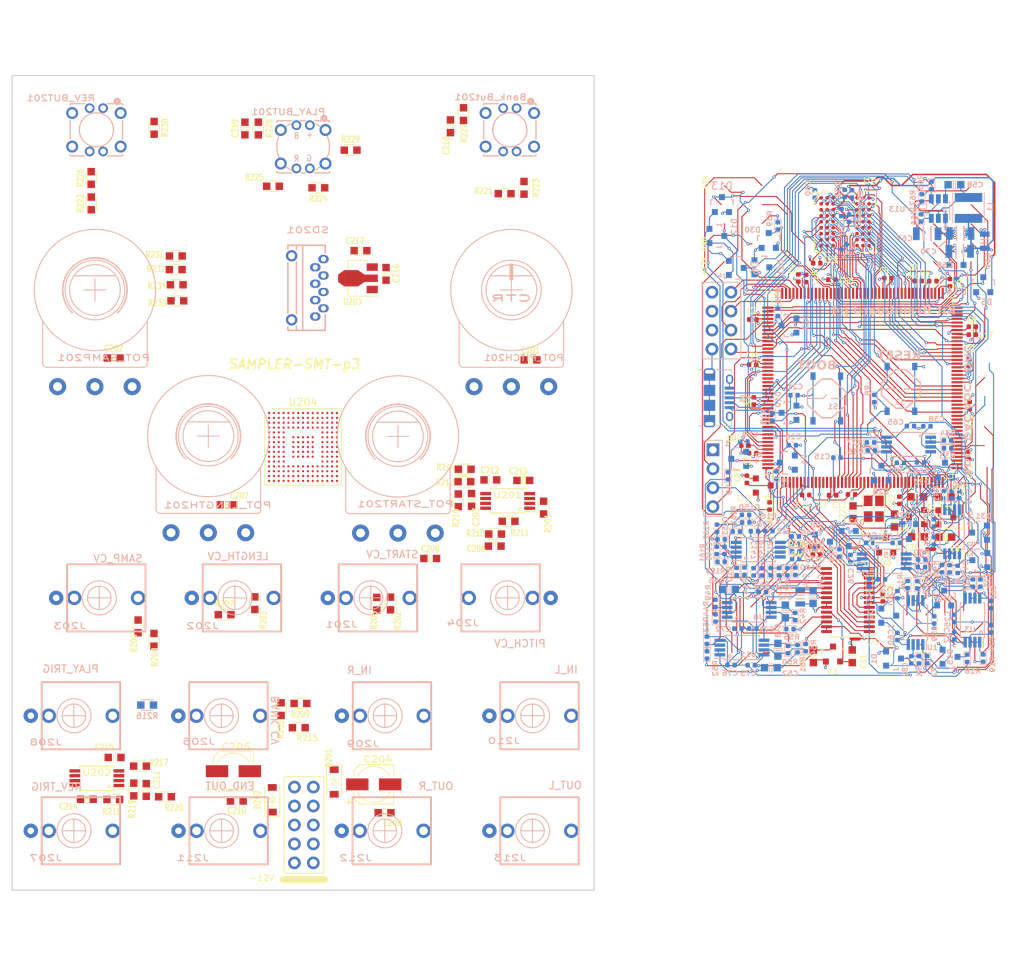
<source format=kicad_pcb>
(kicad_pcb (version 20221018) (generator pcbnew)
  (layers (0 "F.Cu" signal) (31 "B.Cu" signal) (34 "B.Paste" user) (35 "F.Paste" user) (36 "B.SilkS" user "B.Silkscreen") (37 "F.SilkS" user "F.Silkscreen") (38 "B.Mask" user) (39 "F.Mask" user) (44 "Edge.Cuts" user))
  (net 0 "")
  (net 1 "GND")
  (net 2 "+3V3")
  (net 3 "/A4")
  (net 4 "GNDADC")
  (net 5 "/A5")
  (net 7 "+12V")
  (net 8 "-12VA")
  (net 9 "/A2")
  (net 10 "/A7")
  (net 11 "/A6")
  (net 12 "Net-(Bank_But201-POLE-A)")
  (net 14 "/D6")
  (net 15 "/D8")
  (net 16 "/A9")
  (net 17 "Net-(Bank_But201-B)")
  (net 18 "Net-(U201B-+)")
  (net 19 "Net-(U201B--)")
  (net 20 "Net-(U202A--)")
  (net 21 "Net-(C211-Pad2)")
  (net 22 "Net-(D201-A)")
  (net 23 "/D15")
  (net 24 "/D13")
  (net 25 "/AUDIO_IN2")
  (net 26 "Net-(D202-K)")
  (net 27 "/AUDIO_OUT1")
  (net 28 "Net-(J201-SIG)")
  (net 29 "Net-(J202-SIG)")
  (net 30 "/AUDIO_OUT2")
  (net 31 "Net-(J203-SIG)")
  (net 32 "/AUDIO_IN1")
  (net 33 "VREF+")
  (net 34 "/D11")
  (net 35 "/D10")
  (net 36 "/D14")
  (net 37 "/D12")
  (net 38 "/D-IN0")
  (net 39 "/D0")
  (net 40 "/D1")
  (net 41 "/D3")
  (net 42 "/D2")
  (net 43 "/D5")
  (net 44 "/D19")
  (net 45 "/D18")
  (net 46 "/D7")
  (net 47 "/D17")
  (net 48 "/D16")
  (net 49 "/D9")
  (net 50 "/A0")
  (net 51 "/A1")
  (net 52 "/A3")
  (net 53 "/A8")
  (net 54 "Net-(J204-SIG)")
  (net 55 "Net-(J205-SIG)")
  (net 56 "Net-(J207-SIG)")
  (net 57 "Net-(J208-SIG)")
  (net 60 "Net-(J211-SIG)")
  (net 65 "Net-(PLAY_BUT201-POLE-A)")
  (net 67 "Net-(PLAY_BUT201-G)")
  (net 68 "Net-(PLAY_BUT201-R)")
  (net 69 "Net-(PLAY_BUT201-B)")
  (net 70 "Net-(U201A-+)")
  (net 71 "Net-(R210-Pad2)")
  (net 72 "Net-(U201A--)")
  (net 73 "Net-(U202A-+)")
  (net 74 "Net-(R221-Pad2)")
  (net 75 "/D4")
  (net 76 "Net-(R222-Pad2)")
  (net 77 "Net-(REV_BUT201-R)")
  (net 80 "Net-(U202B--)")
  (net 81 "/D-IN1")
  (net 82 "Net-(U2-NRST)")
  (net 83 "Net-(U2-VCAP_1)")
  (net 84 "Net-(U2-VCAP_2)")
  (net 85 "Net-(D9-AK)")
  (net 86 "Net-(U2-PH0)")
  (net 87 "Net-(U2-PH1)")
  (net 88 "Net-(D15-AK)")
  (net 89 "Net-(D18-AK)")
  (net 90 "Net-(D22-AK)")
  (net 91 "Net-(D24-AK)")
  (net 92 "Net-(U2-V12PHYHS)")
  (net 93 "Net-(D26-AK)")
  (net 94 "Net-(D28-AK)")
  (net 95 "Net-(D31-AK)")
  (net 96 "Net-(C42-Pad1)")
  (net 97 "Net-(U8B--)")
  (net 98 "/VCOM")
  (net 99 "GNDA")
  (net 100 "Net-(C46-Pad1)")
  (net 101 "Net-(U8A--)")
  (net 102 "Net-(D32-AK)")
  (net 103 "Net-(C48-Pad1)")
  (net 104 "Net-(U11B--)")
  (net 105 "+5VA")
  (net 106 "Net-(C52-Pad1)")
  (net 107 "Net-(U11A--)")
  (net 108 "Net-(U13-BST)")
  (net 109 "Net-(U13-SW)")
  (net 110 "+3.3VADC")
  (net 111 "Net-(D1-AK)")
  (net 112 "Net-(C147-Pad1)")
  (net 113 "Net-(U12B--)")
  (net 114 "Net-(U12B-+)")
  (net 115 "Net-(C149-Pad1)")
  (net 116 "Net-(U12A--)")
  (net 117 "Net-(U12A-+)")
  (net 118 "Net-(C152-Pad1)")
  (net 119 "Net-(C152-Pad2)")
  (net 120 "Net-(C153-Pad1)")
  (net 121 "Net-(C153-Pad2)")
  (net 122 "/ADC-IN1")
  (net 123 "/ADC-IN9")
  (net 124 "/ADC-IN2")
  (net 125 "/ADC-IN7")
  (net 126 "/ADC-IN3")
  (net 127 "/D-IN12")
  (net 128 "/SWCK")
  (net 129 "/SWDIO")
  (net 130 "/UART_TX")
  (net 131 "/UART_RX")
  (net 132 "/DEBUG2")
  (net 133 "/DEBUG3")
  (net 134 "/USB_VBUS")
  (net 135 "/USB_DM")
  (net 136 "/USB_DP")
  (net 137 "/USB_ID")
  (net 138 "/ADC-IN0")
  (net 139 "Net-(U1A--)")
  (net 140 "Net-(U2-REXTPHYHS)")
  (net 141 "/RIN+")
  (net 142 "/RIN-")
  (net 143 "Net-(U2-BOOT0)")
  (net 144 "/D-IN2")
  (net 145 "/LIN+")
  (net 146 "Net-(U1B--)")
  (net 147 "/D-IN3")
  (net 148 "/LIN-")
  (net 149 "Net-(U3A--)")
  (net 150 "Net-(U3B--)")
  (net 151 "/ADC-IN4")
  (net 152 "Net-(U5A--)")
  (net 153 "/ADC-IN5")
  (net 154 "Net-(U5B--)")
  (net 155 "/ADC-IN6")
  (net 156 "Net-(U7A--)")
  (net 157 "/D-IN10")
  (net 158 "Net-(U7B--)")
  (net 159 "/ADC-IN8")
  (net 160 "Net-(U10A--)")
  (net 161 "Net-(U8A-+)")
  (net 162 "Net-(U10B--)")
  (net 163 "/I2C1_SCL")
  (net 164 "/I2C1_SDA")
  (net 165 "Net-(U11A-+)")
  (net 166 "/IN-R")
  (net 167 "/IN-L")
  (net 168 "Net-(U13-FB)")
  (net 169 "Net-(U13-EN)")
  (net 170 "/SAI_MCLK")
  (net 171 "/SAI_SD_B")
  (net 172 "/SAI_FS")
  (net 173 "/SAI_SCK")
  (net 174 "/SAI_SD_A")
  (net 179 "/CODEC_RESET")
  (net 182 "/SD-A0")
  (net 183 "/SD-A1")
  (net 184 "/SD-A2")
  (net 185 "/SD-A3")
  (net 186 "/SD-A4")
  (net 187 "/SD-A5")
  (net 196 "/SD-NWE")
  (net 201 "/SD-NRAS")
  (net 202 "/SD-A6")
  (net 203 "/SD-A7")
  (net 204 "/SD-A8")
  (net 205 "/SD-A9")
  (net 206 "/SD-A10")
  (net 207 "/SD-A11")
  (net 208 "/SD-D4")
  (net 209 "/SD-D5")
  (net 210 "/SD-D6")
  (net 211 "/SD-D7")
  (net 212 "/SD-D8")
  (net 213 "/SD-D9")
  (net 214 "/SD-D10")
  (net 215 "/SD-D11")
  (net 216 "/SD-D12")
  (net 219 "/SD-NE1")
  (net 220 "/SD-CKE1")
  (net 230 "/SD-D13")
  (net 231 "/SD-D14")
  (net 232 "/SD-D15")
  (net 236 "/SD-D0")
  (net 237 "/SD-D1")
  (net 238 "/SD-A12")
  (net 240 "/SD-BA0")
  (net 241 "/SD-BA1")
  (net 242 "/SD-CLK")
  (net 244 "/SD-D2")
  (net 245 "/SD-D3")
  (net 256 "/SD-NCAS")
  (net 261 "/SD-NBL0")
  (net 262 "/SD-NBL1")
  (footprint "4ms_Capacitor:C_0603" (layer "F.Cu") (at 61.91 111.26)
    (fp_text reference "C209")
    (fp_text value "0.1uF_0603_16V")
  )
  (footprint "4ms_Capacitor:C_0603" (layer "F.Cu") (at 43.2 19.53 90)
    (fp_text reference "C219")
    (fp_text value "0.1uF_0603_16V")
  )
  (footprint "4ms_Resistor:R_0603" (layer "F.Cu") (at 45 19.53 -90)
    (fp_text reference "R228")
    (fp_text value "10k_0603")
  )
  (footprint "4ms_Resistor:R_0603" (layer "F.Cu") (at 62.71 83.21 -90)
    (fp_text reference "R202")
    (fp_text value "47k_0603")
  )
  (footprint "4ms_Resistor:R_0603" (layer "F.Cu") (at 72.61 66.88)
    (fp_text reference "R212")
    (fp_text value "10k_0603")
  )
  (footprint "4ms_Capacitor:C_0402" (layer "F.Cu") (at 117.353232 39.578368 90)
    (fp_text reference "C4")
    (fp_text value "100nF_0402_16V")
  )
  (footprint "4ms_Diode:D_SOD-123" (layer "F.Cu") (at 46.87 109.52 90)
    (fp_text reference "D202")
    (fp_text value "B140HW-7")
  )
  (footprint "4ms_Resistor:R_0603" (layer "F.Cu") (at 48.05 97.37 90)
    (fp_text reference "R205")
    (fp_text value "47k_0603")
  )
  (footprint "NetTie:NetTie-2_SMD_Pad0.5mm" (layer "F.Cu") (at 135.1 75.93 180)
    (fp_text reference "NT2" hide)
    (fp_text value "NetTie_2")
  )
  (footprint "4ms_Capacitor:C_0402" (layer "F.Cu") (at 140.31 56.67 -90)
    (fp_text reference "C10")
    (fp_text value "100nF_0402_16V")
  )
  (footprint "4ms_Resistor:R_0603" (layer "F.Cu") (at 80.6 27.48 90)
    (fp_text reference "R223")
    (fp_text value "1k_0603")
  )
  (footprint "4ms_Capacitor:C_0603" (layer "F.Cu") (at 81.47 50.55)
    (fp_text reference "C201")
    (fp_text value "0.1uF_0603_16V")
  )
  (footprint "4ms_Capacitor:CP_Elec_5x5.3" (layer "F.Cu") (at 60.46 107.46)
    (fp_text reference "C204")
    (fp_text value "47uF_5x5.3_16V")
  )
  (footprint "4ms_Resistor:R_0603" (layer "F.Cu") (at 60.87 83.24 -90)
    (fp_text reference "R206")
    (fp_text value "100k_0603")
  )
  (footprint "4ms_Capacitor:C_0402" (layer "F.Cu") (at 140.262 50.858 90)
    (fp_text reference "C9")
    (fp_text value "100nF_0402_16V")
  )
  (footprint "4ms_Capacitor:C_0402" (layer "F.Cu") (at 137.66 40.195 -90)
    (fp_text reference "C6")
    (fp_text value "100nF_0402_16V")
  )
  (footprint "4ms_Resistor:R_0603" (layer "F.Cu") (at 28.31 108.15 -90)
    (fp_text reference "R219")
    (fp_text value "47k_0603")
  )
  (footprint "4ms_Resistor:R_0603" (layer "F.Cu") (at 72.49 17.6 -90)
    (fp_text reference "R227")
    (fp_text value "10k_0603")
  )
  (footprint "4ms_Capacitor:C_0603" (layer "F.Cu") (at 25.74 103.85 180)
    (fp_text reference "C215")
    (fp_text value "0.1uF_0603_16V")
  )
  (footprint "4ms_Capacitor:C_0603" (layer "F.Cu") (at 119.373448 90.280648 -90)
    (fp_text reference "C49")
    (fp_text value "2.2uF_0603_25V")
  )
  (footprint "4ms_Capacitor:C_0603" (layer "F.Cu") (at 62.11 39.02 90)
    (fp_text reference "C216")
    (fp_text value "1uF_0603_25V")
  )
  (footprint "4ms_Capacitor:C_0603" (layer "F.Cu") (at 58.69 35.91)
    (fp_text reference "C217")
    (fp_text value "2.2uF_0603_25V")
  )
  (footprint "4ms_Diode:D_SOD-123" (layer "F.Cu") (at 55.16 107.14 -90)
    (fp_text reference "D201")
    (fp_text value "B140HW-7")
  )
  (footprint "4ms_Capacitor:C_0603" (layer "F.Cu") (at 80.5 66.71 180)
    (fp_text reference "C213")
    (fp_text value "0.1uF_0603_16V")
  )
  (footprint "4ms_Capacitor:C_0402" (layer "F.Cu") (at 111.25 63.06 180)
    (fp_text reference "C1")
    (fp_text value "100nF_0402_16V")
  )
  (footprint "Package_SO:TSSOP-28_4.4x9.7mm_P0.65mm" (layer "F.Cu") (at 124.005 82.75 180)
    (fp_text reference "U9")
    (fp_text value "PCM3060PW")
  )
  (footprint "4ms_Capacitor:C_0603" (layer "F.Cu") (at 130.25 72.08 -90)
    (fp_text reference "C23")
    (fp_text value "18pF_0603_50V")
  )
  (footprint "4ms_Resistor:R_0402" (layer "F.Cu") (at 135.385 39.995)
    (fp_text reference "R4")
    (fp_text value "3k_0402")
  )
  (footprint "4ms_Capacitor:C_0402" (layer "F.Cu") (at 111.235 51.195 180)
    (fp_text reference "C79")
    (fp_text value "100nF_0402_16V")
  )
  (footprint "4ms_Capacitor:C_0402" (layer "F.Cu") (at 140.67 47.17 180)
    (fp_text reference "C17")
    (fp_text value "2.2uF_0402_6.3V")
  )
  (footprint "4ms_Resistor:R_0402" (layer "F.Cu") (at 119.41 75.57 180)
    (fp_text reference "R48")
    (fp_text value "4.7k_0402")
  )
  (footprint "4ms_Resistor:R_0603" (layer "F.Cu") (at 57.36 22.43)
    (fp_text reference "R229")
    (fp_text value "330Ω_0603")
  )
  (footprint "4ms_Capacitor:C_0402" (layer "F.Cu") (at 121.94352 68.696928 180)
    (fp_text reference "C7")
    (fp_text value "100nF_0402_16V")
  )
  (footprint "4ms_Capacitor:C_0603" (layer "F.Cu") (at 40.7 69.98)
    (fp_text reference "C207")
    (fp_text value "0.1uF_0603_16V")
  )
  (footprint "4ms_Resistor:R_0603" (layer "F.Cu") (at 50.42 99.86)
    (fp_text reference "R215")
    (fp_text value "47k_0603")
  )
  (footprint "4ms_Package_SSOP:TSSOP-8_4.4x3mm_Pitch0.65mm" (layer "F.Cu") (at 78.4 69.46 180)
    (fp_text reference "U201")
    (fp_text value "NJM2068")
  )
  (footprint "4ms_Resistor:R_0603" (layer "F.Cu") (at 33.93 38.45)
    (fp_text reference "R232")
    (fp_text value "33k_0603")
  )
  (footprint "4ms_Capacitor:C_0402" (layer "F.Cu") (at 129.363368 39.6058)
    (fp_text reference "C5")
    (fp_text value "100nF_0402_16V")
  )
  (footprint "4ms_Capacitor:C_0402" (layer "F.Cu") (at 140.163448 63.342976 -90)
    (fp_text reference "C11")
    (fp_text value "100nF_0402_16V")
  )
  (footprint "4ms_Resistor:R_0603" (layer "F.Cu") (at 22.6 26.16 90)
    (fp_text reference "R226")
    (fp_text value "1k_0603")
  )
  (footprint "4ms_Capacitor:C_0402" (layer "F.Cu") (at 111.25 45.14 180)
    (fp_text reference "C3")
    (fp_text value "100nF_0402_16V")
  )
  (footprint "4ms_Capacitor:C_0603" (layer "F.Cu") (at 124.58 90.29 90)
    (fp_text reference "C51")
    (fp_text value "10uF_0603_10V")
  )
  (footprint "4ms_Connector:Pins_2x05_2.54mm_TH_Europower" (layer "F.Cu") (at 51.1 112.9)
    (fp_text reference "J206" hide)
    (fp_text value "Eurorack_Power_10pin_Unshrouded")
  )
  (footprint "4ms_Capacitor:C_0603" (layer "F.Cu") (at 136.96 68.929)
    (fp_text reference "C80")
    (fp_text value "10uF_0603_10V")
  )
  (footprint "4ms_Resistor:R_0603" (layer "F.Cu") (at 28.88 86.28 -90)
    (fp_text reference "R204")
    (fp_text value "47k_0603")
  )
  (footprint "4ms_Resistor:R_0603" (layer "F.Cu") (at 33.94 36.62)
    (fp_text reference "R231")
    (fp_text value "33k_0603")
  )
  (footprint "4ms_Resistor:R_0603" (layer "F.Cu") (at 78 28.27)
    (fp_text reference "R221")
    (fp_text value "1k_0603")
  )
  (footprint "4ms_Resistor:R_0603" (layer "F.Cu") (at 83.22 70.35 90)
    (fp_text reference "R201")
    (fp_text value "1k_0603")
  )
  (footprint "Package_BGA:UFBGA-201_10x10mm_Layout15x15_P0.65mm" (layer "F.Cu") (at 50.985 62.225)
    (fp_text reference "U204")
    (fp_text value "STM32F730I8")
  )
  (footprint "4ms_Capacitor:C_0402" (layer "F.Cu") (at 110.458656 66.556216 90)
    (fp_text reference "C83")
    (fp_text value "10nF_0402_16V")
  )
  (footprint "4ms_Resistor:R_0603" (layer "F.Cu") (at 22.61 29.57 90)
    (fp_text reference "R222")
    (fp_text value "1k_0603")
  )
  (footprint "4ms_Capacitor:C_0402" (layer "F.Cu") (at 130.88432 69.371552 -90)
    (fp_text reference "C12")
    (fp_text value "100nF_0402_16V")
  )
  (footprint "4ms_Package_SOT:SOT23-3_PO132" (layer "F.Cu") (at 137.118 71.668 -90)
    (fp_text reference "V2")
    (fp_text value "AP7384-33")
  )
  (footprint "4ms_Resistor:R_0603" (layer "F.Cu") (at 29.14 105.01 180)
    (fp_text reference "R217")
    (fp_text value "10k_0603")
  )
  (footprint "4ms_Capacitor:C_0603" (layer "F.Cu") (at 42.11 109.69 180)
    (fp_text reference "C210")
    (fp_text value "0.1uF_0603_16V")
  )
  (footprint "4ms_Package_SOT:SOT23-3_PO132" (layer "F.Cu") (at 133.187 71.629 90)
    (fp_text reference "U6")
    (fp_text value "NCP51460SN33")
  )
  (footprint "4ms_Capacitor:C_0603" (layer "F.Cu") (at 137.045 74.31 180)
    (fp_text reference "C81")
    (fp_text value "2.2uF_0603_25V")
  )
  (footprint "4ms_Resistor:R_0603" (layer "F.Cu") (at 31.03 19.44 -90)
    (fp_text reference "R230")
    (fp_text value "47k_0603")
  )
  (footprint "4ms_Capacitor:C_0402" (layer "F.Cu") (at 133.41 39.97)
    (fp_text reference "C36")
    (fp_text value "2.2uF_0402_6.3V")
  )
  (footprint "4ms_Capacitor:C_0603" (layer "F.Cu") (at 76.67 75.52)
    (fp_text reference "C206")
    (fp_text value "1nF_0603_50V")
  )
  (footprint "4ms_Resistor:R_0603" (layer "F.Cu") (at 40.48 84.71)
    (fp_text reference "R207")
    (fp_text value "100k_0603")
  )
  (footprint "4ms_Resistor:R_0603" (layer "F.Cu") (at 71.79 69.38 90)
    (fp_text reference "R210")
    (fp_text value "10k_0603")
  )
  (footprint "4ms_Resistor:R_0402" (layer "F.Cu") (at 119.8 76.66 180)
    (fp_text reference "R47")
    (fp_text value "4.7k_0402")
  )
  (footprint "4ms_Capacitor:C_0603" (layer "F.Cu") (at 133.388 74.259 180)
    (fp_text reference "C35")
    (fp_text value "2.2uF_0603_25V")
  )
  (footprint "4ms_Resistor:R_0603" (layer "F.Cu") (at 34.06 40.48)
    (fp_text reference "R234")
    (fp_text value "33k_0603")
  )
  (footprint "4ms_Capacitor:C_0402" (layer "F.Cu") (at 119.828208 37.592088 180)
    (fp_text reference "C29")
    (fp_text value "100nF_0402_16V")
  )
  (footprint "4ms_Package_SOT:SOT23-3_PO132" (layer "F.Cu") (at 122 89.98)
    (fp_text reference "V1")
    (fp_text value "AP2120N-5.0TRG1")
  )
  (footprint "4ms_Capacitor:C_0603" (layer "F.Cu") (at 133.278 68.911 180)
    (fp_text reference "C37")
    (fp_text value "10uF_0603_10V")
  )
  (footprint "4ms_Capacitor:C_0603" (layer "F.Cu") (at 25.62 50.3)
    (fp_text reference "C202")
    (fp_text value "0.1uF_0603_16V")
  )
  (footprint "4ms_Capacitor:C_0402" (layer "F.Cu") (at 118.400728 39.627136 -90)
    (fp_text reference "C18")
    (fp_text value "2.2uF_0402_6.3V")
  )
  (footprint "4ms_Capacitor:C_0402" (layer "F.Cu") (at 110.21 62.045 180)
    (fp_text reference "C84")
    (fp_text value "100nF_0402_16V")
  )
  (footprint "4ms_Resistor:R_0603" (layer "F.Cu") (at 25.56 109.49)
    (fp_text reference "R218")
    (fp_text value "33k_0603")
  )
  (footprint "4ms_Resistor:R_0603" (layer "F.Cu") (at 46.96 27.27)
    (fp_text reference "R225")
    (fp_text value "330Ω_0603")
  )
  (footprint "Package_QFP:LQFP-176_24x24mm_P0.5mm" (layer "F.Cu") (at 125.95 54.3 90)
    (fp_text reference "U2")
    (fp_text value "STM32F723IET7")
  )
  (footprint "4ms_Capacitor:C_0402" (layer "F.Cu") (at 124.48 68.59 180)
    (fp_text reference "C13")
    (fp_text value "100nF_0402_16V")
  )
  (footprint "4ms_Capacitor:CP_Elec_5x5.3" (layer "F.Cu") (at 41.66 105.69)
    (fp_text reference "C205")
    (fp_text value "47uF_5x5.3_16V")
  )
  (footprint "4ms_Capacitor:C_0402" (layer "F.Cu") (at 118.335 68.66)
    (fp_text reference "C14")
    (fp_text value "100nF_0402_16V")
  )
  (footprint "4ms_Capacitor:C_0603" (layer "F.Cu") (at 22.02 109.46)
    (fp_text reference "C214")
    (fp_text value "0.1uF_0603_16V")
  )
  (footprint "4ms_Resistor:R_0603" (layer "F.Cu") (at 50.64 96.61 180)
    (fp_text reference "R209")
    (fp_text value "100k_0603")
  )
  (footprint "4ms_Resistor:R_0603" (layer "F.Cu") (at 34.15 42.63)
    (fp_text reference "R233")
    (fp_text value "33k_0603")
  )
  (footprint "4ms_Capacitor:C_0402" (layer "F.Cu") (at 121.85 39.795)
    (fp_text reference "C50")
    (fp_text value "100nF_0402_16V")
  )
  (footprint "NetTie:NetTie-2_SMD_Pad0.5mm" (layer "F.Cu") (at 124.98 87.93)
    (fp_text reference "NT1" hide)
    (fp_text value "NetTie_2")
  )
  (footprint "4ms_Package_SSOP:TSSOP-8_4.4x3mm_Pitch0.65mm" (layer "F.Cu") (at 23.36 106.63 180)
    (fp_text reference "U202")
    (fp_text value "NJM2068")
  )
  (footprint "4ms_Resistor:R_0603" (layer "F.Cu") (at 31.01 88.08 90)
    (fp_text reference "R208")
    (fp_text value "100k_0603")
  )
  (footprint "4ms_Resistor:R_0402" (layer "F.Cu") (at 113.506656 70.142696 90)
    (fp_text reference "R3")
    (fp_text value "2k_0402")
  )
  (footprint "4ms_Package_SOT:SOT89-3" (layer "F.Cu") (at 58.78 39.61 180)
    (fp_text reference "U203")
    (fp_text value "AZ1117CR-3.3TRG1 ")
  )
  (footprint "4ms_Crystal:FA-238" (layer "F.Cu") (at 127.47 70.5 -90)
    (fp_text reference "Y1")
    (fp_text value "16MHz_18pF_FA238")
  )
  (footprint "4ms_Package_SOT:SOT23-3_PO132" (layer "F.Cu") (at 112.658296 67.396448 -90)
    (fp_text reference "D2")
    (fp_text value "BAT54S")
  )
  (footprint "4ms_Capacitor:C_0402" (layer "F.Cu") (at 128.68 82.44 90)
    (fp_text reference "C41")
    (fp_text value "100nF_0402_16V")
  )
  (footprint "4ms_Capacitor:C_0603" (layer "F.Cu") (at 76.09 66.64 180)
    (fp_text reference "C212")
    (fp_text value "0.1uF_0603_16V")
  )
  (footprint "4ms_Capacitor:C_0603" (layer "F.Cu") (at 70.74 19.23 -90)
    (fp_text reference "C218")
    (fp_text value "0.1uF_0603_16V")
  )
  (footprint "4ms_Resistor:R_0603" (layer "F.Cu") (at 72.65 65.21 180)
    (fp_text reference "R214")
    (fp_text value "33k_0603")
  )
  (footprint "4ms_Capacitor:C_0402" (layer "F.Cu") (at 111.3822 56.0523 90)
    (fp_text reference "C2")
    (fp_text value "100nF_0402_16V")
  )
  (footprint "4ms_Resistor:R_0603" (layer "F.Cu") (at 76.72 73.9)
    (fp_text reference "R213")
    (fp_text value "33k_0603")
  )
  (footprint "4ms_Resistor:R_0603" (layer "F.Cu") (at 32.49 109.12)
    (fp_text reference "R220")
    (fp_text value "1k_0603")
  )
  (footprint "4ms_Capacitor:C_0603" (layer "F.Cu") (at 29.98 108.21 -90)
    (fp_text reference "C211")
    (fp_text value "100pF_0603_50V")
  )
  (footprint "4ms_Resistor:R_0603" (layer "F.Cu") (at 53.04 27.48 180)
    (fp_text reference "R224")
    (fp_text value "330Ω_0603")
  )
  (footprint "4ms_Package_QFP:BGA-54_8.0x8.0mm_P0.8" (layer "F.Cu") (at 123.62 32.03)
    (fp_text reference "U4")
    (fp_text value "SDRAM_IS42S16400J-6BLI-TR")
  )
  (footprint "4ms_Resistor:R_0603" (layer "F.Cu") (at 78.53 72.19 180)
    (fp_text reference "R211")
    (fp_text value "100k_0603")
  )
  (footprint "4ms_Capacitor:C_0402" (layer "F.Cu") (at 140.67 46.11)
    (fp_text reference "C8")
    (fp_text value "100nF_0402_16V")
  )
  (footprint "4ms_Capacitor:C_0603" (layer "F.Cu") (at 124.68 70.98 -90)
    (fp_text reference "C22")
    (fp_text value "18pF_0603_50V")
  )
  (footprint "4ms_Capacitor:C_0603" (layer "F.Cu") (at 73.57 69.32 90)
    (fp_text reference "C203")
    (fp_text value "0.1uF_0603_16V")
  )
  (footprint "4ms_Package_SOT:SOT23-3_PO132" (layer "F.Cu") (at 129.13 75.38)
    (fp_text reference "D3")
    (fp_text value "BAT54S")
  )
  (footprint "4ms_Resistor:R_0603" (layer "F.Cu") (at 44.53 83.17 -90)
    (fp_text reference "R203")
    (fp_text value "47k_0603")
  )
  (footprint "4ms_Capacitor:C_0603" (layer "F.Cu") (at 68.03 77.18)
    (fp_text reference "C208")
    (fp_text value "0.1uF_0603_16V")
  )
  (footprint "4ms_Package_SSOP:TSSOP-8_4.4x3mm_Pitch0.65mm" (layer "B.Cu") (at 137.956696 73.58592 -90)
    (fp_text reference "U10")
    (fp_text value "NJM2068")
  )
  (footprint "4ms_Capacitor:C_0402" (layer "B.Cu") (at 111.36 78.97 90)
    (fp_text reference "C147")
    (fp_text value "180pF_0402_25V")
  )
  (footprint "4ms_Resistor:R_0402" (layer "B.Cu") (at 127.035 61.62 180)
    (fp_text reference "R37")
    (fp_text value "68Ω_0402")
  )
  (footprint "4ms_Jack:EighthInch_PJ398SM" (layer "B.Cu") (at 61.957 98.257236 180)
    (fp_text reference "J209")
    (fp_text value "AUDIO_INR")
  )
  (footprint "4ms_Package_SOT:SOT23-3_PO132" (layer "B.Cu") (at 141.673224 77.402016 -90)
    (fp_text reference "D32")
    (fp_text value "BAT54S")
  )
  (footprint "4ms_Capacitor:C_0402" (layer "B.Cu") (at 109.25 86.58)
    (fp_text reference "C72")
    (fp_text value "100nF_0402_50V")
  )
  (footprint "4ms_Resistor:R_0402" (layer "B.Cu") (at 116.93 84.96 90)
    (fp_text reference "R42")
    (fp_text value "14k_0402")
  )
  (footprint "4ms_Capacitor:C_0402" (layer "B.Cu") (at 132.5 90.765 -90)
    (fp_text reference "C82")
    (fp_text value "10nF_0402_16V")
  )
  (footprint "4ms_Capacitor:C_0402" (layer "B.Cu") (at 126.90668 75.082384)
    (fp_text reference "C64")
    (fp_text value "100nF_0402_50V")
  )
  (footprint "4ms_Capacitor:C_0402" (layer "B.Cu") (at 119.563032 28.308248 -90)
    (fp_text reference "C30")
    (fp_text value "100nF_0402_16V")
  )
  (footprint "4ms_Resistor:R_0402" (layer "B.Cu") (at 106.255 85.16 -90)
    (fp_text reference "R44")
    (fp_text value "1k_0402")
  )
  (footprint "4ms_Resistor:R_0402" (layer "B.Cu") (at 139.989736 90.553656 90)
    (fp_text reference "R18")
    (fp_text value "10k_0402")
  )
  (footprint "4ms_Connector:Pins_1x04_2.54mm_TH_SWD" (layer "B.Cu") (at 105.91 66.42 180)
    (fp_text reference "J3" hide)
    (fp_text value "Conn_01x04")
  )
  (footprint "4ms_Package_SOT:SOT23-3_PO132" (layer "B.Cu") (at 138.54 38.83)
    (fp_text reference "D14")
    (fp_text value "BAT54S")
  )
  (footprint "4ms_Switch:Button_RgbLED_SPST_TC002" (layer "B.Cu") (at 78.7 19.707236 180)
    (fp_text reference "Bank_But201")
    (fp_text value "Button_SPST_RGB_5.4mmCap" hide)
  )
  (footprint "4ms_Connector_Card:CardSlot_MicroSD_YamaichiPJS008U-3000" (layer "B.Cu") (at 51.01 41.29 90)
    (fp_text reference "SD201")
    (fp_text value "microSDCon_Vert_TH_PJS008U-3000")
  )
  (footprint "4ms_Capacitor:C_0402" (layer "B.Cu") (at 138.911736 68.603456 90)
    (fp_text reference "C40")
    (fp_text value "10nF_0402_16V")
  )
  (footprint "4ms_Resistor:R_0402" (layer "B.Cu") (at 113.66 78.945 90)
    (fp_text reference "R157")
    (fp_text value "24k_0402")
  )
  (footprint "4ms_Resistor:R_0402" (layer "B.Cu") (at 127.135 62.695)
    (fp_text reference "R36")
    (fp_text value "10k_0402")
  )
  (footprint "4ms_Package_SOT:SOT23-3_PO132" (layer "B.Cu") (at 136.889736 82.473656 180)
    (fp_text reference "D18")
    (fp_text value "BAT54S")
  )
  (footprint "4ms_Potentiometer:Pot_16mm_NoDet_RV16AF-4A" (layer "B.Cu") (at 38.3 60.77 180)
    (fp_text reference "POT_LENGTH201")
    (fp_text value "16mm_NoDet_10k")
  )
  (footprint "4ms_Resistor:R_0402" (layer "B.Cu") (at 115.98 89.39 90)
    (fp_text reference "R50")
    (fp_text value "14k_0402")
  )
  (footprint "4ms_Package_SOT:SOT23-3_PO132" (layer "B.Cu") (at 107.12 29.72924 180)
    (fp_text reference "D13")
    (fp_text value "BAT54S")
  )
  (footprint "4ms_Capacitor:C_0805" (layer "B.Cu") (at 142.337 34.646 90)
    (fp_text reference "C69")
    (fp_text value "10uF_0805_25V")
  )
  (footprint "4ms_Resistor:R_0402" (layer "B.Cu") (at 105.103486 88.13944 90)
    (fp_text reference "R53")
    (fp_text value "1M_0402")
  )
  (footprint "4ms_Capacitor:C_0402" (layer "B.Cu") (at 133.735 64.295 180)
    (fp_text reference "C66")
    (fp_text value "100nF_0402_50V")
  )
  (footprint "4ms_Package_SOT:SOT23-3_PO132" (layer "B.Cu") (at 129.465984 84.839136 90)
    (fp_text reference "D9")
    (fp_text value "BAT54S")
  )
  (footprint "4ms_Jack:EighthInch_PJ398SM" (layer "B.Cu") (at 41.85 82.457236 180)
    (fp_text reference "J202")
    (fp_text value "LENGTH_CV")
  )
  (footprint "4ms_Package_SOT:SOT23-3_PO132" (layer "B.Cu") (at 141.627504 73.705808 -90)
    (fp_text reference "D31")
    (fp_text value "BAT54S")
  )
  (footprint "4ms_Resistor:R_0402" (layer "B.Cu") (at 142.129736 90.533656 -90)
    (fp_text reference "R19")
    (fp_text value "68Ω_0402")
  )
  (footprint "4ms_Package_SSOP:TSSOP-8_4.4x3mm_Pitch0.65mm" (layer "B.Cu") (at 132.135 61.895 180)
    (fp_text reference "U7")
    (fp_text value "NJM2068")
  )
  (footprint "4ms_Resistor:R_0402" (layer "B.Cu") (at 137.62548 78.558224 90)
    (fp_text reference "R45")
    (fp_text value "10k_0402")
  )
  (footprint "4ms_Resistor:R_0402" (layer "B.Cu") (at 136.881768 68.629872 90)
    (fp_text reference "R41")
    (fp_text value "68Ω_0402")
  )
  (footprint "4ms_Package_SOT:SOT23-3_PO132" (layer "B.Cu") (at 128.480464 65.734272 180)
    (fp_text reference "D28")
    (fp_text value "BAT54S")
  )
  (footprint "4ms_Capacitor:C_0402" (layer "B.Cu") (at 130.63 87.63 90)
    (fp_text reference "C60")
    (fp_text value "100nF_0402_50V")
  )
  (footprint "4ms_Capacitor:C_0402" (layer "B.Cu") (at 106.46 73.12 90)
    (fp_text reference "C153")
    (fp_text value "820pF_0402_10v")
  )
  (footprint "4ms_Capacitor:C_0402" (layer "B.Cu") (at 128.49672 79.974528 180)
    (fp_text reference "C63")
    (fp_text value "100nF_0402_50V")
  )
  (footprint "4ms_Package_SOT:SOT23-3_PO132" (layer "B.Cu") (at 130.11 90.59 90)
    (fp_text reference "D1")
    (fp_text value "BAT54S")
  )
  (footprint "4ms_Potentiometer:Pot_16mm_CtrDet_RV16AF-4A" (layer "B.Cu") (at 78.9 41.182236 180)
    (fp_text reference "POT_PITCH201")
    (fp_text value "16mm_CtrDet_10k")
  )
  (footprint "4ms_Capacitor:C_0603" (layer "B.Cu") (at 119.33 82.34 -90)
    (fp_text reference "C45")
    (fp_text value "0.1uF_0603_16V")
  )
  (footprint "4ms_Jack:EighthInch_PJ398SM" (layer "B.Cu") (at 40.07 113.682236 180)
    (fp_text reference "J211")
    (fp_text value "END_OUT")
  )
  (footprint "4ms_Capacitor:C_0402" (layer "B.Cu") (at 116.95 74.22 180)
    (fp_text reference "C148")
    (fp_text value "180pF_0402_25V")
  )
  (footprint "4ms_Jack:EighthInch_PJ398SM" (layer "B.Cu") (at 20.275 98.257236 180)
    (fp_text reference "J208")
    (fp_text value "PLAY_TRIG")
  )
  (footprint "4ms_Resistor:R_0402" (layer "B.Cu") (at 116.975 75.22)
    (fp_text reference "R159")
    (fp_text value "10k_0402")
  )
  (footprint "4ms_Package_SOT:SOT23-3_PO132" (layer "B.Cu") (at 106.44 33.94 90)
    (fp_text reference "D12")
    (fp_text value "BAT54S")
  )
  (footprint "4ms_Resistor:R_0402" (layer "B.Cu") (at 106.415 76.095 90)
    (fp_text reference "R161")
    (fp_text value "24k_0402")
  )
  (footprint "4ms_Resistor:R_0402" (layer "B.Cu") (at 133.52 90.75 90)
    (fp_text reference "R1")
    (fp_text value "10k_0402")
  )
  (footprint "4ms_Resistor:R_0402" (layer "B.Cu") (at 118.330009 89.13 -90)
    (fp_text reference "R54")
    (fp_text value "1k_0402")
  )
  (footprint "4ms_Jack:EighthInch_PJ398SM" (layer "B.Cu") (at 78.4 82.457236)
    (fp_text reference "J204")
    (fp_text value "PITCH CV")
  )
  (footprint "4ms_Package_SOT:SOT23-3_PO132" (layer "B.Cu") (at 137.00572 65.344128 180)
    (fp_text reference "D26")
    (fp_text value "BAT54S")
  )
  (footprint "4ms_Capacitor:C_0805" (layer "B.Cu") (at 117.61 82.32 -90)
    (fp_text reference "C44")
    (fp_text value "22uF_0805_10V")
  )
  (footprint "4ms_Capacitor:C_1206" (layer "B.Cu") (at 138.98 35.999 180)
    (fp_text reference "C68")
    (fp_text value "22uF_1206_25V")
  )
  (footprint "4ms_Capacitor:C_0603" (layer "B.Cu") (at 115.61 84.281132 90)
    (fp_text reference "C42")
    (fp_text value "220pF_0603_25V")
  )
  (footprint "4ms_Package_SOT:SOT23-3_PO132" (layer "B.Cu") (at 116.097456 45.942592 -90)
    (fp_text reference "D27")
    (fp_text value "BAT54S")
  )
  (footprint "4ms_Capacitor:C_0402" (layer "B.Cu") (at 110.059368 61.496186)
    (fp_text reference "C19")
    (fp_text value "10nF_0402_16V")
  )
  (footprint "4ms_Switch:Button_RgbLED_SPST_TC002" (layer "B.Cu") (at 23.3 19.707236 180)
    (fp_text reference "REV_BUT201")
    (fp_text value "Button_SPST_RGB_5.4mmCap" hide)
  )
  (footprint "4ms_Package_SOT:SOT23-3_PO132" (layer "B.Cu") (at 112.47178 38.14 90)
    (fp_text reference "D11")
    (fp_text value "BAT54S")
  )
  (footprint "4ms_Package_SSOP:TSSOP-8_4.4x3mm_Pitch0.65mm" (layer "B.Cu") (at 109.8 89.115)
    (fp_text reference "U11")
    (fp_text value "NJM2068" hide)
  )
  (footprint "4ms_Capacitor:C_0402" (layer "B.Cu") (at 130.47792 75.070296 180)
    (fp_text reference "C34")
    (fp_text value "10nF_0402_16V")
  )
  (footprint "4ms_Package_SOT:SOT23-3_PO132" (layer "B.Cu") (at 142.13 40.47 180)
    (fp_text reference "D5")
    (fp_text value "BAT54S")
  )
  (footprint "4ms_Capacitor:C_0402" (layer "B.Cu") (at 123.130208 30.794032 90)
    (fp_text reference "C28")
    (fp_text value "100nF_0402_16V")
  )
  (footprint "4ms_Resistor:R_0402" (layer "B.Cu") (at 114.785 78.945 90)
    (fp_text reference "R6")
    (fp_text value "10k_0402")
  )
  (footprint "4ms_Capacitor:C_0402" (layer "B.Cu") (at 108.3342 91.46944)
    (fp_text reference "C76")
    (fp_text value "100nF_0402_50V")
  )
  (footprint "4ms_Jack:EighthInch_PJ398SM" (layer "B.Cu") (at 20.275 113.682236 180)
    (fp_text reference "J207")
    (fp_text value "REV_TRIG")
  )
  (footprint "4ms_Resistor:R_0402" (layer "B.Cu") (at 136.581032 78.541968 -90)
    (fp_text reference "R46")
    (fp_text value "68Ω_0402")
  )
  (footprint "4ms_Package_SSOP:TSSOP-8_4.4x3mm_Pitch0.65mm" (layer "B.Cu") (at 140.689736 85.443656 90)
    (fp_text reference "U3")
    (fp_text value "NJM2068")
  )
  (footprint "4ms_Resistor:R_0402" (layer "B.Cu") (at 126.85 80.4 90)
    (fp_text reference "R27")
    (fp_text value "10k_0402")
  )
  (footprint "4ms_Package_SOT:SOT23-3_PO132" (layer "B.Cu") (at 116.10025 57.63722 -90)
    (fp_text reference "D10")
    (fp_text value "BAT54S")
  )
  (footprint "4ms_Capacitor:C_0402" (layer "B.Cu") (at 117 77.24)
    (fp_text reference "C152")
    (fp_text value "820pF_0402_10v")
  )
  (footprint "4ms_Resistor:R_0402" (layer "B.Cu") (at 107.015 74.605 180)
    (fp_text reference "R162")
    (fp_text value "10k_0402")
  )
  (footprint "4ms_Package_SSOP:TSSOP-8_4.4x3mm_Pitch0.65mm" (layer "B.Cu") (at 133.06 85.76 90)
    (fp_text reference "U1")
    (fp_text value "NJM2068")
  )
  (footprint "4ms_Jack:EighthInch_PJ398SM" (layer "B.Cu") (at 61.93 113.682236 180)
    (fp_text reference "J212")
    (fp_text value "AUIDO_OUTR")
  )
  (footprint "4ms_Resistor:R_0402" (layer "B.Cu") (at 116.235 86.645 180)
    (fp_text reference "R55")
    (fp_text value "1k_0402")
  )
  (footprint "4ms_Capacitor:C_0402" (layer "B.Cu") (at 122.53 63.66)
    (fp_text reference "C15")
    (fp_text value "100nF_0402_16V")
  )
  (footprint "4ms_Capacitor:C_0402" (layer "B.Cu") (at 116.78025 55.28722)
    (fp_text reference "C21")
    (fp_text value "10nF_0402_16V")
  )
  (footprint "4ms_Package_SOT:TSOT-23-6" (layer "B.Cu") (at 136.121 30.258 90)
    (fp_text reference "U13")
    (fp_text value "AP62200WU-7")
  )
  (footprint "4ms_Resistor:R_0402" (layer "B.Cu") (at 115.885 78.945 90)
    (fp_text reference "R7")
    (fp_text value "10k_0402")
  )
  (footprint "4ms_Capacitor:C_0402" (layer "B.Cu") (at 124.525176 28.294672 -90)
    (fp_text reference "C31")
    (fp_text value "100nF_0402_16V")
  )
  (footprint "4ms_Capacitor:C_0402" (layer "B.Cu") (at 138.249736 87.533656 90)
    (fp_text reference "C62")
    (fp_text value "100nF_0402_50V")
  )
  (footprint "Inductor_SMD:L_Taiyo-Yuden_NR-40xx" (layer "B.Cu") (at 140.16 30.18 -90)
    (fp_text reference "L1")
    (fp_text value "4.7uH_1.2A_40xx")
  )
  (footprint "4ms_Capacitor:C_0402" (layer "B.Cu") (at 135.520328 72.39212 -90)
    (fp_text reference "C74")
    (fp_text value "100nF_0402_50V")
  )
  (footprint "4ms_Capacitor:C_0402" (layer "B.Cu") (at 124.33 77.185 90)
    (fp_text reference "C26")
    (fp_text value "10nF_0402_16V")
  )
  (footprint "4ms_Capacitor:C_0402" (layer "B.Cu") (at 124.146208 31.55908 -90)
    (fp_text reference "C33")
    (fp_text value "100nF_0402_16V")
  )
  (footprint "4ms_Resistor:R_0402" (layer "B.Cu") (at 110.135 78.87 90)
    (fp_text reference "R14")
    (fp_text value "10k_0402")
  )
  (footprint "4ms_Package_SOT:SOT23-3_PO132" (layer "B.Cu") (at 109.369368 63.816186 -90)
    (fp_text reference "D7")
    (fp_text value "BAT54S")
  )
  (footprint "4ms_Resistor:R_0402" (layer "B.Cu") (at 105.113486 90.10944 -90)
    (fp_text reference "R52")
    (fp_text value "1k_0402")
  )
  (footprint "4ms_Resistor:R_0402" (layer "B.Cu") (at 116.96 78.895 90)
    (fp_text reference "R160")
    (fp_text value "24k_0402")
  )
  (footprint "4ms_Resistor:R_0402" (layer "B.Cu") (at 114.601904 32.594384 -90)
    (fp_text reference "R39")
    (fp_text value "2k_0402")
  )
  (footprint "4ms_Resistor:R_0402" (layer "B.Cu") (at 112.435 78.97 90)
    (fp_text reference "R152")
    (fp_text value "1k_0402")
  )
  (footprint "4ms_Jack:EighthInch_PJ398SM" (layer "B.Cu") (at 81.725 98.257236 180)
    (fp_text reference "J210")
    (fp_text value "AUDIO_INL")
  )
  (footprint "4ms_Capacitor:C_0402" (layer "B.Cu") (at 111.0442 91.47944 180)
    (fp_text reference "C75")
    (fp_text value "100nF_0402_50V")
  )
  (footprint "4ms_Jack:EighthInch_PJ398SM" (layer "B.Cu") (at 60.075 82.457236 180)
    (fp_text reference "J201")
    (fp_text value "START_CV")
  )
  (footprint "4ms_Package_SOT:SOT23-3_PO132" (layer "B.Cu") (at 115.886128 64.32508 -90)
    (fp_text reference "D4")
    (fp_text value "BAT54S")
  )
  (footprint "4ms_Capacitor:C_0402" (layer "B.Cu") (at 110.285 71.32 180)
    (fp_text reference "C150")
    (fp_text value "180pF_0402_25V")
  )
  (footprint "4ms_Switch:Button_Tact_PTS526" (layer "B.Cu") (at 131.1 54.44 90)
    (fp_text reference "S2")
    (fp_text value "SW_Push_PTS526 SM15 SMTR2 LFS" hide)
  )
  (footprint "4ms_Resistor:R_0402" (layer "B.Cu") (at 141.751456 80.467288 90)
    (fp_text reference "R23")
    (fp_text value "68Ω_0402")
  )
  (footprint "4ms_Capacitor:C_0402" (layer "B.Cu") (at 138.70244 78.64052 -90)
    (fp_text reference "C47")
    (fp_text value "10nF_0402_16V")
  )
  (footprint "4ms_Capacitor:C_0603" (layer "B.Cu") (at 114.62 89.41 90)
    (fp_text reference "C48")
    (fp_text value "220pF_0603_25V")
  )
  (footprint "4ms_Resistor:R_0402" (layer "B.Cu") (at 117.25 89.27 -90)
    (fp_text reference "R51")
    (fp_text value "100k_0402")
  )
  (footprint "4ms_Package_SSOP:TSSOP-8_4.4x3mm_Pitch0.65mm" (layer "B.Cu") (at 111.985 75.995)
    (fp_text reference "U12")
    (fp_text value "NJM2068")
  )
  (footprint "4ms_Jack:EighthInch_PJ398SM" (layer "B.Cu") (at 81.725 113.682236 180)
    (fp_text reference "J213")
    (fp_text value "AUDIO_OUTL")
  )
  (footprint "4ms_Capacitor:C_0402" (layer "B.Cu") (at 138.246256 85.20388 -90)
    (fp_text reference "C25")
    (fp_text value "10nF_0402_16V")
  )
  (footprint "4ms_Resistor:R_0402" (layer "B.Cu") (at 127.54 55.73 90)
    (fp_text reference "R8")
    (fp_text value "10k_0402")
  )
  (footprint "4ms_Resistor:R_0603" (layer "B.Cu") (at 30.1 96.83)
    (fp_text reference "R216")
    (fp_text value "47k_0603")
  )
  (footprint "4ms_Capacitor:C_0402" (layer "B.Cu") (at 123.490888 35.403624 -135)
    (fp_text reference "C27")
    (fp_text value "100nF_0402_16V")
  )
  (footprint "4ms_Resistor:R_0402" (layer "B.Cu") (at 110.315 72.335 180)
    (fp_text reference "R164")
    (fp_text value "24k_0402")
  )
  (footprint "4ms_Package_SSOP:TSSOP-8_4.4x3mm_Pitch0.65mm" (layer "B.Cu") (at 128.858416 77.552384)
    (fp_text reference "U5")
    (fp_text value "NJM2068")
  )
  (footprint "4ms_Resistor:R_0402" (layer "B.Cu") (at 109.045 73.565)
    (fp_text reference "R163")
    (fp_text value "10k_0402")
  )
  (footprint "4ms_Capacitor:C_0402" (layer "B.Cu") (at 131.035 64.345)
    (fp_text reference "C39")
    (fp_text value "10nF_0402_16V")
  )
  (footprint "4ms_Resistor:R_0402" (layer "B.Cu") (at 107.005 77.615)
    (fp_text reference "R153")
    (fp_text value "1k_0402")
  )
  (footprint "4ms_Resistor:R_0402" (layer "B.Cu") (at 133.88 28.82 -90)
    (fp_text reference "R67")
    (fp_text value "10.2k_0402")
  )
  (footprint "4ms_Capacitor:C_0402" (layer "B.Cu") (at 135.504072 74.828488 90)
    (fp_text reference "C73")
    (fp_text value "100nF_0402_50V")
  )
  (footprint "4ms_Jack:EighthInch_PJ398SM" (layer "B.Cu") (at 40.043 98.257236 180)
    (fp_text reference "J205")
    (fp_text value "BANK_CV")
  )
  (footprint "4ms_Package_SOT:SOT23-3_PO132" (layer "B.Cu") (at 120.59076 74.92 90)
    (fp_text reference "D8")
    (fp_text value "BAT54S")
  )
  (footprint "4ms_Capacitor:C_0603" (layer "B.Cu") (at 108.06 81.32 180)
    (fp_text reference "C46")
    (fp_text value "2.2uF_0603_25V")
  )
  (footprint "4ms_Resistor:R_0402" (layer "B.Cu") (at 133.816 31.524 90)
    (fp_text reference "R66")
    (fp_text value "100k_0402")
  )
  (footprint "4ms_Resistor:R_0402" (layer "B.Cu") (at 137.349552 61.3552)
    (fp_text reference "R34")
    (fp_text value "68Ω_0402")
  )
  (footprint "4ms_Capacitor:C_0402" (layer "B.Cu") (at 134.585 59.445 180)
    (fp_text reference "C38")
    (fp_text value "10nF_0402_16V")
  )
  (footprint "4ms_Resistor:R_0402" (layer "B.Cu") (at 113.9 58.22 90)
    (fp_text reference "R13")
    (fp_text value "2k_0402")
  )
  (footprint "4ms_Resistor:R_0402" (layer "B.Cu") (at 137.359552 62.3852 180)
    (fp_text reference "R33")
    (fp_text value "10k_0402")
  )
  (footprint "4ms_Resistor:R_0402" (layer "B.Cu") (at 133.898416 77.322384 180)
    (fp_text reference "R30")
    (fp_text value "10k_0402")
  )
  (footprint "4ms_Resistor:R_0402" (layer "B.Cu") (at 117.01 76.22)
    (fp_text reference "R158")
    (fp_text value "10k_0402")
  )
  (footprint "4ms_Capacitor:C_0402" (layer "B.Cu") (at 123.566072 28.237776 90)
    (fp_text reference "C32")
    (fp_text value "100nF_0402_16V")
  )
  (footprint "4ms_Resistor:R_0402" (layer "B.Cu") (at 133.3 80.7 90)
    (fp_text reference "R12")
    (fp_text value "68Ω_0402")
  )
  (footprint "4ms_Resistor:R_0402" (layer "B.Cu") (at 137.901832 68.629872 -90)
    (fp_text reference "R40")
    (fp_text value "10k_0402")
  )
  (footprint "4ms_Capacitor:C_0402" (layer "B.Cu") (at 143.1068 86.604944 90)
    (fp_text reference "C24")
    (fp_text value "10nF_0402_16V")
  )
  (footprint "4ms_Resistor:R_0402" (layer "B.Cu") (at 106.235 83.195 90)
    (fp_text reference "R49")
    (fp_text value "1M_0402")
  )
  (footprint "4ms_Capacitor:C_0402" (layer "B.Cu") (at 143.129736 83.343656 -90)
    (fp_text reference "C61")
    (fp_text value "100nF_0402_50V")
  )
  (footprint "4ms_Resistor:R_0402" (layer "B.Cu") (at 135.21 27.145 -90)
    (fp_text reference "R65")
    (fp_text value "31.6k_0402")
  )
  (footprint "4ms_Package_SOT:SOT23-3_PO132" (layer "B.Cu") (at 132.17972 73.572712)
    (fp_text reference "D24")
    (fp_text value "BAT54S")
  )
  (footprint "4ms_Capacitor:C_0603" (layer "B.Cu") (at 138.274 27.066)
    (fp_text reference "C58")
    (fp_text value "0.1uF_0603_16V")
  )
  (footprint "4ms_Capacitor:C_0402" (layer "B.Cu") (at 116.546128 61.98508)
    (fp_text reference "C16")
    (fp_text value "10nF_0402_16V")
  )
  (footprint "Connector_USB:USB_Micro-B_Amphenol_10118194_Horizontal" (layer "B.Cu") (at 106.74 55.64 90)
    (fp_text reference "J5")
    (fp_text value "USB_B_Micro_10118194-0011LF")
  )
  (footprint "4ms_Potentiometer:Pot_16mm_NoDet_RV16AF-4A" (layer "B.Cu") (at 63.7 60.814319 180)
    (fp_text reference "POT_START201")
    (fp_text value "16mm_NoDet_10k")
  )
  (footprint "4ms_Package_SOT:SOT23-3_PO132" (layer "B.Cu") (at 137.679736 90.363656 90)
    (fp_text reference "D15")
    (fp_text value "BAT54S")
  )
  (footprint "4ms_Capacitor:C_0603" (layer "B.Cu") (at 113.673486 91.81944 180)
    (fp_text reference "C52")
    (fp_text value "2.2uF_0603_25V")
  )
  (footprint "4ms_Resistor:R_0402" (layer "B.Cu") (at 109.085 78.92 90)
    (fp_text reference "R10")
    (fp_text value "10k_0402")
  )
  (footprint "4ms_Package_SSOP:TSSOP-8_4.4x3mm_Pitch0.65mm" (layer "B.Cu") (at 110.76 84.07)
    (fp_text reference "U8")
    (fp_text value "NJM2068")
  )
  (footprint "4ms_Resistor:R_0402" (layer "B.Cu") (at 114.411912 66.002496 90)
    (fp_text reference "R5")
    (fp_text value "2k_0402")
  )
  (footprint "4ms_Capacitor:C_0402" (layer "B.Cu") (at 111.26 86.561132 180)
    (fp_text reference "C71")
    (fp_text value "100nF_0402_50V")
  )
  (footprint "4ms_Capacitor:C_0402" (layer "B.Cu") (at 113.42 73.495 180)
    (fp_text reference "C77")
    (fp_text value "100nF_0402_50V")
  )
  (footprint "4ms_Capacitor:C_0402" (layer "B.Cu") (at 132.385 59.42)
    (fp_text reference "C65")
    (fp_text value "100nF_0402_50V")
  )
  (footprint "4ms_Package_SOT:SOT23-3_PO132" (layer "B.Cu") (at 109.04 38.22 90)
    (fp_text reference "D6")
    (fp_text value "BAT54S")
  )
  (footprint "4ms_Resistor:R_0402" (layer "B.Cu") (at 132.00192 80.658296 -90)
    (fp_text reference "R11")
    (fp_text value "10k_0402")
  )
  (footprint "4ms_Switch:Button_RgbLED_SPST_PB615303HL-7mm" (layer "B.Cu") (at 51 21.982236 180)
    (fp_text reference "PLAY_BUT201")
    (fp_text value "Button_SPST_RGB_7mmCap" hide)
  )
  (footprint "4ms_Resistor:R_0402" (layer "B.Cu") (at 112.54 81.67 180)
    (fp_text reference "R43")
    (fp_text value "100k_0402")
  )
  (footprint "4ms_Capacitor:C_1206" (layer "B.Cu") (at 139.039 33.601 180)
    (fp_text reference "C70")
    (fp_text value "22uF_1206_25V")
  )
  (footprint "4ms_Capacitor:C_0402" (layer "B.Cu") (at 130.631336 82.025832 -90)
    (fp_text reference "C20")
    (fp_text value "10nF_0402_16V")
  )
  (footprint "4ms_Connector:Pins_2x04_2.54mm_TH" (layer "B.Cu") (at 107.05912 45.287272 180)
    (fp_text reference "J4")
    (fp_text value "Conn_02x04")
  )
  (footprint "4ms_Resistor:R_0402" (layer "B.Cu") (at 133.858416 78.332384)
    (fp_text reference "R31")
    (fp_text value "68Ω_0402")
  )
  (footprint "4ms_Resistor:R_0402" (layer "B.Cu") (at 134.6 90.74 -90)
    (fp_text reference "R2")
    (fp_text value "68Ω_0402")
  )
  (footprint "4ms_Resistor:R_0402" (layer "B.Cu") (at 140.745616 80.467288 -90)
    (fp_text reference "R22")
    (fp_text value "10k_0402")
  )
  (footprint "4ms_Potentiometer:Pot_16mm_NoDet_RV16AF-4A" (layer "B.Cu") (at 23.1 41.182236 180)
    (fp_text reference "POT_SAMP201")
    (fp_text value "16mm_NoDet_10k")
  )
  (footprint "4ms_Resistor:R_0402" (layer "B.Cu") (at 122.86 76.43 90)
    (fp_text reference "R28")
    (fp_text value "68Ω_0402")
  )
  (footprint "4ms_Capacitor:C_1206" (layer "B.Cu") (at 134.616 33.64)
    (fp_text reference "C67")
    (fp_text value "22uF_1206_25V")
  )
  (footprint "4ms_Package_SOT:SOT23-3_PO132" (layer "B.Cu") (at 124.098416 74.492384)
    (fp_text reference "D22")
    (fp_text value "BAT54S")
  )
  (footprint "4ms_Switch:Button_Tact_PTS526" (layer "B.Cu") (at 121.17 55.72 -90)
    (fp_text reference "S1")
    (fp_text value "SW_Push_PTS526 SM15 SMTR2 LFS" hide)
  )
  (footprint "4ms_Capacitor:C_0402" (layer "B.Cu") (at 107.455 76.085 90)
    (fp_text reference "C149")
    (fp_text value "180pF_0402_25V")
  )
  (footprint "4ms_Package_SOT:SOT23-3_PO132" (layer "B.Cu") (at 113.394896 34.540024 180)
    (fp_text reference "D30")
    (fp_text value "BAT54S")
  )
  (footprint "4ms_Resistor:R_0402" (layer "B.Cu") (at 107.935 66.095 90)
    (fp_text reference "R9")
    (fp_text value "2k_0402")
  )
  (footprint "4ms_Capacitor:C_0402" (layer "B.Cu") (at 111.46 73.52)
    (fp_text reference "C78")
    (fp_text value "100nF_0402_50V")
  )
  (footprint "4ms_Capacitor:C_0402" (layer "B.Cu") (at 135.554872 85.403664 -90)
    (fp_text reference "C59")
    (fp_text value "100nF_0402_50V")
  )
  (footprint "4ms_Jack:EighthInch_PJ398SM" (layer "B.Cu") (at 23.675 82.457236 180)
    (fp_text reference "J203")
    (fp_text value "SAMP_CV")
  )
  (footprint "4ms_Resistor:R_0402" (layer "B.Cu") (at 114.596824 44.174752 -90)
    (fp_text reference "R35")
    (fp_text value "2k_0402")
  )
  (gr_line (start 136.11 35.47) (end 137.035 34.695) (stroke (width 0.2)) (layer "B.SilkS"))
  (gr_line (start 134.37 30.3) (end 131.94 30.23) (stroke (width 0.15)) (layer "B.SilkS"))
  (gr_line (start 111.64 71.81) (end 111.37 72.08) (stroke (width 0.12)) (layer "B.SilkS"))
  (gr_line (start 105.59 74.31) (end 105.93 74.31) (stroke (width 0.12)) (layer "B.SilkS"))
  (gr_line (start 114.42 72.52) (end 113.98 72.96) (stroke (width 0.12)) (layer "B.SilkS"))
  (gr_line (start 111.67 72.69) (end 111.41 72.95) (stroke (width 0.12)) (layer "B.SilkS"))
  (gr_line (start 108.81 72.73) (end 108.81 73.01) (stroke (width 0.12)) (layer "B.SilkS"))
  (gr_line (start 89.989 121.6438) (end 89.989 12.4238) (stroke (width 0.15)) (layer "Edge.Cuts"))
  (gr_line (start 12.011 121.6438) (end 89.989 121.6438) (stroke (width 0.15)) (layer "Edge.Cuts"))
  (gr_line (start 12.011 12.4238) (end 89.989 12.4238) (stroke (width 0.15)) (layer "Edge.Cuts"))
  (gr_line (start 12.011 121.6438) (end 12.011 12.4238) (stroke (width 0.15)) (layer "Edge.Cuts"))
  (gr_text "REV_TRIG" (at 14.5 107.2) (layer "B.SilkS") (effects (font (size 1 1)) (justify right top mirror)))
  (gr_text "IN_L" (at 84.6 91.5) (layer "B.SilkS") (effects (font (size 1 1)) (justify right top mirror)))
  (gr_text "END_OUT" (at 37.8 107.1) (layer "B.SilkS") (effects (font (size 1 1)) (justify right top mirror)))
  (gr_text "RESET" (at 130.85 50.02) (layer "B.SilkS") (effects (font (size 1.2 1.2) (thickness 0.14986) bold italic) (justify mirror)))
  (gr_text "BANK_CV" (at 46.69 102.24 90) (layer "B.SilkS") (effects (font (size 1 1)) (justify right top mirror)))
  (gr_text "Kit Brainboard p4" (at 130.11 43.96) (layer "B.SilkS") (effects (font (size 1.2 1.2) (thickness 0.14986) bold italic) (justify mirror)))
  (gr_text "OUT_L" (at 83.8 107) (layer "B.SilkS") (effects (font (size 1 1)) (justify right top mirror)))
  (gr_text "START_CV" (at 59.37 76.05) (layer "B.SilkS") (effects (font (size 1 1)) (justify right top mirror)))
  (gr_text "OUT_R" (at 66.4 107.1) (layer "B.SilkS") (effects (font (size 1 1)) (justify right top mirror)))
  (gr_text "DAC" (at 139.99 50.38 270) (layer "B.SilkS") (effects (font (size 0.889 1.1) (thickness 0.1778) bold) (justify mirror)))
  (gr_text "BOOT" (at 119.82 51.35) (layer "B.SilkS") (effects (font (size 1.2 1.2) (thickness 0.14986) bold italic) (justify mirror)))
  (gr_text "LENGTH_CV" (at 38.1 76.3) (layer "B.SilkS") (effects (font (size 1 1)) (justify right top mirror)))
  (gr_text "ADC" (at 139.94 55.58 270) (layer "B.SilkS") (effects (font (size 0.889 1.1) (thickness 0.1778) bold) (justify mirror)))
  (gr_text "IN_R" (at 56.8 91.6) (layer "B.SilkS") (effects (font (size 1 1)) (justify right top mirror)))
  (gr_text "SAMP_CV" (at 22.8 76.6) (layer "B.SilkS") (effects (font (size 1 1)) (justify right top mirror)))
  (gr_text "PLAY_TRIG" (at 16 91.4) (layer "B.SilkS") (effects (font (size 1 1)) (justify right top mirror)))
  (gr_text "PITCH_CV" (at 76.5 88) (layer "B.SilkS") (effects (font (size 1 1)) (justify right top mirror)))
  (gr_text "ADC" (at 139.92 64.37 270) (layer "B.SilkS") (effects (font (size 0.889 1.1) (thickness 0.1778) bold) (justify mirror)))
  (gr_text "DAC" (at 139.97 59.67 270) (layer "B.SilkS") (effects (font (size 0.889 1.1) (thickness 0.1778) bold) (justify mirror)))
  (gr_text "GND" (at 105.15 36.08 90) (layer "F.SilkS") (effects (font (size 0.635 0.635) (thickness 0.15) bold) (justify left bottom)))
  (gr_text "-12V" (at 105.32 28.5 90) (layer "F.SilkS") (effects (font (size 0.635 0.635) (thickness 0.15) bold) (justify left bottom)))
  (gr_text "SAMPLER-SMT-p3" (at 49.82 51.14) (layer "F.SilkS") (effects (font (size 1.27 1.27) (thickness 0.254) bold italic)))
  (gr_text "+12V" (at 105.12 39.39 90) (layer "F.SilkS") (effects (font (size 0.635 0.635) (thickness 0.15) bold) (justify left bottom)))
  (segment (start 133.746805 30.566805) (end 136.874048 30.566805) (width 0.2032) (layer "F.Cu") (net 1))
  (segment (start 111.2335 50.7115) (end 110.75 51.195) (width 0.127) (layer "F.Cu") (net 1))
  (segment (start 129.915 39.93) (end 129.2 40.645) (width 0.127) (layer "F.Cu") (net 1))
  (segment (start 127.6865 87.9165) (end 125.4935 87.9165) (width 0.127) (layer "F.Cu") (net 1))
  (segment (start 123.462737 28.567257) (end 123.51451 28.61903) (width 0.2032) (layer "F.Cu") (net 1))
  (segment (start 129.62332 73.10332) (end 129.47 72.95) (width 0.127) (layer "F.Cu") (net 1))
  (segment (start 129.837744 27.166246) (end 131.202994 27.166246) (width 0.2032) (layer "F.Cu") (net 1))
  (segment (start 132.635 39.97) (end 132.135 39.47) (width 0.1) (layer "F.Cu") (net 1))
  (segment (start 121.7 68.455448) (end 121.45852 68.696928) (width 0.127) (layer "F.Cu") (net 1))
  (segment (start 143.65671 36.36349) (end 143.26936 36.75084) (width 0.2032) (layer "F.Cu") (net 1))
  (segment (start 122.335 39.795) (end 121.66 39.12) (width 0.1) (layer "F.Cu") (net 1))
  (segment (start 122.66488 27.38713) (end 122.66488 27.7694) (width 0.2032) (layer "F.Cu") (net 1))
  (segment (start 129.47 72.95) (end 129.31668 73.10332) (width 0.127) (layer "F.Cu") (net 1))
  (segment (start 132.67756 25.69168) (end 142.55689 25.69168) (width 0.2032) (layer "F.Cu") (net 1))
  (segment (start 122.48835 30.24844) (end 122.76394 30.24844) (width 0.2032) (layer "F.Cu") (net 1))
  (segment (start 139.77993 52.05) (end 139.820899 52.05) (width 0.127) (layer "F.Cu") (net 1))
  (segment (start 139.94 57.05) (end 140.66 57.77) (width 0.127) (layer "F.Cu") (net 1))
  (segment (start 128.18 76.38076) (end 128.18 75.870704) (width 0.127) (layer "F.Cu") (net 1))
  (segment (start 130.07668 73.10332) (end 129.62332 73.10332) (width 0.127) (layer "F.Cu") (net 1))
  (segment (start 111.96268 44.55) (end 111.96268 44.26044) (width 0.127) (layer "F.Cu") (net 1))
  (segment (start 140.605 52.05) (end 140.7455 51.9095) (width 0.127) (layer "F.Cu") (net 1))
  (segment (start 140.605 52.05) (end 139.77993 52.05) (width 0.127) (layer "F.Cu") (net 1))
  (segment (start 119.343208 37.592088) (end 119.343208 37.0174) (width 0.127) (layer "F.Cu") (net 1))
  (segment (start 139.820899 52.05) (end 139.872763 52.101864) (width 0.127) (layer "F.Cu") (net 1))
  (segment (start 127.49088 26.53877) (end 127.93538 26.09427) (width 0.2032) (layer "F.Cu") (net 1))
  (segment (start 129.915 40.289464) (end 129.945536 40.32) (width 0.127) (layer "F.Cu") (net 1))
  (segment (start 136.11 39.995) (end 136.635 39.47) (width 0.1) (layer "F.Cu") (net 1))
  (segment (start 126.8675 82.425) (end 125.805 82.425) (width 0.127) (layer "F.Cu") (net 1))
  (segment (start 123.995 68.59) (end 124.595 67.99) (width 0.127) (layer "F.Cu") (net 1))
  (segment (start 132.538 74.259) (end 132.538 73.69627) (width 0.127) (layer "F.Cu") (net 1))
  (segment (start 112.14952 56.05) (end 113.275 56.05) (width 0.127) (layer "F.Cu") (net 1))
  (segment (start 111.3822 55.5673) (end 111.8649 56.05) (width 0.127) (layer "F.Cu") (net 1))
  (segment (start 129.31668 73.10332) (end 125.95332 73.10332) (width 0.127) (layer "F.Cu") (net 1))
  (segment (start 137.66 40.68) (end 137.66 41.345) (width 0.127) (layer "F.Cu") (net 1))
  (segment (start 123.998126 28.61903) (end 124.725328 29.346232) (width 0.2032) (layer "F.Cu") (net 1))
  (segment (start 140.7455 51.9095) (end 140.7455 50.8565) (width 0.127) (layer "F.Cu") (net 1))
  (segment (start 119.4965 69.3365) (end 121.40758 69.3365) (width 0.127) (layer "F.Cu") (net 1))
  (segment (start 123.462737 29.274053) (end 123.462737 28.567257) (width 0.2032) (layer "F.Cu") (net 1))
  (segment (start 112.193241 56.006279) (end 112.203589 56.006279) (width 0.127) (layer "F.Cu") (net 1))
  (segment (start 120.42 35.940608) (end 120.42 35.23) (width 0.127) (layer "F.Cu") (net 1))
  (segment (start 141.155 47.18497) (end 140.46393 47.87604) (width 0.127) (layer "F.Cu") (net 1))
  (segment (start 134.213752 76.316248) (end 134.213752 76.363664) (width 0.127) (layer "F.Cu") (net 1))
  (segment (start 122.48835 30.24844) (end 123.462737 29.274053) (width 0.2032) (layer "F.Cu") (net 1))
  (segment (start 125.4655 87.202) (end 124.412 87.202) (width 0.127) (layer "F.Cu") (net 1))
  (segment (start 140.693999 63.93) (end 140.265472 63.93) (width 0.127) (layer "F.Cu") (net 1))
  (segment (start 122.66488 28.18512) (end 122.02 28.83) (width 0.127) (layer "F.Cu") (net 1))
  (segment (start 122.76394 30.24844) (end 123.578264 31.062764) (width 0.2032) (layer "F.Cu") (net 1))
  (segment (start 118.906696 36.743728) (end 118.906696 37.155576) (width 0.2032) (layer "F.Cu") (net 1))
  (segment (start 121.45852 69.28556) (end 121.40758 69.3365) (width 0.127) (layer "F.Cu") (net 1))
  (segment (start 119.343208 37.0174) (end 120.42 35.940608) (width 0.127) (layer "F.Cu") (net 1))
  (segment (start 123.51324 26.53877) (end 127.49088 26.53877) (width 0.2032) (layer "F.Cu") (net 1))
  (segment (start 121.7 66.975) (end 121.7 68.455448) (width 0.127) (layer "F.Cu") (net 1))
  (segment (start 136.2 40.999526) (end 136.519526 40.68) (width 0.127) (layer "F.Cu") (net 1))
  (segment (start 140.7455 50.8565) (end 140.262 50.373) (width 0.127) (layer "F.Cu") (net 1))
  (segment (start 107.454993 34.988983) (end 108.08782 35.62181) (width 0.1) (layer "F.Cu") (net 1))
  (segment (start 121.45852 68.696928) (end 121.45852 69.28556) (width 0.127) (layer "F.Cu") (net 1))
  (segment (start 110.833888 66.446448) (end 110.458656 66.071216) (width 0.127) (layer "F.Cu") (net 1))
  (segment (start 123.995 68.8776) (end 123.5361 69.3365) (width 0.127) (layer "F.Cu") (net 1))
  (segment (start 133.35 29.95) (end 133.35 30.17) (width 0.2032) (layer "F.Cu") (net 1))
  (segment (start 118.82 68.66) (end 119.4965 69.3365) (width 0.127) (layer "F.Cu") (net 1))
  (segment (start 125.22 31.23) (end 124.128832 31.23) (width 0.2032) (layer "F.Cu") (net 1))
  (segment (start 126.18 87.9165) (end 125.4935 87.9165) (width 0.127) (layer "F.Cu") (net 1))
  (segment (start 117.353232 39.093368) (end 117.885222 39.093368) (width 0.127) (layer "F.Cu") (net 1))
  (segment (start 138.625 57.05) (end 139.94 57.05) (width 0.127) (layer "F.Cu") (net 1))
  (segment (start 126.18 87.9165) (end 125.4655 87.202) (width 0.127) (layer "F.Cu") (net 1))
  (segment (start 130.2 69.81) (end 130.837768 69.81) (width 0.127) (layer "F.Cu") (net 1))
  (segment (start 142.55689 25.69168) (end 143.65671 26.7915) (width 0.2032) (layer "F.Cu") (net 1))
  (segment (start 124.412 87.202) (end 123.535 86.325) (width 0.127) (layer "F.Cu") (net 1))
  (segment (start 143.65671 26.7915) (end 143.65671 36.36349) (width 0.2032) (layer "F.Cu") (net 1))
  (segment (start 109.725 62.045) (end 109.725 63.00032) (width 0.1) (layer "F.Cu") (net 1))
  (segment (start 111.96268 44.26044) (end 111.95878 44.25654) (width 0.127) (layer "F.Cu") (net 1))
  (segment (start 113.275 51.05) (end 112.33482 51.05) (width 0.127) (layer "F.Cu") (net 1))
  (segment (start 130.88432 69.856552) (end 131.829872 68.911) (width 0.127) (layer "F.Cu") (net 1))
  (segment (start 124.128832 31.23) (end 123.578264 31.780568) (width 0.2032) (layer "F.Cu") (net 1))
  (segment (start 131.35 82.45) (end 129.175 82.45) (width 0.127) (layer "F.Cu") (net 1))
  (segment (start 117.888664 39.6542) (end 118.400728 39.142136) (width 0.127) (layer "F.Cu") (net 1))
  (segment (start 110.75 51.195) (end 109.86 51.195) (width 0.127) (layer "F.Cu") (net 1))
  (segment (start 133.35 30.17) (end 133.746805 30.566805) (width 0.2032) (layer "F.Cu") (net 1))
  (segment (start 111.96268 44.55) (end 113.275 44.55) (width 0.127) (layer "F.Cu") (net 1))
  (segment (start 128.93 89.16) (end 127.6865 87.9165) (width 0.127) (layer "F.Cu") (net 1))
  (segment (start 120.150176 28.95924) (end 120.29076 28.95924) (width 0.127) (layer "F.Cu") (net 1))
  (segment (start 128.18 75.870704) (end 127.934648 75.625352) (width 0.127) (layer "F.Cu") (net 1))
  (segment (start 140.163448 63.827976) (end 139.885472 63.55) (width 0.127) (layer "F.Cu") (net 1))
  (segment (start 122.02 32.022119) (end 121.6788 31.680919) (width 0.127) (layer "F.Cu") (net 1))
  (segment (start 126.8675 82.425) (end 128.21 82.425) (width 0.127) (layer "F.Cu") (net 1))
  (segment (start 117.885222 39.093368) (end 117.885222 38.989202) (width 0.127) (layer "F.Cu") (net 1))
  (segment (start 118.906696 37.155576) (end 119.343208 37.592088) (width 0.2032) (layer "F.Cu") (net 1))
  (segment (start 125.95332 73.10332) (end 124.68 71.83) (width 0.127) (layer "F.Cu") (net 1))
  (segment (start 123.438198 39.795) (end 124.7 41.056802) (width 0.1) (layer "F.Cu") (net 1))
  (segment (start 132.925 39.97) (end 132.635 39.97) (width 0.1) (layer "F.Cu") (net 1))
  (segment (start 128.21 82.425) (end 128.68 81.955) (width 0.127) (layer "F.Cu") (net 1))
  (segment (start 117.888664 40.620784) (end 117.888664 39.6542) (width 0.127) (layer "F.Cu") (net 1))
  (segment (start 122.335 39.795) (end 123.438198 39.795) (width 0.1) (layer "F.Cu") (net 1))
  (segment (start 109.86 51.195) (end 109.76 51.295) (width 0.127) (layer "F.Cu") (net 1))
  (segment (start 109.725 63.00032) (end 109.68167 63.04365) (width 0.1) (layer "F.Cu") (net 1))
  (segment (start 132.18878 71.629) (end 132.18878 71.982129) (width 0.127) (layer "F.Cu") (net 1))
  (segment (start 139.885472 63.55) (end 138.625 63.55) (width 0.127) (layer "F.Cu") (net 1))
  (segment (start 128.765768 26.09427) (end 129.837744 27.166246) (width 0.2032) (layer "F.Cu") (net 1))
  (segment (start 132.18878 70.923924) (end 132.18878 71.629) (width 0.127) (layer "F.Cu") (net 1))
  (segment (start 123.5361 69.3365) (end 121.40758 69.3365) (width 0.127) (layer "F.Cu") (net 1))
  (segment (start 125.310474 67.99) (end 125.7 67.600474) (width 0.127) (layer "F.Cu") (net 1))
  (segment (start 129.2 40.645) (end 129.2 41.625) (width 0.127) (layer "F.Cu") (net 1))
  (segment (start 131.121408 69.856552) (end 132.18878 70.923924) (width 0.127) (layer "F.Cu") (net 1))
  (segment (start 125.009096 29.63) (end 124.725328 29.346232) (width 0.127) (layer "F.Cu") (net 1))
  (segment (start 132.18878 71.982129) (end 131.801649 72.36926) (width 0.127) (layer "F.Cu") (net 1))
  (segment (start 124.595 67.99) (end 125.310474 67.99) (width 0.127) (layer "F.Cu") (net 1))
  (segment (start 137.66 41.345) (end 137.61 41.395) (width 0.127) (layer "F.Cu") (net 1))
  (segment (start 122.20156 30.24844) (end 122.02 30.43) (width 0.2032) (layer "F.Cu") (net 1))
  (segment (start 111.657536 66.446448) (end 110.833888 66.446448) (width 0.127) (layer "F.Cu") (net 1))
  (segment (start 131.202994 27.166246) (end 132.67756 25.69168) (width 0.2032) (layer "F.Cu") (net 1))
  (segment (start 117.885222 39.093368) (end 118.35196 39.093368) (width 0.127) (layer "F.Cu") (net 1))
  (segment (start 111.99632 50.7115) (end 111.2335 50.7115) (width 0.127) (layer "F.Cu") (net 1))
  (segment (start 118.2 40.93212) (end 117.888664 40.620784) (width 0.127) (layer "F.Cu") (net 1))
  (segment (start 123.51451 28.61903) (end 123.998126 28.61903) (width 0.2032) (layer "F.Cu") (net 1))
  (segment (start 122.66488 27.38713) (end 122.66488 28.18512) (width 0.127) (layer "F.Cu") (net 1))
  (segment (start 125.22 29.63) (end 125.009096 29.63) (width 0.127) (layer "F.Cu") (net 1))
  (segment (start 131.829872 68.911) (end 132.428 68.911) (width 0.127) (layer "F.Cu") (net 1))
  (segment (start 130.58 89.16) (end 128.93 89.16) (width 0.127) (layer "F.Cu") (net 1))
  (segment (start 127.93538 26.09427) (end 128.765768 26.09427) (width 0.2032) (layer "F.Cu") (net 1))
  (segment (start 109.69802 63.06) (end 109.68167 63.04365) (width 0.127) (layer "F.Cu") (net 1))
  (segment (start 121.1425 86.325) (end 121.1425 86.975) (width 0.127) (layer "F.Cu") (net 1))
  (segment (start 141.155 47.17) (end 141.155 46.11) (width 0.127) (layer "F.Cu") (net 1))
  (segment (start 109.829752 66.008592) (end 110.396032 66.008592) (width 0.127) (layer "F.Cu") (net 1))
  (segment (start 110.765 63.06) (end 109.69802 63.06) (width 0.127) (layer "F.Cu") (net 1))
  (segment (start 110.765 45.14) (end 111.355 44.55) (width 0.127) (layer "F.Cu") (net 1))
  (segment (start 123.535 86.325) (end 121.1425 86.325) (width 0.127) (layer "F.Cu") (net 1))
  (segment (start 122.66488 27.38713) (end 123.51324 26.53877) (width 0.2032) (layer "F.Cu") (net 1))
  (segment (start 120.150176 28.95924) (end 119.612816 29.4966) (width 0.127) (layer "F.Cu") (net 1))
  (segment (start 122.48835 30.24844) (end 122.20156 30.24844) (width 0.2032) (layer "F.Cu") (net 1))
  (segment (start 112.33482 51.05) (end 111.99632 50.7115) (width 0.127) (layer "F.Cu") (net 1))
  (segment (start 121.66 39.12) (end 121.36 39.12) (width 0.1) (layer "F.Cu") (net 1))
  (segment (start 132.538 73.69627) (end 132.75249 73.48178) (width 0.127) (layer "F.Cu") (net 1))
  (segment (start 111.8649 56.05) (end 112.14952 56.05) (width 0.127) (layer "F.Cu") (net 1))
  (segment (start 134.6 75.93) (end 134.213752 76.316248) (width 0.127) (layer "F.Cu") (net 1))
  (segment (start 129.175 82.45) (end 128.68 81.955) (width 0.127) (layer "F.Cu") (net 1))
  (segment (start 123.578264 31.062764) (end 123.578264 31.780568) (width 0.2032) (layer "F.Cu") (net 1))
  (segment (start 123.995 68.59) (end 123.995 68.8776) (width 0.127) (layer "F.Cu") (net 1))
  (segment (start 117.885222 38.989202) (end 117.84904 38.95302) (width 0.127) (layer "F.Cu") (net 1))
  (segment (start 111.355 44.55) (end 111.96268 44.55) (width 0.127) (layer "F.Cu") (net 1))
  (segment (start 122.66488 27.7694) (end 123.462737 28.567257) (width 0.2032) (layer "F.Cu") (net 1))
  (segment (start 136.519526 40.68) (end 137.66 40.68) (width 0.127) (layer "F.Cu") (net 1))
  (segment (start 112.23 72.71) (end 112.23 71.18) (width 0.127) (layer "F.Cu") (net 1))
  (segment (start 112.23 71.18) (end 112.33 71.08) (width 0.127) (layer "F.Cu") (net 1))
  (segment (start 118.2 41.625) (end 118.2 40.93212) (width 0.127) (layer "F.Cu") (net 1))
  (segment (start 139.77993 52.05) (end 138.625 52.05) (width 0.127) (layer "F.Cu") (net 1))
  (segment (start 112.14952 56.05) (end 112.193241 56.006279) (width 0.127) (layer "F.Cu") (net 1))
  (segment (start 129.915 39.93) (end 129.915 40.289464) (width 0.127) (layer "F.Cu") (net 1))
  (via (at 138.32398 35.20906) (size 0.4) (drill 0.2) (layers "F.Cu" "B.Cu") (net 1))
  (via (at 117.6433 61.97939) (size 0.4) (drill 0.2) (layers "F.Cu" "B.Cu") (net 1))
  (via (at 121.6788 31.680919) (size 0.4) (drill 0.2) (layers "F.Cu" "B.Cu") (net 1))
  (via (at 109.829752 66.008592) (size 0.4) (drill 0.2) (layers "F.Cu" "B.Cu") (net 1))
  (via (at 112.33 71.08) (size 0.4) (drill 0.2) (layers "F.Cu" "B.Cu") (net 1))
  (via (at 139.3735 78.97) (size 0.4) (drill 0.2) (layers "F.Cu" "B.Cu") (net 1))
  (via (at 121.40758 69.3365) (size 0.4) (drill 0.2) (layers "F.Cu" "B.Cu") (net 1))
  (via (at 138.29 35.9) (size 0.4) (drill 0.2) (layers "F.Cu" "B.Cu") (net 1))
  (via (at 134.213752 76.363664) (size 0.4) (drill 0.2) (layers "F.Cu" "B.Cu") (net 1))
  (via (at 142.337 33.06893) (size 0.4) (drill 0.2) (layers "F.Cu" "B.Cu") (net 1))
  (via (at 109.68167 63.04365) (size 0.4) (drill 0.2) (layers "F.Cu" "B.Cu") (net 1))
  (via (at 140.65838 85.68888) (size 0.4) (drill 0.2) (layers "F.Cu" "B.Cu") (net 1))
  (via (at 140.66 57.77) (size 0.4) (drill 0.2) (layers "F.Cu" "B.Cu") (net 1))
  (via (at 131.35 82.45) (size 0.4) (drill 0.2) (layers "F.Cu" "B.Cu") (net 1))
  (via (at 140.46393 47.87604) (size 0.4) (drill 0.2) (layers "F.Cu" "B.Cu") (net 1))
  (via (at 129.47 72.95) (size 0.4) (drill 0.2) (layers "F.Cu" "B.Cu") (net 1))
  (via (at 139.302586 68.52) (size 0.4) (drill 0.2) (layers "F.Cu" "B.Cu") (net 1))
  (via (at 124.725328 29.346232) (size 0.4) (drill 0.2) (layers "F.Cu" "B.Cu") (net 1))
  (via (at 132.37 92.78) (size 0.4) (drill 0.2) (layers "F.Cu" "B.Cu") (net 1))
  (via (at 129.52 65.89) (size 0.4) (drill 0.2) (layers "F.Cu" "B.Cu") (net 1))
  (via (at 143.26936 36.75084) (size 0.4) (drill 0.2) (layers "F.Cu" "B.Cu") (net 1))
  (via (at 127.68 56.99) (size 0.4) (drill 0.2) (layers "F.Cu" "B.Cu") (net 1))
  (via (at 114.65245 34.88902) (size 0.4) (drill 0.2) (layers "F.Cu" "B.Cu") (net 1))
  (via (at 119.612816 29.4966) (size 0.4) (drill 0.2) (layers "F.Cu" "B.Cu") (net 1))
  (via (at 135.56 86.545) (size 0.4) (drill 0.2) (layers "F.Cu" "B.Cu") (net 1))
  (via (at 132.75249 73.48178) (size 0.4) (drill 0.2) (layers "F.Cu" "B.Cu") (net 1))
  (via (at 138.38 33.02) (size 0.4) (drill 0.2) (layers "F.Cu" "B.Cu") (net 1))
  (via (at 138.38 33.57) (size 0.4) (drill 0.2) (layers "F.Cu" "B.Cu") (net 1))
  (via (at 120.73 74.64) (size 0.4) (drill 0.2) (layers "F.Cu" "B.Cu") (net 1))
  (via (at 138.681754 66.523342) (size 0.4) (drill 0.2) (layers "F.Cu" "B.Cu") (net 1))
  (via (at 117.83253 56.860996) (size 0.4) (drill 0.2) (layers "F.Cu" "B.Cu") (net 1))
  (via (at 109.76 51.295) (size 0.4) (drill 0.2) (layers "F.Cu" "B.Cu") (net 1))
  (via (at 126.18 87.9165) (size 0.4) (drill 0.2) (layers "F.Cu" "B.Cu") (net 1))
  (via (at 139.872763 52.101864) (size 0.4) (drill 0.2) (layers "F.Cu" "B.Cu") (net 1))
  (via (at 133.470294 59.736824) (size 0.4) (drill 0.2) (layers "F.Cu" "B.Cu") (net 1))
  (via (at 132.135 39.47) (size 0.4) (drill 0.2) (layers "F.Cu" "B.Cu") (net 1))
  (via (at 123.578264 31.780568) (size 0.4) (drill 0.2) (layers "F.Cu" "B.Cu") (net 1))
  (via (at 118.906696 36.743728) (size 0.4) (drill 0.2) (layers "F.Cu" "B.Cu") (net 1))
  (via (at 141.84823 33.10651) (size 0.4) (drill 0.2) (layers "F.Cu" "B.Cu") (net 1))
  (via (at 138.32 34.13) (size 0.4) (drill 0.2) (layers "F.Cu" "B.Cu") (net 1))
  (via (at 118.06 55.37) (size 0.4) (drill 0.2) (layers "F.Cu" "B.Cu") (net 1))
  (via (at 130.58 89.16) (size 0.4) (drill 0.2) (layers "F.Cu" "B.Cu") (net 1))
  (via (at 122.66488 27.38713) (size 0.4) (drill 0.2) (layers "F.Cu" "B.Cu") (net 1))
  (via (at 112.203589 56.006279) (size 0.4) (drill 0.2) (layers "F.Cu" "B.Cu") (net 1))
  (via (at 140.693999 63.93) (size 0.4) (drill 0.2) (layers "F.Cu" "B.Cu") (net 1))
  (via (at 130.2 69.81) (size 0.4) (drill 0.2) (layers "F.Cu" "B.Cu") (net 1))
  (via (at 124.907033 76.237) (size 0.4) (drill 0.2) (layers "F.Cu" "B.Cu") (net 1))
  (via (at 131.141728 64.761728) (size 0.4) (drill 0.2) (layers "F.Cu" "B.Cu") (net 1))
  (via (at 108.08782 35.62181) (size 0.4) (drill 0.2) (layers "F.Cu" "B.Cu") (net 1))
  (via (at 121.36 39.12) (size 0.4) (drill 0.2) (layers "F.Cu" "B.Cu") (net 1))
  (via (at 135.368498 73.81706) (size 0.4) (drill 0.2) (layers "F.Cu" "B.Cu") (net 1))
  (via (at 107.2 30.92) (size 0.4) (drill 0.2) (layers "F.Cu" "B.Cu") (net 1))
  (via (at 117.84904 38.95302) (size 0.4) (drill 0.2) (layers "F.Cu" "B.Cu") (net 1))
  (via (at 131.801649 72.36926) (size 0.4) (drill 0.2) (layers "F.Cu" "B.Cu") (net 1))
  (via (at 136.874048 30.566805) (size 0.4) (drill 0.2) (layers "F.Cu" "B.Cu") (net 1))
  (via (at 127.934648 75.625352) (size 0.4) (drill 0.2) (layers "F.Cu" "B.Cu") (net 1))
  (via (at 112.17 38.85) (size 0.4) (drill 0.2) (layers "F.Cu" "B.Cu") (net 1))
  (via (at 136.635 39.47) (size 0.4) (drill 0.2) (layers "F.Cu" "B.Cu") (net 1))
  (via (at 124.002142 73.195233) (size 0.4) (drill 0.2) (layers "F.Cu" "B.Cu") (net 1))
  (via (at 111.95878 44.25654) (size 0.4) (drill 0.2) (layers "F.Cu" "B.Cu") (net 1))
  (via (at 122.48835 30.24844) (size 0.4) (drill 0.2) (layers "F.Cu" "B.Cu") (net 1))
  (via (at 141.95 76.52) (size 0.4) (drill 0.2) (layers "F.Cu" "B.Cu") (net 1))
  (via (at 112.23 72.71) (size 0.4) (drill 0.2) (layers "F.Cu" "B.Cu") (net 1))
  (via (at 116.96 45.88) (size 0.4) (drill 0.2) (layers "F.Cu" "B.Cu") (net 1))
  (via (at 129.945536 40.32) (size 0.4) (drill 0.2) (layers "F.Cu" "B.Cu") (net 1))
  (via (at 125.805 82.425) (size 0.4) (drill 0.2) (layers "F.Cu" "B.Cu") (net 1))
  (via (at 137.61 41.395) (size 0.4) (drill 0.2) (layers "F.Cu" "B.Cu") (net 1))
  (via (at 133.35 29.95) (size 0.4) (drill 0.2) (layers "F.Cu" "B.Cu") (net 1))
  (segment (start 112.33 71.08) (end 108.94 67.69) (width 0.127) (layer "B.Cu") (net 1))
  (segment (start 117.83253 56.860996) (end 117.274786 56.860996) (width 0.127) (layer "B.Cu") (net 1))
  (segment (start 114.344896 35.196574) (end 114.65245 34.88902) (width 0.127) (layer "B.Cu") (net 1))
  (segment (start 117.10101 55.45146) (end 117.10101 56.68722) (width 0.127) (layer "B.Cu") (net 1))
  (segment (start 119.32 52.72) (end 119.32 55.07) (width 0.127) (layer "B.Cu") (net 1))
  (segment (start 124.146208 32.04408) (end 123.882696 31.780568) (width 0.127) (layer "B.Cu") (net 1))
  (segment (start 143.129736 83.828656) (end 143.129736 86.097008) (width 0.1) (layer "B.Cu") (net 1))
  (segment (start 135.504072 74.001718) (end 135.504072 72.893376) (width 0.1) (layer "B.Cu") (net 1))
  (segment (start 131.22972 72.571952) (end 131.598957 72.571952) (width 0.127) (layer "B.Cu") (net 1))
  (segment (start 133.88 29.42) (end 133.35 29.95) (width 0.2032) (layer "B.Cu") (net 1))
  (segment (start 142.337 33.59528) (end 141.84823 33.10651) (width 0.1) (layer "B.Cu") (net 1))
  (segment (start 109.859134 62.866186) (end 109.68167 63.04365) (width 0.127) (layer "B.Cu") (net 1))
  (segment (start 111.945 72.995) (end 112.23 72.71) (width 0.127) (layer "B.Cu") (net 1))
  (segment (start 131.598957 72.571952) (end 131.801649 72.36926) (width 0.127) (layer "B.Cu") (net 1))
  (segment (start 136.678976 91.313656) (end 137.752736 90.239896) (width 0.1) (layer "B.Cu") (net 1))
  (segment (start 105.43924 34.89) (end 107.35601 34.89) (width 0.127) (layer "B.Cu") (net 1))
  (segment (start 137.589 33.601) (end 138.349 33.601) (width 0.2032) (layer "B.Cu") (net 1))
  (segment (start 122.293532 35.664228) (end 122.740572 35.664228) (width 0.127) (layer "B.Cu") (net 1))
  (segment (start 127.54 56.215) (end 127.54 56.85) (width 0.127) (layer "B.Cu") (net 1))
  (segment (start 117.098216 45.741784) (end 117.098216 44.992592) (width 0.127) (layer "B.Cu") (net 1))
  (segment (start 127.54 56.85) (end 127.68 56.99) (width 0.127) (layer "B.Cu") (net 1))
  (segment (start 110.370128 62.866186) (end 109.859134 62.866186) (width 0.127) (layer "B.Cu") (net 1))
  (segment (start 132.31872 92.83128) (end 111.91104 92.83128) (width 0.127) (layer "B.Cu") (net 1))
  (segment (start 108.60279 36.13678) (end 108.08782 35.62181) (width 0.127) (layer "B.Cu") (net 1))
  (segment (start 137.071 30.763757) (end 136.874048 30.566805) (width 0.2032) (layer "B.Cu") (net 1))
  (segment (start 109.735 86.58) (end 110.756132 86.58) (width 0.127) (layer "B.Cu") (net 1))
  (segment (start 138.249736 87.048656) (end 138.249736 85.69236) (width 0.1) (layer "B.Cu") (net 1))
  (segment (start 142.675736 85.68888) (end 143.1068 86.119944) (width 0.1) (layer "B.Cu") (net 1))
  (segment (start 123.264968 35.692168) (end 122.768512 35.692168) (width 0.127) (layer "B.Cu") (net 1))
  (segment (start 116.96 45.88) (end 117.098216 45.741784) (width 0.127) (layer "B.Cu") (net 1))
  (segment (start 137.791 33.601) (end 138.32 34.13) (width 0.2032) (layer "B.Cu") (net 1))
  (segment (start 129.430464 66.735032) (end 129.430464 65.979536) (width 0.127) (layer "B.Cu") (net 1))
  (segment (start 108.03924 39.17) (end 108.60279 38.60645) (width 0.127) (layer "B.Cu") (net 1))
  (segment (start 130.16 87.615) (end 130.63 87.145) (width 0.1) (layer "B.Cu") (net 1))
  (segment (start 128.01172 75.702424) (end 128.01172 79.974528) (width 0.1) (layer "B.Cu") (net 1))
  (segment (start 132.21 91.54) (end 132.5 91.25) (width 0.1) (layer "B.Cu") (net 1))
  (segment (start 105.103486 83.841514) (end 106.235 82.71) (width 0.127) (layer "B.Cu") (net 1))
  (segment (start 124.444033 76.7) (end 124.907033 76.237) (width 0.127) (layer "B.Cu") (net 1))
  (segment (start 137.799 33.601) (end 138.38 33.02) (width 0.2032) (layer "B.Cu") (net 1))
  (segment (start 129.47 72.95) (end 129.848048 72.571952) (width 0.1) (layer "B.Cu") (net 1))
  (segment (start 134.1 59.445) (end 133.808176 59.736824) (width 0.1) (layer "B.Cu") (net 1))
  (segment (start 137.749256 83.564896) (end 137.749256 85.19188) (width 0.1) (layer "B.Cu") (net 1))
  (segment (start 119.612816 29.4966) (end 119.612816 28.843032) (width 0.127) (layer "B.Cu") (net 1))
  (segment (start 109.735 86.58) (end 109.735 89.146368) (width 0.127) (layer "B.Cu") (net 1))
  (segment (start 135.504072 74.343488) (end 135.504072 74.001718) (width 0.1) (layer "B.Cu") (net 1))
  (segment (start 119.02 55.37) (end 119.32 55.07) (width 0.127) (layer "B.Cu") (net 1))
  (segment (start 111.93 39.09) (end 112.17 38.85) (width 0.127) (layer "B.Cu") (net 1))
  (segment (start 130.631336 82.510832) (end 130.631336 82.998788) (width 0.1) (layer "B.Cu") (net 1))
  (segment (start 130.133 91.187) (end 129.78 91.54) (width 0.1) (layer "B.Cu") (net 1))
  (segment (start 129.78 91.54) (end 132.21 91.54) (width 0.1) (layer "B.Cu") (net 1))
  (segment (start 105.44 54.64) (end 105.44 56.64) (width 0.127) (layer "B.Cu") (net 1))
  (segment (start 119.59 75.78) (end 120.73 74.64) (width 0.127) (layer "B.Cu") (net 1))
  (segment (start 124.002142 73.195233) (end 123.444807 73.195233) (width 0.127) (layer "B.Cu") (net 1))
  (segment (start 133.403746 59.736824) (end 133.470294 59.736824) (width 0.1) (layer "B.Cu") (net 1))
  (segment (start 114.344896 35.540784) (end 114.344896 35.196574) (width 0.127) (layer "B.Cu") (net 1))
  (segment (start 122.548942 30.309032) (end 123.130208 30.309032) (width 0.2032) (layer "B.Cu") (net 1))
  (segment (start 105.103486 87.65444) (end 107.554752 87.65444) (width 0.127) (layer "B.Cu") (net 1))
  (segment (start 107.554752 87.65444) (end 109.29432 89.394008) (width 0.127) (layer "B.Cu") (net 1))
  (segment (start 132.37 92.78) (end 132.31872 92.83128) (width 0.127) (layer "B.Cu") (net 1))
  (segment (start 131.35 82.45) (end 130.692168 82.45) (width 0.127) (layer "B.Cu") (net 1))
  (segment (start 123.882696 31.780568) (end 123.578264 31.780568) (width 0.127) (layer "B.Cu") (net 1))
  (segment (start 105.78912 49.097272) (end 105.78912 51.79088) (width 0.127) (layer "B.Cu") (net 1))
  (segment (start 141.95 76.52) (end 142.606 76.52) (width 0.1) (layer "B.Cu") (net 1))
  (segment (start 109.715816 90.572824) (end 108.8192 91.46944) (width 0.127) (layer "B.Cu") (net 1))
  (segment (start 122.045 68.69908) (end 121.40758 69.3365) (width 0.127) (layer "B.Cu") (net 1))
  (segment (start 129.274136 85.789136) (end 130.54904 87.06404) (width 0.127) (layer "B.Cu") (net 1))
  (segment (start 108.07 30.73) (end 107.39 30.73) (width 0.127) (layer "B.Cu") (net 1))
  (segment (start 135.554872 85.888664) (end 135.554872 86.539872) (width 0.1) (layer "B.Cu") (net 1))
  (segment (start 124.725328 29.346232) (end 124.725328 28.850056) (width 0.127) (layer "B.Cu") (net 1))
  (segment (start 108.8192 91.46944) (end 110.5492 91.46944) (width 0.1) (layer "B.Cu") (net 1))
  (segment (start 133.32 85.295) (end 133.878288 85.853288) (width 0.1) (layer "B.Cu") (net 1))
  (segment (start 122.740572 35.664228) (end 122.768512 35.692168) (width 0.127) (layer "B.Cu") (net 1))
  (segment (start 137.752736 90.239896) (end 137.752736 87.545656) (width 0.1) (layer "B.Cu") (net 1))
  (segment (start 135.554872 86.539872) (end 135.56 86.545) (width 0.1) (layer "B.Cu") (net 1))
  (segment (start 119.32 55.07) (end 119.32 58.72) (width 0.127) (layer "B.Cu") (net 1))
  (segment (start 118.06 55.37) (end 119.02 55.37) (width 0.127) (layer "B.Cu") (net 1))
  (segment (start 111.945 73.52) (end 111.945 72.995) (width 0.127) (layer "B.Cu") (net 1))
  (segment (start 133.878288 85.853288) (end 133.913664 85.888664) (width 0.1) (layer "B.Cu") (net 1))
  (segment (start 130.58 89.16) (end 130.16 88.74) (width 0.1) (layer "B.Cu") (net 1))
  (segment (start 111.91104 92.83128) (end 110.5592 91.47944) (width 0.127) (layer "B.Cu") (net 1))
  (segment (start 111.945 73.52) (end 112.91 73.52) (width 0.127) (layer "B.Cu") (net 1))
  (segment (start 120.95292 34.323616) (end 122.293532 35.664228) (width 0.127) (layer "B.Cu") (net 1))
  (segment (start 111.47102 39.09) (end 111.93 39.09) (width 0.127) (layer "B.Cu") (net 1))
  (segment (start 138.191 35.999) (end 138.29 35.9) (width 0.2032) (layer "B.Cu") (net 1))
  (segment (start 141.8465 75.624532) (end 142.673984 76.452016) (width 0.127) (layer "B.Cu") (net 1))
  (segment (start 137.53 35.999) (end 138.191 35.999) (width 0.2032) (layer "B.Cu") (net 1))
  (segment (start 138.246256 85.68888) (end 142.675736 85.68888) (width 0.1) (layer "B.Cu") (net 1))
  (segment (start 133.457588 85.853288) (end 133.878288 85.853288) (width 0.1) (layer "B.Cu") (net 1))
  (segment (start 129.10924 91.54) (end 129.78 91.54) (width 0.1) (layer "B.Cu") (net 1))
  (segment (start 133.403746 59.736824) (end 132.976632 59.736824) (width 0.1) (layer "B.Cu") (net 1))
  (segment (start 129.99292 75.070296) (end 127.403768 75.070296) (width 0.1) (layer "B.Cu") (net 1))
  (segment (start 138.349 33.601) (end 138.38 33.57) (width 0.2032) (layer "B.Cu") (net 1))
  (segment (start 143.26936 41.2814) (end 143.26936 36.75084) (width 0.127) (layer "B.Cu") (net 1))
  (segment (start 137.53404 35.999) (end 138.32398 35.20906) (width 0.2032) (layer "B.Cu") (net 1))
  (segment (start 109.29432 89.394008) (end 109.48736 89.394008) (width 0.127) (layer "B.Cu") (net 1))
  (segment (start 121.6788 31.680919) (end 120.95292 32.406799) (width 0.127) (layer "B.Cu") (net 1))
  (segment (start 105.44 56.64) (end 105.44 58.54) (width 0.127) (layer "B.Cu") (net 1))
  (segment (start 128.01172 75.702424) (end 127.39168 75.082384) (width 0.1) (layer "B.Cu") (net 1))
  (segment (start 135.504072 74.001718) (end 135.504072 73.952634) (width 0.1) (layer "B.Cu") (net 1))
  (segment (start 117.63761 61.98508) (end 117.6433 61.97939) (width 0.127) (layer "B.Cu") (net 1))
  (segment (start 139.302586 68.509306) (end 139.302586 68.52) (width 0.127) (layer "B.Cu") (net 1))
  (segment (start 130.631336 82.998788) (end 132.927548 85.295) (width 0.1) (layer "B.Cu") (net 1))
  (segment (start 137.071 31.568) (end 137.071 33.083) (width 0.2032) (layer "B.Cu") (net 1))
  (segment (start 117.34803 55.37) (end 118.06 55.37) (width 0.127) (layer "B.Cu") (net 1))
  (segment (start 130.16 88.74) (end 130.16 87.615) (width 0.1) (layer "B.Cu") (net 1))
  (segment (start 130.133 89.607) (end 130.133 91.187) (width 0.1) (layer "B.Cu") (net 1))
  (segment (start 133.808176 59.736824) (end 133.403746 59.736824) (width 0.1) (layer "B.Cu") (net 1))
  (segment (start 142.337 33.696) (end 142.337 33.06893) (width 0.1) (layer "B.Cu") (net 1))
  (segment (start 129.848048 72.571952) (end 131.22972 72.571952) (width 0.1) (layer "B.Cu") (net 1))
  (segment (start 135.504072 73.952634) (end 135.368498 73.81706) (width 0.1) (layer "B.Cu") (net 1))
  (segment (start 109.735 89.146368) (end 109.48736 89.394008) (width 0.127) (layer "B.Cu") (net 1))
  (segment (start 122.745398 27.467648) (end 123.493568 27.467648) (width 0.127) (layer "B.Cu") (net 1))
  (segment (start 137.749256 85.19188) (end 138.246256 85.68888) (width 0.1) (layer "B.Cu") (net 1))
  (segment (start 107.39 30.73) (end 107.2 30.92) (width 0.127) (layer "B.Cu") (net 1))
  (segment (start 105.103486 87.65444) (end 105.103486 83.841514) (width 0.127) (layer "B.Cu") (net 1))
  (segment (start 110.370128 61.670426) (end 110.370128 62.866186) (width 0.127) (layer "B.Cu") (net 1))
  (segment (start 117.031128 61.98508) (end 117.63761 61.98508) (width 0.127) (layer "B.Cu") (net 1))
  (segment (start 109.48736 89.394008) (end 109.715816 89.622464) (width 0.127) (layer "B.Cu") (net 1))
  (segment (start 138.957 78.97) (end 139.3735 78.97) (width 0.127) (layer "B.Cu") (net 1))
  (segment (start 130.63 87.145) (end 130.979312 87.494312) (width 0.1) (layer "B.Cu") (net 1))
  (segment (start 122.045 63.66) (end 122.045 68.69908) (width 0.127) (layer "B.Cu") (net 1))
  (segment (start 131.52 64.383456) (end 131.141728 64.761728) (width 0.127) (layer "B.Cu") (net 1))
  (segment (start 141.8465 73.537572) (end 141.8465 75.624532) (width 0.127) (layer "B.Cu") (net 1))
  (segment (start 137.59 37.82924) (end 137.59 36.059) (width 0.127) (layer "B.Cu") (net 1))
  (segment (start 129.430464 65.979536) (end 129.52 65.89) (width 0.127) (layer "B.Cu") (net 1))
  (segment (start 137.53 35.999) (end 137.53 33.66) (width 0.2032) (layer "B.Cu") (net 1))
  (segment (start 107.35601 34.89) (end 108.08782 35.62181) (width 0.127) (layer "B.Cu") (net 1))
  (segment (start 105.44 52.74) (end 105.44 54.64) (width 0.127) (layer "B.Cu") (net 1))
  (segment (start 137.752736 87.545656) (end 138.249736 87.048656) (width 0.1) (layer "B.Cu") (net 1))
  (segment (start 132.927548 85.295) (end 133.32 85.295) (width 0.1) (layer "B.Cu") (net 1))
  (segment (start 137.071 33.083) (end 137.589 33.601) (width 0.2032) (layer "B.Cu") (net 1))
  (segment (start 120.95292 32.406799) (end 120.95292 34.323616) (width 0.127) (layer "B.Cu") (net 1))
  (segment (start 109.715816 89.622464) (end 109.715816 90.572824) (width 0.127) (layer "B.Cu") (net 1))
  (segment (start 116.886888 62.12932) (end 116.886888 63.37508) (width 0.127) (layer "B.Cu") (net 1))
  (segment (start 127.934648 75.625352) (end 128.01172 75.702424) (width 0.1) (layer "B.Cu") (net 1))
  (segment (start 108.94 67.69) (end 105.91 67.69) (width 0.127) (layer "B.Cu") (net 1))
  (segment (start 133.913664 85.888664) (end 135.554872 85.888664) (width 0.1) (layer "B.Cu") (net 1))
  (segment (start 138.911736 68.118456) (end 139.302586 68.509306) (width 0.127) (layer "B.Cu") (net 1))
  (segment (start 137.071 31.568) (end 137.071 30.763757) (width 0.2032) (layer "B.Cu") (net 1))
  (segment (start 122.66488 27.38713) (end 122.745398 27.467648) (width 0.127) (layer "B.Cu") (net 1))
  (segment (start 131.72 64.145) (end 133.1 64.145) (width 0.127) (layer "B.Cu") (net 1))
  (segment (start 108.60279 38.60645) (end 108.60279 36.13678) (width 0.127) (layer "B.Cu") (net 1))
  (segment (start 128.465224 85.789136) (end 129.274136 85.789136) (width 0.127) (layer "B.Cu") (net 1))
  (segment (start 138.143786 66.523342) (end 138.681754 66.523342) (width 0.127) (layer "B.Cu") (net 1))
  (segment (start 122.48835 30.24844) (end 122.548942 30.309032) (width 0.2032) (layer "B.Cu") (net 1))
  (segment (start 130.58 89.16) (end 130.133 89.607) (width 0.1) (layer "B.Cu") (net 1))
  (segment (start 130.979312 87.494312) (end 131.816564 87.494312) (width 0.1) (layer "B.Cu") (net 1))
  (segment (start 108.14 54.34) (end 108.14 53.14) (width 0.127) (layer "B.Cu") (net 1))
  (segment (start 137.589 33.601) (end 136.105 33.601) (width 0.2032) (layer "B.Cu") (net 1))
  (segment (start 142.628264 72.755808) (end 141.8465 73.537572) (width 0.127) (layer "B.Cu") (net 1))
  (segment (start 131.816564 87.494312) (end 133.457588 85.853288) (width 0.1) (layer "B.Cu") (net 1))
  (segment (start 105.44 52.74) (end 105.44 52.14) (width 0.127) (layer "B.Cu") (net 1))
  (segment (start 111.735 63.06) (end 113.265 63.06) (width 0.127) (layer "F.Cu") (net 2))
  (segment (start 132.170474 68.13) (end 131.87 68.13) (width 0.127) (layer "F.Cu") (net 2))
  (segment (start 123.510882 40.3295) (end 121.8995 40.3295) (width 0.1) (layer "F.Cu") (net 2))
  (segment (start 139.745 46.55) (end 138.625 46.55) (width 0.127) (layer "F.Cu") (net 2))
  (segment (start 132.7 67.732037) (end 132.656306 67.775731) (width 0.127) (layer "F.Cu") (net 2))
  (segment (start 120.2468 37.52568) (end 120.2468 36.814848) (width 0.127) (layer "F.Cu") (net 2))
  (segment (start 130.08 76.38076) (end 130.08 77.04) (width 0.127) (layer "F.Cu") (net 2))
  (segment (start 125.22 28.42079) (end 125.22 28.83) (width 0.127) (layer "F.Cu") (net 2))
  (segment (start 122.2 68.468408) (end 122.2 66.975) (width 0.127) (layer "F.Cu") (net 2))
  (segment (start 110.695 62.045) (end 109.954353 61.304353) (width 0.1) (layer "F.Cu") (net 2))
  (segment (start 117.353232 40.593232) (end 117.7 40.94) (width 0.127) (layer "F.Cu") (net 2))
  (segment (start 135.7 40.943912) (end 136.933912 39.71) (width 0.1) (layer "F.Cu") (net 2))
  (segment (start 128.7 41.625) (end 128.7 40.175) (width 0.127) (layer "F.Cu") (net 2))
  (segment (start 124.20805 27.18) (end 127.717156 27.18) (width 0.2032) (layer "F.Cu") (net 2))
  (segment (start 124.09363 27.29442) (end 125.22 28.42079) (width 0.127) (layer "F.Cu") (net 2))
  (segment (start 122.02 29.63) (end 122.83539 28.81461) (width 0.127) (layer "F.Cu") (net 2))
  (segment (start 113.275 62.55) (end 111.95 62.55) (width 0.1) (layer "F.Cu") (net 2))
  (segment (start 124.480976 32.03) (end 125.22 32.03) (width 0.127) (layer "F.Cu") (net 2))
  (segment (start 140.465 62.5928) (end 140.27343 62.78437) (width 0.127) (layer "F.Cu") (net 2))
  (segment (start 132.7 67.600474) (end 132.170474 68.13) (width 0.127) (layer "F.Cu") (net 2))
  (segment (start 127.180896 28.83) (end 127.362864 29.011968) (width 0.127) (layer "F.Cu") (net 2))
  (segment (start 123.05 68.25) (end 122.875448 68.25) (width 0.127) (layer "F.Cu") (net 2))
  (segment (start 117.85 67.125) (end 117.7 66.975) (width 0.127) (layer "F.Cu") (net 2))
  (segment (start 137.94568 46.55) (end 137.5315 46.96418) (width 0.127) (layer "F.Cu") (net 2))
  (segment (start 128.36337 39.6058) (end 128.22875 39.74042) (width 0.127) (layer "F.Cu") (net 2))
  (segment (start 132.7 66.975) (end 132.7 67.732037) (width 0.127) (layer "F.Cu") (net 2))
  (segment (start 117.353232 40.063368) (end 117.353232 40.593232) (width 0.127) (layer "F.Cu") (net 2))
  (segment (start 118.925 75.57) (end 118.925 76.27) (width 0.127) (layer "F.Cu") (net 2))
  (segment (start 137.66 39.295) (end 137.335 38.97) (width 0.1) (layer "F.Cu") (net 2))
  (segment (start 140.31 55.67) (end 140.31 56.185) (width 0.1) (layer "F.Cu") (net 2))
  (segment (start 111.735 63.129) (end 111.30854 63.55546) (width 0.127) (layer "F.Cu") (net 2))
  (segment (start 140.75 55.23) (end 140.31 55.67) (width 0.1) (layer "F.Cu") (net 2))
  (segment (start 117.85 68.66) (end 117.85 67.125) (width 0.127) (layer "F.Cu") (net 2))
  (segment (start 125.36 68.59) (end 126.2 67.75) (width 0.127) (layer "F.Cu") (net 2))
  (segment (start 125.17229 68.59) (end 125.36 68.59) (width 0.127) (layer "F.Cu") (net 2))
  (segment (start 128.878368 39.6058) (end 128.36337 39.6058) (width 0.127) (layer "F.Cu") (net 2))
  (segment (start 120.76 39.795) (end 120.66 39.695) (width 0.1) (layer "F.Cu") (net 2))
  (segment (start 122.42852 68.696928) (end 122.2 68.468408) (width 0.127) (layer "F.Cu") (net 2))
  (segment (start 118.18 69.19) (end 117.85 68.86) (width 0.127) (layer "F.Cu") (net 2))
  (segment (start 111.72 51.195) (end 112.075 51.55) (width 0.1) (layer "F.Cu") (net 2))
  (segment (start 138.625 56.55) (end 139.905 56.55) (width 0.127) (layer "F.Cu") (net 2))
  (segment (start 121.365 39.795) (end 120.76 39.795) (width 0.1) (layer "F.Cu") (net 2))
  (segment (start 118.925 75.235) (end 118.185 74.495) (width 0.127) (layer "F.Cu") (net 2))
  (segment (start 138.625 63.05) (end 139.971424 63.05) (width 0.127) (layer "F.Cu") (net 2))
  (segment (start 124.050704 33.082826) (end 124.050704 32.460272) (width 0.127) (layer "F.Cu") (net 2))
  (segment (start 122.875448 68.25) (end 122.42852 68.696928) (width 0.127) (layer "F.Cu") (net 2))
  (segment (start 111.97 69.34) (end 111.97 68.658912) (width 0.127) (layer "F.Cu") (net 2))
  (segment (start 112.075 51.55) (end 113.275 51.55) (width 0.1) (layer "F.Cu") (net 2))
  (segment (start 126.8675 83.075) (end 128.53 83.075) (width 0.127) (layer "F.Cu") (net 2))
  (segment (start 118.925 76.27) (end 119.315 76.66) (width 0.127) (layer "F.Cu") (net 2))
  (segment (start 130.08 77.04) (end 130.12 77.08) (width 0.127) (layer "F.Cu") (net 2))
  (segment (start 124.03775 33.09578) (end 124.050704 33.082826) (width 0.127) (layer "F.Cu") (net 2))
  (segment (start 113.275 56.55) (end 112.08338 56.55) (width 0.127) (layer "F.Cu") (net 2))
  (segment (start 118.925 75.57) (end 118.925 75.235) (width 0.127) (layer "F.Cu") (net 2))
  (segment (start 126.2 67.75) (end 126.2 67.56229) (width 0.127) (layer "F.Cu") (net 2))
  (segment (start 124.09363 27.29442) (end 124.20805 27.18) (width 0.2032) (layer "F.Cu") (net 2))
  (segment (start 111.962662 45.649802) (end 111.735 45.42214) (width 0.127) (layer "F.Cu") (net 2))
  (segment (start 124.965 68.76866) (end 124.57242 69.16124) (width 0.127) (layer "F.Cu") (net 2))
  (segment (start 111.95 62.55) (end 111.395 61.995) (width 0.1) (layer "F.Cu") (net 2))
  (segment (start 124.2 41.018618) (end 123.510882 40.3295) (width 0.1) (layer "F.Cu") (net 2))
  (segment (start 122.159824 31.23) (end 122.604936 30.784888) (width 0.127) (layer "F.Cu") (net 2))
  (segment (start 127.717156 27.18) (end 128.369101 26.528055) (width 0.2032) (layer "F.Cu") (net 2))
  (segment (start 128.7 40.175) (end 128.945 39.93) (width 0.127) (layer "F.Cu") (net 2))
  (segment (start 122.83539 28.81461) (end 122.85665 28.81461) (width 0.127) (layer "F.Cu") (net 2))
  (segment (start 129.41 82.98) (end 128.735 82.98) (width 0.127) (layer "F.Cu") (net 2))
  (segment (start 140.27 56.185) (end 139.905 56.55) (width 0.1) (layer "F.Cu") (net 2))
  (segment (start 140.175 51.51) (end 138.665 51.51) (width 0.127) (layer "F.Cu") (net 2))
  (segment (start 124.050704 32.460272) (end 124.480976 32.03) (width 0.127) (layer "F.Cu") (net 2))
  (segment (start 112.08338 56.55) (end 111.3949 56.55) (width 0.127) (layer "F.Cu") (net 2))
  (segment (start 109.954353 61.304353) (end 109.954353 60.910615) (width 0.1) (layer "F.Cu") (net 2))
  (segment (start 117.269018 40.063368) (end 116.86606 39.66041) (width 0.127) (layer "F.Cu") (net 2))
  (segment (start 113.275 45.05) (end 111.825 45.05) (width 0.127) (layer "F.Cu") (net 2))
  (segment (start 137.66 39.71) (end 137.66 39.295) (width 0.1) (layer "F.Cu") (net 2))
  (segment (start 140.185 46.11) (end 139.745 46.55) (width 0.127) (layer "F.Cu") (net 2))
  (segment (start 131.32 68.68) (end 131.165 68.68) (width 0.127) (layer "F.Cu") (net 2))
  (segment (start 111.735 45.42214) (end 111.735 45.14) (width 0.127) (layer "F.Cu") (net 2))
  (segment (start 111.395 61.995) (end 110.745 61.995) (width 0.1) (layer "F.Cu") (net 2))
  (segment (start 131.87 68.13) (end 131.32 68.68) (width 0.127) (layer "F.Cu") (net 2))
  (segment (start 125.22 30.43) (end 123.884626 30.43) (width 0.127) (layer "F.Cu") (net 2))
  (segment (start 121.8995 40.3295) (end 121.365 39.795) (width 0.1) (layer "F.Cu") (net 2))
  (segment (start 126.82 28.83) (end 127.180896 28.83) (width 0.127) (layer "F.Cu") (net 2))
  (segment (start 126.82 35.412448) (end 127.054 35.646448) (width 0.127) (layer "F.Cu") (net 2))
  (segment (start 111.71 51.195) (end 111.085 51.82) (width 0.1) (layer "F.Cu") (net 2))
  (segment (start 123.884626 30.43) (end 123.804036 30.34941) (width 0.127) (layer "F.Cu") (net 2))
  (segment (start 136.933912 39.71) (end 137.66 39.71) (width 0.1) (layer "F.Cu") (net 2))
  (via (at 141.845 78.17443) (size 0.4) (drill 0.2) (layers "F.Cu" "B.Cu") (net 2))
  (via (at 124.03775 33.09578) (size 0.4) (drill 0.2) (layers "F.Cu" "B.Cu") (net 2))
  (via (at 112.08338 56.55) (size 0.4) (drill 0.2) (layers "F.Cu" "B.Cu") (net 2))
  (via (at 136.185295 65.559429) (size 0.4) (drill 0.2) (layers "F.Cu" "B.Cu") (net 2))
  (via (at 128.22875 39.74042) (size 0.4) (drill 0.2) (layers "F.Cu" "B.Cu") (net 2))
  (via (at 136.153513 88.58) (size 0.4) (drill 0.2) (layers "F.Cu" "B.Cu") (net 2))
  (via (at 141.55 42.3) (size 0.4) (drill 0.2) (layers "F.Cu" "B.Cu") (net 2))
  (via (at 111.06343 64.80641) (size 0.4) (drill 0.2) (layers "F.Cu" "B.Cu") (net 2))
  (via (at 116.372538 58.95421) (size 0.4) (drill 0.2) (layers "F.Cu" "B.Cu") (net 2))
  (via (at 111.962662 45.649802) (size 0.4) (drill 0.2) (layers "F.Cu" "B.Cu") (net 2))
  (via (at 128.16 89.87) (size 0.4) (drill 0.2) (layers "F.Cu" "B.Cu") (net 2))
  (via (at 123.05 68.25) (size 0.4) (drill 0.2) (layers "F.Cu" "B.Cu") (net 2))
  (via (at 140.75 55.23) (size 0.4) (drill 0.2) (layers "F.Cu" "B.Cu") (net 2))
  (via (at 111.60953 35.83898) (size 0.4) (drill 0.2) (layers "F.Cu" "B.Cu") (net 2))
  (via (at 124.09363 27.29442) (size 0.4) (drill 0.2) (layers "F.Cu" "B.Cu") (net 2))
  (via (at 123.804036 30.34941) (size 0.4) (drill 0.2) (layers "F.Cu" "B.Cu") (net 2))
  (via (at 116.86606 39.66041) (size 0.4) (drill 0.2) (layers "F.Cu" "B.Cu") (net 2))
  (via (at 127.362864 29.011968) (size 0.4) (drill 0.2) (layers "F.Cu" "B.Cu") (net 2))
  (via (at 122.85665 28.81461) (size 0.4) (drill 0.2) (layers "F.Cu" "B.Cu") (net 2))
  (via (at 143.21602 35.8212) (size 0.4) (drill 0.2) (layers "F.Cu" "B.Cu") (net 2))
  (via (at 129.41 82.98) (size 0.4) (drill 0.2) (layers "F.Cu" "B.Cu") (net 2))
  (via (at 139.74 33.993506) (size 0.4) (drill 0.2) (layers "F.Cu" "B.Cu") (net 2))
  (via (at 142.21 73.74) (size 0.4) (drill 0.2) (layers "F.Cu" "B.Cu") (net 2))
  (via (at 139.75 35.65) (size 0.4) (drill 0.2) (layers "F.Cu" "B.Cu") (net 2))
  (via (at 134.15 51.47) (size 0.4) (drill 0.2) (layers "F.Cu" "B.Cu") (net 2))
  (via (at 120.66 39.695) (size 0.4) (drill 0.2) (layers "F.Cu" "B.Cu") (net 2))
  (via (at 124.285 73.645) (size 0.4) (drill 0.2) (layers "F.Cu" "B.Cu") (net 2))
  (via (at 118.18 69.19) (size 0.4) (drill 0.2) (layers "F.Cu" "B.Cu") (net 2))
  (via (at 127.054 35.646448) (size 0.4) (drill 0.2) (layers "F.Cu" "B.Cu") (net 2))
  (via (at 139.77 33.10651) (size 0.4) (drill 0.2) (layers "F.Cu" "B.Cu") (net 2))
  (via (at 111.97 69.34) (size 0.4) (drill 0.2) (layers "F.Cu" "B.Cu") (net 2))
  (via (at 137.335 38.97) (size 0.4) (drill 0.2) (layers "F.Cu" "B.Cu") (net 2))
  (via (at 139.40094 36.07393) (size 0.4) (drill 0.2) (layers "F.Cu" "B.Cu") (net 2))
  (via (at 133.02935 71.89936) (size 0.4) (drill 0.2) (layers "F.Cu" "B.Cu") (net 2))
  (via (at 128.369101 26.528055) (size 0.4) (drill 0.2) (layers "F.Cu" "B.Cu") (net 2))
  (via (at 132.656306 67.775731) (size 0.4) (drill 0.2) (layers "F.Cu" "B.Cu") (net 2))
  (via (at 111.30854 63.55546) (size 0.4) (drill 0.2) (layers "F.Cu" "B.Cu") (net 2))
  (via (at 109.954353 60.910615) (size 0.4) (drill 0.2) (layers "F.Cu" "B.Cu") (net 2))
  (via (at 139.6821 51.51) (size 0.4) (drill 0.2) (layers "F.Cu" "B.Cu") (net 2))
  (via (at 130.12 77.08) (size 0.4) (drill 0.2) (layers "F.Cu" "B.Cu") (net 2))
  (via (at 122.604936 30.784888) (size 0.4) (drill 0.2) (layers "F.Cu" "B.Cu") (net 2))
  (via (at 111.085 51.82) (size 0.4) (drill 0.2) (layers "F.Cu" "B.Cu") (net 2))
  (via (at 120.2468 36.814848) (size 0.4) (drill 0.2) (layers "F.Cu" "B.Cu") (net 2))
  (via (at 124.57242 69.16124) (size 0.4) (drill 0.2) (layers "F.Cu" "B.Cu") (net 2))
  (via (at 118.741088 27.4138) (size 0.4) (drill 0.2) (layers "F.Cu" "B.Cu") (net 2))
  (via (at 136.24 82.8) (size 0.4) (drill 0.2) (layers "F.Cu" "B.Cu") (net 2))
  (via (at 106.92 36.29) (size 0.4) (drill 0.2) (layers "F.Cu" "B.Cu") (net 2))
  (via (at 127.43 65.79) (size 0.4) (drill 0.2) (layers "F.Cu" "B.Cu") (net 2))
  (via (at 116.508808 47.197737) (size 0.4) (drill 0.2) (layers "F.Cu" "B.Cu") (net 2))
  (via (at 137.5315 46.96418) (size 0.4) (drill 0.2) (layers "F.Cu" "B.Cu") (net 2))
  (via (at 140.465 62.5928) (size 0.4) (drill 0.2) (layers "F.Cu" "B.Cu") (net 2))
  (via (at 139.63 33.54) (size 0.4) (drill 0.2) (layers "F.Cu" "B.Cu") (net 2))
  (via (at 116.18788 65.02485) (size 0.4) (drill 0.2) (layers "F.Cu" "B.Cu") (net 2))
  (via (at 118.185 74.495) (size 0.4) (drill 0.2) (layers "F.Cu" "B.Cu") (net 2))
  (segment (start 117.10101 58.58722) (end 116.73402 58.95421) (width 0.127) (layer "B.Cu") (net 2))
  (segment (start 142.21 73.74) (end 142.21 74.237544) (width 0.127) (layer "B.Cu") (net 2))
  (segment (start 135.75 26.12) (end 142.97251 26.12) (width 0.2032) (layer "B.Cu") (net 2))
  (segment (start 116.73402 58.95421) (end 116.372538 58.95421) (width 0.127) (layer "B.Cu") (net 2))
  (segment (start 128.39 89.64) (end 128.16 89.87) (width 0.127) (layer "B.Cu") (net 2))
  (segment (start 139.691 33.601) (end 139.63 33.54) (width 0.2032) (layer "B.Cu") (net 2))
  (segment (start 142.022586 78.352016) (end 141.845 78.17443) (width 0.127) (layer "B.Cu") (net 2))
  (segment (start 140.489 33.601) (end 140.132506 33.601) (width 0.2032) (layer "B.Cu") (net 2))
  (segment (start 107.05924 36.29) (end 106.92 36.29) (width 0.127) (layer "B.Cu") (net 2))
  (segment (start 105.43924 32.99) (end 104.87569 33.55355) (width 0.127) (layer "B.Cu") (net 2))
  (segment (start 123.130208 31.279032) (end 123.941256 31.279032) (width 0.2032) (layer "B.Cu") (net 2))
  (segment (start 130.107875 26.22243) (end 131.065445 27.18) (width 0.2032) (layer "B.Cu") (net 2))
  (segment (start 133.12972 72.571952) (end 133.12972 71.99973) (width 0.127) (layer "B.Cu") (net 2))
  (segment (start 124.09363 27.29442) (end 124.525176 27.725966) (width 0.2032) (layer "B.Cu") (net 2))
  (segment (start 116.886888 65.27508) (end 116.43811 65.27508) (width 0.127) (layer "B.Cu") (net 2))
  (segment (start 124.479176 27.809672) (end 123.566072 28.722776) (width 0.2032) (layer "B.Cu") (net 2))
  (segment (start 123.616872 33.516658) (end 123.616872 34.843714) (width 0.127) (layer "B.Cu") (net 2))
  (segment (start 124.146208 31.07408) (end 124.146208 30.691582) (width 0.127) (layer "B.Cu") (net 2))
  (segment (start 104.87569 33.55355) (end 104.87569 35.36569) (width 0.127) (layer "B.Cu") (net 2))
  (segment (start 136.05572 65.689004) (end 136.185295 65.559429) (width 0.127) (layer "B.Cu") (net 2))
  (segment (start 118.71 73.97) (end 119.59 73.97) (width 0.127) (layer "B.Cu") (net 2))
  (segment (start 110.370128 64.766186) (end 111.023206 64.766186) (width 0.127) (layer "B.Cu") (net 2))
  (segment (start 128.369101 26.528055) (end 128.674726 26.22243) (width 0.2032) (layer "B.Cu") (net 2))
  (segment (start 136.05572 66.344888) (end 136.05572 65.689004) (width 0.127) (layer "B.Cu") (net 2))
  (segment (start 139.49 37.82924) (end 139.49 36.16299) (width 0.127) (layer "B.Cu") (net 2))
  (segment (start 123.941256 31.279032) (end 124.146208 31.07408) (width 0.2032) (layer "B.Cu") (net 2))
  (segment (start 104.87569 35.36569) (end 105.8 36.29) (width 0.127) (layer "B.Cu") (net 2))
  (segment (start 129.37436 82.98) (end 128.465224 83.889136) (width 0.127) (layer "B.Cu") (net 2))
  (segment (start 124.03775 33.09578) (end 123.616872 33.516658) (width 0.127) (layer "B.Cu") (net 2))
  (segment (start 140.43 35.999) (end 139.47587 35.999) (width 0.2032) (layer "B.Cu") (net 2))
  (segment (start 119.153584 27.4138) (end 118.741088 27.4138) (width 0.127) (layer "B.Cu") (net 2))
  (segment (start 123.281478 28.81461) (end 122.85665 28.81461) (width 0.127) (layer "B.Cu") (net 2))
  (segment (start 129.10924 89.64) (end 128.39 89.64) (width 0.127) (layer "B.Cu") (net 2))
  (segment (start 140.099 35.999) (end 139.75 35.65) (width 0.2032) (layer "B.Cu") (net 2))
  (segment (start 141.18 41.93) (end 141.55 42.3) (width 0.127) (layer "B.Cu") (net 2))
  (segment (start 111.907726 35.540784) (end 111.60953 35.83898) (width 0.127) (layer "B.Cu") (net 2))
  (segment (start 143.46 34.473) (end 142.337 35.596) (width 0.2032) (layer "B.Cu") (net 2))
  (segment (start 142.337 35.596) (end 140.833 35.596) (width 0.2032) (layer "B.Cu") (net 2))
  (segment (start 112.444896 35.540784) (end 111.907726 35.540784) (width 0.127) (layer "B.Cu") (net 2))
  (segment (start 142.97251 26.12) (end 143.46 26.60749) (width 0.2032) (layer "B.Cu") (net 2))
  (segment (start 143.46 26.60749) (end 143.46 34.473) (width 0.2032) (layer "B.Cu") (net 2))
  (segment (start 119.563032 27.823248) (end 119.153584 27.4138) (width 0.127) (layer "B.Cu") (net 2))
  (segment (start 124.438376 73.491624) (end 124.285 73.645) (width 0.127) (layer "B.Cu") (net 2))
  (segment (start 124.146208 30.691582) (end 123.804036 30.34941) (width 0.127) (layer "B.Cu") (net 2))
  (segment (start 116.43811 65.27508) (end 116.18788 65.02485) (width 0.127) (layer "B.Cu") (net 2))
  (segment (start 134.12 51.44) (end 134.15 51.47) (width 0.127) (layer "B.Cu") (net 2))
  (segment (start 134.69 27.18) (end 135.75 26.12) (width 0.2032) (layer "B.Cu") (net 2))
  (segment (start 105.8 36.29) (end 106.92 36.29) (width 0.127) (layer "B.Cu") (net 2))
  (segment (start 140.833 35.596) (end 140.43 35.999) (width 0.2032) (layer "B.Cu") (net 2))
  (segment (start 140.16 31.58) (end 140.16 33.272) (width 0.2032) (layer "B.Cu") (net 2))
  (segment (start 136.678976 89.105463) (end 136.153513 88.58) (width 0.127) (layer "B.Cu") (net 2))
  (segment (start 131.065445 27.18) (end 134.69 27.18) (width 0.2032) (layer "B.Cu") (net 2))
  (segment (start 140.489 33.601) (end 139.691 33.601) (width 0.2032) (layer "B.Cu") (net 2))
  (segment (start 118.185 74.495) (end 118.71 73.97) (width 0.127) (layer "B.Cu") (net 2))
  (segment (start 111.47102 35.97749) (end 111.47102 37.19) (width 0.127) (layer "B.Cu") (net 2))
  (segment (start 140.489 33.601) (end 140.489 35.94) (width 0.2032) (layer "B.Cu") (net 2))
  (segment (start 135.939736 83.474416) (end 135.939736 83.100264) (width 0.127) (layer "B.Cu") (net 2))
  (segment (start 142.99082 35.596) (end 142.337 35.596) (width 0.1) (layer "B.Cu") (net 2))
  (segment (start 127.530464 65.890464) (end 127.43 65.79) (width 0.127) (layer "B.Cu") (net 2))
  (segment (start 111.023206 64.766186) (end 111.06343 64.80641) (width 0.127) (layer "B.Cu") (net 2))
  (segment (start 140.26449 33.601) (end 139.77 33.10651) (width 0.2032) (layer "B.Cu") (net 2))
  (segment (start 111.60953 35.83898) (end 111.47102 35.97749) (width 0.127) (layer "B.Cu") (net 2))
  (segment (start 128.674726 26.22243) (end 130.107875 26.22243) (width 0.2032) (layer "B.Cu") (net 2))
  (segment (start 135.939736 83.100264) (end 136.24 82.8) (width 0.127) (layer "B.Cu") (net 2))
  (segment (start 140.132506 33.601) (end 139.74 33.993506) (width 0.2032) (layer "B.Cu") (net 2))
  (segment (start 105.43924 31.46076) (end 106.17 30.73) (width 0.127) (layer "B.Cu") (net 2))
  (segment (start 123.616872 34.843714) (end 123.833835 35.060677) (width 0.127) (layer "B.Cu") (net 2))
  (segment (start 116.813953 46.892592) (end 116.508808 47.197737) (width 0.127) (layer "B.Cu") (net 2))
  (segment (start 129.41 82.98) (end 129.37436 82.98) (width 0.127) (layer "B.Cu") (net 2))
  (segment (start 142.673984 78.352016) (end 142.022586 78.352016) (width 0.127) (layer "B.Cu") (net 2))
  (segment (start 143.21602 35.8212) (end 142.99082 35.596) (width 0.1) (layer "B.Cu") (net 2))
  (segment (start 105.43924 32.99) (end 105.43924 31.46076) (width 0.127) (layer "B.Cu") (net 2))
  (segment (start 122.636064 30.784888) (end 123.130208 31.279032) (width 0.127) (layer "B.Cu") (net 2))
  (segment (start 127.530464 66.735032) (end 127.530464 65.890464) (width 0.127) (layer "B.Cu") (net 2))
  (segment (start 139.49 36.16299) (end 139.40094 36.07393) (width 0.127) (layer "B.Cu") (net 2))
  (segment (start 125.048416 73.491624) (end 124.438376 73.491624) (width 0.127) (layer "B.Cu") (net 2))
  (segment (start 141.18 41.47076) (end 141.18 41.93) (width 0.127) (layer "B.Cu") (net 2))
  (segment (start 132.95 51.44) (end 132.95 57.44) (width 0.127) (layer "B.Cu") (net 2))
  (segment (start 132.95 51.44) (end 134.12 51.44) (width 0.127) (layer "B.Cu") (net 2))
  (segment (start 108.03924 37.27) (end 107.05924 36.29) (width 0.127) (layer "B.Cu") (net 2))
  (segment (start 142.21 74.237544) (end 142.628264 74.655808) (width 0.127) (layer "B.Cu") (net 2))
  (segment (start 139.47587 35.999) (end 139.40094 36.07393) (width 0.2032) (layer "B.Cu") (net 2))
  (segment (start 123.50068 28.595408) (end 123.281478 28.81461) (width 0.127) (layer "B.Cu") (net 2))
  (segment (start 122.604936 30.784888) (end 122.636064 30.784888) (width 0.127) (layer "B.Cu") (net 2))
  (segment (start 133.12972 71.99973) (end 133.02935 71.89936) (width 0.127) (layer "B.Cu") (net 2))
  (segment (start 134.7 67.600474) (end 135.200062 68.100536) (width 0.127) (layer "F.Cu") (net 3))
  (segment (start 135.200062 68.100536) (end 135.988704 68.100536) (width 0.127) (layer "F.Cu") (net 3))
  (via (at 135.988704 68.100536) (size 0.4) (drill 0.2) (layers "F.Cu" "B.Cu") (net 3))
  (segment (start 129.60907 74.145) (end 123.595 74.145) (width 0.127) (layer "B.Cu") (net 3))
  (segment (start 135.988704 68.100536) (end 135.475911 68.100536) (width 0.127) (layer "B.Cu") (net 3))
  (segment (start 129.633555 74.120515) (end 129.60907 74.145) (width 0.127) (layer "B.Cu") (net 3))
  (segment (start 130.862257 74.120515) (end 129.633555 74.120515) (width 0.127) (layer "B.Cu") (net 3))
  (segment (start 122.86 74.88) (end 122.86 75.945) (width 0.127) (layer "B.Cu") (net 3))
  (segment (start 135.475911 68.100536) (end 132.191649 71.384798) (width 0.127) (layer "B.Cu") (net 3))
  (segment (start 123.595 74.145) (end 122.86 74.88) (width 0.127) (layer "B.Cu") (net 3))
  (segment (start 132.191649 72.791123) (end 130.862257 74.120515) (width 0.127) (layer "B.Cu") (net 3))
  (segment (start 132.191649 71.384798) (end 132.191649 72.791123) (width 0.127) (layer "B.Cu") (net 3))
  (segment (start 138.03 72.475) (end 138.03 70.89) (width 0.127) (layer "F.Cu") (net 4))
  (segment (start 127.64 59.710501) (end 127.50469 59.845811) (width 0.127) (layer "F.Cu") (net 4))
  (segment (start 105.26 37.55) (end 105.26 34.613001) (width 0.127) (layer "F.Cu") (net 4))
  (segment (start 106.023001 33.85) (end 108.64 33.85) (width 0.127) (layer "F.Cu") (net 4))
  (segment (start 136.195 74.31) (end 138.03 72.475) (width 0.127) (layer "F.Cu") (net 4))
  (segment (start 110.60496 34.99824) (end 111.134296 34.99824) (width 0.127) (layer "F.Cu") (net 4))
  (segment (start 133.2 66.975) (end 133.2 66.02) (width 0.127) (layer "F.Cu") (net 4))
  (segment (start 133.2 66.02) (end 133.13 65.95) (width 0.127) (layer "F.Cu") (net 4))
  (segment (start 127.50469 59.845811) (end 127.50469 60.32469) (width 0.127) (layer "F.Cu") (net 4))
  (segment (start 105.26 34.613001) (end 106.023001 33.85) (width 0.127) (layer "F.Cu") (net 4))
  (segment (start 137.81 70.67) (end 137.81 68.929) (width 0.127) (layer "F.Cu") (net 4))
  (segment (start 138.03 70.89) (end 137.81 70.67) (width 0.127) (layer "F.Cu") (net 4))
  (segment (start 137.81 68.929) (end 137.81 66.557575) (width 0.127) (layer "F.Cu") (net 4))
  (segment (start 137.81 66.557575) (end 136.704541 65.452116) (width 0.127) (layer "F.Cu") (net 4))
  (segment (start 127.50469 60.32469) (end 133.13 65.95) (width 0.127) (layer "F.Cu") (net 4))
  (segment (start 135.6 74.905) (end 136.195 74.31) (width 0.127) (layer "F.Cu") (net 4))
  (segment (start 135.6 75.93) (end 135.6 74.905) (width 0.127) (layer "F.Cu") (net 4))
  (via (at 105.26 37.55) (size 0.4) (drill 0.2) (layers "F.Cu" "B.Cu") (net 4))
  (via (at 110.60496 34.99824) (size 0.4) (drill 0.2) (layers "F.Cu" "B.Cu") (net 4))
  (via (at 108.64 33.85) (size 0.4) (drill 0.2) (layers "F.Cu" "B.Cu") (net 4))
  (via (at 127.64 59.710501) (size 0.4) (drill 0.2) (layers "F.Cu" "B.Cu") (net 4))
  (via (at 136.704541 65.452116) (size 0.4) (drill 0.2) (layers "F.Cu" "B.Cu") (net 4))
  (via (at 133.13 65.95) (size 0.4) (drill 0.2) (layers "F.Cu" "B.Cu") (net 4))
  (segment (start 136.200786 65.041812) (end 136.321144 65.16217) (width 0.127) (layer "B.Cu") (net 4))
  (segment (start 105.227725 38.122275) (end 105.26 38.09) (width 0.127) (layer "B.Cu") (net 4))
  (segment (start 108.64 33.85) (end 109.45672 33.85) (width 0.127) (layer "B.Cu") (net 4))
  (segment (start 134.593936 65.95) (end 135.502124 65.041812) (width 0.127) (layer "B.Cu") (net 4))
  (segment (start 127.64 59.710501) (end 127.620501 59.73) (width 0.127) (layer "B.Cu") (net 4))
  (segment (start 136.682116 65.452116) (end 136.704541 65.452116) (width 0.127) (layer "B.Cu") (net 4))
  (segment (start 105.26 38.09) (end 105.26 37.55) (width 0.127) (layer "B.Cu") (net 4))
  (segment (start 107.2547 58.736951) (end 107.2547 40.14925) (width 0.127) (layer "B.Cu") (net 4))
  (segment (start 136.321144 65.16217) (end 136.39217 65.16217) (width 0.127) (layer "B.Cu") (net 4))
  (segment (start 133.13 65.95) (end 134.593936 65.95) (width 0.127) (layer "B.Cu") (net 4))
  (segment (start 127.620501 59.73) (end 108.247749 59.73) (width 0.127) (layer "B.Cu") (net 4))
  (segment (start 135.502124 65.041812) (end 136.200786 65.041812) (width 0.127) (layer "B.Cu") (net 4))
  (segment (start 136.39217 65.16217) (end 136.682116 65.452116) (width 0.127) (layer "B.Cu") (net 4))
  (segment (start 108.247749 59.73) (end 107.2547 58.736951) (width 0.127) (layer "B.Cu") (net 4))
  (segment (start 105.227725 38.122275) (end 107.2547 40.14925) (width 0.127) (layer "B.Cu") (net 4))
  (segment (start 109.45672 33.85) (end 110.60496 34.99824) (width 0.127) (layer "B.Cu") (net 4))
  (segment (start 134.360474 65.51) (end 134.297084 65.51) (width 0.127) (layer "F.Cu") (net 5))
  (segment (start 135.2 66.349526) (end 134.360474 65.51) (width 0.127) (layer "F.Cu") (net 5))
  (segment (start 131.853 70.121456) (end 131.853 70.0366) (width 0.127) (layer "F.Cu") (net 5))
  (segment (start 133.909392 78.777873) (end 133.46 78.328481) (width 0.127) (layer "F.Cu") (net 5))
  (segment (start 133.46 78.328481) (end 133.46 71.728456) (width 0.127) (layer "F.Cu") (net 5))
  (segment (start 133.46 71.728456) (end 131.853 70.121456) (width 0.127) (layer "F.Cu") (net 5))
  (via (at 134.297084 65.51) (size 0.4) (drill 0.2) (layers "F.Cu" "B.Cu") (net 5))
  (via (at 133.909392 78.777873) (size 0.4) (drill 0.2) (layers "F.Cu" "B.Cu") (net 5))
  (via (at 131.853 70.0366) (size 0.4) (drill 0.2) (layers "F.Cu" "B.Cu") (net 5))
  (segment (start 134.185585 65.398501) (end 134.297084 65.51) (width 0.127) (layer "B.Cu") (net 5))
  (segment (start 132.423035 65.398501) (end 134.185585 65.398501) (width 0.127) (layer "B.Cu") (net 5))
  (segment (start 134.343416 78.343849) (end 133.909392 78.777873) (width 0.127) (layer "B.Cu") (net 5))
  (segment (start 131.969408 65.852128) (end 132.423035 65.398501) (width 0.127) (layer "B.Cu") (net 5))
  (segment (start 131.969408 69.920192) (end 131.969408 65.852128) (width 0.127) (layer "B.Cu") (net 5))
  (segment (start 131.853 70.0366) (end 131.969408 69.920192) (width 0.127) (layer "B.Cu") (net 5))
  (segment (start 114.11524 26.040168) (end 114.56365 25.591758) (width 0.127) (layer "F.Cu") (net 7))
  (segment (start 121.551132 89.430648) (end 122 88.98178) (width 0.127) (layer "F.Cu") (net 7))
  (segment (start 141.0635 68.2765) (end 139.301582 70.038418) (width 0.127) (layer "F.Cu") (net 7))
  (segment (start 142.21 81.81) (end 141.46 81.81) (width 0.127) (layer "F.Cu") (net 7))
  (segment (start 140.525 66.255) (end 141.0635 66.7935) (width 0.127) (layer "F.Cu") (net 7))
  (segment (start 117.590596 91.5435) (end 119.373448 89.760648) (width 0.127) (layer "F.Cu") (net 7))
  (segment (start 137.09 72.4) (end 136.11724 71.42724) (width 0.127) (layer "F.Cu") (net 7))
  (segment (start 111.64 82.2) (end 113.885 79.955) (width 0.127) (layer "F.Cu") (net 7))
  (segment (start 136.11724 71.42724) (end 136.11724 70.718) (width 0.127) (layer "F.Cu") (net 7))
  (segment (start 113.885 79.955) (end 113.885 77.145) (width 0.127) (layer "F.Cu") (net 7))
  (segment (start 111.34 82.2) (end 111.64 82.2) (width 0.127) (layer "F.Cu") (net 7))
  (segment (start 134.238 74.767392) (end 134.238 74.259) (width 0.127) (layer "F.Cu") (net 7))
  (segment (start 112.023984 91.53) (end 112.037484 91.5435) (width 0.127) (layer "F.Cu") (net 7))
  (segment (start 128.871778 25.591758) (end 129.93055 26.65053) (width 0.127) (layer "F.Cu") (net 7))
  (segment (start 134.69 73.08124) (end 134.18776 72.579) (width 0.127) (layer "F.Cu") (net 7))
  (segment (start 135.292 70.718) (end 134.51 71.5) (width 0.127) (layer "F.Cu") (net 7))
  (segment (start 105.2335 71.2435) (end 104.5015 70.5115) (width 0.127) (layer "F.Cu") (net 7))
  (segment (start 137.895 74.31) (end 137.2755 74.9295) (width 0.127) (layer "F.Cu") (net 7))
  (segment (start 134.817256 75.346648) (end 134.238 74.767392) (width 0.127) (layer "F.Cu") (net 7))
  (segment (start 141.46 81.81) (end 140.1 80.45) (width 0.127) (layer "F.Cu") (net 7))
  (segment (start 139.301582 70.038418) (end 139.301582 71.738418) (width 0.127) (layer "F.Cu") (net 7))
  (segment (start 109.2395 30.44931) (end 109.2395 35.90142) (width 0.127) (layer "F.Cu") (net 7))
  (segment (start 113.885 75.005) (end 113.885 77.145) (width 0.127) (layer "F.Cu") (net 7))
  (segment (start 107.2685 71.2435) (end 105.2335 71.2435) (width 0.127) (layer "F.Cu") (net 7))
  (segment (start 134.69 73.35) (end 134.69 73.08124) (width 0.127) (layer "F.Cu") (net 7))
  (segment (start 136.11724 70.718) (end 135.292 70.718) (width 0.127) (layer "F.Cu") (net 7))
  (segment (start 141.0635 66.7935) (end 141.0635 68.2765) (width 0.127) (layer "F.Cu") (net 7))
  (segment (start 119.373448 89.430648) (end 121.551132 89.430648) (width 0.127) (layer "F.Cu") (net 7))
  (segment (start 113.16 74.28) (end 113.885 75.005) (width 0.127) (layer "F.Cu") (net 7))
  (segment (start 137.2755 74.9295) (end 137.2755 74.996664) (width 0.127) (layer "F.Cu") (net 7))
  (segment (start 112.037484 91.5435) (end 117.590596 91.5435) (width 0.127) (layer "F.Cu") (net 7))
  (segment (start 104.5015 40.313501) (end 107.454993 37.360008) (width 0.127) (layer "F.Cu") (net 7))
  (segment (start 110.247637 29.441173) (end 109.2395 30.44931) (width 0.127) (layer "F.Cu") (net 7))
  (segment (start 107.780912 37.360008) (end 109.2395 35.90142) (width 0.127) (layer "F.Cu") (net 7))
  (segment (start 104.5015 70.5115) (end 104.5015 40.313501) (width 0.127) (layer "F.Cu") (net 7))
  (segment (start 114.56365 25.591758) (end 128.871778 25.591758) (width 0.127) (layer "F.Cu") (net 7))
  (segment (start 134.238 74.259) (end 134.238 72.62924) (width 0.127) (layer "F.Cu") (net 7))
  (via (at 137.2755 74.996664) (size 0.4) (drill 0.2) (layers "F.Cu" "B.Cu") (net 7))
  (via (at 137.09 72.4) (size 0.4) (drill 0.2) (layers "F.Cu" "B.Cu") (net 7))
  (via (at 113.16 74.28) (size 0.4) (drill 0.2) (layers "F.Cu" "B.Cu") (net 7))
  (via (at 129.93055 26.65053) (size 0.4) (drill 0.2) (layers "F.Cu" "B.Cu") (net 7))
  (via (at 112.023984 91.53) (size 0.4) (drill 0.2) (layers "F.Cu" "B.Cu") (net 7))
  (via (at 110.247637 29.441173) (size 0.4) (drill 0.2) (layers "F.Cu" "B.Cu") (net 7))
  (via (at 140.1 80.45) (size 0.4) (drill 0.2) (layers "F.Cu" "B.Cu") (net 7))
  (via (at 134.817256 75.346648) (size 0.4) (drill 0.2) (layers "F.Cu" "B.Cu") (net 7))
  (via (at 113.885 77.145) (size 0.4) (drill 0.2) (layers "F.Cu" "B.Cu") (net 7))
  (via (at 114.11524 26.040168) (size 0.4) (drill 0.2) (layers "F.Cu" "B.Cu") (net 7))
  (via (at 107.2685 71.2435) (size 0.4) (drill 0.2) (layers "F.Cu" "B.Cu") (net 7))
  (via (at 140.525 66.255) (size 0.4) (drill 0.2) (layers "F.Cu" "B.Cu") (net 7))
  (via (at 139.301582 71.738418) (size 0.4) (drill 0.2) (layers "F.Cu" "B.Cu") (net 7))
  (via (at 111.34 82.2) (size 0.4) (drill 0.2) (layers "F.Cu" "B.Cu") (net 7))
  (via (at 134.69 73.35) (size 0.4) (drill 0.2) (layers "F.Cu" "B.Cu") (net 7))
  (via (at 134.51 71.5) (size 0.4) (drill 0.2) (layers "F.Cu" "B.Cu") (net 7))
  (via (at 142.21 81.81) (size 0.4) (drill 0.2) (layers "F.Cu" "B.Cu") (net 7))
  (segment (start 132.660416 78.527384) (end 133.28968 79.156648) (width 0.127) (layer "B.Cu") (net 7))
  (segment (start 133.28968 79.156648) (end 133.816496 79.156648) (width 0.127) (layer "B.Cu") (net 7))
  (segment (start 139.464816 80.884886) (end 136.913286 80.884886) (width 0.127) (layer "B.Cu") (net 7))
  (segment (start 107.6755 70.8365) (end 107.2685 71.2435) (width 0.127) (layer "B.Cu") (net 7))
  (segment (start 112.023984 91.53) (end 111.57976 91.53) (width 0.127) (layer "B.Cu") (net 7))
  (segment (start 135.171 31.568) (end 134.257 31.568) (width 0.127) (layer "B.Cu") (net 7))
  (segment (start 132.3835 58.9365) (end 131.9 59.42) (width 0.127) (layer "B.Cu") (net 7))
  (segment (start 135.001008 79.601512) (end 135.001008 78.975656) (width 0.127) (layer "B.Cu") (net 7))
  (segment (start 136.913286 80.884886) (end 136.681716 80.653316) (width 0.127) (layer "B.Cu") (net 7))
  (segment (start 113.16 74.24) (end 113.905 73.495) (width 0.127) (layer "B.Cu") (net 7))
  (segment (start 115.71417 71.68583) (end 113.905 73.495) (width 0.127) (layer "B.Cu") (net 7))
  (segment (start 142.764736 82.493656) (end 141.664736 82.493656) (width 0.127) (layer "B.Cu") (net 7))
  (segment (start 131.9 59.42) (end 130.4 60.92) (width 0.127) (layer "B.Cu") (net 7))
  (segment (start 129.93055 28.12355) (end 129.93055 26.65053) (width 0.127) (layer "B.Cu") (net 7))
  (segment (start 130.4 60.92) (end 129.185 60.92) (width 0.127) (layer "B.Cu") (net 7))
  (segment (start 121.221144 60.966184) (end 129.138816 60.966184) (width 0.127) (layer "B.Cu") (net 7))
  (segment (start 133.166 33.64) (end 133.166 32.659) (width 0.127) (layer "B.Cu") (net 7))
  (segment (start 135.815997 80.416501) (end 135.815997 80.744003) (width 0.127) (layer "B.Cu") (net 7))
  (segment (start 110.714235 29.441173) (end 114.11524 26.040168) (width 0.127) (layer "B.Cu") (net 7))
  (segment (start 135.349186 81.533902) (end 135.349186 84.712978) (width 0.127) (layer "B.Cu") (net 7))
  (segment (start 134.69 73.35) (end 134.68 73.34) (width 0.127) (layer "B.Cu") (net 7))
  (segment (start 113.905 73.495) (end 111.2465 70.8365) (width 0.127) (layer "B.Cu") (net 7))
  (segment (start 115.71417 70.295486) (end 118.523546 67.48611) (width 0.127) (layer "B.Cu") (net 7))
  (segment (start 140.1 80.45) (end 139.899702 80.45) (width 0.127) (layer "B.Cu") (net 7))
  (segment (start 134.035 83.398792) (end 135.554872 84.918664) (width 0.127) (layer "B.Cu") (net 7))
  (segment (start 131.808416 78.527384) (end 132.660416 78.527384) (width 0.127) (layer "B.Cu") (net 7))
  (segment (start 142.21 81.93892) (end 143.129736 82.858656) (width 0.127) (layer "B.Cu") (net 7))
  (segment (start 135.903497 80.831503) (end 135.903497 81.154591) (width 0.127) (layer "B.Cu") (net 7))
  (segment (start 112.5542 90.45444) (end 111.5292 91.47944) (width 0.127) (layer "B.Cu") (net 7))
  (segment (start 135.001008 79.601512) (end 135.349186 79.94969) (width 0.127) (layer "B.Cu") (net 7))
  (segment (start 111.34 82.2) (end 111.745 82.605) (width 0.127) (layer "B.Cu") (net 7))
  (segment (start 134.68 71.67) (end 134.51 71.5) (width 0.127) (layer "B.Cu") (net 7))
  (segment (start 113.16 74.28) (end 113.16 74.24) (width 0.127) (layer "B.Cu") (net 7))
  (segment (start 133.816496 79.156648) (end 133.951624 79.291776) (width 0.127) (layer "B.Cu") (net 7))
  (segment (start 139.268974 61.1) (end 137.105474 58.9365) (width 0.127) (layer "B.Cu") (net 7))
  (segment (start 134.850416 75.313488) (end 134.817256 75.346648) (width 0.127) (layer "B.Cu") (net 7))
  (segment (start 111.726568 86.579564) (end 111.726568 89.693568) (width 0.127) (layer "B.Cu") (net 7))
  (segment (start 135.803761 80.404265) (end 135.349186 79.94969) (width 0.127) (layer "B.Cu") (net 7))
  (segment (start 134.257 31.568) (end 133.816 32.009) (width 0.127) (layer "B.Cu") (net 7))
  (segment (start 130.428864 78.527384) (end 131.808416 78.527384) (width 0.127) (layer "B.Cu") (net 7))
  (segment (start 136.681716 80.653316) (end 136.681716 80.632721) (width 0.127) (layer "B.Cu") (net 7))
  (segment (start 135.903497 81.154591) (end 135.675041 81.383047) (width 0.127) (layer "B.Cu") (net 7))
  (segment (start 134.196624 79.291776) (end 134.756876 78.731524) (width 0.127) (layer "B.Cu") (net 7))
  (segment (start 136.681716 80.632721) (end 136.45326 80.404265) (width 0.127) (layer "B.Cu") (net 7))
  (segment (start 135.504072 75.313488) (end 134.850416 75.313488) (width 0.127) (layer "B.Cu") (net 7))
  (segment (start 111.726568 89.693568) (end 112.123 90.09) (width 0.127) (layer "B.Cu") (net 7))
  (segment (start 135.504072 75.313488) (end 136.958676 75.313488) (width 0.127) (layer "B.Cu") (net 7))
  (segment (start 118.73423 67.48611) (end 118.73423 63.453098) (width 0.127) (layer "B.Cu") (net 7))
  (segment (start 114.935 76.97) (end 114.06 76.97) (width 0.127) (layer "B.Cu") (net 7))
  (segment (start 134.828916 78.659484) (end 134.828916 77.737828) (width 0.127) (layer "B.Cu") (net 7))
  (segment (start 133.816 32.009) (end 129.93055 28.12355) (width 0.127) (layer "B.Cu") (net 7))
  (segment (start 134.68 73.34) (end 134.68 71.67) (width 0.127) (layer "B.Cu") (net 7))
  (segment (start 128.98172 79.974528) (end 130.428864 78.527384) (width 0.127) (layer "B.Cu") (net 7))
  (segment (start 135.349186 79.94969) (end 135.815997 80.416501) (width 0.127) (layer "B.Cu") (net 7))
  (segment (start 134.828916 77.737828) (end 135.023068 77.543676) (width 0.127) (layer "B.Cu") (net 7))
  (segment (start 110.247637 29.441173) (end 110.714235 29.441173) (width 0.127) (layer "B.Cu") (net 7))
  (segment (start 135.759264 75.313488) (end 136.981696 76.53592) (width 0.127) (layer "B.Cu") (net 7))
  (segment (start 139.268974 64.998974) (end 139.268974 61.1) (width 0.127) (layer "B.Cu") (net 7))
  (segment (start 112.5542 90.02444) (end 112.5542 90.45444) (width 0.127) (layer "B.Cu") (net 7))
  (segment (start 114.06 76.97) (end 113.885 77.145) (width 0.127) (layer "B.Cu") (net 7))
  (segment (start 143.129736 82.858656) (end 142.764736 82.493656) (width 0.127) (layer "B.Cu") (net 7))
  (segment (start 133.951624 79.291776) (end 134.196624 79.291776) (width 0.127) (layer "B.Cu") (net 7))
  (segment (start 137.105474 58.9365) (end 132.3835 58.9365) (width 0.127) (layer "B.Cu") (net 7))
  (segment (start 135.675041 81.383047) (end 135.500041 81.383047) (width 0.127) (layer "B.Cu") (net 7))
  (segment (start 135.023068 77.543676) (end 135.023068 75.794492) (width 0.127) (layer "B.Cu") (net 7))
  (segment (start 138.64 72.4) (end 137.09 72.4) (width 0.127) (layer "B.Cu") (net 7))
  (segment (start 135.023068 75.794492) (end 135.504072 75.313488) (width 0.127) (layer "B.Cu") (net 7))
  (segment (start 118.73423 63.453098) (end 121.221144 60.966184) (width 0.127) (layer "B.Cu") (net 7))
  (segment (start 136.958676 75.313488) (end 137.2755 74.996664) (width 0.127) (layer "B.Cu") (net 7))
  (segment (start 139.899702 80.45) (end 139.464816 80.884886) (width 0.127) (layer "B.Cu") (net 7))
  (segment (start 133.166 32.659) (end 133.816 32.009) (width 0.127) (layer "B.Cu") (net 7))
  (segment (start 135.001008 78.975656) (end 134.756876 78.731524) (width 0.127) (layer "B.Cu") (net 7))
  (segment (start 136.45326 80.404265) (end 135.803761 80.404265) (width 0.127) (layer "B.Cu") (net 7))
  (segment (start 142.21 81.81) (end 142.21 81.93892) (width 0.127) (layer "B.Cu") (net 7))
  (segment (start 111.745 82.605) (end 111.745 86.561132) (width 0.127) (layer "B.Cu") (net 7))
  (segment (start 135.500041 81.383047) (end 135.349186 81.533902) (width 0.127) (layer "B.Cu") (net 7))
  (segment (start 118.523546 67.48611) (end 118.73423 67.48611) (width 0.127) (layer "B.Cu") (net 7))
  (segment (start 111.2465 70.8365) (end 107.6755 70.8365) (width 0.127) (layer "B.Cu") (net 7))
  (segment (start 111.745 86.561132) (end 113.261132 85.045) (width 0.127) (layer "B.Cu") (net 7))
  (segment (start 139.301582 71.738418) (end 138.64 72.4) (width 0.127) (layer "B.Cu") (net 7))
  (segment (start 115.71417 70.295486) (end 115.71417 71.68583) (width 0.127) (layer "B.Cu") (net 7))
  (segment (start 135.815997 80.744003) (end 135.903497 80.831503) (width 0.127) (layer "B.Cu") (net 7))
  (segment (start 134.756876 78.731524) (end 134.828916 78.659484) (width 0.127) (layer "B.Cu") (net 7))
  (segment (start 140.525 66.255) (end 139.268974 64.998974) (width 0.127) (layer "B.Cu") (net 7))
  (segment (start 108.96 74.395) (end 108.96 77.884067) (width 0.127) (layer "F.Cu") (net 8))
  (segment (start 109.95726 28.07801) (end 108.332995 28.07801) (width 0.127) (layer "F.Cu") (net 8))
  (segment (start 115.819072 61.56664) (end 115.819072 49.210928) (width 0.127) (layer "F.Cu") (net 8))
  (segment (start 132.558539 70.27211) (end 132.558539 69.749355) (width 0.127) (layer "F.Cu") (net 8))
  (segment (start 109.103491 87.253491) (end 109.18 87.33) (width 0.127) (layer "F.Cu") (net 8))
  (segment (start 108.58 82.56) (end 109.103491 83.083491) (width 0.127) (layer "F.Cu") (net 8))
  (segment (start 119.837 69.97) (end 119.837 70.517) (width 0.127) (layer "F.Cu") (net 8))
  (segment (start 137.170747 87.539732) (end 132.413332 87.539732) (width 0.127) (layer "F.Cu") (net 8))
  (segment (start 109.185 89.643192) (end 109.325816 89.784008) (width 0.127) (layer "F.Cu") (net 8))
  (segment (start 109.103491 83.083491) (end 109.103491 87.253491) (width 0.127) (layer "F.Cu") (net 8))
  (segment (start 138.218824 88.587809) (end 137.170747 87.539732) (width 0.127) (layer "F.Cu") (net 8))
  (segment (start 109.185 87.325) (end 109.18 87.33) (width 0.127) (layer "F.Cu") (net 8))
  (segment (start 108.332995 28.07801) (end 107.454993 27.200008) (width 0.127) (layer "F.Cu") (net 8))
  (segment (start 133.20721 70.920781) (end 132.558539 70.27211) (width 0.127) (layer "F.Cu") (net 8))
  (segment (start 110.67227 30.49101) (end 109.798256 31.365024) (width 0.127) (layer "F.Cu") (net 8))
  (segment (start 131.254144 87.905424) (end 131.660612 87.498956) (width 0.127) (layer "F.Cu") (net 8))
  (segment (start 109.185 87.32) (end 109.185 89.643192) (width 0.127) (layer "F.Cu") (net 8))
  (segment (start 112.163132 39.474147) (end 115.476981 39.474147) (width 0.127) (layer "F.Cu") (net 8))
  (segment (start 124.01 74.69) (end 124.01 74.73) (width 0.127) (layer "F.Cu") (net 8))
  (segment (start 109.185 87.32) (end 109.185 87.325) (width 0.127) (layer "F.Cu") (net 8))
  (segment (start 110.96 74.395) (end 110.985 74.42) (width 0.127) (layer "F.Cu") (net 8))
  (segment (start 108.96 77.884067) (end 106.28 80.564067) (width 0.127) (layer "F.Cu") (net 8))
  (segment (start 131.660612 87.498956) (end 131.660612 87.117812) (width 0.127) (layer "F.Cu") (net 8))
  (segment (start 109.798256 37.109271) (end 112.163132 39.474147) (width 0.127) (layer "F.Cu") (net 8))
  (segment (start 115.819072 49.210928) (end 115.835 49.195) (width 0.127) (layer "F.Cu") (net 8))
  (segment (start 119.837 70.517) (end 124.01 74.69) (width 0.127) (layer "F.Cu") (net 8))
  (segment (start 109.798256 31.365024) (end 109.798256 37.109271) (width 0.127) (layer "F.Cu") (net 8))
  (segment (start 135.663668 65.431812) (end 134.777546 64.54569) (width 0.127) (layer "F.Cu") (net 8))
  (segment (start 119.355768 65.103336) (end 115.819072 61.56664) (width 0.127) (layer "F.Cu") (net 8))
  (segment (start 134.777546 64.54569) (end 134.777546 64.250909) (width 0.127) (layer "F.Cu") (net 8))
  (segment (start 138.218824 88.834048) (end 138.218824 88.587809) (width 0.127) (layer "F.Cu") (net 8))
  (segment (start 106.28 80.564067) (end 106.28 81.7) (width 0.127) (layer "F.Cu") (net 8))
  (segment (start 108.96 74.395) (end 110.96 74.395) (width 0.127) (layer "F.Cu") (net 8))
  (segment (start 132.413332 87.539732) (end 132.373141 87.499541) (width 0.127) (layer "F.Cu") (net 8))
  (via (at 124.01 74.73) (size 0.4) (drill 0.2) (layers "F.Cu" "B.Cu") (net 8))
  (via (at 110.67227 30.49101) (size 0.4) (drill 0.2) (layers "F.Cu" "B.Cu") (net 8))
  (via (at 133.20721 70.920781) (size 0.4) (drill 0.2) (layers "F.Cu" "B.Cu") (net 8))
  (via (at 131.660612 87.117812) (size 0.4) (drill 0.2) (layers "F.Cu" "B.Cu") (net 8))
  (via (at 132.558539 69.749355) (size 0.4) (drill 0.2) (layers "F.Cu" "B.Cu") (net 8))
  (via (at 109.325816 89.784008) (size 0.4) (drill 0.2) (layers "F.Cu" "B.Cu") (net 8))
  (via (at 119.355768 65.103336) (size 0.4) (drill 0.2) (layers "F.Cu" "B.Cu") (net 8))
  (via (at 132.373141 87.499541) (size 0.4) (drill 0.2) (layers "F.Cu" "B.Cu") (net 8))
  (via (at 115.476981 39.474147) (size 0.4) (drill 0.2) (layers "F.Cu" "B.Cu") (net 8))
  (via (at 110.985 74.42) (size 0.4) (drill 0.2) (layers "F.Cu" "B.Cu") (net 8))
  (via (at 119.837 69.97) (size 0.4) (drill 0.2) (layers "F.Cu" "B.Cu") (net 8))
  (via (at 131.254144 87.905424) (size 0.4) (drill 0.2) (layers "F.Cu" "B.Cu") (net 8))
  (via (at 138.218824 88.834048) (size 0.4) (drill 0.2) (layers "F.Cu" "B.Cu") (net 8))
  (via (at 109.95726 28.07801) (size 0.4) (drill 0.2) (layers "F.Cu" "B.Cu") (net 8))
  (via (at 135.663668 65.431812) (size 0.4) (drill 0.2) (layers "F.Cu" "B.Cu") (net 8))
  (via (at 134.777546 64.250909) (size 0.4) (drill 0.2) (layers "F.Cu" "B.Cu") (net 8))
  (via (at 108.58 82.56) (size 0.4) (drill 0.2) (layers "F.Cu" "B.Cu") (net 8))
  (via (at 115.835 49.195) (size 0.4) (drill 0.2) (layers "F.Cu" "B.Cu") (net 8))
  (via (at 108.96 74.395) (size 0.4) (drill 0.2) (layers "F.Cu" "B.Cu") (net 8))
  (via (at 106.28 81.7) (size 0.4) (drill 0.2) (layers "F.Cu" "B.Cu") (net 8))
  (via (at 109.18 87.33) (size 0.4) (drill 0.2) (layers "F.Cu" "B.Cu") (net 8))
  (segment (start 110.975 73.52) (end 110.975 74.23) (width 0.127) (layer "B.Cu") (net 8))
  (segment (start 109.56676 29.31184) (end 110.67227 30.41735) (width 0.127) (layer "B.Cu") (net 8))
  (segment (start 127.47 80.359068) (end 127.55322 80.275848) (width 0.127) (layer "B.Cu") (net 8))
  (segment (start 133.20721 70.920781) (end 132.44515 71.682841) (width 0.127) (layer "B.Cu") (net 8))
  (segment (start 109.18 86.995) (end 108.765 86.58) (width 0.127) (layer "B.Cu") (net 8))
  (segment (start 134.533989 70.920781) (end 133.20721 70.920781) (width 0.127) (layer "B.Cu") (net 8))
  (segment (start 119.837 69.973) (end 118.247 71.563) (width 0.127) (layer "B.Cu") (net 8))
  (segment (start 108.045 83.095) (end 108.58 82.56) (width 0.127) (layer "B.Cu") (net 8))
  (segment (start 135.423501 66.884393) (end 135.423501 65.671979) (width 0.127) (layer "B.Cu") (net 8))
  (segment (start 107.8492 91.260624) (end 109.325816 89.784008) (width 0.127) (layer "B.Cu") (net 8))
  (segment (start 126.42168 75.082384) (end 125.908416 75.595648) (width 0.127) (layer "B.Cu") (net 8))
  (segment (start 129.743352 85.189656) (end 128.584644 85.189656) (width 0.127) (layer "B.Cu") (net 8))
  (segment (start 131.225 88.71) (end 132.085 88.71) (width 0.127) (layer "B.Cu") (net 8))
  (segment (start 119.355768 69.488768) (end 119.355768 65.103336) (width 0.127) (layer "B.Cu") (net 8))
  (segment (start 127.55322 76.213924) (end 126.42168 75.082384) (width 0.127) (layer "B.Cu") (net 8))
  (segment (start 107.14 82.56) (end 108.58 82.56) (width 0.127) (layer "B.Cu") (net 8))
  (segment (start 109.56676 28.46851) (end 109.56676 29.31184) (width 0.127) (layer "B.Cu") (net 8))
  (segment (start 124.26 74.48) (end 125.819296 74.48) (width 0.127) (layer "B.Cu") (net 8))
  (segment (start 115.476981 39.474147) (end 113.242496 41.708632) (width 0.127) (layer "B.Cu") (net 8))
  (segment (start 134.733455 64.295) (end 134.777546 64.250909) (width 0.127) (layer "B.Cu") (net 8))
  (segment (start 113.242496 46.050952) (end 115.835 48.643456) (width 0.127) (layer "B.Cu") (net 8))
  (segment (start 119.837 69.97) (end 119.837 69.973) (width 0.127) (layer "B.Cu") (net 8))
  (segment (start 130.907145 74.510515) (end 130.542125 74.510515) (width 0.127) (layer "B.Cu") (net 8))
  (segment (start 111.425 74.86) (end 110.985 74.42) (width 0.127) (layer "B.Cu") (net 8))
  (segment (start 113.242496 41.708632) (end 113.242496 46.050952) (width 0.127) (layer "B.Cu") (net 8))
  (segment (start 110.67227 30.41735) (end 110.67227 30.49101) (width 0.127) (layer "B.Cu") (net 8))
  (segment (start 138.218824 88.834048) (end 138.218824 88.049568) (width 0.127) (layer "B.Cu") (net 8))
  (segment (start 119.837 69.97) (end 119.355768 69.488768) (width 0.127) (layer "B.Cu") (net 8))
  (segment (start 131.660612 87.117812) (end 131.660612 87.106916) (width 0.127) (layer "B.Cu") (net 8))
  (segment (start 107.8492 88.41744) (end 107.5062 88.07444) (width 0.127) (layer "B.Cu") (net 8))
  (segment (start 127.901674 84.506686) (end 127.901674 83.403912) (width 0.127) (layer "B.Cu") (net 8))
  (segment (start 135.085 62.87) (end 135.085 63.43) (width 0.127) (layer "B.Cu") (net 8))
  (segment (start 127.154448 74.559796) (end 126.63186 75.082384) (width 0.127) (layer "B.Cu") (net 8))
  (segment (start 138.624736 88.393656) (end 138.249736 88.018656) (width 0.127) (layer "B.Cu") (net 8))
  (segment (start 130.63 88.115) (end 131.225 88.71) (width 0.127) (layer "B.Cu") (net 8))
  (segment (start 113.545933 74.86) (end 111.425 74.86) (width 0.127) (layer "B.Cu") (net 8))
  (segment (start 139.714736 88.393656) (end 138.624736 88.393656) (width 0.127) (layer "B.Cu") (net 8))
  (segment (start 116.842933 71.563) (end 113.545933 74.86) (width 0.127) (layer "B.Cu") (net 8))
  (segment (start 127.55322 80.275848) (end 127.55322 76.213924) (width 0.127) (layer "B.Cu") (net 8))
  (segment (start 131.254144 87.905424) (end 130.839576 87.905424) (width 0.127) (layer "B.Cu") (net 8))
  (segment (start 132.085 87.787682) (end 132.373141 87.499541) (width 0.127) (layer "B.Cu") (net 8))
  (segment (start 127.47 82.972238) (end 127.47 80.359068) (width 0.127) (layer "B.Cu") (net 8))
  (segment (start 132.44515 72.97251) (end 130.907145 74.510515) (width 0.127) (layer "B.Cu") (net 8))
  (segment (start 125.819296 74.48) (end 126.42168 75.082384) (width 0.127) (layer "B.Cu") (net 8))
  (segment (start 132.44515 71.682841) (end 132.44515 72.97251) (width 0.127) (layer "B.Cu") (net 8))
  (segment (start 138.931696 70.63592) (end 138.931696 71.313514) (width 0.127) (layer "B.Cu") (net 8))
  (segment (start 135.423501 65.671979) (end 135.663668 65.431812) (width 0.127) (layer "B.Cu") (net 8))
  (segment (start 115.835 48.643456) (end 115.835 49.195) (width 0.127) (layer "B.Cu") (net 8))
  (segment (start 135.085 63.43) (end 134.22 64.295) (width 0.127) (layer "B.Cu") (net 8))
  (segment (start 130.542125 74.510515) (end 130.492844 74.559796) (width 0.127) (layer "B.Cu") (net 8))
  (segment (start 110.985 74.42) (end 110.985 74.24) (width 0.127) (layer "B.Cu") (net 8))
  (segment (start 109.035 74.47) (end 108.96 74.395) (width 0.127) (layer "B.Cu") (net 8))
  (segment (start 107.8492 91.46944) (end 107.8492 88.41744) (width 0.127) (layer "B.Cu") (net 8))
  (segment (start 134.22 64.295) (end 134.733455 64.295) (width 0.127) (layer "B.Cu") (net 8))
  (segment (start 109.18 87.33) (end 109.18 86.995) (width 0.127) (layer "B.Cu") (net 8))
  (segment (start 135.520328 71.90712) (end 134.533989 70.920781) (width 0.127) (layer "B.Cu") (net 8))
  (segment (start 109.035 75.02) (end 109.035 74.47) (width 0.127) (layer "B.Cu") (net 8))
  (segment (start 125.908416 75.595648) (end 125.908416 76.577384) (width 0.127) (layer "B.Cu") (net 8))
  (segment (start 135.520328 71.90712) (end 138.33809 71.90712) (width 0.127) (layer "B.Cu") (net 8))
  (segment (start 127.901674 83.403912) (end 127.47 82.972238) (width 0.127) (layer "B.Cu") (net 8))
  (segment (start 128.584644 85.189656) (end 127.901674 84.506686) (width 0.127) (layer "B.Cu") (net 8))
  (segment (start 106.28 81.7) (end 107.14 82.56) (width 0.127) (layer "B.Cu") (net 8))
  (segment (start 124.01 74.73) (end 124.26 74.48) (width 0.127) (layer "B.Cu") (net 8))
  (segment (start 138.931696 71.313514) (end 138.33809 71.90712) (width 0.127) (layer "B.Cu") (net 8))
  (segment (start 132.558539 69.749355) (end 135.423501 66.884393) (width 0.127) (layer "B.Cu") (net 8))
  (segment (start 109.95726 28.07801) (end 109.56676 28.46851) (width 0.127) (layer "B.Cu") (net 8))
  (segment (start 131.660612 87.106916) (end 129.743352 85.189656) (width 0.127) (layer "B.Cu") (net 8))
  (segment (start 132.085 88.71) (end 132.085 87.787682) (width 0.127) (layer "B.Cu") (net 8))
  (segment (start 110.985 74.24) (end 110.975 74.23) (width 0.127) (layer "B.Cu") (net 8))
  (segment (start 118.247 71.563) (end 116.842933 71.563) (width 0.127) (layer "B.Cu") (net 8))
  (segment (start 130.492844 74.559796) (end 127.154448 74.559796) (width 0.127) (layer "B.Cu") (net 8))
  (segment (start 140.088 87.767) (end 139.227 87.767) (width 0.127) (layer "F.Cu") (net 9))
  (segment (start 135.676432 80.993047) (end 135.513497 80.993047) (width 0.127) (layer "F.Cu") (net 9))
  (segment (start 131.466502 71.481544) (end 131.466502 70.75319) (width 0.127) (layer "F.Cu") (net 9))
  (segment (start 141.004696 88.683696) (end 140.088 87.767) (width 0.127) (layer "F.Cu") (net 9))
  (segment (start 138.011 86.551) (end 138.011 83.327615) (width 0.127) (layer "F.Cu") (net 9))
  (segment (start 138.011 83.327615) (end 135.676432 80.993047) (width 0.127) (layer "F.Cu") (net 9))
  (segment (start 131.263501 71.684545) (end 131.466502 71.481544) (width 0.127) (layer "F.Cu") (net 9))
  (segment (start 131.263501 77.857397) (end 131.263501 71.684545) (width 0.127) (layer "F.Cu") (net 9))
  (segment (start 131.300045 68.050719) (end 131.7 67.650764) (width 0.127) (layer "F.Cu") (net 9))
  (segment (start 131.466502 70.75319) (end 131.3 70.586688) (width 0.127) (layer "F.Cu") (net 9))
  (segment (start 141.004696 90.999144) (end 141.004696 88.683696) (width 0.127) (layer "F.Cu") (net 9))
  (segment (start 139.227 87.767) (end 138.011 86.551) (width 0.127) (layer "F.Cu") (net 9))
  (segment (start 132.969152 79.563048) (end 131.263501 77.857397) (width 0.127) (layer "F.Cu") (net 9))
  (via (at 131.300045 68.050719) (size 0.4) (drill 0.2) (layers "F.Cu" "B.Cu") (net 9))
  (via (at 135.513497 80.993047) (size 0.4) (drill 0.2) (layers "F.Cu" "B.Cu") (net 9))
  (via (at 131.3 70.586688) (size 0.4) (drill 0.2) (layers "F.Cu" "B.Cu") (net 9))
  (via (at 141.004696 90.999144) (size 0.4) (drill 0.2) (layers "F.Cu" "B.Cu") (net 9))
  (via (at 132.969152 79.563048) (size 0.4) (drill 0.2) (layers "F.Cu" "B.Cu") (net 9))
  (segment (start 135.513497 80.602697) (end 135.513497 80.993047) (width 0.127) (layer "B.Cu") (net 9))
  (segment (start 132.969152 79.563048) (end 134.473848 79.563048) (width 0.127) (layer "B.Cu") (net 9))
  (segment (start 134.473848 79.563048) (end 135.513497 80.602697) (width 0.127) (layer "B.Cu") (net 9))
  (segment (start 141.004696 90.999144) (end 142.110224 90.999144) (width 0.127) (layer "B.Cu") (net 9))
  (segment (start 131.300045 68.050719) (end 131.3 68.050764) (width 0.127) (layer "B.Cu") (net 9))
  (segment (start 131.3 68.050764) (end 131.3 70.586688) (width 0.127) (layer "B.Cu") (net 9))
  (segment (start 126.09211 62.11) (end 126.766272 62.11) (width 0.127) (layer "F.Cu") (net 10))
  (segment (start 126.766272 62.11) (end 130.7 66.043728) (width 0.127) (layer "F.Cu") (net 10))
  (segment (start 130.7 66.043728) (end 130.7 66.975) (width 0.127) (layer "F.Cu") (net 10))
  (via (at 126.09211 62.11) (size 0.4) (drill 0.2) (layers "F.Cu" "B.Cu") (net 10))
  (segment (start 126.58211 61.62) (end 126.09211 62.11) (width 0.127) (layer "B.Cu") (net 10))
  (segment (start 137.490728 60.55) (end 137.434472 60.493744) (width 0.127) (layer "F.Cu") (net 11))
  (segment (start 138.625 60.55) (end 137.490728 60.55) (width 0.127) (layer "F.Cu") (net 11))
  (via (at 137.434472 60.493744) (size 0.4) (drill 0.2) (layers "F.Cu" "B.Cu") (net 11))
  (segment (start 137.434472 60.95512) (end 137.834552 61.3552) (width 0.127) (layer "B.Cu") (net 11))
  (segment (start 137.434472 60.493744) (end 137.434472 60.95512) (width 0.127) (layer "B.Cu") (net 11))
  (segment (start 132.86933 27.070325) (end 132.86933 26.36351) (width 0.127) (layer "F.Cu") (net 14))
  (segment (start 115.2 41.625) (end 114.776212 41.201212) (width 0.127) (layer "F.Cu") (net 14))
  (segment (start 133.689513 27.890508) (end 132.86933 27.070325) (width 0.127) (layer "F.Cu") (net 14))
  (segment (start 140.505013 27.200008) (end 139.814513 27.890508) (width 0.127) (layer "F.Cu") (net 14))
  (segment (start 114.776212 41.201212) (end 110.449804 41.201212) (width 0.127) (layer "F.Cu") (net 14))
  (segment (start 110.449804 41.201212) (end 110.4424 41.193808) (width 0.127) (layer "F.Cu") (net 14))
  (segment (start 139.814513 27.890508) (end 133.689513 27.890508) (width 0.127) (layer "F.Cu") (net 14))
  (via (at 110.4424 41.193808) (size 0.4) (drill 0.2) (layers "F.Cu" "B.Cu") (net 14))
  (via (at 132.86933 26.36351) (size 0.4) (drill 0.2) (layers "F.Cu" "B.Cu") (net 14))
  (segment (start 111.53 38.22) (end 112.76 36.99) (width 0.127) (layer "B.Cu") (net 14))
  (segment (start 115.5 35.804992) (end 115.5 27.43) (width 0.127) (layer "B.Cu") (net 14))
  (segment (start 110.03822 38.22) (end 110.4424 38.62418) (width 0.127) (layer "B.Cu") (net 14))
  (segment (start 112.76 36.99) (end 114.314992 36.99) (width 0.127) (layer "B.Cu") (net 14))
  (segment (start 110.03822 38.22) (end 111.53 38.22) (width 0.127) (layer "B.Cu") (net 14))
  (segment (start 115.5 27.43) (end 117.3 25.63) (width 0.127) (layer "B.Cu") (net 14))
  (segment (start 117.3 25.63) (end 132.13582 25.63) (width 0.127) (layer "B.Cu") (net 14))
  (segment (start 114.314992 36.99) (end 115.5 35.804992) (width 0.127) (layer "B.Cu") (net 14))
  (segment (start 132.13582 25.63) (end 132.86933 26.36351) (width 0.127) (layer "B.Cu") (net 14))
  (segment (start 110.4424 38.62418) (end 110.4424 41.193808) (width 0.127) (layer "B.Cu") (net 14))
  (segment (start 142.727 38.12) (end 142.727 31.961995) (width 0.127) (layer "F.Cu") (net 15))
  (segment (start 138.065641 42.266876) (end 137.555019 42.777498) (width 0.127) (layer "F.Cu") (net 15))
  (segment (start 137.252498 43.074493) (end 137.252498 43.08002) (width 0.127) (layer "F.Cu") (net 15))
  (segment (start 136.802826 43.526526) (end 136.80181 43.526526) (width 0.127) (layer "F.Cu") (net 15))
  (segment (start 137.555019 42.777498) (end 137.549493 42.777498) (width 0.127) (layer "F.Cu") (net 15))
  (segment (start 136.438336 43.89) (end 113.439666 43.89) (width 0.127) (layer "F.Cu") (net 15))
  (segment (start 142.06 40.31) (end 140.42828 40.31) (width 0.127) (layer "F.Cu") (net 15))
  (segment (start 113.439666 43.89) (end 113.277333 44.052333) (width 0.127) (layer "F.Cu") (net 15))
  (segment (start 138.471404 42.266876) (end 138.065641 42.266876) (width 0.127) (layer "F.Cu") (net 15))
  (segment (start 140.42828 40.31) (end 138.471404 42.266876) (width 0.127) (layer "F.Cu") (net 15))
  (segment (start 142.727 31.961995) (end 140.505013 29.740008) (width 0.127) (layer "F.Cu") (net 15))
  (segment (start 137.252498 43.08002) (end 136.830376 43.502142) (width 0.127) (layer "F.Cu") (net 15))
  (segment (start 136.830376 43.502142) (end 136.82721 43.502142) (width 0.127) (layer "F.Cu") (net 15))
  (segment (start 136.80181 43.526526) (end 136.438336 43.89) (width 0.127) (layer "F.Cu") (net 15))
  (segment (start 136.82721 43.502142) (end 136.802826 43.526526) (width 0.127) (layer "F.Cu") (net 15))
  (segment (start 137.549493 42.777498) (end 137.252498 43.074493) (width 0.127) (layer "F.Cu") (net 15))
  (via (at 142.727 38.12) (size 0.4) (drill 0.2) (layers "F.Cu" "B.Cu") (net 15))
  (via (at 142.06 40.31) (size 0.4) (drill 0.2) (layers "F.Cu" "B.Cu") (net 15))
  (segment (start 142.06 40.31) (end 142.13 40.24) (width 0.127) (layer "B.Cu") (net 15))
  (segment (start 142.727 38.12) (end 142.42178 38.42522) (width 0.127) (layer "B.Cu") (net 15))
  (segment (start 142.42178 38.42522) (end 142.42178 39.18) (width 0.127) (layer "B.Cu") (net 15))
  (segment (start 142.13 40.24) (end 142.13 39.47178) (width 0.127) (layer "B.Cu") (net 15))
  (segment (start 138.87 74.688974) (end 137.078974 76.48) (width 0.127) (layer "F.Cu") (net 16))
  (segment (start 138.78 66.938456) (end 138.78 69.03) (width 0.127) (layer "F.Cu") (net 16))
  (segment (start 139.6538 61.55) (end 138.625 61.55) (width 0.127) (layer "F.Cu") (net 16))
  (segment (start 138.87 69.12) (end 138.87 74.688974) (width 0.127) (layer "F.Cu") (net 16))
  (segment (start 139.7286 61.4752) (end 139.6538 61.55) (width 0.127) (layer "F.Cu") (net 16))
  (segment (start 137.078974 76.48) (end 135.786348 76.48) (width 0.127) (layer "F.Cu") (net 16))
  (segment (start 140.018456 65.7) (end 138.78 66.938456) (width 0.127) (layer "F.Cu") (net 16))
  (segment (start 140.55 65.7) (end 140.018456 65.7) (width 0.127) (layer "F.Cu") (net 16))
  (segment (start 138.78 69.03) (end 138.87 69.12) (width 0.127) (layer "F.Cu") (net 16))
  (via (at 140.55 65.7) (size 0.4) (drill 0.2) (layers "F.Cu" "B.Cu") (net 16))
  (via (at 139.7286 61.4752) (size 0.4) (drill 0.2) (layers "F.Cu" "B.Cu") (net 16))
  (via (at 135.786348 76.48) (size 0.4) (drill 0.2) (layers "F.Cu" "B.Cu") (net 16))
  (segment (start 139.721579 61.482221) (end 139.7286 61.4752) (width 0.127) (layer "B.Cu") (net 16))
  (segment (start 135.83199 79.036863) (end 135.284616 78.489489) (width 0.127) (layer "B.Cu") (net 16))
  (segment (start 136.571137 79.036863) (end 135.83199 79.036863) (width 0.127) (layer "B.Cu") (net 16))
  (segment (start 139.721579 64.871579) (end 139.721579 61.482221) (width 0.127) (layer "B.Cu") (net 16))
  (segment (start 135.284616 76.981732) (end 135.786348 76.48) (width 0.127) (layer "B.Cu") (net 16))
  (segment (start 135.284616 78.489489) (end 135.284616 76.981732) (width 0.127) (layer "B.Cu") (net 16))
  (segment (start 140.55 65.7) (end 139.721579 64.871579) (width 0.127) (layer "B.Cu") (net 16))
  (segment (start 117.189991 77.47) (end 110.979991 83.68) (width 0.127) (layer "F.Cu") (net 23))
  (segment (start 137.806486 64.55) (end 138.625 64.55) (width 0.127) (layer "F.Cu") (net 23))
  (segment (start 117.189991 77.47) (end 118.69 77.47) (width 0.127) (layer "F.Cu") (net 23))
  (segment (start 137.5 64.856486) (end 137.806486 64.55) (width 0.127) (layer "F.Cu") (net 23))
  (segment (start 137.5 65.29817) (end 137.5 64.856486) (width 0.127) (layer "F.Cu") (net 23))
  (via (at 118.69 77.47) (size 0.4) (drill 0.2) (layers "F.Cu" "B.Cu") (net 23))
  (via (at 137.5 65.29817) (size 0.4) (drill 0.2) (layers "F.Cu" "B.Cu") (net 23))
  (segment (start 137.5 65.29817) (end 137.186159 65.612011) (width 0.127) (layer "B.Cu") (net 23))
  (segment (start 137.186159 65.612011) (end 137.107009 65.612011) (width 0.127) (layer "B.Cu") (net 23))
  (segment (start 137.051672 66.530036) (end 136.64627 66.935438) (width 0.127) (layer "B.Cu") (net 23))
  (segment (start 131.466502 71.481544) (end 131.238046 71.71) (width 0.127) (layer "B.Cu") (net 23))
  (segment (start 119.9238 77.47) (end 118.69 77.47) (width 0.127) (layer "B.Cu") (net 23))
  (segment (start 123.895915 71.584085) (end 123.003488 72.476512) (width 0.127) (layer "B.Cu") (net 23))
  (segment (start 122.135 72.998974) (end 122.135 74.37398) (width 0.127) (layer "B.Cu") (net 23))
  (segment (start 137.107009 65.612011) (end 137.051672 65.667348) (width 0.127) (layer "B.Cu") (net 23))
  (segment (start 122.135 74.37398) (end 121.58898 74.92) (width 0.127) (layer "B.Cu") (net 23))
  (segment (start 130.914958 71.71) (end 130.789043 71.584085) (width 0.127) (layer "B.Cu") (net 23))
  (segment (start 131.238046 71.71) (end 130.914958 71.71) (width 0.127) (layer "B.Cu") (net 23))
  (segment (start 121.58898 74.92) (end 121.58898 75.80482) (width 0.127) (layer "B.Cu") (net 23))
  (segment (start 131.466502 71.392936) (end 131.466502 71.481544) (width 0.127) (layer "B.Cu") (net 23))
  (segment (start 135.924 66.935438) (end 131.466502 71.392936) (width 0.127) (layer "B.Cu") (net 23))
  (segment (start 136.64627 66.935438) (end 135.924 66.935438) (width 0.127) (layer "B.Cu") (net 23))
  (segment (start 122.657462 72.476512) (end 122.135 72.998974) (width 0.127) (layer "B.Cu") (net 23))
  (segment (start 137.051672 65.667348) (end 137.051672 66.530036) (width 0.127) (layer "B.Cu") (net 23))
  (segment (start 121.58898 75.80482) (end 119.9238 77.47) (width 0.127) (layer "B.Cu") (net 23))
  (segment (start 130.789043 71.584085) (end 123.895915 71.584085) (width 0.127) (layer "B.Cu") (net 23))
  (segment (start 123.003488 72.476512) (end 122.657462 72.476512) (width 0.127) (layer "B.Cu") (net 23))
  (segment (start 113.98 82.62) (end 113.519991 83.080009) (width 0.127) (layer "F.Cu") (net 24))
  (segment (start 113.93 81.92) (end 113.98 81.97) (width 0.127) (layer "F.Cu") (net 24))
  (segment (start 113.519991 83.080009) (end 113.519991 84.755) (width 0.127) (layer "F.Cu") (net 24))
  (segment (start 129.13 74.38178) (end 126.910754 74.38178) (width 0.127) (layer "F.Cu") (net 24))
  (segment (start 113.98 81.97) (end 113.98 82.62) (width 0.127) (layer "F.Cu") (net 24))
  (segment (start 129.07 73.67) (end 129.07 74.32178) (width 0.127) (layer "F.Cu") (net 24))
  (segment (start 138.530039 65.619962) (end 138.530039 65.144961) (width 0.127) (layer "F.Cu") (net 24))
  (segment (start 126.910754 74.38178) (end 125.081474 72.5525) (width 0.127) (layer "F.Cu") (net 24))
  (segment (start 138.530039 65.144961) (end 138.625 65.05) (width 0.127) (layer "F.Cu") (net 24))
  (segment (start 125.081474 72.5525) (end 123.5025 72.5525) (width 0.127) (layer "F.Cu") (net 24))
  (via (at 129.07 73.67) (size 0.4) (drill 0.2) (layers "F.Cu" "B.Cu") (net 24))
  (via (at 138.530039 65.619962) (size 0.4) (drill 0.2) (layers "F.Cu" "B.Cu") (net 24))
  (via (at 113.93 81.92) (size 0.4) (drill 0.2) (layers "F.Cu" "B.Cu") (net 24))
  (via (at 123.5025 72.5525) (size 0.4) (drill 0.2) (layers "F.Cu" "B.Cu") (net 24))
  (segment (start 137.36517 66.66483) (end 136.888939 67.141061) (width 0.127) (layer "B.Cu") (net 24))
  (segment (start 114.9935 80.8565) (end 117.18868 80.8565) (width 0.127) (layer "B.Cu") (net 24))
  (segment (start 122.495208 72.959792) (end 122.751488 72.703512) (width 0.127) (layer "B.Cu") (net 24))
  (segment (start 131.720003 71.497939) (end 136.029003 67.188939) (width 0.127) (layer "B.Cu") (net 24))
  (segment (start 117.18868 80.8565) (end 122.495208 75.549972) (width 0.127) (layer "B.Cu") (net 24))
  (segment (start 122.751488 72.703512) (end 123.351488 72.703512) (width 0.127) (layer "B.Cu") (net 24))
  (segment (start 131.34305 71.963501) (end 131.720003 71.586548) (width 0.127) (layer "B.Cu") (net 24))
  (segment (start 136.888939 67.141061) (end 136.888939 67.188939) (width 0.127) (layer "B.Cu") (net 24))
  (segment (start 136.888939 67.188939) (end 137.36517 66.66483) (width 0.127) (layer "B.Cu") (net 24))
  (segment (start 136.029003 67.188939) (end 136.888939 67.188939) (width 0.127) (layer "B.Cu") (net 24))
  (segment (start 129.07 73.67) (end 129.01 73.61) (width 0.127) (layer "B.Cu") (net 24))
  (segment (start 129.402414 71.837586) (end 130.68404 71.837586) (width 0.127) (layer "B.Cu") (net 24))
  (segment (start 137.36517 66.712708) (end 136.888939 67.188939) (width 0.127) (layer "B.Cu") (net 24))
  (segment (start 129.01 73.61) (end 129.01 72.23) (width 0.127) (layer "B.Cu") (net 24))
  (segment (start 122.495208 75.549972) (end 122.495208 72.959792) (width 0.127) (layer "B.Cu") (net 24))
  (segment (start 130.68404 71.837586) (end 130.809954 71.963501) (width 0.127) (layer "B.Cu") (net 24))
  (segment (start 130.809954 71.963501) (end 131.34305 71.963501) (width 0.127) (layer "B.Cu") (net 24))
  (segment (start 138.377922 65.772079) (end 137.378862 65.772079) (width 0.127) (layer "B.Cu") (net 24))
  (segment (start 123.351488 72.703512) (end 123.5025 72.5525) (width 0.127) (layer "B.Cu") (net 24))
  (segment (start 131.720003 71.586548) (end 131.720003 71.497939) (width 0.127) (layer "B.Cu") (net 24))
  (segment (start 137.36517 65.785771) (end 137.36517 66.712708) (width 0.127) (layer "B.Cu") (net 24))
  (segment (start 138.530039 65.619962) (end 138.377922 65.772079) (width 0.127) (layer "B.Cu") (net 24))
  (segment (start 137.378862 65.772079) (end 137.36517 65.785771) (width 0.127) (layer "B.Cu") (net 24))
  (segment (start 113.93 81.92) (end 114.9935 80.8565) (width 0.127) (layer "B.Cu") (net 24))
  (segment (start 129.01 72.23) (end 129.402414 71.837586) (width 0.127) (layer "B.Cu") (net 24))
  (segment (start 105.06 91.44) (end 105.1635 91.5435) (width 0.127) (layer "F.Cu") (net 25))
  (segment (start 105.1635 91.5435) (end 109.241491 91.5435) (width 0.127) (layer "F.Cu") (net 25))
  (segment (start 109.241491 91.5435) (end 110.979991 89.805) (width 0.127) (layer "F.Cu") (net 25))
  (via (at 105.06 91.44) (size 0.4) (drill 0.2) (layers "F.Cu" "B.Cu") (net 25))
  (segment (start 105.06 91.44) (end 105.06 90.647926) (width 0.127) (layer "B.Cu") (net 25))
  (segment (start 107.78 80.866431) (end 107.68 80.966431) (width 0.127) (layer "F.Cu") (net 27))
  (segment (start 108.439991 87.103673) (end 108.439991 89.805) (width 0.127) (layer "F.Cu") (net 27))
  (segment (start 107.68 80.966431) (end 107.68 86.397009) (width 0.127) (layer "F.Cu") (net 27))
  (segment (start 107.78 80.22) (end 107.78 80.866431) (width 0.127) (layer "F.Cu") (net 27))
  (segment (start 107.68 86.397009) (end 108.386664 87.103673) (width 0.127) (layer "F.Cu") (net 27))
  (segment (start 108.386664 87.103673) (end 108.439991 87.103673) (width 0.127) (layer "F.Cu") (net 27))
  (via (at 107.78 80.22) (size 0.4) (drill 0.2) (layers "F.Cu" "B.Cu") (net 27))
  (segment (start 106.52 77.615) (end 107.78 78.875) (width 0.127) (layer "B.Cu") (net 27))
  (segment (start 107.78 78.875) (end 107.78 80.22) (width 0.127) (layer "B.Cu") (net 27))
  (segment (start 107.57 79.7) (end 106.88 80.39) (width 0.127) (layer "F.Cu") (net 30))
  (segment (start 106.88 87.749991) (end 105.899991 88.73) (width 0.127) (layer "F.Cu") (net 30))
  (segment (start 106.88 80.39) (end 106.88 87.749991) (width 0.127) (layer "F.Cu") (net 30))
  (segment (start 110.81 79.7) (end 107.57 79.7) (width 0.127) (layer "F.Cu") (net 30))
  (segment (start 111.26 80.15) (end 110.81 79.7) (width 0.127) (layer "F.Cu") (net 30))
  (via (at 111.26 80.15) (size 0.4) (drill 0.2) (layers "F.Cu" "B.Cu") (net 30))
  (segment (start 111.74 80.15) (end 111.26 80.15) (width 0.127) (layer "B.Cu") (net 30))
  (segment (start 112.435 79.455) (end 111.74 80.15) (width 0.127) (layer "B.Cu") (net 30))
  (segment (start 112.69028 89.805) (end 113.519991 89.805) (width 0.127) (layer "F.Cu") (net 32))
  (segment (start 111.905606 90.589674) (end 112.69028 89.805) (width 0.127) (layer "F.Cu") (net 32))
  (via (at 111.905606 90.589674) (size 0.4) (drill 0.2) (layers "F.Cu" "B.Cu") (net 32))
  (segment (start 106.345 85.555) (end 110.528688 85.555) (width 0.127) (layer "B.Cu") (net 32))
  (segment (start 110.528688 85.555) (end 111.2865 86.312812) (width 0.127) (layer "B.Cu") (net 32))
  (segment (start 111.2865 86.312812) (end 111.2865 89.8365) (width 0.127) (layer "B.Cu") (net 32))
  (segment (start 111.2865 89.8365) (end 111.98 90.53) (width 0.127) (layer "B.Cu") (net 32))
  (segment (start 111.98 90.53) (end 111.96528 90.53) (width 0.127) (layer "B.Cu") (net 32))
  (segment (start 111.96528 90.53) (end 111.905606 90.589674) (width 0.127) (layer "B.Cu") (net 32))
  (segment (start 128.4 60.661184) (end 133.7 65.961184) (width 0.127) (layer "F.Cu") (net 33))
  (segment (start 128.4 60.06) (end 128.4 60.661184) (width 0.127) (layer "F.Cu") (net 33))
  (segment (start 106.066631 26.13237) (end 104.80233 27.396671) (width 0.127) (layer "F.Cu") (net 33))
  (segment (start 112.504993 27.200008) (end 111.437355 26.13237) (width 0.127) (layer "F.Cu") (net 33))
  (segment (start 133.7 65.961184) (end 133.7 66.975) (width 0.127) (layer "F.Cu") (net 33))
  (segment (start 134.18776 70.679) (end 134.18776 68.97076) (width 0.127) (layer "F.Cu") (net 33))
  (segment (start 104.80233 27.396671) (end 104.80233 38.4755) (width 0.127) (layer "F.Cu") (net 33))
  (segment (start 133.7 68.483) (end 133.7 66.975) (width 0.127) (layer "F.Cu") (net 33))
  (segment (start 106.066631 26.13237) (end 111.437355 26.13237) (width 0.127) (layer "F.Cu") (net 33))
  (via (at 128.4 60.06) (size 0.4) (drill 0.2) (layers "F.Cu" "B.Cu") (net 33))
  (via (at 104.80233 38.4755) (size 0.4) (drill 0.2) (layers "F.Cu" "B.Cu") (net 33))
  (segment (start 106.856499 58.952234) (end 106.856499 40.643969) (width 0.127) (layer "B.Cu") (net 33))
  (segment (start 107.977766 60.073501) (end 106.856499 58.952234) (width 0.127) (layer "B.Cu") (net 33))
  (segment (start 106.856499 40.643969) (end 104.80233 38.5898) (width 0.127) (layer "B.Cu") (net 33))
  (segment (start 128.386499 60.073501) (end 107.977766 60.073501) (width 0.127) (layer "B.Cu") (net 33))
  (segment (start 128.4 60.06) (end 128.386499 60.073501) (width 0.127) (layer "B.Cu") (net 33))
  (segment (start 104.80233 38.5898) (end 104.80233 38.4755) (width 0.127) (layer "B.Cu") (net 33))
  (segment (start 116.337002 30.789992) (end 116.337002 30.581602) (width 0.127) (layer "F.Cu") (net 34))
  (segment (start 114.357403 28.644675) (end 114.313715 28.644675) (width 0.127) (layer "F.Cu") (net 34))
  (segment (start 116.457002 33.340007) (end 116.457002 30.909992) (width 0.127) (layer "F.Cu") (net 34))
  (segment (start 116.457002 30.909992) (end 116.337002 30.789992) (width 0.127) (layer "F.Cu") (net 34))
  (segment (start 116.337002 30.581602) (end 114.428523 28.673123) (width 0.127) (layer "F.Cu") (net 34))
  (segment (start 118.213501 37.848501) (end 118.213501 35.096506) (width 0.127) (layer "F.Cu") (net 34))
  (segment (start 118.768135 38.403135) (end 118.213501 37.848501) (width 0.127) (layer "F.Cu") (net 34))
  (segment (start 114.299491 28.630451) (end 109.63955 28.630451) (width 0.127) (layer "F.Cu") (net 34))
  (segment (start 118.818235 38.403135) (end 118.768135 38.403135) (width 0.127) (layer "F.Cu") (net 34))
  (segment (start 120.785 40.42) (end 119.164729 38.799729) (width 0.127) (layer "F.Cu") (net 34))
  (segment (start 114.385851 28.673123) (end 114.357403 28.644675) (width 0.127) (layer "F.Cu") (net 34))
  (segment (start 122.770474 40.57) (end 121.634505 40.57) (width 0.127) (layer "F.Cu") (net 34))
  (segment (start 109.569099 28.56) (end 109.63955 28.630451) (width 0.127) (layer "F.Cu") (net 34))
  (segment (start 119.164729 38.799729) (end 119.164729 38.749629) (width 0.127) (layer "F.Cu") (net 34))
  (segment (start 108.56 28.56) (end 109.569099 28.56) (width 0.127) (layer "F.Cu") (net 34))
  (segment (start 114.428523 28.673123) (end 114.385851 28.673123) (width 0.127) (layer "F.Cu") (net 34))
  (segment (start 119.164729 38.749629) (end 118.818235 38.403135) (width 0.127) (layer "F.Cu") (net 34))
  (segment (start 123.2 40.999526) (end 122.770474 40.57) (width 0.127) (layer "F.Cu") (net 34))
  (segment (start 121.484505 40.42) (end 120.785 40.42) (width 0.127) (layer "F.Cu") (net 34))
  (segment (start 121.634505 40.57) (end 121.484505 40.42) (width 0.127) (layer "F.Cu") (net 34))
  (segment (start 118.213501 35.096506) (end 116.457002 33.340007) (width 0.127) (layer "F.Cu") (net 34))
  (segment (start 114.313715 28.644675) (end 114.299491 28.630451) (width 0.127) (layer "F.Cu") (net 34))
  (segment (start 107.040008 29.740008) (end 106 28.7) (width 0.127) (layer "F.Cu") (net 34))
  (via (at 108.56 28.56) (size 0.4) (drill 0.2) (layers "F.Cu" "B.Cu") (net 34))
  (via (at 106 28.7) (size 0.4) (drill 0.2) (layers "F.Cu" "B.Cu") (net 34))
  (segment (start 107.12 28.73102) (end 108.38898 28.73102) (width 0.127) (layer "B.Cu") (net 34))
  (segment (start 106 28.7) (end 107.08898 28.7) (width 0.127) (layer "B.Cu") (net 34))
  (segment (start 108.38898 28.73102) (end 108.56 28.56) (width 0.127) (layer "B.Cu") (net 34))
  (segment (start 114.350952 45.599522) (end 114.350952 45.418336) (width 0.127) (layer "F.Cu") (net 35))
  (segment (start 113.900474 46.05) (end 114.350952 45.599522) (width 0.127) (layer "F.Cu") (net 35))
  (via (at 114.350952 45.418336) (size 0.4) (drill 0.2) (layers "F.Cu" "B.Cu") (net 35))
  (segment (start 115.099236 45.942592) (end 115.099236 45.162164) (width 0.127) (layer "B.Cu") (net 35))
  (segment (start 115.099236 45.162164) (end 114.596824 44.659752) (width 0.127) (layer "B.Cu") (net 35))
  (segment (start 114.350952 45.418336) (end 114.350952 44.905624) (width 0.127) (layer "B.Cu") (net 35))
  (segment (start 114.350952 44.905624) (end 114.596824 44.659752) (width 0.127) (layer "B.Cu") (net 35))
  (segment (start 135.7 66.349526) (end 135.384974 66.0345) (width 0.127) (layer "F.Cu") (net 36))
  (segment (start 115 48.18) (end 120.517651 48.18) (width 0.127) (layer "F.Cu") (net 36))
  (segment (start 135.274452 66.0345) (end 134.996499 65.756547) (width 0.127) (layer "F.Cu") (net 36))
  (segment (start 126.98 57.590184) (end 126.98 53.24) (width 0.127) (layer "F.Cu") (net 36))
  (segment (start 134.996499 65.756547) (end 134.996499 65.606683) (width 0.127) (layer "F.Cu") (net 36))
  (segment (start 107.43 33.21) (end 107.454993 33.185007) (width 0.127) (layer "F.Cu") (net 36))
  (segment (start 107.454993 33.185007) (end 107.454993 32.280008) (width 0.127) (layer "F.Cu") (net 36))
  (segment (start 112.803584 42.310392) (end 112.249864 41.756672) (width 0.127) (layer "F.Cu") (net 36))
  (segment (start 114.91 48.27) (end 115 48.18) (width 0.127) (layer "F.Cu") (net 36))
  (segment (start 135.384974 66.0345) (end 135.274452 66.0345) (width 0.127) (layer "F.Cu") (net 36))
  (segment (start 126.98 53.24) (end 121.409263 47.669263) (width 0.127) (layer "F.Cu") (net 36))
  (segment (start 121.409263 47.669263) (end 121.225 47.669263) (width 0.127) (layer "F.Cu") (net 36))
  (segment (start 134.996499 65.606683) (end 126.98 57.590184) (width 0.127) (layer "F.Cu") (net 36))
  (segment (start 112.249864 41.756672) (end 110.19348 41.756672) (width 0.127) (layer "F.Cu") (net 36))
  (segment (start 120.517651 48.18) (end 121.225 48.887349) (width 0.127) (layer "F.Cu") (net 36))
  (via (at 110.19348 41.756672) (size 0.4) (drill 0.2) (layers "F.Cu" "B.Cu") (net 36))
  (via (at 107.43 33.21) (size 0.4) (drill 0.2) (layers "F.Cu" "B.Cu") (net 36))
  (via (at 114.91 48.27) (size 0.4) (drill 0.2) (layers "F.Cu" "B.Cu") (net 36))
  (via (at 121.225 47.669263) (size 0.4) (drill 0.2) (layers "F.Cu" "B.Cu") (net 36))
  (via (at 121.225 48.887349) (size 0.4) (drill 0.2) (layers "F.Cu" "B.Cu") (net 36))
  (via (at 112.803584 42.310392) (size 0.4) (drill 0.2) (layers "F.Cu" "B.Cu") (net 36))
  (segment (start 107.43 33.21) (end 107.43 33.93178) (width 0.127) (layer "B.Cu") (net 36))
  (segment (start 107.43822 34.02694) (end 109.10128 35.69) (width 0.127) (layer "B.Cu") (net 36))
  (segment (start 110.0519 41.615092) (end 110.19348 41.756672) (width 0.127) (layer "B.Cu") (net 36))
  (segment (start 109.10128 35.69) (end 109.10128 39.08891) (width 0.127) (layer "B.Cu") (net 36))
  (segment (start 121.225 47.669263) (end 121.225 48.887349) (width 0.127) (layer "B.Cu") (net 36))
  (segment (start 112.803584 42.310392) (end 112.803584 46.777744) (width 0.127) (layer "B.Cu") (net 36))
  (segment (start 110.0519 40.03953) (end 110.0519 41.615092) (width 0.127) (layer "B.Cu") (net 36))
  (segment (start 112.803584 46.777744) (end 114.29584 48.27) (width 0.127) (layer "B.Cu") (net 36))
  (segment (start 114.29584 48.27) (end 114.91 48.27) (width 0.127) (layer "B.Cu") (net 36))
  (segment (start 109.10128 39.08891) (end 110.0519 40.03953) (width 0.127) (layer "B.Cu") (net 36))
  (segment (start 117.181496 37.95) (end 115.080584 35.849088) (width 0.127) (layer "F.Cu") (net 37))
  (segment (start 115.080584 35.849088) (end 115.080584 32.831602) (width 0.127) (layer "F.Cu") (net 37))
  (segment (start 118.713232 38.656636) (end 118.663131 38.656636) (width 0.127) (layer "F.Cu") (net 37))
  (segment (start 121.7 40.999526) (end 121.373975 40.673501) (width 0.127) (layer "F.Cu") (net 37))
  (segment (start 118.663131 38.656636) (end 117.956496 37.95) (width 0.127) (layer "F.Cu") (net 37))
  (segment (start 118.911228 38.904732) (end 118.911228 38.854632) (width 0.127) (layer "F.Cu") (net 37))
  (segment (start 118.911228 38.854632) (end 118.713232 38.656636) (width 0.127) (layer "F.Cu") (net 37))
  (segment (start 117.956496 37.95) (end 117.181496 37.95) (width 0.127) (layer "F.Cu") (net 37))
  (segment (start 121.373975 40.673501) (end 120.679997 40.673501) (width 0.127) (layer "F.Cu") (net 37))
  (segment (start 120.679997 40.673501) (end 118.911228 38.904732) (width 0.127) (layer "F.Cu") (net 37))
  (via (at 115.080584 32.831602) (size 0.4) (drill 0.2) (layers "F.Cu" "B.Cu") (net 37))
  (segment (start 114.601904 33.079384) (end 114.139484 33.541804) (width 0.127) (layer "B.Cu") (net 37))
  (segment (start 114.601904 33.079384) (end 114.849686 32.831602) (width 0.127) (layer "B.Cu") (net 37))
  (segment (start 114.849686 32.831602) (end 115.080584 32.831602) (width 0.127) (layer "B.Cu") (net 37))
  (segment (start 114.139484 33.541804) (end 113.394896 33.541804) (width 0.127) (layer "B.Cu") (net 37))
  (segment (start 109.212304 70.627696) (end 113.506656 70.627696) (width 0.127) (layer "F.Cu") (net 38))
  (segment (start 105.899991 84.755) (end 105.899991 78.91) (width 0.127) (layer "F.Cu") (net 38))
  (segment (start 105.4465 74.3935) (end 109.212304 70.627696) (width 0.127) (layer "F.Cu") (net 38))
  (segment (start 105.899991 78.91) (end 105.4465 78.456509) (width 0.127) (layer "F.Cu") (net 38))
  (segment (start 105.4465 78.456509) (end 105.4465 74.3935) (width 0.127) (layer "F.Cu") (net 38))
  (segment (start 113.656516 69.507836) (end 113.656516 67.396448) (width 0.127) (layer "F.Cu") (net 39))
  (segment (start 113.014912 66.344888) (end 113.014912 65.310088) (width 0.127) (layer "F.Cu") (net 39))
  (segment (start 110.813888 67.396448) (end 113.656516 67.396448) (width 0.127) (layer "F.Cu") (net 39))
  (segment (start 110.458656 67.041216) (end 110.813888 67.396448) (width 0.127) (layer "F.Cu") (net 39))
  (segment (start 113.014912 65.310088) (end 113.275 65.05) (width 0.127) (layer "F.Cu") (net 39))
  (segment (start 113.656516 67.396448) (end 113.656516 66.986492) (width 0.127) (layer "F.Cu") (net 39))
  (segment (start 113.656516 66.986492) (end 113.014912 66.344888) (width 0.127) (layer "F.Cu") (net 39))
  (segment (start 113.275 64.55) (end 114.243888 64.55) (width 0.127) (layer "F.Cu") (net 40))
  (segment (start 114.243888 64.55) (end 114.28796 64.505928) (width 0.127) (layer "F.Cu") (net 40))
  (via (at 114.28796 64.505928) (size 0.4) (drill 0.2) (layers "F.Cu" "B.Cu") (net 40))
  (segment (start 114.411912 65.517496) (end 114.887908 65.0415) (width 0.127) (layer "B.Cu") (net 40))
  (segment (start 114.887908 63.1583) (end 116.061128 61.98508) (width 0.127) (layer "B.Cu") (net 40))
  (segment (start 114.887908 65.0415) (end 114.887908 64.32508) (width 0.127) (layer "B.Cu") (net 40))
  (segment (start 114.28796 64.505928) (end 114.70706 64.505928) (width 0.127) (layer "B.Cu") (net 40))
  (segment (start 114.887908 64.32508) (end 114.887908 63.1583) (width 0.127) (layer "B.Cu") (net 40))
  (segment (start 111.246551 57.69695) (end 110.803501 58.14) (width 0.127) (layer "F.Cu") (net 41))
  (segment (start 110.803501 58.14) (end 110.803501 60.010345) (width 0.127) (layer "F.Cu") (net 41))
  (segment (start 111.98037 57.69695) (end 111.246551 57.69695) (width 0.127) (layer "F.Cu") (net 41))
  (segment (start 111.343156 60.55) (end 113.275 60.55) (width 0.127) (layer "F.Cu") (net 41))
  (segment (start 110.803501 60.010345) (end 111.343156 60.55) (width 0.127) (layer "F.Cu") (net 41))
  (via (at 111.98037 57.69695) (size 0.4) (drill 0.2) (layers "F.Cu" "B.Cu") (net 41))
  (segment (start 115.10203 57.63722) (end 115.72059 57.63722) (width 0.127) (layer "B.Cu") (net 41))
  (segment (start 116.29525 55.28722) (end 116.29525 57.06256) (width 0.127) (layer "B.Cu") (net 41))
  (segment (start 112.0401 57.63722) (end 115.10203 57.63722) (width 0.127) (layer "B.Cu") (net 41))
  (segment (start 115.72059 57.63722) (end 116.29525 57.06256) (width 0.127) (layer "B.Cu") (net 41))
  (segment (start 111.98037 57.69695) (end 112.0401 57.63722) (width 0.127) (layer "B.Cu") (net 41))
  (segment (start 113.275 64.05) (end 109.172144 64.05) (width 0.127) (layer "F.Cu") (net 42))
  (segment (start 109.172144 64.05) (end 109.166304 64.05584) (width 0.127) (layer "F.Cu") (net 42))
  (via (at 109.166304 64.05584) (size 0.4) (drill 0.2) (layers "F.Cu" "B.Cu") (net 42))
  (segment (start 108.371148 63.816186) (end 108.371148 62.699406) (width 0.127) (layer "B.Cu") (net 42))
  (segment (start 109.166304 64.05584) (end 108.610802 64.05584) (width 0.127) (layer "B.Cu") (net 42))
  (segment (start 108.371148 65.198852) (end 108.371148 63.816186) (width 0.127) (layer "B.Cu") (net 42))
  (segment (start 107.985 65.585) (end 108.371148 65.198852) (width 0.127) (layer "B.Cu") (net 42))
  (segment (start 108.371148 62.699406) (end 109.574368 61.496186) (width 0.127) (layer "B.Cu") (net 42))
  (segment (start 135.296054 27.200008) (end 134.33531 26.239264) (width 0.127) (layer "F.Cu") (net 43))
  (segment (start 115.006272 40.709176) (end 111.478576 40.709176) (width 0.127) (layer "F.Cu") (net 43))
  (segment (start 111.478576 40.709176) (end 111.37654 40.811212) (width 0.127) (layer "F.Cu") (net 43))
  (segment (start 115.37917 40.678696) (end 115.036752 40.678696) (width 0.127) (layer "F.Cu") (net 43))
  (segment (start 115.036752 40.678696) (end 115.006272 40.709176) (width 0.127) (layer "F.Cu") (net 43))
  (segment (start 115.7 40.999526) (end 115.37917 40.678696) (width 0.127) (layer "F.Cu") (net 43))
  (via (at 111.37654 40.811212) (size 0.4) (drill 0.2) (layers "F.Cu" "B.Cu") (net 43))
  (via (at 134.33531 26.239264) (size 0.4) (drill 0.2) (layers "F.Cu" "B.Cu") (net 43))
  (segment (start 115.89 27.65) (end 117.624 25.916) (width 0.127) (layer "B.Cu") (net 43))
  (segment (start 113.47 38.14) (end 113.47 38.717752) (width 0.127) (layer "B.Cu") (net 43))
  (segment (start 115.565072 36.53) (end 115.565072 36.098424) (width 0.127) (layer "B.Cu") (net 43))
  (segment (start 132.707786 26.75351) (end 133.821064 26.75351) (width 0.127) (layer "B.Cu") (net 43))
  (segment (start 117.624 25.916) (end 131.870276 25.916) (width 0.127) (layer "B.Cu") (net 43))
  (segment (start 115.89 35.773496) (end 115.89 27.65) (width 0.127) (layer "B.Cu") (net 43))
  (segment (start 131.870276 25.916) (end 132.707786 26.75351) (width 0.127) (layer "B.Cu") (net 43))
  (segment (start 115.565072 36.098424) (end 115.89 35.773496) (width 0.127) (layer "B.Cu") (net 43))
  (segment (start 113.47 38.717752) (end 111.37654 40.811212) (width 0.127) (layer "B.Cu") (net 43))
  (segment (start 133.821064 26.75351) (end 134.33531 26.239264) (width 0.127) (layer "B.Cu") (net 43))
  (segment (start 115.565072 36.53) (end 113.955072 38.14) (width 0.127) (layer "B.Cu") (net 43))
  (segment (start 113.955072 38.14) (end 113.47 38.14) (width 0.127) (layer "B.Cu") (net 43))
  (segment (start 134.166829 33.447824) (end 134.173112 33.447824) (width 0.127) (layer "F.Cu") (net 44))
  (segment (start 116.29 44.84) (end 114.08 47.05) (width 0.127) (layer "F.Cu") (net 44))
  (segment (start 133.13984 29.229392) (end 132.984392 29.38484) (width 0.127) (layer "F.Cu") (net 44))
  (segment (start 136.209526 44.84) (end 116.29 44.84) (width 0.127) (layer "F.Cu") (net 44))
  (segment (start 114.08 47.05) (end 113.275 47.05) (width 0.127) (layer "F.Cu") (net 44))
  (segment (start 140.039 43.03) (end 139.144664 43.03) (width 0.127) (layer "F.Cu") (net 44))
  (segment (start 132.984392 29.38484) (end 132.984392 32.265387) (width 0.127) (layer "F.Cu") (net 44))
  (segment (start 135.455013 29.740008) (end 134.944397 29.229392) (width 0.127) (layer "F.Cu") (net 44))
  (segment (start 139.144664 43.03) (end 138.965164 43.2095) (width 0.127) (layer "F.Cu") (net 44))
  (segment (start 137.840026 43.2095) (end 136.209526 44.84) (width 0.127) (layer "F.Cu") (net 44))
  (segment (start 134.944397 29.229392) (end 133.13984 29.229392) (width 0.127) (layer "F.Cu") (net 44))
  (segment (start 138.965164 43.2095) (end 137.840026 43.2095) (width 0.127) (layer "F.Cu") (net 44))
  (segment (start 132.984392 32.265387) (end 134.166829 33.447824) (width 0.127) (layer "F.Cu") (net 44))
  (via (at 140.039 43.03) (size 0.4) (drill 0.2) (layers "F.Cu" "B.Cu") (net 44))
  (via (at 134.173112 33.447824) (size 0.4) (drill 0.2) (layers "F.Cu" "B.Cu") (net 44))
  (segment (start 134.173112 35.713112) (end 134.173112 33.447824) (width 0.127) (layer "B.Cu") (net 44))
  (segment (start 137.0665 38.6065) (end 134.173112 35.713112) (width 0.127) (layer "B.Cu") (net 44))
  (segment (start 140.039 39.179) (end 139.4665 38.6065) (width 0.127) (layer "B.Cu") (net 44))
  (segment (start 140.039 43.03) (end 140.039 39.179) (width 0.127) (layer "B.Cu") (net 44))
  (segment (start 139.4665 38.6065) (end 137.0665 38.6065) (width 0.127) (layer "B.Cu") (net 44))
  (segment (start 138.563501 39.713501) (end 138.563501 37.569991) (width 0.127) (layer "F.Cu") (net 45))
  (segment (start 136.377856 44.31) (end 116.37 44.31) (width 0.127) (layer "F.Cu") (net 45))
  (segment (start 138.563501 37.569991) (end 137.220513 36.227004) (width 0.127) (layer "F.Cu") (net 45))
  (segment (start 137.220513 36.227004) (end 137.220513 34.045508) (width 0.127) (layer "F.Cu") (net 45))
  (segment (start 136.935379 43.755643) (end 136.932213 43.755643) (width 0.127) (layer "F.Cu") (net 45))
  (segment (start 139.135 42.455) (end 138.641061 42.948939) (width 0.127) (layer "F.Cu") (net 45))
  (segment (start 139.39 40.54) (end 138.563501 39.713501) (width 0.127) (layer "F.Cu") (net 45))
  (segment (start 137.505999 43.185023) (end 136.935379 43.755643) (width 0.127) (layer "F.Cu") (net 45))
  (segment (start 116.37 44.31) (end 114.13 46.55) (width 0.127) (layer "F.Cu") (net 45))
  (segment (start 114.13 46.55) (end 113.275 46.55) (width 0.127) (layer "F.Cu") (net 45))
  (segment (start 137.505999 43.179496) (end 137.505999 43.185023) (width 0.127) (layer "F.Cu") (net 45))
  (segment (start 138.641061 42.948939) (end 137.796397 42.948939) (width 0.127) (layer "F.Cu") (net 45))
  (segment (start 137.654496 43.030999) (end 137.505999 43.179496) (width 0.127) (layer "F.Cu") (net 45))
  (segment (start 137.796397 42.948939) (end 137.789338 42.955998) (width 0.127) (layer "F.Cu") (net 45))
  (segment (start 137.735023 42.955999) (end 137.660022 43.030999) (width 0.127) (layer "F.Cu") (net 45))
  (segment (start 136.932213 43.755643) (end 136.377856 44.31) (width 0.127) (layer "F.Cu") (net 45))
  (segment (start 137.220513 34.045508) (end 135.455013 32.280008) (width 0.127) (layer "F.Cu") (net 45))
  (segment (start 137.789338 42.955998) (end 137.735023 42.955999) (width 0.127) (layer "F.Cu") (net 45))
  (segment (start 137.660022 43.030999) (end 137.654496 43.030999) (width 0.127) (layer "F.Cu") (net 45))
  (via (at 139.135 42.455) (size 0.4) (drill 0.2) (layers "F.Cu" "B.Cu") (net 45))
  (via (at 139.39 40.54) (size 0.4) (drill 0.2) (layers "F.Cu" "B.Cu") (net 45))
  (segment (start 139.135 42.455) (end 139.39 42.2) (width 0.127) (layer "B.Cu") (net 45))
  (segment (start 139.39 42.2) (end 139.39 40.54) (width 0.127) (layer "B.Cu") (net 45))
  (segment (start 136.565965 43.44) (end 116.685904 43.44) (width 0.127) (layer "F.Cu") (net 46))
  (segment (start 116.575904 43.55) (end 113.275 43.55) (width 0.127) (layer "F.Cu") (net 46))
  (segment (start 138.92 41.12) (end 138.000124 42.039876) (width 0.127) (layer "F.Cu") (net 46))
  (segment (start 142.270513 34.080337) (end 140.505013 32.314837) (width 0.127) (layer "F.Cu") (net 46))
  (segment (start 142.270513 37.954406) (end 142.270513 34.080337) (width 0.127) (layer "F.Cu") (net 46))
  (segment (start 137.966089 42.039876) (end 136.565965 43.44) (width 0.127) (layer "F.Cu") (net 46))
  (segment (start 141.044919 39.18) (end 142.270513 37.954406) (width 0.127) (layer "F.Cu") (net 46))
  (segment (start 138.000124 42.039876) (end 137.966089 42.039876) (width 0.127) (layer "F.Cu") (net 46))
  (segment (start 139.28 39.18) (end 141.044919 39.18) (width 0.127) (layer "F.Cu") (net 46))
  (segment (start 116.685904 43.44) (end 116.575904 43.55) (width 0.127) (layer "F.Cu") (net 46))
  (via (at 139.28 39.18) (size 0.4) (drill 0.2) (layers "F.Cu" "B.Cu") (net 46))
  (via (at 138.92 41.12) (size 0.4) (drill 0.2) (layers "F.Cu" "B.Cu") (net 46))
  (segment (start 139.28 39.18) (end 139.18822 39.18) (width 0.127) (layer "B.Cu") (net 46))
  (segment (start 139.18822 39.18) (end 138.54 39.82822) (width 0.127) (layer "B.Cu") (net 46))
  (segment (start 138.92 41.12) (end 138.49 40.69) (width 0.127) (layer "B.Cu") (net 46))
  (segment (start 138.49 40.69) (end 138.49 39.87822) (width 0.127) (layer "B.Cu") (net 46))
  (segment (start 138.31 41.299982) (end 138.31 37.674995) (width 0.127) (layer "F.Cu") (net 47))
  (segment (start 138.31 37.674995) (end 135.455013 34.820008) (width 0.127) (layer "F.Cu") (net 47))
  (segment (start 123.009526 43.06) (end 135.695925 43.06) (width 0.127) (layer "F.Cu") (net 47))
  (segment (start 135.695925 43.06) (end 135.751777 43.115852) (width 0.127) (layer "F.Cu") (net 47))
  (segment (start 135.751777 43.115852) (end 136.49413 43.115852) (width 0.127) (layer "F.Cu") (net 47))
  (segment (start 122.2 42.250474) (end 123.009526 43.06) (width 0.127) (layer "F.Cu") (net 47))
  (segment (start 136.49413 43.115852) (end 138.31 41.299982) (width 0.127) (layer "F.Cu") (net 47))
  (segment (start 135.902344 42.752352) (end 123.201878 42.752352) (width 0.127) (layer "F.Cu") (net 48))
  (segment (start 136.320936 38.51868) (end 136.320936 38.225931) (width 0.127) (layer "F.Cu") (net 48))
  (segment (start 136.320936 38.225931) (end 135.455013 37.360008) (width 0.127) (layer "F.Cu") (net 48))
  (segment (start 123.201878 42.752352) (end 122.7 42.250474) (width 0.127) (layer "F.Cu") (net 48))
  (via (at 136.320936 38.51868) (size 0.4) (drill 0.2) (layers "F.Cu" "B.Cu") (net 48))
  (via (at 135.902344 42.752352) (size 0.4) (drill 0.2) (layers "F.Cu" "B.Cu") (net 48))
  (segment (start 136.320936 38.53248) (end 136.320936 38.51868) (width 0.127) (layer "B.Cu") (net 48))
  (segment (start 135.902344 42.752352) (end 137.173456 41.48124) (width 0.127) (layer "B.Cu") (net 48))
  (segment (start 137.173456 41.48124) (end 137.173456 39.385) (width 0.127) (layer "B.Cu") (net 48))
  (segment (start 137.173456 39.385) (end 136.320936 38.53248) (width 0.127) (layer "B.Cu") (net 48))
  (segment (start 114.20252 47.55) (end 116.25252 45.5) (width 0.127) (layer "F.Cu") (net 49))
  (segment (start 116.25252 45.5) (end 117.638067 45.5) (width 0.127) (layer "F.Cu") (net 49))
  (segment (start 117.688067 45.55) (end 125.415933 45.55) (width 0.127) (layer "F.Cu") (net 49))
  (segment (start 125.415933 45.55) (end 125.555933 45.41) (width 0.127) (layer "F.Cu") (net 49))
  (segment (start 141 42.96) (end 141 43.827072) (width 0.127) (layer "F.Cu") (net 49))
  (segment (start 135.659907 45.41) (end 135.746907 45.323) (width 0.127) (layer "F.Cu") (net 49))
  (segment (start 135.746907 45.323) (end 137.233136 45.323) (width 0.127) (layer "F.Cu") (net 49))
  (segment (start 117.638067 45.5) (end 117.688067 45.55) (width 0.127) (layer "F.Cu") (net 49))
  (segment (start 137.233136 45.323) (end 137.430408 45.125728) (width 0.127) (layer "F.Cu") (net 49))
  (segment (start 140.482472 38.517664) (end 140.482472 37.382549) (width 0.127) (layer "F.Cu") (net 49))
  (segment (start 113.275 47.55) (end 114.20252 47.55) (width 0.127) (layer "F.Cu") (net 49))
  (segment (start 141 43.827072) (end 139.702726 45.124346) (width 0.127) (layer "F.Cu") (net 49))
  (segment (start 125.555933 45.41) (end 135.659907 45.41) (width 0.127) (layer "F.Cu") (net 49))
  (via (at 137.430408 45.125728) (size 0.4) (drill 0.2) (layers "F.Cu" "B.Cu") (net 49))
  (via (at 140.482472 38.517664) (size 0.4) (drill 0.2) (layers "F.Cu" "B.Cu") (net 49))
  (via (at 141 42.96) (size 0.4) (drill 0.2) (layers "F.Cu" "B.Cu") (net 49))
  (via (at 139.702726 45.124346) (size 0.4) (drill 0.2) (layers "F.Cu" "B.Cu") (net 49))
  (segment (start 139.701344 45.125728) (end 139.702726 45.124346) (width 0.127) (layer "B.Cu") (net 49))
  (segment (start 141 42.96) (end 140.482472 42.442472) (width 0.127) (layer "B.Cu") (net 49))
  (segment (start 137.430408 45.125728) (end 139.701344 45.125728) (width 0.127) (layer "B.Cu") (net 49))
  (segment (start 140.482472 42.442472) (end 140.482472 38.517664) (width 0.127) (layer "B.Cu") (net 49))
  (segment (start 143.22 76.94) (end 143.22 78.66) (width 0.127) (layer "F.Cu") (net 50))
  (segment (start 138.625 62.55) (end 139.67342 62.55) (width 0.127) (layer "F.Cu") (net 50))
  (segment (start 140.45521 62.034) (end 142.285 62.034) (width 0.127) (layer "F.Cu") (net 50))
  (segment (start 140.116235 62.372975) (end 140.45521 62.034) (width 0.127) (layer "F.Cu") (net 50))
  (segment (start 142.65 64.939) (end 142.65 69.668974) (width 0.127) (layer "F.Cu") (net 50))
  (segment (start 142.65 69.668974) (end 142.927 69.945974) (width 0.127) (layer "F.Cu") (net 50))
  (segment (start 138.682573 91.76) (end 142.418974 91.76) (width 0.127) (layer "F.Cu") (net 50))
  (segment (start 138.19 92.252573) (end 138.682573 91.76) (width 0.127) (layer "F.Cu") (net 50))
  (segment (start 139.850445 62.372975) (end 140.116235 62.372975) (width 0.127) (layer "F.Cu") (net 50))
  (segment (start 143.21 90.943515) (end 142.723515 91.43) (width 0.127) (layer "F.Cu") (net 50))
  (segment (start 142.926999 73.909002) (end 142.677 74.159001) (width 0.127) (layer "F.Cu") (net 50))
  (segment (start 142.677 74.159001) (end 142.677 76.397) (width 0.127) (layer "F.Cu") (net 50))
  (segment (start 142.677 76.397) (end 143.22 76.94) (width 0.127) (layer "F.Cu") (net 50))
  (segment (start 142.418974 91.76) (end 142.723515 91.455459) (width 0.127) (layer "F.Cu") (net 50))
  (segment (start 139.67342 62.55) (end 139.850445 62.372975) (width 0.127) (layer "F.Cu") (net 50))
  (segment (start 142.723515 91.43) (end 142.723515 91.455459) (width 0.127) (layer "F.Cu") (net 50))
  (segment (start 143.22 78.66) (end 143.21 78.67) (width 0.127) (layer "F.Cu") (net 50))
  (segment (start 138.19 92.45) (end 138.19 92.252573) (width 0.127) (layer "F.Cu") (net 50))
  (segment (start 143.21 78.67) (end 143.21 90.943515) (width 0.127) (layer "F.Cu") (net 50))
  (segment (start 142.927 69.945974) (end 142.926999 73.909002) (width 0.127) (layer "F.Cu") (net 50))
  (via (at 138.19 92.45) (size 0.4) (drill 0.2) (layers "F.Cu" "B.Cu") (net 50))
  (segment (start 136.02 92.45) (end 138.19 92.45) (width 0.127) (layer "B.Cu") (net 50))
  (segment (start 134.795 91.225) (end 136.02 92.45) (width 0.127) (layer "B.Cu") (net 50))
  (segment (start 139.730852 62.134063) (end 139.745941 62.118975) (width 0.127) (layer "F.Cu") (net 51))
  (segment (start 142.249951 79.050606) (end 140.459394 79.050606) (width 0.127) (layer "F.Cu") (net 51))
  (segment (start 138.709063 62.134063) (end 139.730852 62.134063) (width 0.127) (layer "F.Cu") (net 51))
  (segment (start 140.641 58.341251) (end 141.1285 57.853751) (width 0.127) (layer "F.Cu") (net 51))
  (segment (start 135.803 79.677) (end 134.56 80.92) (width 0.127) (layer "F.Cu") (net 51))
  (segment (start 136.52 79.677) (end 135.803 79.677) (width 0.127) (layer "F.Cu") (net 51))
  (segment (start 141.1285 57.853751) (end 141.1285 54.0965) (width 0.127) (layer "F.Cu") (net 51))
  (segment (start 140.641 61.489) (end 140.641 58.341251) (width 0.127) (layer "F.Cu") (net 51))
  (segment (start 140.011025 62.118975) (end 140.641 61.489) (width 0.127) (layer "F.Cu") (net 51))
  (segment (start 140.459394 79.050606) (end 140.41 79.1) (width 0.127) (layer "F.Cu") (net 51))
  (segment (start 139.745941 62.118975) (end 140.011025 62.118975) (width 0.127) (layer "F.Cu") (net 51))
  (segment (start 134.41 80.92) (end 134.17 81.16) (width 0.127) (layer "F.Cu") (net 51))
  (segment (start 141.1285 54.0965) (end 142.335 52.89) (width 0.127) (layer "F.Cu") (net 51))
  (segment (start 134.56 80.92) (end 134.41 80.92) (width 0.127) (layer "F.Cu") (net 51))
  (via (at 134.17 81.16) (size 0.4) (drill 0.2) (layers "F.Cu" "B.Cu") (net 51))
  (via (at 140.41 79.1) (size 0.4) (drill 0.2) (layers "F.Cu" "B.Cu") (net 51))
  (via (at 142.249951 79.050606) (size 0.4) (drill 0.2) (layers "F.Cu" "B.Cu") (net 51))
  (via (at 136.52 79.677) (size 0.4) (drill 0.2) (layers "F.Cu" "B.Cu") (net 51))
  (segment (start 143.4645 78.6886) (end 143.102494 79.050606) (width 0.127) (layer "B.Cu") (net 51))
  (segment (start 141.1055 66.021433) (end 143.04 67.955933) (width 0.127) (layer "B.Cu") (net 51))
  (segment (start 143.04 72.040444) (end 143.4645 72.464944) (width 0.127) (layer "B.Cu") (net 51))
  (segment (start 142.335 56.609067) (end 141.1055 57.838567) (width 0.127) (layer "B.Cu") (net 51))
  (segment (start 134.17 81.16) (end 134.17 81.085) (width 0.127) (layer "B.Cu") (net 51))
  (segment (start 137.97 79.96) (end 137.823 79.813) (width 0.127) (layer "B.Cu") (net 51))
  (segment (start 136.656 79.813) (end 136.52 79.677) (width 0.127) (layer "B.Cu") (net 51))
  (segment (start 134.17 81.085) (end 133.3 80.215) (width 0.127) (layer "B.Cu") (net 51))
  (segment (start 142.335 55.43) (end 142.335 56.609067) (width 0.127) (layer "B.Cu") (net 51))
  (segment (start 137.823 79.813) (end 136.656 79.813) (width 0.127) (layer "B.Cu") (net 51))
  (segment (start 143.04 67.955933) (end 143.04 72.040444) (width 0.127) (layer "B.Cu") (net 51))
  (segment (start 143.102494 79.050606) (end 142.249951 79.050606) (width 0.127) (layer "B.Cu") (net 51))
  (segment (start 140.41 79.1) (end 139.757567 79.1) (width 0.127) (layer "B.Cu") (net 51))
  (segment (start 138.897567 79.96) (end 137.97 79.96) (width 0.127) (layer "B.Cu") (net 51))
  (segment (start 143.4645 72.464944) (end 143.4645 78.6886) (width 0.127) (layer "B.Cu") (net 51))
  (segment (start 139.757567 79.1) (end 138.897567 79.96) (width 0.127) (layer "B.Cu") (net 51))
  (segment (start 141.1055 57.838567) (end 141.1055 66.021433) (width 0.127) (layer "B.Cu") (net 51))
  (segment (start 133.59721 71.334634) (end 134.251026 71.98845) (width 0.127) (layer "F.Cu") (net 52))
  (segment (start 132.2 66.975) (end 132.2 66.234526) (width 0.127) (layer "F.Cu") (net 52))
  (segment (start 133.254502 70.329494) (end 133.59721 70.672202) (width 0.127) (layer "F.Cu") (net 52))
  (segment (start 133.59721 70.672202) (end 133.59721 71.334634) (width 0.127) (layer "F.Cu") (net 52))
  (segment (start 133.254502 68.4602) (end 133.254502 70.329494) (width 0.127) (layer "F.Cu") (net 52))
  (segment (start 132.2 66.234526) (end 132.527678 65.906848) (width 0.127) (layer "F.Cu") (net 52))
  (segment (start 134.251026 71.98845) (end 134.77831 71.98845) (width 0.127) (layer "F.Cu") (net 52))
  (segment (start 134.77831 71.98845) (end 134.965592 72.175732) (width 0.127) (layer "F.Cu") (net 52))
  (segment (start 134.965592 72.175732) (end 134.965592 72.901136) (width 0.127) (layer "F.Cu") (net 52))
  (segment (start 135.483752 73.419296) (end 136.129928 73.419296) (width 0.127) (layer "F.Cu") (net 52))
  (segment (start 134.965592 72.901136) (end 135.483752 73.419296) (width 0.127) (layer "F.Cu") (net 52))
  (via (at 132.527678 65.906848) (size 0.4) (drill 0.2) (layers "F.Cu" "B.Cu") (net 52))
  (via (at 136.129928 73.419296) (size 0.4) (drill 0.2) (layers "F.Cu" "B.Cu") (net 52))
  (via (at 133.254502 68.4602) (size 0.4) (drill 0.2) (layers "F.Cu" "B.Cu") (net 52))
  (segment (start 132.527678 65.94507) (end 132.527678 65.906848) (width 0.127) (layer "B.Cu") (net 52))
  (segment (start 136.129928 73.419296) (end 137.862208 73.419296) (width 0.127) (layer "B.Cu") (net 52))
  (segment (start 133.254502 68.4602) (end 133.117488 68.323186) (width 0.127) (layer "B.Cu") (net 52))
  (segment (start 133.117488 66.53488) (end 132.527678 65.94507) (width 0.127) (layer "B.Cu") (net 52))
  (segment (start 141.455 78.335974) (end 141.751456 78.63243) (width 0.127) (layer "B.Cu") (net 52))
  (segment (start 133.117488 68.323186) (end 133.117488 66.53488) (width 0.127) (layer "B.Cu") (net 52))
  (segment (start 137.862208 73.419296) (end 141.455 77.012088) (width 0.127) (layer "B.Cu") (net 52))
  (segment (start 141.455 77.012088) (end 141.455 78.335974) (width 0.127) (layer "B.Cu") (net 52))
  (segment (start 141.751456 78.63243) (end 141.751456 79.982288) (width 0.127) (layer "B.Cu") (net 52))
  (segment (start 135.379455 65.780999) (end 135.25 65.651544) (width 0.127) (layer "F.Cu") (net 53))
  (segment (start 136.799903 65.949429) (end 135.658407 65.949429) (width 0.127) (layer "F.Cu") (net 53))
  (segment (start 131.2 65.970704) (end 129.885 64.655704) (width 0.127) (layer "F.Cu") (net 53))
  (segment (start 131.2 66.975) (end 131.2 65.970704) (width 0.127) (layer "F.Cu") (net 53))
  (segment (start 135.489977 65.780999) (end 135.379455 65.780999) (width 0.127) (layer "F.Cu") (net 53))
  (segment (start 137.36132 67.578939) (end 137.36132 66.510846) (width 0.127) (layer "F.Cu") (net 53))
  (segment (start 135.658407 65.949429) (end 135.489977 65.780999) (width 0.127) (layer "F.Cu") (net 53))
  (segment (start 137.36132 66.510846) (end 136.799903 65.949429) (width 0.127) (layer "F.Cu") (net 53))
  (segment (start 134.285 64.536679) (end 134.285 63.495) (width 0.127) (layer "F.Cu") (net 53))
  (segment (start 135.25 65.501679) (end 134.285 64.536679) (width 0.127) (layer "F.Cu") (net 53))
  (segment (start 135.25 65.651544) (end 135.25 65.501679) (width 0.127) (layer "F.Cu") (net 53))
  (segment (start 129.885 64.655704) (end 129.885 63.845) (width 0.127) (layer "F.Cu") (net 53))
  (via (at 134.285 63.495) (size 0.4) (drill 0.2) (layers "F.Cu" "B.Cu") (net 53))
  (via (at 137.36132 67.578939) (size 0.4) (drill 0.2) (layers "F.Cu" "B.Cu") (net 53))
  (via (at 129.885 63.845) (size 0.4) (drill 0.2) (layers "F.Cu" "B.Cu") (net 53))
  (segment (start 130.235 63.495) (end 129.885 63.845) (width 0.127) (layer "B.Cu") (net 53))
  (segment (start 136.881768 68.144872) (end 137.36132 67.66532) (width 0.127) (layer "B.Cu") (net 53))
  (segment (start 134.285 63.495) (end 130.235 63.495) (width 0.127) (layer "B.Cu") (net 53))
  (segment (start 137.36132 67.66532) (end 137.36132 67.578939) (width 0.127) (layer "B.Cu") (net 53))
  (segment (start 125.970403 46.460277) (end 125.92284 46.50784) (width 0.127) (layer "F.Cu") (net 75))
  (segment (start 141.54 48.329) (end 139.851 48.329) (width 0.127) (layer "F.Cu") (net 75))
  (segment (start 137.177 47.942) (end 135.695277 46.460277) (width 0.127) (layer "F.Cu") (net 75))
  (segment (start 141.355216 36.16156) (end 141.355216 35.670211) (width 0.127) (layer "F.Cu") (net 75))
  (segment (start 142.338 43.732) (end 142.338 47.531) (width 0.127) (layer "F.Cu") (net 75))
  (segment (start 117.435 46.245) (end 116.06 46.245) (width 0.127) (layer "F.Cu") (net 75))
  (segment (start 114.435 48.515474) (end 113.900474 49.05) (width 0.127) (layer "F.Cu") (net 75))
  (segment (start 123.675 46.31) (end 117.5 46.31) (width 0.127) (layer "F.Cu") (net 75))
  (segment (start 142.51 43.56) (end 142.338 43.732) (width 0.127) (layer "F.Cu") (net 75))
  (segment (start 116.06 46.245) (end 114.435 47.87) (width 0.127) (layer "F.Cu") (net 75))
  (segment (start 135.695277 46.460277) (end 125.970403 46.460277) (width 0.127) (layer "F.Cu") (net 75))
  (segment (start 125.92284 46.50784) (end 123.87284 46.50784) (width 0.127) (layer "F.Cu") (net 75))
  (segment (start 123.87284 46.50784) (end 123.675 46.31) (width 0.127) (layer "F.Cu") (net 75))
  (segment (start 141.355216 35.670211) (end 140.505013 34.820008) (width 0.127) (layer "F.Cu") (net 75))
  (segment (start 142.338 47.531) (end 141.54 48.329) (width 0.127) (layer "F.Cu") (net 75))
  (segment (start 117.5 46.31) (end 117.435 46.245) (width 0.127) (layer "F.Cu") (net 75))
  (segment (start 114.435 47.87) (end 114.435 48.515474) (width 0.127) (layer "F.Cu") (net 75))
  (via (at 141.355216 36.16156) (size 0.4) (drill 0.2) (layers "F.Cu" "B.Cu") (net 75))
  (via (at 139.851 48.329) (size 0.4) (drill 0.2) (layers "F.Cu" "B.Cu") (net 75))
  (via (at 137.177 47.942) (size 0.4) (drill 0.2) (layers "F.Cu" "B.Cu") (net 75))
  (via (at 142.51 43.56) (size 0.4) (drill 0.2) (layers "F.Cu" "B.Cu") (net 75))
  (segment (start 139.851 48.329) (end 139.601 48.079) (width 0.127) (layer "B.Cu") (net 75))
  (segment (start 139.601 48.079) (end 137.314 48.079) (width 0.127) (layer "B.Cu") (net 75))
  (segment (start 142.51 43.56) (end 142.51 41.67366) (width 0.127) (layer "B.Cu") (net 75))
  (segment (start 142.51 41.67366) (end 141.355216 40.518876) (width 0.127) (layer "B.Cu") (net 75))
  (segment (start 141.355216 40.518876) (end 141.355216 36.16156) (width 0.127) (layer "B.Cu") (net 75))
  (segment (start 137.314 48.079) (end 137.177 47.942) (width 0.127) (layer "B.Cu") (net 75))
  (segment (start 114.02 71.92) (end 111.98 73.96) (width 0.127) (layer "F.Cu") (net 81))
  (segment (start 114.02 68.173072) (end 114.02 71.92) (width 0.127) (layer "F.Cu") (net 81))
  (segment (start 114.023072 68.17) (end 114.02 68.173072) (width 0.127) (layer "F.Cu") (net 81))
  (segment (start 111.7565 80.5535) (end 110.0665 80.5535) (width 0.127) (layer "F.Cu") (net 81))
  (segment (start 111.98 80.33) (end 111.7565 80.5535) (width 0.127) (layer "F.Cu") (net 81))
  (segment (start 108.2165 82.4035) (end 108.2165 84.531509) (width 0.127) (layer "F.Cu") (net 81))
  (segment (start 110.0665 80.5535) (end 108.2165 82.4035) (width 0.127) (layer "F.Cu") (net 81))
  (segment (start 111.98 73.96) (end 111.98 80.33) (width 0.127) (layer "F.Cu") (net 81))
  (via (at 114.023072 68.17) (size 0.4) (drill 0.2) (layers "F.Cu" "B.Cu") (net 81))
  (segment (start 114.411912 67.78116) (end 114.411912 66.487496) (width 0.127) (layer "B.Cu") (net 81))
  (segment (start 114.023072 68.17) (end 114.411912 67.78116) (width 0.127) (layer "B.Cu") (net 81))
  (segment (start 122.25 58.91) (end 122.34 58.82) (width 0.127) (layer "F.Cu") (net 82))
  (segment (start 122.25 61.56) (end 122.25 58.91) (width 0.127) (layer "F.Cu") (net 82))
  (segment (start 129.670567 65.5265) (end 129.2465 65.5265) (width 0.127) (layer "F.Cu") (net 82))
  (segment (start 130.2 66.055933) (end 129.670567 65.5265) (width 0.127) (layer "F.Cu") (net 82))
  (segment (start 129.2465 65.5265) (end 127.48 63.76) (width 0.127) (layer "F.Cu") (net 82))
  (segment (start 130.2 66.975) (end 130.2 66.055933) (width 0.127) (layer "F.Cu") (net 82))
  (segment (start 127.48 63.76) (end 126.09211 63.76) (width 0.127) (layer "F.Cu") (net 82))
  (via (at 126.09211 63.76) (size 0.4) (drill 0.2) (layers "F.Cu" "B.Cu") (net 82))
  (via (at 122.34 58.82) (size 0.4) (drill 0.2) (layers "F.Cu" "B.Cu") (net 82))
  (via (at 122.25 61.56) (size 0.4) (drill 0.2) (layers "F.Cu" "B.Cu") (net 82))
  (segment (start 122.34 58.82) (end 122.92 58.82) (width 0.127) (layer "B.Cu") (net 82))
  (segment (start 123.015 63.66) (end 123.015 62.325) (width 0.127) (layer "B.Cu") (net 82))
  (segment (start 123.015 62.325) (end 122.25 61.56) (width 0.127) (layer "B.Cu") (net 82))
  (segment (start 123.02 58.72) (end 123.02 52.72) (width 0.127) (layer "B.Cu") (net 82))
  (segment (start 126.09211 63.76) (end 123.115 63.76) (width 0.127) (layer "B.Cu") (net 82))
  (segment (start 138.745 47.17) (end 138.625 47.05) (width 0.127) (layer "F.Cu") (net 83))
  (segment (start 140.185 47.17) (end 138.745 47.17) (width 0.127) (layer "F.Cu") (net 83))
  (segment (start 118.400728 40.112136) (end 118.7 40.411408) (width 0.127) (layer "F.Cu") (net 84))
  (segment (start 118.7 40.411408) (end 118.7 41.625) (width 0.127) (layer "F.Cu") (net 84))
  (segment (start 134.442003 82.42851) (end 133.586513 83.284) (width 0.127) (layer "F.Cu") (net 85))
  (segment (start 135.952477 80.04) (end 134.442003 81.550474) (width 0.127) (layer "F.Cu") (net 85))
  (segment (start 133.586513 83.284) (end 133.586513 84.2) (width 0.127) (layer "F.Cu") (net 85))
  (segment (start 140.1965 79.55) (end 142.48 79.55) (width 0.127) (layer "F.Cu") (net 85))
  (segment (start 134.442003 81.550474) (end 134.442003 82.42851) (width 0.127) (layer "F.Cu") (net 85))
  (segment (start 136.03 80.04) (end 135.952477 80.04) (width 0.127) (layer "F.Cu") (net 85))
  (segment (start 140.0995 79.647) (end 140.1965 79.55) (width 0.127) (layer "F.Cu") (net 85))
  (via (at 142.48 79.55) (size 0.4) (drill 0.2) (layers "F.Cu" "B.Cu") (net 85))
  (via (at 133.586513 84.2) (size 0.4) (drill 0.2) (layers "F.Cu" "B.Cu") (net 85))
  (via (at 140.0995 79.647) (size 0.4) (drill 0.2) (layers "F.Cu" "B.Cu") (net 85))
  (via (at 136.03 80.04) (size 0.4) (drill 0.2) (layers "F.Cu" "B.Cu") (net 85))
  (segment (start 143.267 65.196939) (end 143.5145 64.949439) (width 0.127) (layer "B.Cu") (net 85))
  (segment (start 139.795973 79.783001) (end 139.388974 80.19) (width 0.127) (layer "B.Cu") (net 85))
  (segment (start 130.147836 82.024332) (end 130.147836 84.522768) (width 0.127) (layer "B.Cu") (net 85))
  (segment (start 142.95 51.900061) (end 142.95 50.965) (width 0.127) (layer "B.Cu") (net 85))
  (segment (start 132.00192 81.143296) (end 131.028872 81.143296) (width 0.127) (layer "B.Cu") (net 85))
  (segment (start 143.06 79.55) (end 143.6915 78.9185) (width 0.127) (layer "B.Cu") (net 85))
  (segment (start 139.388974 80.19) (end 137.551563 80.19) (width 0.127) (layer "B.Cu") (net 85))
  (segment (start 142.48 79.55) (end 143.06 79.55) (width 0.127) (layer "B.Cu") (net 85))
  (segment (start 137.401563 80.04) (end 136.03 80.04) (width 0.127) (layer "B.Cu") (net 85))
  (segment (start 132.085 81.226376) (end 132.085 82.81) (width 0.127) (layer "B.Cu") (net 85))
  (segment (start 131.028872 81.143296) (end 130.631336 81.540832) (width 0.127) (layer "B.Cu") (net 85))
  (segment (start 132.085 83.662) (end 132.085 82.81) (width 0.127) (layer "B.Cu") (net 85))
  (segment (start 139.9635 79.783) (end 139.795973 79.783001) (width 0.127) (layer "B.Cu") (net 85))
  (segment (start 132.623 84.2) (end 132.085 83.662) (width 0.127) (layer "B.Cu") (net 85))
  (segment (start 143.5145 64.949439) (end 143.5145 52.464561) (width 0.127) (layer "B.Cu") (net 85))
  (segment (start 133.586513 84.2) (end 132.623 84.2) (width 0.127) (layer "B.Cu") (net 85))
  (segment (start 143.6915 78.9185) (end 143.6915 72.370918) (width 0.127) (layer "B.Cu") (net 85))
  (segment (start 143.6915 72.370918) (end 143.267 71.946418) (width 0.127) (layer "B.Cu") (net 85))
  (segment (start 130.631336 81.540832) (end 130.147836 82.024332) (width 0.127) (layer "B.Cu") (net 85))
  (segment (start 143.267 71.946418) (end 143.267 65.196939) (width 0.127) (layer "B.Cu") (net 85))
  (segment (start 137.551563 80.19) (end 137.401563 80.04) (width 0.127) (layer "B.Cu") (net 85))
  (segment (start 140.0995 79.647) (end 139.9635 79.783) (width 0.127) (layer "B.Cu") (net 85))
  (segment (start 143.5145 52.464561) (end 142.95 51.900061) (width 0.127) (layer "B.Cu") (net 85))
  (segment (start 129.112521 67.730657) (end 129.112521 67.062479) (width 0.127) (layer "F.Cu") (net 86))
  (segment (start 128.926538 67.91664) (end 129.112521 67.730657) (width 0.127) (layer "F.Cu") (net 86))
  (segment (start 126.04 70.13) (end 126.72 69.45) (width 0.127) (layer "F.Cu") (net 86))
  (segment (start 129.112521 67.062479) (end 129.2 66.975) (width 0.127) (layer "F.Cu") (net 86))
  (segment (start 128.12836 67.91664) (end 128.926538 67.91664) (width 0.127) (layer "F.Cu") (net 86))
  (segment (start 124.68 70.13) (end 126.04 70.13) (width 0.127) (layer "F.Cu") (net 86))
  (segment (start 126.72 69.325) (end 128.12836 67.91664) (width 0.127) (layer "F.Cu") (net 86))
  (segment (start 128.989068 69.969068) (end 128.989068 68.212614) (width 0.127) (layer "F.Cu") (net 87))
  (segment (start 130.25 71.23) (end 128.989068 69.969068) (width 0.127) (layer "F.Cu") (net 87))
  (segment (start 129.41295 67.984158) (end 129.7 67.697108) (width 0.127) (layer "F.Cu") (net 87))
  (segment (start 128.989068 68.212614) (end 129.217524 67.984158) (width 0.127) (layer "F.Cu") (net 87))
  (segment (start 129.7 67.697108) (end 129.7 66.975) (width 0.127) (layer "F.Cu") (net 87))
  (segment (start 129.217524 67.984158) (end 129.41295 67.984158) (width 0.127) (layer "F.Cu") (net 87))
  (segment (start 128.22 71.55) (end 129.93 71.55) (width 0.127) (layer "F.Cu") (net 87))
  (segment (start 140.364736 87.541656) (end 140.563184 87.343208) (width 0.127) (layer "B.Cu") (net 88))
  (segment (start 139.989736 90.068656) (end 140.364736 89.693656) (width 0.127) (layer "B.Cu") (net 88))
  (segment (start 140.364736 89.693656) (end 140.364736 88.393656) (width 0.127) (layer "B.Cu") (net 88))
  (segment (start 139.694736 90.363656) (end 138.677956 90.363656) (width 0.127) (layer "B.Cu") (net 88))
  (segment (start 140.563184 87.343208) (end 143.1068 87.343208) (width 0.127) (layer "B.Cu") (net 88))
  (segment (start 139.989736 90.068656) (end 139.694736 90.363656) (width 0.127) (layer "B.Cu") (net 88))
  (segment (start 140.364736 88.393656) (end 140.364736 87.541656) (width 0.127) (layer "B.Cu") (net 88))
  (segment (start 139.71844 80.952288) (end 140.745616 80.952288) (width 0.127) (layer "B.Cu") (net 89))
  (segment (start 139.714736 83.2504) (end 139.714736 82.493656) (width 0.127) (layer "B.Cu") (net 89))
  (segment (start 139.714736 81.641656) (end 139.71844 81.637952) (width 0.127) (layer "B.Cu") (net 89))
  (segment (start 139.195292 81.475436) (end 139.71844 80.952288) (width 0.127) (layer "B.Cu") (net 89))
  (segment (start 139.71844 81.637952) (end 139.71844 80.952288) (width 0.127) (layer "B.Cu") (net 89))
  (segment (start 136.889736 81.475436) (end 139.195292 81.475436) (width 0.127) (layer "B.Cu") (net 89))
  (segment (start 138.246256 84.71888) (end 139.714736 83.2504) (width 0.127) (layer "B.Cu") (net 89))
  (segment (start 139.714736 82.493656) (end 139.714736 81.641656) (width 0.127) (layer "B.Cu") (net 89))
  (segment (start 126.85 77.316968) (end 126.85 79.915) (width 0.127) (layer "B.Cu") (net 90))
  (segment (start 124.33 77.67) (end 123.8465 77.1865) (width 0.127) (layer "B.Cu") (net 90))
  (segment (start 124.9888 77.52) (end 125.019916 77.488884) (width 0.127) (layer "B.Cu") (net 90))
  (segment (start 125.019916 77.488884) (end 125.646916 77.488884) (width 0.127) (layer "B.Cu") (net 90))
  (segment (start 126.760416 77.227384) (end 126.85 77.316968) (width 0.127) (layer "B.Cu") (net 90))
  (segment (start 125.646916 77.488884) (end 125.908416 77.227384) (width 0.127) (layer "B.Cu") (net 90))
  (segment (start 124.48 77.52) (end 124.9888 77.52) (width 0.127) (layer "B.Cu") (net 90))
  (segment (start 123.8465 77.1865) (end 123.8465 75.74252) (width 0.127) (layer "B.Cu") (net 90))
  (segment (start 125.908416 77.227384) (end 126.760416 77.227384) (width 0.127) (layer "B.Cu") (net 90))
  (segment (start 131.808416 75.915792) (end 130.96292 75.070296) (width 0.127) (layer "B.Cu") (net 91))
  (segment (start 131.808416 76.577384) (end 131.808416 75.915792) (width 0.127) (layer "B.Cu") (net 91))
  (segment (start 133.413416 77.322384) (end 132.668416 76.577384) (width 0.127) (layer "B.Cu") (net 91))
  (segment (start 130.96292 75.070296) (end 131.462284 74.570932) (width 0.127) (layer "B.Cu") (net 91))
  (segment (start 131.462284 74.570932) (end 132.17972 74.570932) (width 0.127) (layer "B.Cu") (net 91))
  (segment (start 132.668416 76.577384) (end 131.808416 76.577384) (width 0.127) (layer "B.Cu") (net 91))
  (segment (start 133.7 41.625) (end 133.7 40.165) (width 0.127) (layer "F.Cu") (net 92))
  (segment (start 133.8825 61.8695) (end 134.233 62.22) (width 0.127) (layer "B.Cu") (net 93))
  (segment (start 133.8825 60.6325) (end 133.8825 61.8695) (width 0.127) (layer "B.Cu") (net 93))
  (segment (start 134.233 62.22) (end 135.085 62.22) (width 0.127) (layer "B.Cu") (net 93))
  (segment (start 137.022992 63.55364) (end 136.864552 63.3952) (width 0.127) (layer "B.Cu") (net 93))
  (segment (start 137.022992 64.488148) (end 137.022992 63.55364) (width 0.127) (layer "B.Cu") (net 93))
  (segment (start 136.864552 63.3952) (end 136.864552 62.3952) (width 0.127) (layer "B.Cu") (net 93))
  (segment (start 135.689352 62.22) (end 136.864552 63.3952) (width 0.127) (layer "B.Cu") (net 93))
  (segment (start 133.8825 60.6325) (end 135.07 59.445) (width 0.127) (layer "B.Cu") (net 93))
  (segment (start 130.55 64.345) (end 130.158948 64.736052) (width 0.127) (layer "B.Cu") (net 94))
  (segment (start 129.185 62.87) (end 127.795 62.87) (width 0.127) (layer "B.Cu") (net 94))
  (segment (start 129.185 62.87) (end 129.185 64.031516) (width 0.127) (layer "B.Cu") (net 94))
  (segment (start 130.158948 64.736052) (end 128.480464 64.736052) (width 0.127) (layer "B.Cu") (net 94))
  (segment (start 129.185 64.031516) (end 128.480464 64.736052) (width 0.127) (layer "B.Cu") (net 94))
  (segment (start 140.629284 72.552759) (end 140.629284 73.705808) (width 0.127) (layer "B.Cu") (net 95))
  (segment (start 138.281696 69.718496) (end 138.911736 69.088456) (width 0.127) (layer "B.Cu") (net 95))
  (segment (start 138.911736 69.088456) (end 137.928248 69.088456) (width 0.127) (layer "B.Cu") (net 95))
  (segment (start 138.281696 70.63592) (end 138.281696 69.718496) (width 0.127) (layer "B.Cu") (net 95))
  (segment (start 139.452998 69.629718) (end 139.452998 71.376473) (width 0.127) (layer "B.Cu") (net 95))
  (segment (start 138.911736 69.088456) (end 139.452998 69.629718) (width 0.127) (layer "B.Cu") (net 95))
  (segment (start 139.452998 71.376473) (end 140.629284 72.552759) (width 0.127) (layer "B.Cu") (net 95))
  (segment (start 116.755 85.131132) (end 115.61 85.131132) (width 0.127) (layer "B.Cu") (net 96))
  (segment (start 116.616132 85.131132) (end 115.61 85.131132) (width 0.127) (layer "B.Cu") (net 96))
  (segment (start 113.71 84.395) (end 114.873868 84.395) (width 0.127) (layer "B.Cu") (net 96))
  (segment (start 114.873868 84.395) (end 115.61 85.131132) (width 0.127) (layer "B.Cu") (net 96))
  (segment (start 115.61 86.505) (end 115.61 85.131132) (width 0.127) (layer "B.Cu") (net 96))
  (segment (start 116.93 85.445) (end 116.616132 85.131132) (width 0.127) (layer "B.Cu") (net 96))
  (segment (start 116.93 84.475) (end 116.653868 84.475) (width 0.127) (layer "B.Cu") (net 97))
  (segment (start 112.858 83.745) (end 113.71 83.745) (width 0.127) (layer "B.Cu") (net 97))
  (segment (start 116.653868 84.475) (end 115.61 83.431132) (width 0.127) (layer "B.Cu") (net 97))
  (segment (start 112.57 82.125) (end 113.025 81.67) (width 0.127) (layer "B.Cu") (net 97))
  (segment (start 112.57 83.457) (end 112.57 82.125) (width 0.127) (layer "B.Cu") (net 97))
  (segment (start 113.71 83.745) (end 115.296132 83.745) (width 0.127) (layer "B.Cu") (net 97))
  (segment (start 112.57 83.457) (end 112.858 83.745) (width 0.127) (layer "B.Cu") (net 97))
  (segment (start 112.69 82.83) (end 113.09 82.43) (width 0.127) (layer "F.Cu") (net 98))
  (segment (start 121.1425 82.425) (end 120.085 82.425) (width 0.127) (layer "F.Cu") (net 98))
  (segment (start 120.085 82.425) (end 120 82.34) (width 0.127) (layer "F.Cu") (net 98))
  (segment (start 112.69 86.4) (end 112.69 82.83) (width 0.127) (layer "F.Cu") (net 98))
  (via (at 112.69 86.4) (size 0.4) (drill 0.2) (layers "F.Cu" "B.Cu") (net 98))
  (via (at 113.09 82.43) (size 0.4) (drill 0.2) (layers "F.Cu" "B.Cu") (net 98))
  (via (at 120 82.34) (size 0.4) (drill 0.2) (layers "F.Cu" "B.Cu") (net 98))
  (segment (start 120 82.34) (end 120 82.16) (width 0.127) (layer "B.Cu") (net 98))
  (segment (start 117.61 81.37) (end 119.21 81.37) (width 0.127) (layer "B.Cu") (net 98))
  (segment (start 112.75 86.46) (end 112.69 86.4) (width 0.127) (layer "B.Cu") (net 98))
  (segment (start 120 82.16) (end 119.33 81.49) (width 0.127) (layer "B.Cu") (net 98))
  (segment (start 112.75 86.46) (end 112.75 88.14) (width 0.127) (layer "B.Cu") (net 98))
  (segment (start 113.09 82.475) (end 113.71 83.095) (width 0.127) (layer "B.Cu") (net 98))
  (segment (start 113.09 82.43) (end 113.09 82.475) (width 0.127) (layer "B.Cu") (net 98))
  (segment (start 113.2 82.32) (end 116.66 82.32) (width 0.127) (layer "B.Cu") (net 98))
  (segment (start 113.09 82.43) (end 113.2 82.32) (width 0.127) (layer "B.Cu") (net 98))
  (segment (start 116.66 82.32) (end 117.61 81.37) (width 0.127) (layer "B.Cu") (net 98))
  (segment (start 120.165 83.725) (end 121.1425 83.725) (width 0.127) (layer "F.Cu") (net 99))
  (segment (start 124.48 87.93) (end 124.48 89.34) (width 0.127) (layer "F.Cu") (net 99))
  (segment (start 121.1425 83.075) (end 121.1425 83.725) (width 0.127) (layer "F.Cu") (net 99))
  (segment (start 118.4 78.37) (end 118.46 78.43) (width 0.127) (layer "F.Cu") (net 99))
  (segment (start 124.58 88.81) (end 124.58 89.44) (width 0.127) (layer "F.Cu") (net 99))
  (segment (start 121.05 91.75) (end 121 91.8) (width 0.127) (layer "F.Cu") (net 99))
  (segment (start 119.58 78.43) (end 120.325 79.175) (width 0.127) (layer "F.Cu") (net 99))
  (segment (start 120.325 79.175) (end 121.1425 79.175) (width 0.127) (layer "F.Cu") (net 99))
  (segment (start 119.53038 90.77038) (end 120.83962 90.77038) (width 0.127) (layer "F.Cu") (net 99))
  (segment (start 121.05 90.98076) (end 121.05 91.75) (width 0.127) (layer "F.Cu") (net 99))
  (segment (start 119.65 84.24) (end 120.165 83.725) (width 0.127) (layer "F.Cu") (net 99))
  (segment (start 124.26 88.49) (end 124.58 88.81) (width 0.127) (layer "F.Cu") (net 99))
  (segment (start 118.46 78.43) (end 119.58 78.43) (width 0.127) (layer "F.Cu") (net 99))
  (via (at 115.77 73.65) (size 0.4) (drill 0.2) (layers "F.Cu" "B.Cu") (net 99))
  (via (at 121 91.8) (size 0.4) (drill 0.2) (layers "F.Cu" "B.Cu") (net 99))
  (via (at 124.26 88.49) (size 0.4) (drill 0.2) (layers "F.Cu" "B.Cu") (net 99))
  (via (at 111.47 72.33) (size 0.4) (drill 0.2) (layers "F.Cu" "B.Cu") (net 99))
  (via (at 119.65 84.24) (size 0.4) (drill 0.2) (layers "F.Cu" "B.Cu") (net 99))
  (via (at 118.4 78.37) (size 0.4) (drill 0.2) (layers "F.Cu" "B.Cu") (net 99))
  (segment (start 119.33 83.19) (end 119.33 83.92) (width 0.127) (layer "B.Cu") (net 99))
  (segment (start 119.33 83.92) (end 119.65 84.24) (width 0.127) (layer "B.Cu") (net 99))
  (segment (start 111.465 72.335) (end 111.47 72.33) (width 0.127) (layer "B.Cu") (net 99))
  (segment (start 110.77 71.32) (end 110.77 72.305) (width 0.127) (layer "B.Cu") (net 99))
  (segment (start 117.49 79.38) (end 116.96 79.38) (width 0.127) (layer "B.Cu") (net 99))
  (segment (start 117.61 83.27) (end 119.25 83.27) (width 0.127) (layer "B.Cu") (net 99))
  (segment (start 118.4 78.37) (end 118.4 78.47) (width 0.127) (layer "B.Cu") (net 99))
  (segment (start 117.435 74.22) (end 116.865 73.65) (width 0.127) (layer "B.Cu") (net 99))
  (segment (start 116.865 73.65) (end 115.77 73.65) (width 0.127) (layer "B.Cu") (net 99))
  (segment (start 110.8 72.335) (end 111.465 72.335) (width 0.127) (layer "B.Cu") (net 99))
  (segment (start 118.4 78.47) (end 117.49 79.38) (width 0.127) (layer "B.Cu") (net 99))
  (segment (start 109.34 81.75) (end 111.975 81.75) (width 0.127) (layer "B.Cu") (net 100))
  (segment (start 108.8735 81.9835) (end 107.5465 81.9835) (width 0.127) (layer "B.Cu") (net 101))
  (segment (start 108.662 84.395) (end 108.98 84.077) (width 0.127) (layer "B.Cu") (net 101))
  (segment (start 107.5465 81.9835) (end 107.5465 81.6565) (width 0.127) (layer "B.Cu") (net 101))
  (segment (start 107.81 85.045) (end 107.81 84.395) (width 0.127) (layer "B.Cu") (net 101))
  (segment (start 108.98 84.077) (end 108.98 82.09) (width 0.127) (layer "B.Cu") (net 101))
  (segment (start 107.81 84.395) (end 108.662 84.395) (width 0.127) (layer "B.Cu") (net 101))
  (segment (start 108.98 82.09) (end 108.8735 81.9835) (width 0.127) (layer "B.Cu") (net 101))
  (segment (start 138.931696 77.926264) (end 138.70244 78.15552) (width 0.127) (layer "B.Cu") (net 102))
  (segment (start 139.455944 77.402016) (end 138.70244 78.15552) (width 0.127) (layer "B.Cu") (net 102))
  (segment (start 140.675004 77.402016) (end 139.455944 77.402016) (width 0.127) (layer "B.Cu") (net 102))
  (segment (start 137.62548 78.073224) (end 138.620144 78.073224) (width 0.127) (layer "B.Cu") (net 102))
  (segment (start 138.931696 76.53592) (end 138.931696 77.926264) (width 0.127) (layer "B.Cu") (net 102))
  (segment (start 112.75 89.44) (end 113.7 89.44) (width 0.127) (layer "B.Cu") (net 103))
  (segment (start 118.011509 89.2965) (end 118.330009 89.615) (width 0.127) (layer "B.Cu") (net 103))
  (segment (start 116.5585 89.2965) (end 118.011509 89.2965) (width 0.127) (layer "B.Cu") (net 103))
  (segment (start 116.5585 89.2965) (end 115.98 89.875) (width 0.127) (layer "B.Cu") (net 103))
  (segment (start 113.7 89.44) (end 114.52 90.26) (width 0.127) (layer "B.Cu") (net 103))
  (segment (start 115.98 89.875) (end 115.005 89.875) (width 0.127) (layer "B.Cu") (net 103))
  (segment (start 117.25 88.785) (end 116.1 88.785) (width 0.127) (layer "B.Cu") (net 104))
  (segment (start 112.5542 88.72444) (end 114.238486 88.72444) (width 0.127) (layer "B.Cu") (net 104))
  (segment (start 114.62 88.56) (end 115.635 88.56) (width 0.127) (layer "B.Cu") (net 104))
  (segment (start 115.635 88.56) (end 115.98 88.905) (width 0.127) (layer "B.Cu") (net 104))
  (segment (start 122.97 91.00076) (end 125.04924 91.00076) (width 0.127) (layer "F.Cu") (net 105))
  (segment (start 123.31 87.94) (end 123.21 87.84) (width 0.127) (layer "F.Cu") (net 105))
  (segment (start 122.72 85.44) (end 121.655 84.375) (width 0.127) (layer "F.Cu") (net 105))
  (segment (start 123.31 90.62076) (end 123.31 87.94) (width 0.127) (layer "F.Cu") (net 105))
  (segment (start 122.95 90.98076) (end 123.31 90.62076) (width 0.127) (layer "F.Cu") (net 105))
  (via (at 123.21 87.84) (size 0.4) (drill 0.2) (layers "F.Cu" "B.Cu") (net 105))
  (via (at 122.72 85.44) (size 0.4) (drill 0.2) (layers "F.Cu" "B.Cu") (net 105))
  (segment (start 123.21 85.93) (end 122.72 85.44) (width 0.127) (layer "B.Cu") (net 105))
  (segment (start 123.21 87.84) (end 123.21 85.93) (width 0.127) (layer "B.Cu") (net 105))
  (segment (start 115.150486 91.81944) (end 117.214926 89.755) (width 0.127) (layer "B.Cu") (net 106))
  (segment (start 114.523486 91.81944) (end 115.150486 91.81944) (width 0.127) (layer "B.Cu") (net 106))
  (segment (start 111.69 92.36) (end 111.86 92.19) (width 0.127) (layer "F.Cu") (net 107))
  (segment (start 110.92 92.36) (end 111.69 92.36) (width 0.127) (layer "F.Cu") (net 107))
  (via (at 111.86 92.19) (size 0.4) (drill 0.2) (layers "F.Cu" "B.Cu") (net 107))
  (via (at 110.92 92.36) (size 0.4) (drill 0.2) (layers "F.Cu" "B.Cu") (net 107))
  (segment (start 106.85 91.23006) (end 107.97994 92.36) (width 0.127) (layer "B.Cu") (net 107))
  (segment (start 111.86 92.19) (end 112.452926 92.19) (width 0.127) (layer "B.Cu") (net 107))
  (segment (start 106.6542 89.37444) (end 106.6542 90.02444) (width 0.127) (layer "B.Cu") (net 107))
  (segment (start 106.85 90.09) (end 106.85 91.23006) (width 0.127) (layer "B.Cu") (net 107))
  (segment (start 107.97994 92.36) (end 110.92 92.36) (width 0.127) (layer "B.Cu") (net 107))
  (segment (start 137.071 28.948) (end 137.071 27.419) (width 0.127) (layer "B.Cu") (net 108))
  (segment (start 136.712799 30.17651) (end 137.51349 30.17651) (width 0.127) (layer "B.Cu") (net 109))
  (segment (start 139.124 27.744) (end 140.16 28.78) (width 0.127) (layer "B.Cu") (net 109))
  (segment (start 136.121 30.768309) (end 136.712799 30.17651) (width 0.127) (layer "B.Cu") (net 109))
  (segment (start 139.124 27.066) (end 139.124 27.744) (width 0.127) (layer "B.Cu") (net 109))
  (segment (start 136.121 31.568) (end 136.121 30.768309) (width 0.127) (layer "B.Cu") (net 109))
  (segment (start 137.51349 30.17651) (end 138.91 28.78) (width 0.127) (layer "B.Cu") (net 109))
  (segment (start 135.344666 68.74514) (end 135.344666 68.745141) (width 0.127) (layer "F.Cu") (net 110))
  (segment (start 136.11724 72.618) (end 136.11724 71.990672) (width 0.127) (layer "F.Cu") (net 110))
  (segment (start 135.528525 68.929) (end 136.11 68.929) (width 0.127) (layer "F.Cu") (net 110))
  (segment (start 136.11724 71.990672) (end 135.363284 71.236716) (width 0.127) (layer "F.Cu") (net 110))
  (segment (start 135.344666 68.745141) (end 135.528525 68.929) (width 0.127) (layer "F.Cu") (net 110))
  (segment (start 134.2 67.600474) (end 135.344666 68.74514) (width 0.127) (layer "F.Cu") (net 110))
  (via (at 135.344666 68.745141) (size 0.4) (drill 0.2) (layers "F.Cu" "B.Cu") (net 110))
  (via (at 135.363284 71.236716) (size 0.4) (drill 0.2) (layers "F.Cu" "B.Cu") (net 110))
  (segment (start 135.344666 68.745141) (end 135.363284 68.763759) (width 0.127) (layer "B.Cu") (net 110))
  (segment (start 135.363284 68.763759) (end 135.363284 71.236716) (width 0.127) (layer "B.Cu") (net 110))
  (segment (start 143.4645 91.0355) (end 143.4645 60.6735) (width 0.127) (layer "F.Cu") (net 111))
  (segment (start 143.4645 60.6735) (end 142.285 59.494) (width 0.127) (layer "F.Cu") (net 111))
  (segment (start 138.89664 92.06) (end 142.44 92.06) (width 0.127) (layer "F.Cu") (net 111))
  (segment (start 142.44 92.06) (end 143.4645 91.0355) (width 0.127) (layer "F.Cu") (net 111))
  (segment (start 138.664051 92.292589) (end 138.89664 92.06) (width 0.127) (layer "F.Cu") (net 111))
  (via (at 138.664051 92.292589) (size 0.4) (drill 0.2) (layers "F.Cu" "B.Cu") (net 111))
  (segment (start 134.0035 90.7485) (end 133.52 90.265) (width 0.127) (layer "B.Cu") (net 111))
  (segment (start 132.735 90.045) (end 132.5 90.28) (width 0.127) (layer "B.Cu") (net 111))
  (segment (start 135.75 91.51178) (end 135.75 91.41) (width 0.127) (layer "B.Cu") (net 111))
  (segment (start 136.115426 91.877206) (end 135.75 91.51178) (width 0.127) (layer "B.Cu") (net 111))
  (segment (start 133.52 90.265) (end 132.515 90.265) (width 0.127) (layer "B.Cu") (net 111))
  (segment (start 131.10822 90.59) (end 132.19 90.59) (width 0.127) (layer "B.Cu") (net 111))
  (segment (start 132.735 88.71) (end 132.735 90.045) (width 0.127) (layer "B.Cu") (net 111))
  (segment (start 138.664051 92.292589) (end 138.248668 91.877206) (width 0.127) (layer "B.Cu") (net 111))
  (segment (start 132.19 90.59) (end 132.5 90.28) (width 0.127) (layer "B.Cu") (net 111))
  (segment (start 138.248668 91.877206) (end 136.115426 91.877206) (width 0.127) (layer "B.Cu") (net 111))
  (segment (start 135.0885 90.7485) (end 134.0035 90.7485) (width 0.127) (layer "B.Cu") (net 111))
  (segment (start 135.75 91.41) (end 135.0885 90.7485) (width 0.127) (layer "B.Cu") (net 111))
  (segment (start 114.935 76.32) (end 114.083 76.32) (width 0.127) (layer "B.Cu") (net 112))
  (segment (start 111.465 79.455) (end 112.435 78.485) (width 0.127) (layer "B.Cu") (net 112))
  (segment (start 112.715 78.485) (end 113.66 79.43) (width 0.127) (layer "B.Cu") (net 112))
  (segment (start 112.435 78.485) (end 112.715 78.485) (width 0.127) (layer "B.Cu") (net 112))
  (segment (start 114.083 76.32) (end 112.435 77.968) (width 0.127) (layer "B.Cu") (net 112))
  (segment (start 112.435 77.968) (end 112.435 78.485) (width 0.127) (layer "B.Cu") (net 112))
  (segment (start 114.935 75.67) (end 115.975 75.67) (width 0.127) (layer "B.Cu") (net 113))
  (segment (start 115.975 75.67) (end 116.525 76.22) (width 0.127) (layer "B.Cu") (net 113))
  (segment (start 114.175 75.67) (end 111.36 78.485) (width 0.127) (layer "B.Cu") (net 113))
  (segment (start 114.935 75.67) (end 114.175 75.67) (width 0.127) (layer "B.Cu") (net 113))
  (segment (start 114.935 75.02) (end 115.665 75.02) (width 0.127) (layer "B.Cu") (net 114))
  (segment (start 116.49 75.22) (end 116.49 74.245) (width 0.127) (layer "B.Cu") (net 114))
  (segment (start 115.665 75.02) (end 116.465 74.22) (width 0.127) (layer "B.Cu") (net 114))
  (segment (start 106.415 76.58) (end 107.445 76.58) (width 0.127) (layer "B.Cu") (net 115))
  (segment (start 107.855 76.97) (end 109.035 76.97) (width 0.127) (layer "B.Cu") (net 115))
  (segment (start 107.49 77.615) (end 107.49 76.605) (width 0.127) (layer "B.Cu") (net 115))
  (segment (start 107.855 76.97) (end 107.455 76.57) (width 0.127) (layer "B.Cu") (net 115))
  (segment (start 107.455 75.6) (end 108.175 76.32) (width 0.127) (layer "B.Cu") (net 116))
  (segment (start 108.175 76.32) (end 109.035 76.32) (width 0.127) (layer "B.Cu") (net 116))
  (segment (start 107.5 74.605) (end 107.5 75.555) (width 0.127) (layer "B.Cu") (net 116))
  (segment (start 108.56 72.56) (end 108.56 73.565) (width 0.127) (layer "B.Cu") (net 117))
  (segment (start 108.135 73.99) (end 108.56 73.565) (width 0.127) (layer "B.Cu") (net 117))
  (segment (start 108.183 75.67) (end 108.135 75.622) (width 0.127) (layer "B.Cu") (net 117))
  (segment (start 108.135 75.622) (end 108.135 73.99) (width 0.127) (layer "B.Cu") (net 117))
  (segment (start 109.8 71.32) (end 108.56 72.56) (width 0.127) (layer "B.Cu") (net 117))
  (segment (start 109.035 75.67) (end 108.183 75.67) (width 0.127) (layer "B.Cu") (net 117))
  (segment (start 113.66 78.46) (end 114.785 78.46) (width 0.127) (layer "B.Cu") (net 118))
  (segment (start 114.785 78.46) (end 115.2435 78.0015) (width 0.127) (layer "B.Cu") (net 118))
  (segment (start 115.2435 78.0015) (end 115.7135 78.0015) (width 0.127) (layer "B.Cu") (net 118))
  (segment (start 115.7135 78.0015) (end 117.495 76.22) (width 0.127) (layer "B.Cu") (net 118))
  (segment (start 115.885 78.46) (end 116.91 78.46) (width 0.127) (layer "B.Cu") (net 119))
  (segment (start 117.46 75.22) (end 117.995 75.755) (width 0.127) (layer "B.Cu") (net 119))
  (segment (start 117.995 76.73) (end 117.995 75.755) (width 0.127) (layer "B.Cu") (net 119))
  (segment (start 116.96 78.41) (end 116.96 77.765) (width 0.127) (layer "B.Cu") (net 119))
  (segment (start 117.485 77.24) (end 117.995 76.73) (width 0.127) (layer "B.Cu") (net 119))
  (segment (start 116.96 77.765) (end 117.485 77.24) (width 0.127) (layer "B.Cu") (net 119))
  (segment (start 106.128846 74.57) (end 105.81 74.57) (width 0.127) (layer "F.Cu") (net 120))
  (segment (start 108.535 76.976154) (end 106.128846 74.57) (width 0.127) (layer "F.Cu") (net 120))
  (segment (start 108.535 77.795) (end 108.535 76.976154) (width 0.127) (layer "F.Cu") (net 120))
  (via (at 105.81 74.57) (size 0.4) (drill 0.2) (layers "F.Cu" "B.Cu") (net 120))
  (via (at 108.535 77.795) (size 0.4) (drill 0.2) (layers "F.Cu" "B.Cu") (net 120))
  (segment (start 106.415 75.61) (end 106.415 74.72) (width 0.127) (layer "B.Cu") (net 120))
  (segment (start 108.79 78.14) (end 109.085 78.435) (width 0.127) (layer "B.Cu") (net 120))
  (segment (start 108.535 77.885) (end 108.535 77.795) (width 0.127) (layer "B.Cu") (net 120))
  (segment (start 108.79 78.14) (end 108.535 77.885) (width 0.127) (layer "B.Cu") (net 120))
  (segment (start 105.81 74.57) (end 106.495 74.57) (width 0.127) (layer "B.Cu") (net 120))
  (segment (start 106.46 73.605) (end 106.46 74.535) (width 0.127) (layer "B.Cu") (net 120))
  (segment (start 107.86 72.58) (end 108.86 72.58) (width 0.127) (layer "F.Cu") (net 121))
  (segment (start 108.86 72.58) (end 109.01 72.73) (width 0.127) (layer "F.Cu") (net 121))
  (via (at 109.01 72.73) (size 0.4) (drill 0.2) (layers "F.Cu" "B.Cu") (net 121))
  (via (at 107.86 72.58) (size 0.4) (drill 0.2) (layers "F.Cu" "B.Cu") (net 121))
  (segment (start 107.805 72.635) (end 107.86 72.58) (width 0.127) (layer "B.Cu") (net 121))
  (segment (start 109.83 73.265) (end 109.53 73.565) (width 0.127) (layer "B.Cu") (net 121))
  (segment (start 109.53 73.565) (end 110.412 74.447) (width 0.127) (layer "B.Cu") (net 121))
  (segment (start 110.412 78.108) (end 110.135 78.385) (width 0.127) (layer "B.Cu") (net 121))
  (segment (start 110.412 74.447) (end 110.412 78.108) (width 0.127) (layer "B.Cu") (net 121))
  (segment (start 109.435 72.73) (end 109.83 72.335) (width 0.127) (layer "B.Cu") (net 121))
  (segment (start 109.83 72.335) (end 109.83 73.265) (width 0.127) (layer "B.Cu") (net 121))
  (segment (start 109.01 72.73) (end 109.435 72.73) (width 0.127) (layer "B.Cu") (net 121))
  (segment (start 106.46 72.635) (end 107.805 72.635) (width 0.127) (layer "B.Cu") (net 121))
  (segment (start 131.900015 84.755) (end 131.900015 81.288927) (width 0.127) (layer "F.Cu") (net 122))
  (segment (start 131.900015 81.288927) (end 131.388256 80.777168) (width 0.127) (layer "F.Cu") (net 122))
  (via (at 131.388256 80.777168) (size 0.4) (drill 0.2) (layers "F.Cu" "B.Cu") (net 122))
  (segment (start 131.992128 80.173296) (end 131.388256 80.777168) (width 0.127) (layer "B.Cu") (net 122))
  (segment (start 137.577728 82.006728) (end 138.497712 82.926712) (width 0.127) (layer "F.Cu") (net 123))
  (segment (start 138.497712 86.331712) (end 139.1682 87.0022) (width 0.127) (layer "F.Cu") (net 123))
  (segment (start 137.577728 79.859189) (end 137.577728 82.006728) (width 0.127) (layer "F.Cu") (net 123))
  (segment (start 137.131558 79.413019) (end 137.577728 79.859189) (width 0.127) (layer "F.Cu") (net 123))
  (segment (start 139.1682 87.0022) (end 140.887815 87.0022) (width 0.127) (layer "F.Cu") (net 123))
  (segment (start 140.887815 87.0022) (end 142.060015 85.83) (width 0.127) (layer "F.Cu") (net 123))
  (segment (start 138.497712 82.926712) (end 138.497712 86.331712) (width 0.127) (layer "F.Cu") (net 123))
  (via (at 137.131558 79.413019) (size 0.4) (drill 0.2) (layers "F.Cu" "B.Cu") (net 123))
  (segment (start 137.131558 79.413019) (end 137.255685 79.413019) (width 0.127) (layer "B.Cu") (net 123))
  (segment (start 137.255685 79.413019) (end 137.62548 79.043224) (width 0.127) (layer "B.Cu") (net 123))
  (segment (start 134.309256 91.851568) (end 134.440015 91.720809) (width 0.127) (layer "F.Cu") (net 124))
  (segment (start 134.440015 91.720809) (end 134.440015 89.805) (width 0.127) (layer "F.Cu") (net 124))
  (via (at 134.309256 91.851568) (size 0.4) (drill 0.2) (layers "F.Cu" "B.Cu") (net 124))
  (segment (start 139.989736 91.480264) (end 138.5 92.97) (width 0.127) (layer "B.Cu") (net 124))
  (segment (start 135.37 92.97) (end 134.309256 91.909256) (width 0.127) (layer "B.Cu") (net 124))
  (segment (start 138.5 92.97) (end 135.37 92.97) (width 0.127) (layer "B.Cu") (net 124))
  (segment (start 139.989736 91.038656) (end 139.989736 91.480264) (width 0.127) (layer "B.Cu") (net 124))
  (segment (start 134.309256 91.909256) (end 134.309256 91.851568) (width 0.127) (layer "B.Cu") (net 124))
  (segment (start 141.424 74.91) (end 139.7365 76.5975) (width 0.127) (layer "F.Cu") (net 125))
  (segment (start 139.7365 76.5975) (end 139.7365 80.546559) (width 0.127) (layer "F.Cu") (net 125))
  (segment (start 139.51 80.773059) (end 139.51 84.204985) (width 0.127) (layer "F.Cu") (net 125))
  (segment (start 139.7365 80.546559) (end 139.51 80.773059) (width 0.127) (layer "F.Cu") (net 125))
  (via (at 141.424 74.91) (size 0.4) (drill 0.2) (layers "F.Cu" "B.Cu") (net 125))
  (segment (start 136.41517 64.93517) (end 136.2855 64.8055) (width 0.127) (layer "B.Cu") (net 125))
  (segment (start 127.2 63.245) (end 126.65 62.695) (width 0.127) (layer "B.Cu") (net 125))
  (segment (start 131.928496 64.8055) (end 131.407394 65.326602) (width 0.127) (layer "B.Cu") (net 125))
  (segment (start 139.82 70.97) (end 139.82 68.45) (width 0.127) (layer "B.Cu") (net 125))
  (segment (start 139.77 66.73298) (end 139.6295 66.59248) (width 0.127) (layer "B.Cu") (net 125))
  (segment (start 138.358607 64.93517) (end 136.41517 64.93517) (width 0.127) (layer "B.Cu") (net 125))
  (segment (start 127.2 64.896784) (end 127.2 63.245) (width 0.127) (layer "B.Cu") (net 125))
  (segment (start 141.424 72.574) (end 139.82 70.97) (width 0.127) (layer "B.Cu") (net 125))
  (segment (start 139.77 68.4) (end 139.77 66.73298) (width 0.127) (layer "B.Cu") (net 125))
  (segment (start 141.424 74.91) (end 141.424 72.574) (width 0.127) (layer "B.Cu") (net 125))
  (segment (start 139.6295 66.59248) (end 139.629499 66.206062) (width 0.127) (layer "B.Cu") (net 125))
  (segment (start 127.629818 65.326602) (end 127.2 64.896784) (width 0.127) (layer "B.Cu") (net 125))
  (segment (start 139.629499 66.206062) (end 138.358607 64.93517) (width 0.127) (layer "B.Cu") (net 125))
  (segment (start 131.407394 65.326602) (end 127.629818 65.326602) (width 0.127) (layer "B.Cu") (net 125))
  (segment (start 139.82 68.45) (end 139.77 68.4) (width 0.127) (layer "B.Cu") (net 125))
  (segment (start 136.2855 64.8055) (end 131.928496 64.8055) (width 0.127) (layer "B.Cu") (net 125))
  (segment (start 134.440015 84.755) (end 135.792616 83.402399) (width 0.127) (layer "F.Cu") (net 126))
  (segment (start 137.070212 80.485) (end 136.600981 80.485) (width 0.127) (layer "F.Cu") (net 126))
  (segment (start 136.600981 80.485) (end 136.291716 80.794265) (width 0.127) (layer "F.Cu") (net 126))
  (segment (start 135.792616 83.402399) (end 135.792616 82.486952) (width 0.127) (layer "F.Cu") (net 126))
  (via (at 135.792616 82.486952) (size 0.4) (drill 0.2) (layers "F.Cu" "B.Cu") (net 126))
  (via (at 136.291716 80.794265) (size 0.4) (drill 0.2) (layers "F.Cu" "B.Cu") (net 126))
  (via (at 137.070212 80.485) (size 0.4) (drill 0.2) (layers "F.Cu" "B.Cu") (net 126))
  (segment (start 136.291716 81.987852) (end 136.291716 80.794265) (width 0.127) (layer "B.Cu") (net 126))
  (segment (start 135.792616 82.486952) (end 136.291716 81.987852) (width 0.127) (layer "B.Cu") (net 126))
  (segment (start 140.717904 80.01) (end 139.89 80.01) (width 0.127) (layer "B.Cu") (net 126))
  (segment (start 139.89 80.01) (end 139.415 80.485) (width 0.127) (layer "B.Cu") (net 126))
  (segment (start 139.415 80.485) (end 137.070212 80.485) (width 0.127) (layer "B.Cu") (net 126))
  (segment (start 112.504993 32.280008) (end 113.547993 31.237008) (width 0.127) (layer "F.Cu") (net 127))
  (segment (start 113.547993 31.237008) (end 114.57752 31.237008) (width 0.127) (layer "F.Cu") (net 127))
  (via (at 114.57752 31.237008) (size 0.4) (drill 0.2) (layers "F.Cu" "B.Cu") (net 127))
  (segment (start 114.57752 31.237008) (end 114.57752 32.085) (width 0.127) (layer "B.Cu") (net 127))
  (segment (start 107.685 47.795) (end 110.369008 47.795) (width 0.127) (layer "F.Cu") (net 128))
  (segment (start 107.06 50.175112) (end 107.06 48.42) (width 0.127) (layer "F.Cu") (net 128))
  (segment (start 106.9 50.335112) (end 107.06 50.175112) (width 0.127) (layer "F.Cu") (net 128))
  (segment (start 104.785 63.975) (end 104.785 61.62) (width 0.127) (layer "F.Cu") (net 128))
  (segment (start 110.369008 47.795) (end 112.614008 45.55) (width 0.127) (layer "F.Cu") (net 128))
  (segment (start 105.985 65.175) (end 104.785 63.975) (width 0.127) (layer "F.Cu") (net 128))
  (segment (start 107.06 48.42) (end 107.685 47.795) (width 0.127) (layer "F.Cu") (net 128))
  (segment (start 106.9 59.505) (end 106.9 50.335112) (width 0.127) (layer "F.Cu") (net 128))
  (segment (start 104.785 61.62) (end 106.9 59.505) (width 0.127) (layer "F.Cu") (net 128))
  (segment (start 119.2 41.625) (end 119.2 42.443514) (width 0.127) (layer "F.Cu") (net 129))
  (segment (start 105.985 70.255) (end 108.143294 68.096706) (width 0.127) (layer "F.Cu") (net 129))
  (segment (start 118.751187 49.07492) (end 118.790053 49.036054) (width 0.127) (layer "F.Cu") (net 129))
  (segment (start 118.848514 42.795) (end 118.61 42.795) (width 0.127) (layer "F.Cu") (net 129))
  (segment (start 108.143294 68.096706) (end 108.143294 60.861706) (width 0.127) (layer "F.Cu") (net 129))
  (segment (start 108.8055 51.2118) (end 109.7435 50.2738) (width 0.127) (layer "F.Cu") (net 129))
  (segment (start 117.78554 49.07492) (end 118.751187 49.07492) (width 0.127) (layer "F.Cu") (net 129))
  (segment (start 108.8055 60.1995) (end 108.8055 51.2118) (width 0.127) (layer "F.Cu") (net 129))
  (segment (start 109.7435 50.2738) (end 112.08578 50.2738) (width 0.127) (layer "F.Cu") (net 129))
  (segment (start 108.143294 60.861706) (end 108.8055 60.1995) (width 0.127) (layer "F.Cu") (net 129))
  (segment (start 119.2 42.443514) (end 118.848514 42.795) (width 0.127) (layer "F.Cu") (net 129))
  (via (at 118.61 42.795) (size 0.4) (drill 0.2) (layers "F.Cu" "B.Cu") (net 129))
  (via (at 117.78554 49.07492) (size 0.4) (drill 0.2) (layers "F.Cu" "B.Cu") (net 129))
  (via (at 112.08578 50.2738) (size 0.4) (drill 0.2) (layers "F.Cu" "B.Cu") (net 129))
  (via (at 118.790053 49.036054) (size 0.4) (drill 0.2) (layers "F.Cu" "B.Cu") (net 129))
  (segment (start 116.76446 50.096) (end 117.78554 49.07492) (width 0.127) (layer "B.Cu") (net 129))
  (segment (start 118.485 42.92) (end 118.485 48.731001) (width 0.127) (layer "B.Cu") (net 129))
  (segment (start 118.61 42.795) (end 118.485 42.92) (width 0.127) (layer "B.Cu") (net 129))
  (segment (start 116.70096 50.096) (end 116.76446 50.096) (width 0.127) (layer "B.Cu") (net 129))
  (segment (start 112.26358 50.096) (end 116.70096 50.096) (width 0.127) (layer "B.Cu") (net 129))
  (segment (start 112.08578 50.2738) (end 112.26358 50.096) (width 0.127) (layer "B.Cu") (net 129))
  (segment (start 118.485 48.731001) (end 118.790053 49.036054) (width 0.127) (layer "B.Cu") (net 129))
  (segment (start 108.32912 41.477272) (end 109.955448 39.850944) (width 0.127) (layer "F.Cu") (net 130))
  (segment (start 110.873328 39.850944) (end 110.879118 39.856734) (width 0.127) (layer "F.Cu") (net 130))
  (segment (start 110.879118 39.856734) (end 115.308024 39.856734) (width 0.127) (layer "F.Cu") (net 130))
  (segment (start 115.315437 39.864147) (end 115.638525 39.864147) (width 0.127) (layer "F.Cu") (net 130))
  (segment (start 115.638525 39.864147) (end 115.645938 39.856734) (width 0.127) (layer "F.Cu") (net 130))
  (segment (start 116.412272 40.145296) (end 116.412272 40.211798) (width 0.127) (layer "F.Cu") (net 130))
  (segment (start 115.308024 39.856734) (end 115.315437 39.864147) (width 0.127) (layer "F.Cu") (net 130))
  (segment (start 116.412272 40.211798) (end 117.2 40.999526) (width 0.127) (layer "F.Cu") (net 130))
  (segment (start 115.645938 39.856734) (end 116.12371 39.856734) (width 0.127) (layer "F.Cu") (net 130))
  (segment (start 116.12371 39.856734) (end 116.412272 40.145296) (width 0.127) (layer "F.Cu") (net 130))
  (segment (start 109.955448 39.850944) (end 110.873328 39.850944) (width 0.127) (layer "F.Cu") (net 130))
  (segment (start 116.230634 42.71984) (end 109.626552 42.71984) (width 0.127) (layer "F.Cu") (net 131))
  (segment (start 109.626552 42.71984) (end 108.32912 44.017272) (width 0.127) (layer "F.Cu") (net 131))
  (segment (start 116.7 42.250474) (end 116.230634 42.71984) (width 0.127) (layer "F.Cu") (net 131))
  (segment (start 115.743478 40.6845) (end 115.884974 40.6845) (width 0.127) (layer "F.Cu") (net 132))
  (segment (start 108.86 42.745) (end 109.61944 41.98556) (width 0.127) (layer "F.Cu") (net 132))
  (segment (start 107.735 42.745) (end 108.86 42.745) (width 0.127) (layer "F.Cu") (net 132))
  (segment (start 108.32912 46.557272) (end 107.11 45.338152) (width 0.127) (layer "F.Cu") (net 132))
  (segment (start 115.461466 40.402488) (end 115.743478 40.6845) (width 0.127) (layer "F.Cu") (net 132))
  (segment (start 107.11 45.338152) (end 107.11 43.37) (width 0.127) (layer "F.Cu") (net 132))
  (segment (start 110.427512 40.402488) (end 115.461466 40.402488) (width 0.127) (layer "F.Cu") (net 132))
  (segment (start 109.61944 41.98556) (end 109.61944 41.21056) (width 0.127) (layer "F.Cu") (net 132))
  (segment (start 107.11 43.37) (end 107.735 42.745) (width 0.127) (layer "F.Cu") (net 132))
  (segment (start 115.884974 40.6845) (end 116.2 40.999526) (width 0.127) (layer "F.Cu") (net 132))
  (segment (start 109.61944 41.21056) (end 110.427512 40.402488) (width 0.127) (layer "F.Cu") (net 132))
  (segment (start 113.275 49.55) (end 108.781848 49.55) (width 0.127) (layer "F.Cu") (net 133))
  (segment (start 121.2 42.555933) (end 121.2 41.625) (width 0.127) (layer "F.Cu") (net 134))
  (segment (start 121.55 43) (end 121.55 42.905933) (width 0.127) (layer "F.Cu") (net 134))
  (segment (start 121.55 42.905933) (end 121.2 42.555933) (width 0.127) (layer "F.Cu") (net 134))
  (via (at 121.55 43) (size 0.4) (drill 0.2) (layers "F.Cu" "B.Cu") (net 134))
  (segment (start 121.6 49.053132) (end 121.6 43.05) (width 0.127) (layer "B.Cu") (net 134))
  (segment (start 121.6 43.05) (end 121.55 43) (width 0.127) (layer "B.Cu") (net 134))
  (segment (start 108.51 57.31) (end 113.343132 57.31) (width 0.127) (layer "B.Cu") (net 134))
  (segment (start 113.343132 57.31) (end 121.6 49.053132) (width 0.127) (layer "B.Cu") (net 134))
  (segment (start 108.14 56.94) (end 108.51 57.31) (width 0.127) (layer "B.Cu") (net 134))
  (segment (start 120.2 42.65) (end 120.27 42.72) (width 0.127) (layer "F.Cu") (net 135))
  (segment (start 120.2 41.625) (end 120.2 42.65) (width 0.127) (layer "F.Cu") (net 135))
  (via (at 120.27 42.72) (size 0.4) (drill 0.2) (layers "F.Cu" "B.Cu") (net 135))
  (segment (start 112.233947 56.9135) (end 109.3735 56.9135) (width 0.127) (layer "B.Cu") (net 135))
  (segment (start 120.27 42.72) (end 120.27 48.877447) (width 0.127) (layer "B.Cu") (net 135))
  (segment (start 109.3735 56.9135) (end 108.75 56.29) (width 0.127) (layer "B.Cu") (net 135))
  (segment (start 120.27 48.877447) (end 112.233947 56.9135) (width 0.127) (layer "B.Cu") (net 135))
  (segment (start 119.7 41.625) (end 119.7 42.77) (width 0.127) (layer "F.Cu") (net 136))
  (segment (start 119.7 42.77) (end 119.67 42.8) (width 0.127) (layer "F.Cu") (net 136))
  (via (at 119.67 42.8) (size 0.4) (drill 0.2) (layers "F.Cu" "B.Cu") (net 136))
  (segment (start 119.67 42.8) (end 119.8235 42.9535) (width 0.127) (layer "B.Cu") (net 136))
  (segment (start 119.8235 42.9535) (end 119.8235 48.5465) (width 0.127) (layer "B.Cu") (net 136))
  (segment (start 119.8235 48.5465) (end 112.73 55.64) (width 0.127) (layer "B.Cu") (net 136))
  (segment (start 112.73 55.64) (end 108.14 55.64) (width 0.127) (layer "B.Cu") (net 136))
  (segment (start 120.7 41.625) (end 120.7 42.57) (width 0.127) (layer "F.Cu") (net 137))
  (segment (start 115.4 54.52) (end 114.53 53.65) (width 0.127) (layer "F.Cu") (net 137))
  (segment (start 120.7 42.57) (end 120.95 42.82) (width 0.127) (layer "F.Cu") (net 137))
  (segment (start 114.53 53.65) (end 114.53 53.31) (width 0.127) (layer "F.Cu") (net 137))
  (via (at 120.95 42.82) (size 0.4) (drill 0.2) (layers "F.Cu" "B.Cu") (net 137))
  (via (at 114.53 53.31) (size 0.4) (drill 0.2) (layers "F.Cu" "B.Cu") (net 137))
  (via (at 115.4 54.52) (size 0.4) (drill 0.2) (layers "F.Cu" "B.Cu") (net 137))
  (segment (start 112.85 54.99) (end 108.14 54.99) (width 0.127) (layer "B.Cu") (net 137))
  (segment (start 120.95 42.82) (end 120.8615 42.9085) (width 0.127) (layer "B.Cu") (net 137))
  (segment (start 120.8615 49.0585) (end 115.4 54.52) (width 0.127) (layer "B.Cu") (net 137))
  (segment (start 114.53 53.31) (end 112.85 54.99) (width 0.127) (layer "B.Cu") (net 137))
  (segment (start 120.8615 42.9085) (end 120.8615 49.0585) (width 0.127) (layer "B.Cu") (net 137))
  (segment (start 131.900015 90.465439) (end 133.248552 91.813976) (width 0.127) (layer "F.Cu") (net 138))
  (via (at 133.248552 91.813976) (size 0.4) (drill 0.2) (layers "F.Cu" "B.Cu") (net 138))
  (segment (start 133.248552 91.506448) (end 133.52 91.235) (width 0.127) (layer "B.Cu") (net 138))
  (segment (start 133.248552 91.813976) (end 133.248552 91.506448) (width 0.127) (layer "B.Cu") (net 138))
  (segment (start 134.035 89.69) (end 134.6 90.255) (width 0.127) (layer "B.Cu") (net 139))
  (segment (start 134.035 88.71) (end 133.385 88.71) (width 0.127) (layer "B.Cu") (net 139))
  (segment (start 134.035 88.71) (end 134.035 89.69) (width 0.127) (layer "B.Cu") (net 139))
  (segment (start 134.2 40.695) (end 134.2 41.625) (width 0.127) (layer "F.Cu") (net 140))
  (segment (start 134.9 39.995) (end 134.2 40.695) (width 0.127) (layer "F.Cu") (net 140))
  (segment (start 118.27328 80.419213) (end 121.086713 80.419213) (width 0.127) (layer "F.Cu") (net 141))
  (segment (start 115.18 80.37) (end 118.224067 80.37) (width 0.127) (layer "F.Cu") (net 141))
  (segment (start 118.224067 80.37) (end 118.27328 80.419213) (width 0.127) (layer "F.Cu") (net 141))
  (segment (start 114.991676 80.181676) (end 115.18 80.37) (width 0.127) (layer "F.Cu") (net 141))
  (via (at 114.991676 80.181676) (size 0.4) (drill 0.2) (layers "F.Cu" "B.Cu") (net 141))
  (segment (start 114.991676 80.181676) (end 114.991676 79.636676) (width 0.127) (layer "B.Cu") (net 141))
  (segment (start 115.96 80.007) (end 116.096 80.143) (width 0.127) (layer "F.Cu") (net 142))
  (segment (start 116.096 80.143) (end 120.364355 80.143) (width 0.127) (layer "F.Cu") (net 142))
  (segment (start 120.364355 80.143) (end 120.607355 79.9) (width 0.127) (layer "F.Cu") (net 142))
  (via (at 115.96 80.007) (size 0.4) (drill 0.2) (layers "F.Cu" "B.Cu") (net 142))
  (segment (start 115.96 80.007) (end 115.96 79.505) (width 0.127) (layer "B.Cu") (net 142))
  (segment (start 126.64 60.51) (end 126.64 59.23) (width 0.127) (layer "F.Cu") (net 143))
  (segment (start 126.64 59.23) (end 127.23 58.64) (width 0.127) (layer "F.Cu") (net 143))
  (segment (start 113.275 60.05) (end 114.093514 60.05) (width 0.127) (layer "F.Cu") (net 143))
  (segment (start 114.351467 60.307953) (end 114.351467 60.888501) (width 0.127) (layer "F.Cu") (net 143))
  (segment (start 114.093514 60.05) (end 114.351467 60.307953) (width 0.127) (layer "F.Cu") (net 143))
  (via (at 126.64 60.51) (size 0.4) (drill 0.2) (layers "F.Cu" "B.Cu") (net 143))
  (via (at 127.23 58.64) (size 0.4) (drill 0.2) (layers "F.Cu" "B.Cu") (net 143))
  (via (at 114.351467 60.888501) (size 0.4) (drill 0.2) (layers "F.Cu" "B.Cu") (net 143))
  (segment (start 129.25 53.535) (end 129.25 51.44) (width 0.127) (layer "B.Cu") (net 143))
  (segment (start 127.54 55.245) (end 129.25 53.535) (width 0.127) (layer "B.Cu") (net 143))
  (segment (start 120.1 60.752002) (end 114.487966 60.752002) (width 0.127) (layer "B.Cu") (net 143))
  (segment (start 120.342002 60.51) (end 120.1 60.752002) (width 0.127) (layer "B.Cu") (net 143))
  (segment (start 128.43 57.44) (end 129.25 57.44) (width 0.127) (layer "B.Cu") (net 143))
  (segment (start 129.25 56.955) (end 127.54 55.245) (width 0.127) (layer "B.Cu") (net 143))
  (segment (start 126.64 60.51) (end 120.342002 60.51) (width 0.127) (layer "B.Cu") (net 143))
  (segment (start 114.487966 60.752002) (end 114.351467 60.888501) (width 0.127) (layer "B.Cu") (net 143))
  (segment (start 127.23 58.64) (end 128.43 57.44) (width 0.127) (layer "B.Cu") (net 143))
  (segment (start 129.25 57.44) (end 129.25 56.955) (width 0.127) (layer "B.Cu") (net 143))
  (segment (start 110.5135 86.7635) (end 114.051491 86.7635) (width 0.127) (layer "F.Cu") (net 144))
  (segment (start 110 86.25) (end 110.5135 86.7635) (width 0.127) (layer "F.Cu") (net 144))
  (segment (start 110 81.54) (end 110 86.25) (width 0.127) (layer "F.Cu") (net 144))
  (segment (start 110.27 81.27) (end 110 81.54) (width 0.127) (layer "F.Cu") (net 144))
  (segment (start 114.051491 86.7635) (end 116.059991 84.755) (width 0.127) (layer "F.Cu") (net 144))
  (via (at 110.27 81.27) (size 0.4) (drill 0.2) (layers "F.Cu" "B.Cu") (net 144))
  (segment (start 110.27 81.27) (end 109.6565 80.6565) (width 0.127) (layer "B.Cu") (net 144))
  (segment (start 109.6565 80.6565) (end 107.0765 80.6565) (width 0.127) (layer "B.Cu") (net 144))
  (segment (start 104.8965 67.270194) (end 105.586694 66.58) (width 0.127) (layer "B.Cu") (net 144))
  (segment (start 104.8965 78.4765) (end 104.8965 67.270194) (width 0.127) (layer "B.Cu") (net 144))
  (segment (start 107.0765 80.6565) (end 104.8965 78.4765) (width 0.127) (layer "B.Cu") (net 144))
  (segment (start 105.586694 66.58) (end 107.935 66.58) (width 0.127) (layer "B.Cu") (net 144))
  (segment (start 113.98 81.223) (end 114.532 81.775) (width 0.127) (layer "F.Cu") (net 145))
  (segment (start 114.532 81.775) (end 121.1425 81.775) (width 0.127) (layer "F.Cu") (net 145))
  (via (at 113.98 81.223) (size 0.4) (drill 0.2) (layers "F.Cu" "B.Cu") (net 145))
  (segment (start 110.8665 81.1865) (end 113.9435 81.1865) (width 0.127) (layer "B.Cu") (net 145))
  (segment (start 113.9435 81.1865) (end 113.98 81.223) (width 0.127) (layer "B.Cu") (net 145))
  (segment (start 109.085 79.405) (end 110.8665 81.1865) (width 0.127) (layer "B.Cu") (net 145))
  (segment (start 132.735 82.81) (end 133.385 82.81) (width 0.127) (layer "B.Cu") (net 146))
  (segment (start 133.385 82.81) (end 133.385 81.27) (width 0.127) (layer "B.Cu") (net 146))
  (segment (start 111.371026 81.83) (end 111.17 81.83) (width 0.127) (layer "F.Cu") (net 147))
  (segment (start 117.931528 57.77) (end 117.01 57.77) (width 0.127) (layer "F.Cu") (net 147))
  (segment (start 114.711632 72.165368) (end 112.797 74.08) (width 0.127) (layer "F.Cu") (net 147))
  (segment (start 114.711632 71.857141) (end 114.711632 72.165368) (width 0.127) (layer "F.Cu") (net 147))
  (segment (start 118.3 58.138472) (end 117.931528 57.77) (width 0.127) (layer "F.Cu") (net 147))
  (segment (start 109.537 82.444) (end 109.537 86.648026) (width 0.127) (layer "F.Cu") (net 147))
  (segment (start 115.822991 87.17) (end 116.059991 87.407) (width 0.127) (layer "F.Cu") (net 147))
  (segment (start 116.059991 87.407) (end 116.059991 88.303449) (width 0.127) (layer "F.Cu") (net 147))
  (segment (start 118.3 61.4) (end 118.3 58.138472) (width 0.127) (layer "F.Cu") (net 147))
  (segment (start 112.796999 80.404027) (end 111.371026 81.83) (width 0.127) (layer "F.Cu") (net 147))
  (segment (start 111.17 81.83) (end 110.535 82.465) (width 0.127) (layer "F.Cu") (net 147))
  (segment (start 109.537 86.648026) (end 110.058974 87.17) (width 0.127) (layer "F.Cu") (net 147))
  (segment (start 109.523 82.43) (end 109.537 82.444) (width 0.127) (layer "F.Cu") (net 147))
  (segment (start 110.058974 87.17) (end 115.822991 87.17) (width 0.127) (layer "F.Cu") (net 147))
  (segment (start 112.797 74.08) (end 112.796999 80.404027) (width 0.127) (layer "F.Cu") (net 147))
  (via (at 110.535 82.465) (size 0.4) (drill 0.2) (layers "F.Cu" "B.Cu") (net 147))
  (via (at 118.3 61.4) (size 0.4) (drill 0.2) (layers "F.Cu" "B.Cu") (net 147))
  (via (at 109.523 82.43) (size 0.4) (drill 0.2) (layers "F.Cu" "B.Cu") (net 147))
  (via (at 117.01 57.77) (size 0.4) (drill 0.2) (layers "F.Cu" "B.Cu") (net 147))
  (via (at 114.711632 71.857141) (size 0.4) (drill 0.2) (layers "F.Cu" "B.Cu") (net 147))
  (segment (start 115.142929 71.425844) (end 115.142929 70.261927) (width 0.127) (layer "B.Cu") (net 147))
  (segment (start 109.523 82.43) (end 109.558 82.465) (width 0.127) (layer "B.Cu") (net 147))
  (segment (start 118.27703 61.42297) (end 118.3 61.4) (width 0.127) (layer "B.Cu") (net 147))
  (segment (start 115.142929 70.261927) (end 118.27703 67.127826) (width 0.127) (layer "B.Cu") (net 147))
  (segment (start 117.01 57.77) (end 116.09635 57.77) (width 0.127) (layer "B.Cu") (net 147))
  (segment (start 116.09635 57.77) (end 115.16135 58.705) (width 0.127) (layer "B.Cu") (net 147))
  (segment (start 109.558 82.465) (end 110.535 82.465) (width 0.127) (layer "B.Cu") (net 147))
  (segment (start 118.27703 67.127826) (end 118.27703 61.42297) (width 0.127) (layer "B.Cu") (net 147))
  (segment (start 115.16135 58.705) (end 113.9 58.705) (width 0.127) (layer "B.Cu") (net 147))
  (segment (start 114.711632 71.857141) (end 115.142929 71.425844) (width 0.127) (layer "B.Cu") (net 147))
  (segment (start 114.685 81.125) (end 114.42 80.86) (width 0.127) (layer "F.Cu") (net 148))
  (segment (start 121.1425 81.125) (end 114.685 81.125) (width 0.127) (layer "F.Cu") (net 148))
  (via (at 114.42 80.86) (size 0.4) (drill 0.2) (layers "F.Cu" "B.Cu") (net 148))
  (segment (start 114.42 80.86) (end 111.455933 80.86) (width 0.127) (layer "B.Cu") (net 148))
  (segment (start 111.455933 80.86) (end 110.135 79.539067) (width 0.127) (layer "B.Cu") (net 148))
  (segment (start 141.664736 89.583656) (end 141.664736 88.393656) (width 0.127) (layer "B.Cu") (net 149))
  (segment (start 141.014736 88.393656) (end 141.664736 88.393656) (width 0.127) (layer "B.Cu") (net 149))
  (segment (start 142.129736 90.048656) (end 141.664736 89.583656) (width 0.127) (layer "B.Cu") (net 149))
  (segment (start 141.014736 82.493656) (end 141.014736 81.689008) (width 0.127) (layer "B.Cu") (net 150))
  (segment (start 141.014736 81.689008) (end 141.751456 80.952288) (width 0.127) (layer "B.Cu") (net 150))
  (segment (start 140.364736 82.493656) (end 141.014736 82.493656) (width 0.127) (layer "B.Cu") (net 150))
  (segment (start 134.365015 92.42) (end 136.980015 89.805) (width 0.127) (layer "F.Cu") (net 151))
  (segment (start 133.5 92.42) (end 134.365015 92.42) (width 0.127) (layer "F.Cu") (net 151))
  (via (at 133.5 92.42) (size 0.4) (drill 0.2) (layers "F.Cu" "B.Cu") (net 151))
  (segment (start 128.13 92.53) (end 126.85 91.25) (width 0.127) (layer "B.Cu") (net 151))
  (segment (start 132.219433 92.4165) (end 132.105933 92.53) (width 0.127) (layer "B.Cu") (net 151))
  (segment (start 133.4965 92.4165) (end 132.219433 92.4165) (width 0.127) (layer "B.Cu") (net 151))
  (segment (start 133.5 92.42) (end 133.4965 92.4165) (width 0.127) (layer "B.Cu") (net 151))
  (segment (start 126.85 91.25) (end 126.85 80.885) (width 0.127) (layer "B.Cu") (net 151))
  (segment (start 132.105933 92.53) (end 128.13 92.53) (width 0.127) (layer "B.Cu") (net 151))
  (segment (start 122.86 76.95982) (end 124.02868 78.1285) (width 0.127) (layer "B.Cu") (net 152))
  (segment (start 124.02868 78.1285) (end 125.6573 78.1285) (width 0.127) (layer "B.Cu") (net 152))
  (segment (start 125.6573 78.1285) (end 125.908416 77.877384) (width 0.127) (layer "B.Cu") (net 152))
  (segment (start 125.908416 77.877384) (end 125.908416 78.527384) (width 0.127) (layer "B.Cu") (net 152))
  (segment (start 134.108529 80.151471) (end 135.020456 79.239544) (width 0.127) (layer "F.Cu") (net 153))
  (segment (start 136.199016 82.096952) (end 134.888376 82.096952) (width 0.127) (layer "F.Cu") (net 153))
  (segment (start 135.020456 79.239544) (end 135.020456 77.937448) (width 0.127) (layer "F.Cu") (net 153))
  (segment (start 135.020456 77.937448) (end 133.869328 76.78632) (width 0.127) (layer "F.Cu") (net 153))
  (segment (start 136.980015 82.877951) (end 136.199016 82.096952) (width 0.127) (layer "F.Cu") (net 153))
  (segment (start 136.980015 84.755) (end 136.980015 82.877951) (width 0.127) (layer "F.Cu") (net 153))
  (via (at 134.108529 80.151471) (size 0.4) (drill 0.2) (layers "F.Cu" "B.Cu") (net 153))
  (via (at 134.888376 82.096952) (size 0.4) (drill 0.2) (layers "F.Cu" "B.Cu") (net 153))
  (via (at 133.869328 76.78632) (size 0.4) (drill 0.2) (layers "F.Cu" "B.Cu") (net 153))
  (segment (start 134.888376 80.931318) (end 134.888376 82.096952) (width 0.127) (layer "B.Cu") (net 153))
  (segment (start 134.383416 77.300408) (end 133.869328 76.78632) (width 0.127) (layer "B.Cu") (net 153))
  (segment (start 134.108529 80.151471) (end 134.888376 80.931318) (width 0.127) (layer "B.Cu") (net 153))
  (segment (start 132.918416 77.877384) (end 131.808416 77.877384) (width 0.127) (layer "B.Cu") (net 154))
  (segment (start 131.808416 77.227384) (end 131.808416 77.877384) (width 0.127) (layer "B.Cu") (net 154))
  (segment (start 133.373416 78.332384) (end 132.918416 77.877384) (width 0.127) (layer "B.Cu") (net 154))
  (segment (start 140.32 70.62) (end 140.204053 70.735947) (width 0.127) (layer "F.Cu") (net 155))
  (segment (start 133.53 82.42) (end 133.223513 82.726487) (width 0.127) (layer "F.Cu") (net 155))
  (segment (start 134.276744 87.278552) (end 138.068567 87.278552) (width 0.127) (layer "F.Cu") (net 155))
  (segment (start 137.109252 77.129252) (end 137.109252 77.664815) (width 0.127) (layer "F.Cu") (net 155))
  (segment (start 138.068567 87.278552) (end 139.520015 88.73) (width 0.127) (layer "F.Cu") (net 155))
  (segment (start 140.204053 70.735947) (end 140.204053 74.034452) (width 0.127) (layer "F.Cu") (net 155))
  (segment (start 133.223513 86.225321) (end 134.276744 87.278552) (width 0.127) (layer "F.Cu") (net 155))
  (segment (start 133.53 81.21) (end 133.53 82.42) (width 0.127) (layer "F.Cu") (net 155))
  (segment (start 137.109252 77.664815) (end 134.259096 80.514971) (width 0.127) (layer "F.Cu") (net 155))
  (segment (start 134.259096 80.514971) (end 134.225029 80.514971) (width 0.127) (layer "F.Cu") (net 155))
  (segment (start 133.223513 82.726487) (end 133.223513 86.225321) (width 0.127) (layer "F.Cu") (net 155))
  (segment (start 134.225029 80.514971) (end 133.53 81.21) (width 0.127) (layer "F.Cu") (net 155))
  (segment (start 140.204053 74.034452) (end 137.109252 77.129252) (width 0.127) (layer "F.Cu") (net 155))
  (via (at 140.32 70.62) (size 0.4) (drill 0.2) (layers "F.Cu" "B.Cu") (net 155))
  (segment (start 140.32 70.62) (end 140.19 70.49) (width 0.127) (layer "B.Cu") (net 155))
  (segment (start 140.19 66.831954) (end 139.856499 66.498453) (width 0.127) (layer "B.Cu") (net 155))
  (segment (start 140.19 70.49) (end 140.19 66.831954) (width 0.127) (layer "B.Cu") (net 155))
  (segment (start 139.856499 66.498453) (end 139.856499 65.941499) (width 0.127) (layer "B.Cu") (net 155))
  (segment (start 137.844552 63.929552) (end 137.844552 62.3852) (width 0.127) (layer "B.Cu") (net 155))
  (segment (start 139.856499 65.941499) (end 137.844552 63.929552) (width 0.127) (layer "B.Cu") (net 155))
  (segment (start 135.085 60.92) (end 135.085 61.57) (width 0.127) (layer "B.Cu") (net 156))
  (segment (start 135.085 61.57) (end 136.649752 61.57) (width 0.127) (layer "B.Cu") (net 156))
  (segment (start 115.89 31.06) (end 115.89 35.87) (width 0.127) (layer "F.Cu") (net 157))
  (segment (start 114.570008 29.740008) (end 115.89 31.06) (width 0.127) (layer "F.Cu") (net 157))
  (segment (start 115.88 35.93) (end 117.51 37.56) (width 0.127) (layer "F.Cu") (net 157))
  (segment (start 115.89 35.87) (end 115.88 35.88) (width 0.127) (layer "F.Cu") (net 157))
  (segment (start 114.529992 29.740008) (end 114.570008 29.740008) (width 0.127) (layer "F.Cu") (net 157))
  (segment (start 112.504993 29.740008) (end 114.529992 29.740008) (width 0.127) (layer "F.Cu") (net 157))
  (segment (start 115.88 35.88) (end 115.88 35.93) (width 0.127) (layer "F.Cu") (net 157))
  (via (at 117.51 37.56) (size 0.4) (drill 0.2) (layers "F.Cu" "B.Cu") (net 157))
  (segment (start 114.596824 40.916296) (end 116.028368 39.484752) (width 0.127) (layer "B.Cu") (net 157))
  (segment (start 114.596824 43.689752) (end 114.596824 40.916296) (width 0.127) (layer "B.Cu") (net 157))
  (segment (start 116.028368 39.041632) (end 116.028368 39.484752) (width 0.127) (layer "B.Cu") (net 157))
  (segment (start 117.51 37.56) (end 116.028368 39.041632) (width 0.127) (layer "B.Cu") (net 157))
  (segment (start 127.57 61.57) (end 129.185 61.57) (width 0.127) (layer "B.Cu") (net 158))
  (segment (start 129.185 61.57) (end 129.185 62.22) (width 0.127) (layer "B.Cu") (net 158))
  (segment (start 142.49 76.710345) (end 142.49 78.776588) (width 0.127) (layer "F.Cu") (net 159))
  (segment (start 142.78 81.369379) (end 142.82 81.409379) (width 0.127) (layer "F.Cu") (net 159))
  (segment (start 142.49 78.776588) (end 142.630567 78.917155) (width 0.127) (layer "F.Cu") (net 159))
  (segment (start 142.8435 79.700567) (end 142.78 79.764067) (width 0.127) (layer "F.Cu") (net 159))
  (segment (start 141.76 67.2) (end 141.76 69.1) (width 0.127) (layer "F.Cu") (net 159))
  (segment (start 142.82 81.409379) (end 142.82 89.045015) (width 0.127) (layer "F.Cu") (net 159))
  (segment (start 142.45 74.064975) (end 142.45 76.670345) (width 0.127) (layer "F.Cu") (net 159))
  (segment (start 142.82 89.045015) (end 142.060015 89.805) (width 0.127) (layer "F.Cu") (net 159))
  (segment (start 140.61 67.1) (end 139.17 67.1) (width 0.127) (layer "F.Cu") (net 159))
  (segment (start 142.630567 79.1865) (end 142.8435 79.399433) (width 0.127) (layer "F.Cu") (net 159))
  (segment (start 142.78 79.764067) (end 142.78 81.369379) (width 0.127) (layer "F.Cu") (net 159))
  (segment (start 140.7 67.19) (end 140.61 67.1) (width 0.127) (layer "F.Cu") (net 159))
  (segment (start 142.7 70.04) (end 142.7 73.814975) (width 0.127) (layer "F.Cu") (net 159))
  (segment (start 142.8435 79.399433) (end 142.8435 79.700567) (width 0.127) (layer "F.Cu") (net 159))
  (segment (start 142.45 76.670345) (end 142.49 76.710345) (width 0.127) (layer "F.Cu") (net 159))
  (segment (start 142.7 73.814975) (end 142.45 74.064975) (width 0.127) (layer "F.Cu") (net 159))
  (segment (start 142.630567 78.917155) (end 142.630567 79.1865) (width 0.127) (layer "F.Cu") (net 159))
  (segment (start 141.76 69.1) (end 142.7 70.04) (width 0.127) (layer "F.Cu") (net 159))
  (via (at 141.76 67.2) (size 0.4) (drill 0.2) (layers "F.Cu" "B.Cu") (net 159))
  (via (at 139.17 67.1) (size 0.4) (drill 0.2) (layers "F.Cu" "B.Cu") (net 159))
  (via (at 140.7 67.19) (size 0.4) (drill 0.2) (layers "F.Cu" "B.Cu") (net 159))
  (segment (start 138.946704 67.1) (end 139.17 67.1) (width 0.127) (layer "B.Cu") (net 159))
  (segment (start 140.7 67.19) (end 140.71 67.2) (width 0.127) (layer "B.Cu") (net 159))
  (segment (start 140.71 67.2) (end 141.76 67.2) (width 0.127) (layer "B.Cu") (net 159))
  (segment (start 137.901832 68.144872) (end 138.946704 67.1) (width 0.127) (layer "B.Cu") (net 159))
  (segment (start 137.631696 70.63592) (end 136.981696 70.63592) (width 0.127) (layer "B.Cu") (net 160))
  (segment (start 136.981696 70.63592) (end 136.981696 69.2148) (width 0.127) (layer "B.Cu") (net 160))
  (segment (start 106.231688 83.497344) (end 106.231688 84.492288) (width 0.127) (layer "B.Cu") (net 161))
  (segment (start 107.81 83.745) (end 106.479344 83.745) (width 0.127) (layer "B.Cu") (net 161))
  (segment (start 137.631696 77.38792) (end 137.409616 77.61) (width 0.127) (layer "B.Cu") (net 162))
  (segment (start 137.631696 76.53592) (end 137.631696 77.38792) (width 0.127) (layer "B.Cu") (net 162))
  (segment (start 137.631696 76.53592) (end 138.281696 76.53592) (width 0.127) (layer "B.Cu") (net 162))
  (segment (start 137.028 77.61) (end 136.581032 78.056968) (width 0.127) (layer "B.Cu") (net 162))
  (segment (start 137.409616 77.61) (end 137.028 77.61) (width 0.127) (layer "B.Cu") (net 162))
  (segment (start 122.585 84.455) (end 124.97 86.84) (width 0.127) (layer "F.Cu") (net 163))
  (segment (start 118.0815 74.1315) (end 118.335567 74.1315) (width 0.127) (layer "F.Cu") (net 163))
  (segment (start 114.55 70.6) (end 118.0815 74.1315) (width 0.127) (layer "F.Cu") (net 163))
  (segment (start 122.585 78.39) (end 122.585 84.455) (width 0.127) (layer "F.Cu") (net 163))
  (segment (start 114.263568 59.05) (end 115.221664 60.008096) (width 0.127) (layer "F.Cu") (net 163))
  (segment (start 113.275 59.05) (end 114.263568 59.05) (width 0.127) (layer "F.Cu") (net 163))
  (segment (start 115.221664 65.369528) (end 114.55 66.041192) (width 0.127) (layer "F.Cu") (net 163))
  (segment (start 120.855 76.66) (end 122.585 78.39) (width 0.127) (layer "F.Cu") (net 163))
  (segment (start 124.97 86.84) (end 126.7325 86.84) (width 0.127) (layer "F.Cu") (net 163))
  (segment (start 115.221664 60.008096) (end 115.221664 65.369528) (width 0.127) (layer "F.Cu") (net 163))
  (segment (start 118.335567 74.1315) (end 119.4365 75.232433) (width 0.127) (layer "F.Cu") (net 163))
  (segment (start 119.4365 75.232433) (end 119.4365 75.9965) (width 0.127) (layer "F.Cu") (net 163))
  (segment (start 114.55 66.041192) (end 114.55 70.6) (width 0.127) (layer "F.Cu") (net 163))
  (segment (start 119.4365 75.9965) (end 120.1 76.66) (width 0.127) (layer "F.Cu") (net 163))
  (segment (start 120.285 76.66) (end 120.855 76.66) (width 0.127) (layer "F.Cu") (net 163))
  (segment (start 121.28 76.465) (end 120.385 75.57) (width 0.127) (layer "F.Cu") (net 164))
  (segment (start 125.208974 86.325) (end 123.025 84.141026) (width 0.127) (layer "F.Cu") (net 164))
  (segment (start 121.29 76.465) (end 123.025 78.2) (width 0.127) (layer "F.Cu") (net 164))
  (segment (start 115.337 70.057) (end 119.585 74.305) (width 0.127) (layer "F.Cu") (net 164))
  (segment (start 114.924992 64.679664) (end 114.924992 60.223488) (width 0.127) (layer "F.Cu") (net 164))
  (segment (start 119.585 74.305) (end 119.585 75.045) (width 0.127) (layer "F.Cu") (net 164))
  (segment (start 120.385 75.57) (end 119.895 75.57) (width 0.127) (layer "F.Cu") (net 164))
  (segment (start 113.864656 65.74) (end 114.924992 64.679664) (width 0.127) (layer "F.Cu") (net 164))
  (segment (start 119.585 75.045) (end 119.895 75.355) (width 0.127) (layer "F.Cu") (net 164))
  (segment (start 114.251504 59.55) (end 113.275 59.55) (width 0.127) (layer "F.Cu") (net 164))
  (segment (start 123.025 84.141026) (end 123.025 78.2) (width 0.127) (layer "F.Cu") (net 164))
  (segment (start 114.924992 60.223488) (end 114.251504 59.55) (width 0.127) (layer "F.Cu") (net 164))
  (segment (start 121.28 76.465) (end 121.29 76.465) (width 0.127) (layer "F.Cu") (net 164))
  (segment (start 113.46 65.74) (end 113.864656 65.74) (width 0.127) (layer "F.Cu") (net 164))
  (segment (start 126.8675 86.325) (end 125.208974 86.325) (width 0.127) (layer "F.Cu") (net 164))
  (segment (start 115.337 68.98) (end 115.337 70.057) (width 0.127) (layer "F.Cu") (net 164))
  (via (at 113.46 65.74) (size 0.4) (drill 0.2) (layers "F.Cu" "B.Cu") (net 164))
  (via (at 115.337 68.98) (size 0.4) (drill 0.2) (layers "F.Cu" "B.Cu") (net 164))
  (segment (start 114.31 68.98) (end 115.337 68.98) (width 0.127) (layer "B.Cu") (net 164))
  (segment (start 113.46 68.13) (end 114.31 68.98) (width 0.127) (layer "B.Cu") (net 164))
  (segment (start 113.46 65.74) (end 113.46 68.13) (width 0.127) (layer "B.Cu") (net 164))
  (segment (start 105.203486 88.72444) (end 106.6542 88.72444) (width 0.127) (layer "B.Cu") (net 165))
  (segment (start 105.103486 88.62444) (end 105.103486 89.61444) (width 0.127) (layer "B.Cu") (net 165))
  (segment (start 120.682355 85.675) (end 118.44 87.917355) (width 0.127) (layer "F.Cu") (net 166))
  (segment (start 118.44 87.917355) (end 118.44 87.94) (width 0.127) (layer "F.Cu") (net 166))
  (via (at 118.44 87.94) (size 0.4) (drill 0.2) (layers "F.Cu" "B.Cu") (net 166))
  (segment (start 118.44 87.94) (end 118.44 88.535009) (width 0.127) (layer "B.Cu") (net 166))
  (segment (start 119.235 85.025) (end 117.57 86.69) (width 0.127) (layer "F.Cu") (net 167))
  (segment (start 121.1425 85.025) (end 119.235 85.025) (width 0.127) (layer "F.Cu") (net 167))
  (via (at 117.57 86.69) (size 0.4) (drill 0.2) (layers "F.Cu" "B.Cu") (net 167))
  (segment (start 117.57 86.69) (end 116.765 86.69) (width 0.127) (layer "B.Cu") (net 167))
  (segment (start 134.89815 27.73185) (end 134.07 28.56) (width 0.127) (layer "B.Cu") (net 168))
  (segment (start 135.171 28.948) (end 135.171 27.669) (width 0.1) (layer "B.Cu") (net 168))
  (segment (start 136.121 29.539) (end 136.121 28.948) (width 0.127) (layer "B.Cu") (net 169))
  (segment (start 134.8655 30.7945) (end 136.121 29.539) (width 0.127) (layer "B.Cu") (net 169))
  (segment (start 134.0605 30.7945) (end 134.8655 30.7945) (width 0.127) (layer "B.Cu") (net 169))
  (segment (start 133.816 31.039) (end 134.0605 30.7945) (width 0.127) (layer "B.Cu") (net 169))
  (segment (start 126.8675 81.775) (end 125.6 81.775) (width 0.127) (layer "F.Cu") (net 170))
  (segment (start 114.94 67.860474) (end 115.2 67.600474) (width 0.127) (layer "F.Cu") (net 170))
  (segment (start 127.785 81.775) (end 128.8 80.76) (width 0.127) (layer "F.Cu") (net 170))
  (segment (start 128.8 80.76) (end 128.8 78.35) (width 0.127) (layer "F.Cu") (net 170))
  (segment (start 125.223838 75.42) (end 122.36 72.556162) (width 0.127) (layer "F.Cu") (net 170))
  (segment (start 125.215 82.16) (end 125.215 83.36) (width 0.127) (layer "F.Cu") (net 170))
  (segment (start 117.65 73.07) (end 114.94 70.36) (width 0.127) (layer "F.Cu") (net 170))
  (segment (start 125.87 75.42) (end 125.223838 75.42) (width 0.127) (layer "F.Cu") (net 170))
  (segment (start 125.58 83.725) (end 126.8675 83.725) (width 0.127) (layer "F.Cu") (net 170))
  (segment (start 122.36 72.556162) (end 122.36 72.22) (width 0.127) (layer "F.Cu") (net 170))
  (segment (start 117.65 73.16) (end 117.65 73.07) (width 0.127) (layer "F.Cu") (net 170))
  (segment (start 125.215 83.36) (end 125.58 83.725) (width 0.127) (layer "F.Cu") (net 170))
  (segment (start 114.94 70.36) (end 114.94 67.860474) (width 0.127) (layer "F.Cu") (net 170))
  (segment (start 128.8 78.35) (end 125.87 75.42) (width 0.127) (layer "F.Cu") (net 170))
  (segment (start 126.8675 81.775) (end 127.785 81.775) (width 0.127) (layer "F.Cu") (net 170))
  (segment (start 125.6 81.775) (end 125.215 82.16) (width 0.127) (layer "F.Cu") (net 170))
  (via (at 117.65 73.16) (size 0.4) (drill 0.2) (layers "F.Cu" "B.Cu") (net 170))
  (via (at 122.36 72.22) (size 0.4) (drill 0.2) (layers "F.Cu" "B.Cu") (net 170))
  (segment (start 118.59 72.22) (end 122.36 72.22) (width 0.127) (layer "B.Cu") (net 170))
  (segment (start 117.65 73.16) (end 118.59 72.22) (width 0.127) (layer "B.Cu") (net 170))
  (segment (start 123.515 78.075) (end 123.515 83.95) (width 0.127) (layer "F.Cu") (net 171))
  (segment (start 123.515 83.95) (end 125.24 85.675) (width 0.127) (layer "F.Cu") (net 171))
  (segment (start 119.812 73.822) (end 119.812 74.372) (width 0.127) (layer "F.Cu") (net 171))
  (segment (start 125.24 85.675) (end 126.8675 85.675) (width 0.127) (layer "F.Cu") (net 171))
  (segment (start 119.812 74.372) (end 123.515 78.075) (width 0.127) (layer "F.Cu") (net 171))
  (segment (start 115.77 67.045) (end 115.77 69.78) (width 0.127) (layer "F.Cu") (net 171))
  (segment (start 115.77 69.78) (end 119.812 73.822) (width 0.127) (layer "F.Cu") (net 171))
  (segment (start 125.471329 80.475) (end 125.485 80.475) (width 0.127) (layer "F.Cu") (net 172))
  (segment (start 118.95 70.06) (end 118.95 70.762355) (width 0.127) (layer "F.Cu") (net 172))
  (segment (start 124.061645 75.874) (end 125.326645 75.874) (width 0.127) (layer "F.Cu") (net 172))
  (segment (start 127.94 79.862645) (end 127.327645 80.475) (width 0.127) (layer "F.Cu") (net 172))
  (segment (start 125.1 80.475) (end 126.8675 80.475) (width 0.127) (layer "F.Cu") (net 172))
  (segment (start 125.326645 75.874) (end 127.94 78.487355) (width 0.127) (layer "F.Cu") (net 172))
  (segment (start 116.29 69.65) (end 116.29 67.065) (width 0.127) (layer "F.Cu") (net 172))
  (segment (start 127.94 78.487355) (end 127.94 79.862645) (width 0.127) (layer "F.Cu") (net 172))
  (segment (start 124.13 83.955) (end 124.13 81.375) (width 0.127) (layer "F.Cu") (net 172))
  (segment (start 117.04 70.4) (end 116.29 69.65) (width 0.127) (layer "F.Cu") (net 172))
  (segment (start 126.8675 85.025) (end 125.2 85.025) (width 0.127) (layer "F.Cu") (net 172))
  (segment (start 118.95 70.762355) (end 124.061645 75.874) (width 0.127) (layer "F.Cu") (net 172))
  (segment (start 116.29 67.065) (end 116.2 66.975) (width 0.127) (layer "F.Cu") (net 172))
  (segment (start 125.095 80.48) (end 125.1 80.475) (width 0.127) (layer "F.Cu") (net 172))
  (segment (start 126.8675 80.475) (end 125.485 80.475) (width 0.127) (layer "F.Cu") (net 172))
  (segment (start 125.025 80.48) (end 125.095 80.48) (width 0.127) (layer "F.Cu") (net 172))
  (segment (start 124.13 81.375) (end 125.025 80.48) (width 0.127) (layer "F.Cu") (net 172))
  (segment (start 125.2 85.025) (end 124.13 83.955) (width 0.127) (layer "F.Cu") (net 172))
  (via (at 117.04 70.4) (size 0.4) (drill 0.2) (layers "F.Cu" "B.Cu") (net 172))
  (via (at 118.95 70.06) (size 0.4) (drill 0.2) (layers "F.Cu" "B.Cu") (net 172))
  (segment (start 117.658974 70.4) (end 117.04 70.4) (width 0.127) (layer "B.Cu") (net 172))
  (segment (start 118.95 70.06) (end 117.998974 70.06) (width 0.127) (layer "B.Cu") (net 172))
  (segment (start 117.998974 70.06) (end 117.658974 70.4) (width 0.127) (layer "B.Cu") (net 172))
  (segment (start 125.48 81.125) (end 124.655 81.95) (width 0.127) (layer "F.Cu") (net 173))
  (segment (start 124.655 83.45) (end 125.58 84.375) (width 0.127) (layer "F.Cu") (net 173))
  (segment (start 124.327 75.647) (end 125.677 75.647) (width 0.127) (layer "F.Cu") (net 173))
  (segment (start 121.772085 72.991112) (end 121.772085 73.092085) (width 0.127) (layer "F.Cu") (net 173))
  (segment (start 128.36 80.5) (end 127.735 81.125) (width 0.127) (layer "F.Cu") (net 173))
  (segment (start 126.8675 81.125) (end 125.48 81.125) (width 0.127) (layer "F.Cu") (net 173))
  (segment (start 125.58 84.375) (end 126.8675 84.375) (width 0.127) (layer "F.Cu") (net 173))
  (segment (start 121.772085 73.092085) (end 124.327 75.647) (width 0.127) (layer "F.Cu") (net 173))
  (segment (start 127.735 81.125) (end 127.327645 81.125) (width 0.127) (layer "F.Cu") (net 173))
  (segment (start 124.655 81.95) (end 124.655 83.45) (width 0.127) (layer "F.Cu") (net 173))
  (segment (start 116.7 69.545933) (end 116.7 66.975) (width 0.127) (layer "F.Cu") (net 173))
  (segment (start 128.36 78.33) (end 128.36 80.5) (width 0.127) (layer "F.Cu") (net 173))
  (segment (start 120.39 73.235933) (end 116.7 69.545933) (width 0.127) (layer "F.Cu") (net 173))
  (segment (start 125.677 75.647) (end 128.36 78.33) (width 0.127) (layer "F.Cu") (net 173))
  (segment (start 120.39 73.66) (end 120.39 73.235933) (width 0.127) (layer "F.Cu") (net 173))
  (via (at 121.772085 72.991112) (size 0.4) (drill 0.2) (layers "F.Cu" "B.Cu") (net 173))
  (via (at 120.39 73.66) (size 0.4) (drill 0.2) (layers "F.Cu" "B.Cu") (net 173))
  (segment (start 120.39 73.66) (end 121.058888 72.991112) (width 0.127) (layer "B.Cu") (net 173))
  (segment (start 121.058888 72.991112) (end 121.772085 72.991112) (width 0.127) (layer "B.Cu") (net 173))
  (segment (start 117.2 69.59) (end 117.2 66.975) (width 0.127) (layer "F.Cu") (net 174))
  (segment (start 125.9665 79.384145) (end 125.9665 79.0165) (width 0.127) (layer "F.Cu") (net 174))
  (segment (start 125.9665 79.0165) (end 123.44 76.49) (width 0.127) (layer "F.Cu") (net 174))
  (segment (start 123.44 76.49) (end 123.44 75.83) (width 0.127) (layer "F.Cu") (net 174))
  (segment (start 123.44 75.83) (end 117.2 69.59) (width 0.127) (layer "F.Cu") (net 174))
  (segment (start 126.407355 79.825) (end 125.9665 79.384145) (width 0.127) (layer "F.Cu") (net 174))
  (segment (start 116.1335 74.296432) (end 120.362068 78.525) (width 0.127) (layer "F.Cu") (net 179))
  (segment (start 115.94 72.98) (end 116.1335 73.1735) (width 0.127) (layer "F.Cu") (net 179))
  (segment (start 116.1335 73.1735) (end 116.1335 74.296432) (width 0.127) (layer "F.Cu") (net 179))
  (segment (start 121.1425 78.525) (end 120.362068 78.525) (width 0.127) (layer "F.Cu") (net 179))
  (segment (start 120.2 66.975) (end 120.2 68.58) (width 0.127) (layer "F.Cu") (net 179))
  (via (at 115.94 72.98) (size 0.4) (drill 0.2) (layers "F.Cu" "B.Cu") (net 179))
  (via (at 120.2 68.58) (size 0.4) (drill 0.2) (layers "F.Cu" "B.Cu") (net 179))
  (segment (start 120.2 70.9) (end 120.2 68.58) (width 0.127) (layer "B.Cu") (net 179))
  (segment (start 117.13 71.79) (end 119.31 71.79) (width 0.127) (layer "B.Cu") (net 179))
  (segment (start 119.31 71.79) (end 120.2 70.9) (width 0.127) (layer "B.Cu") (net 179))
  (segment (start 115.94 72.98) (end 117.13 71.79) (width 0.127) (layer "B.Cu") (net 179))
  (segment (start 125.313592 39.070368) (end 125.08 38.836776) (width 0.127) (layer "F.Cu") (net 182))
  (segment (start 122.7 66.17) (end 122.7 66.975) (width 0.127) (layer "F.Cu") (net 182))
  (segment (start 122.88 51.75) (end 122.88 65.99) (width 0.127) (layer "F.Cu") (net 182))
  (segment (start 125.08 38.836776) (end 125.08 36.467546) (width 0.127) (layer "F.Cu") (net 182))
  (segment (start 124.8065 36.194046) (end 124.8065 34.8435) (width 0.127) (layer "F.Cu") (net 182))
  (segment (start 122.88 65.99) (end 122.7 66.17) (width 0.127) (layer "F.Cu") (net 182))
  (segment (start 125.08 36.467546) (end 124.8065 36.194046) (width 0.127) (layer "F.Cu") (net 182))
  (segment (start 124.8065 34.8435) (end 125.22 34.43) (width 0.127) (layer "F.Cu") (net 182))
  (segment (start 122.55 51.42) (end 122.88 51.75) (width 0.127) (layer "F.Cu") (net 182))
  (via (at 125.313592 39.070368) (size 0.4) (drill 0.2) (layers "F.Cu" "B.Cu") (net 182))
  (via (at 122.55 51.42) (size 0.4) (drill 0.2) (layers "F.Cu" "B.Cu") (net 182))
  (segment (start 122.55 51.42) (end 124.662184 51.42) (width 0.127) (layer "B.Cu") (net 182))
  (segment (start 124.662184 51.42) (end 126.163256 49.918928) (width 0.127) (layer "B.Cu") (net 182))
  (segment (start 126.163256 39.920032) (end 125.313592 39.070368) (width 0.127) (layer "B.Cu") (net 182))
  (segment (start 126.163256 49.918928) (end 126.163256 39.920032) (width 0.127) (layer "B.Cu") (net 182))
  (segment (start 126.397232 34.807232) (end 126.409856 34.807232) (width 0.127) (layer "F.Cu") (net 183))
  (segment (start 124.92 54.05) (end 123.57 55.4) (width 0.127) (layer "F.Cu") (net 183))
  (segment (start 123.57 55.4) (end 123.57 65.78) (width 0.127) (layer "F.Cu") (net 183))
  (segment (start 123.57 65.78) (end 123.2 66.15) (width 0.127) (layer "F.Cu") (net 183))
  (segment (start 123.2 66.15) (end 123.2 66.388389) (width 0.127) (layer "F.Cu") (net 183))
  (segment (start 127.218824 36.54584) (end 127.218824 37.721176) (width 0.127) (layer "F.Cu") (net 183))
  (segment (start 126.489104 35.81612) (end 127.218824 36.54584) (width 0.127) (layer "F.Cu") (net 183))
  (segment (start 126.02 34.43) (end 126.397232 34.807232) (width 0.127) (layer "F.Cu") (net 183))
  (via (at 126.409856 34.807232) (size 0.4) (drill 0.2) (layers "F.Cu" "B.Cu") (net 183))
  (via (at 127.218824 37.721176) (size 0.4) (drill 0.2) (layers "F.Cu" "B.Cu") (net 183))
  (via (at 124.92 54.05) (size 0.4) (drill 0.2) (layers "F.Cu" "B.Cu") (net 183))
  (via (at 126.489104 35.81612) (size 0.4) (drill 0.2) (layers "F.Cu" "B.Cu") (net 183))
  (segment (start 127.07432 44.808736) (end 127.07432 38.271792) (width 0.127) (layer "B.Cu") (net 183))
  (segment (start 124.92 52.790864) (end 126.975701 50.735163) (width 0.127) (layer "B.Cu") (net 183))
  (segment (start 126.409856 35.736872) (end 126.489104 35.81612) (width 0.127) (layer "B.Cu") (net 183))
  (segment (start 127.031648 44.862584) (end 127.07432 44.819912) (width 0.127) (layer "B.Cu") (net 183))
  (segment (start 127.07432 44.819912) (end 127.07432 44.808736) (width 0.127) (layer "B.Cu") (net 183))
  (segment (start 126.409856 34.807232) (end 126.409856 35.736872) (width 0.127) (layer "B.Cu") (net 183))
  (segment (start 127.07432 38.271792) (end 127.218824 38.127288) (width 0.127) (layer "B.Cu") (net 183))
  (segment (start 126.975701 50.735163) (end 126.975701 44.907355) (width 0.127) (layer "B.Cu") (net 183))
  (segment (start 126.975701 44.907355) (end 127.07432 44.808736) (width 0.127) (layer "B.Cu") (net 183))
  (segment (start 124.92 54.05) (end 124.92 52.790864) (width 0.127) (layer "B.Cu") (net 183))
  (segment (start 127.218824 38.127288) (end 127.218824 37.721176) (width 0.127) (layer "B.Cu") (net 183))
  (segment (start 124.07 58.067) (end 124.07 65.85) (width 0.127) (layer "F.Cu") (net 184))
  (segment (start 124.07 65.85) (end 123.7 66.22) (width 0.127) (layer "F.Cu") (net 184))
  (segment (start 126.59 37) (end 126.59 37.16) (width 0.127) (layer "F.Cu") (net 184))
  (segment (start 123.7 66.22) (end 123.7 66.388389) (width 0.127) (layer "F.Cu") (net 184))
  (segment (start 126.02 36.43) (end 126.59 37) (width 0.127) (layer "F.Cu") (net 184))
  (segment (start 126.59 37.16) (end 126.79 37.36) (width 0.127) (layer "F.Cu") (net 184))
  (segment (start 123.933 57.93) (end 124.07 58.067) (width 0.127) (layer "F.Cu") (net 184))
  (segment (start 126.02 35.23) (end 126.02 36.43) (width 0.127) (layer "F.Cu") (net 184))
  (via (at 123.933 57.93) (size 0.4) (drill 0.2) (layers "F.Cu" "B.Cu") (net 184))
  (via (at 126.79 37.36) (size 0.4) (drill 0.2) (layers "F.Cu" "B.Cu") (net 184))
  (segment (start 123.933 57.93) (end 123.9265 57.9235) (width 0.127) (layer "B.Cu") (net 184))
  (segment (start 126.410872 37.739128) (end 126.79 37.36) (width 0.127) (layer "B.Cu") (net 184))
  (segment (start 123.9265 57.9235) (end 123.9265 52.660636) (width 0.127) (layer "B.Cu") (net 184))
  (segment (start 123.9265 52.660636) (end 126.410872 50.176264) (width 0.127) (layer "B.Cu") (net 184))
  (segment (start 126.410872 50.176264) (end 126.410872 37.739128) (width 0.127) (layer "B.Cu") (net 184))
  (segment (start 124.7 55.09) (end 124.7 65.63) (width 0.127) (layer "F.Cu") (net 185))
  (segment (start 124.2 66.13) (end 124.2 66.975) (width 0.127) (layer "F.Cu") (net 185))
  (segment (start 125.793489 37.032329) (end 126.773872 38.012712) (width 0.127) (layer "F.Cu") (net 185))
  (segment (start 124.7 65.63) (end 124.2 66.13) (width 0.127) (layer "F.Cu") (net 185))
  (segment (start 125.22 35.23) (end 125.793489 35.803489) (width 0.127) (layer "F.Cu") (net 185))
  (segment (start 125.793489 35.803489) (end 125.793489 37.032329) (width 0.127) (layer "F.Cu") (net 185))
  (via (at 124.7 55.09) (size 0.4) (drill 0.2) (layers "F.Cu" "B.Cu") (net 185))
  (via (at 126.773872 38.012712) (size 0.4) (drill 0.2) (layers "F.Cu" "B.Cu") (net 185))
  (segment (start 126.7492 38.037384) (end 126.773872 38.012712) (width 0.127) (layer "B.Cu") (net 185))
  (segment (start 126.7492 50.53796) (end 126.7492 38.037384) (width 0.127) (layer "B.Cu") (net 185))
  (segment (start 124.506999 54.896999) (end 124.506999 52.780161) (width 0.127) (layer "B.Cu") (net 185))
  (segment (start 124.506999 52.780161) (end 126.7492 50.53796) (width 0.127) (layer "B.Cu") (net 185))
  (segment (start 124.7 55.09) (end 124.506999 54.896999) (width 0.127) (layer "B.Cu") (net 185))
  (segment (start 120.438841 49.973841) (end 119.035 48.57) (width 0.127) (layer "F.Cu") (net 186))
  (segment (start 125.46 54.36) (end 125.46 53.68) (width 0.127) (layer "F.Cu") (net 186))
  (segment (start 125.46 53.68) (end 121.753841 49.973841) (width 0.127) (layer "F.Cu") (net 186))
  (segment (start 121.753841 49.973841) (end 120.438841 49.973841) (width 0.127) (layer "F.Cu") (net 186))
  (segment (start 121.77 35.48) (end 121.77 37.492111) (width 0.127) (layer "F.Cu") (net 186))
  (segment (start 121.77 37.492111) (end 120.867111 38.395) (width 0.127) (layer "F.Cu") (net 186))
  (segment (start 124.7 66.23) (end 125.215511 65.714489) (width 0.127) (layer "F.Cu") (net 186))
  (segment (start 125.215511 65.714489) (end 125.215511 54.604489) (width 0.127) (layer "F.Cu") (net 186))
  (segment (start 120.867111 38.395) (end 119.41 38.395) (width 0.127) (layer "F.Cu") (net 186))
  (segment (start 124.7 66.975) (end 124.7 66.23) (width 0.127) (layer "F.Cu") (net 186))
  (segment (start 122.02 35.23) (end 121.77 35.48) (width 0.127) (layer "F.Cu") (net 186))
  (segment (start 125.215511 54.604489) (end 125.46 54.36) (width 0.127) (layer "F.Cu") (net 186))
  (via (at 119.035 48.57) (size 0.4) (drill 0.2) (layers "F.Cu" "B.Cu") (net 186))
  (via (at 119.41 38.395) (size 0.4) (drill 0.2) (layers "F.Cu" "B.Cu") (net 186))
  (segment (start 119.41 38.895) (end 119.41 38.395) (width 0.127) (layer "B.Cu") (net 186))
  (segment (start 119.01 39.295) (end 119.41 38.895) (width 0.127) (layer "B.Cu") (net 186))
  (segment (start 119.01 48.52) (end 119.01 39.295) (width 0.127) (layer "B.Cu") (net 186))
  (segment (start 119.46 47.27) (end 120.52 47.27) (width 0.127) (layer "F.Cu") (net 187))
  (segment (start 121.063249 48.059763) (end 121.063249 48.193249) (width 0.127) (layer "F.Cu") (net 187))
  (segment (start 120.8345 47.831014) (end 121.063249 48.059763) (width 0.127) (layer "F.Cu") (net 187))
  (segment (start 126 55.190324) (end 126 59.035713) (width 0.127) (layer "F.Cu") (net 187))
  (segment (start 120.52 47.27) (end 120.8345 47.5845) (width 0.127) (layer "F.Cu") (net 187))
  (segment (start 125.72911 65.82089) (end 125.2 66.35) (width 0.127) (layer "F.Cu") (net 187))
  (segment (start 120.992544 37.727216) (end 121.22 37.49976) (width 0.127) (layer "F.Cu") (net 187))
  (segment (start 125.72911 59.306603) (end 125.72911 65.82089) (width 0.127) (layer "F.Cu") (net 187))
  (segment (start 120.8345 47.5845) (end 120.8345 47.831014) (width 0.127) (layer "F.Cu") (net 187))
  (segment (start 125.756568 52.886568) (end 125.756568 54.946892) (width 0.127) (layer "F.Cu") (net 187))
  (segment (start 121.22 37.49976) (end 121.22 35.23) (width 0.127) (layer "F.Cu") (net 187))
  (segment (start 121.063249 48.193249) (end 125.756568 52.886568) (width 0.127) (layer "F.Cu") (net 187))
  (segment (start 125.756568 54.946892) (end 126 55.190324) (width 0.127) (layer "F.Cu") (net 187))
  (segment (start 126 59.035713) (end 125.72911 59.306603) (width 0.127) (layer "F.Cu") (net 187))
  (via (at 120.992544 37.727216) (size 0.4) (drill 0.2) (layers "F.Cu" "B.Cu") (net 187))
  (via (at 119.46 47.27) (size 0.4) (drill 0.2) (layers "F.Cu" "B.Cu") (net 187))
  (segment (start 119.46 47.27) (end 119.26 47.07) (width 0.127) (layer "B.Cu") (net 187))
  (segment (start 119.26 47.07) (end 119.26 39.395) (width 0.127) (layer "B.Cu") (net 187))
  (segment (start 120.927784 37.727216) (end 120.992544 37.727216) (width 0.127) (layer "B.Cu") (net 187))
  (segment (start 119.26 39.395) (end 120.927784 37.727216) (width 0.127) (layer "B.Cu") (net 187))
  (segment (start 139.8335 60.7235) (end 139.507 61.05) (width 0.127) (layer "F.Cu") (net 196))
  (segment (start 139.507 61.05) (end 139.250474 61.05) (width 0.127) (layer "F.Cu") (net 196))
  (segment (start 128.035 33.645) (end 128.035 36.395) (width 0.1) (layer "F.Cu") (net 196))
  (segment (start 128.035 36.395) (end 127.935 36.495) (width 0.1) (layer "F.Cu") (net 196))
  (segment (start 127.22 32.83) (end 128.035 33.645) (width 0.1) (layer "F.Cu") (net 196))
  (segment (start 126.82 32.83) (end 127.22 32.83) (width 0.1) (layer "F.Cu") (net 196))
  (via (at 127.935 36.495) (size 0.4) (drill 0.2) (layers "F.Cu" "B.Cu") (net 196))
  (via (at 139.8335 60.7235) (size 0.4) (drill 0.2) (layers "F.Cu" "B.Cu") (net 196))
  (segment (start 130.307232 45.154176) (end 130.307232 42.47124) (width 0.127) (layer "B.Cu") (net 196))
  (segment (start 139.8335 60.7235) (end 139.2135 60.7235) (width 0.127) (layer "B.Cu") (net 196))
  (segment (start 136.61329 58.12329) (end 136.61329 51.460234) (width 0.127) (layer "B.Cu") (net 196))
  (segment (start 136.61329 51.460234) (end 130.307232 45.154176) (width 0.127) (layer "B.Cu") (net 196))
  (segment (start 127.935 36.725) (end 127.935 36.495) (width 0.127) (layer "B.Cu") (net 196))
  (segment (start 139.2135 60.7235) (end 136.61329 58.12329) (width 0.127) (layer "B.Cu") (net 196))
  (segment (start 130.6 39.39) (end 127.935 36.725) (width 0.127) (layer "B.Cu") (net 196))
  (segment (start 130.307232 42.47124) (end 130.6 42.178472) (width 0.127) (layer "B.Cu") (net 196))
  (segment (start 130.6 42.178472) (end 130.6 39.39) (width 0.127) (layer "B.Cu") (net 196))
  (segment (start 135.13 38.91) (end 134.89 38.67) (width 0.127) (layer "F.Cu") (net 201))
  (segment (start 139.48 58.05) (end 139.86 57.67) (width 0.127) (layer "F.Cu") (net 201))
  (segment (start 126.367683 32.482317) (end 126.02 32.83) (width 0.127) (layer "F.Cu") (net 201))
  (segment (start 138.625 58.05) (end 139.48 58.05) (width 0.127) (layer "F.Cu") (net 201))
  (segment (start 126.394478 32.482317) (end 126.367683 32.482317) (width 0.127) (layer "F.Cu") (net 201))
  (segment (start 134.89 38.67) (end 131.91 38.67) (width 0.127) (layer "F.Cu") (net 201))
  (via (at 126.394478 32.482317) (size 0.4) (drill 0.2) (layers "F.Cu" "B.Cu") (net 201))
  (via (at 139.86 57.67) (size 0.4) (drill 0.2) (layers "F.Cu" "B.Cu") (net 201))
  (via (at 135.13 38.91) (size 0.4) (drill 0.2) (layers "F.Cu" "B.Cu") (net 201))
  (via (at 131.91 38.67) (size 0.4) (drill 0.2) (layers "F.Cu" "B.Cu") (net 201))
  (segment (start 126.394478 32.482317) (end 126.394478 33.014478) (width 0.127) (layer "B.Cu") (net 201))
  (segment (start 141.124 49.361) (end 141.123999 56.406001) (width 0.127) (layer "B.Cu") (net 201))
  (segment (start 135.4 43.48) (end 141.06 43.48) (width 0.127) (layer "B.Cu") (net 201))
  (segment (start 134.87 42.95) (end 135.4 43.48) (width 0.127) (layer "B.Cu") (net 201))
  (segment (start 142.7766 47.7084) (end 141.124 49.361) (width 0.127) (layer "B.Cu") (net 201))
  (segment (start 134.87 39.17) (end 134.87 42.95) (width 0.127) (layer "B.Cu") (net 201))
  (segment (start 142.7766 45.1966) (end 142.7766 47.7084) (width 0.127) (layer "B.Cu") (net 201))
  (segment (start 131.91 38.53) (end 131.91 38.67) (width 0.127) (layer "B.Cu") (net 201))
  (segment (start 141.06 43.48) (end 142.7766 45.1966) (width 0.127) (layer "B.Cu") (net 201))
  (segment (start 141.123999 56.406001) (end 139.86 57.67) (width 0.127) (layer "B.Cu") (net 201))
  (segment (start 126.394478 33.014478) (end 131.91 38.53) (width 0.127) (layer "B.Cu") (net 201))
  (segment (start 135.13 38.91) (end 134.87 39.17) (width 0.127) (layer "B.Cu") (net 201))
  (segment (start 122.173136 35.661642) (end 122.173136 38.033032) (width 0.127) (layer "F.Cu") (net 202))
  (segment (start 122.4335 35.401278) (end 122.173136 35.661642) (width 0.127) (layer "F.Cu") (net 202))
  (segment (start 132.57432 57.55) (end 138.625 57.55) (width 0.127) (layer "F.Cu") (net 202))
  (segment (start 122.02 34.43) (end 122.4335 34.8435) (width 0.127) (layer "F.Cu") (net 202))
  (segment (start 122.45 47.95) (end 131.923 57.423) (width 0.127) (layer "F.Cu") (net 202))
  (segment (start 122.34 47.95) (end 122.45 47.95) (width 0.127) (layer "F.Cu") (net 202))
  (segment (start 132.44732 57.423) (end 132.57432 57.55) (width 0.127) (layer "F.Cu") (net 202))
  (segment (start 131.923 57.423) (end 132.44732 57.423) (width 0.127) (layer "F.Cu") (net 202))
  (segment (start 122.4335 34.8435) (end 122.4335 35.401278) (width 0.127) (layer "F.Cu") (net 202))
  (via (at 122.34 47.95) (size 0.4) (drill 0.2) (layers "F.Cu" "B.Cu") (net 202))
  (via (at 122.173136 38.033032) (size 0.4) (drill 0.2) (layers "F.Cu" "B.Cu") (net 202))
  (segment (start 122.471796 39.931796) (end 122.085 39.545) (width 0.127) (layer "B.Cu") (net 202))
  (segment (start 122.471796 47.818204) (end 122.471796 39.931796) (width 0.127) (layer "B.Cu") (net 202))
  (segment (start 122.085 38.121168) (end 122.173136 38.033032) (width 0.127) (layer "B.Cu") (net 202))
  (segment (start 122.085 39.545) (end 122.085 38.121168) (width 0.127) (layer "B.Cu") (net 202))
  (segment (start 122.34 47.95) (end 122.471796 47.818204) (width 0.127) (layer "B.Cu") (net 202))
  (segment (start 122.66256 34.356968) (end 122.76 34.454408) (width 0.127) (layer "F.Cu") (net 203))
  (segment (start 123.42 48.21) (end 123.596248 48.21) (width 0.127) (layer "F.Cu") (net 203))
  (segment (start 122.76 38.222936) (end 122.448 38.534936) (width 0.127) (layer "F.Cu") (net 203))
  (segment (start 122.76 34.454408) (end 122.76 38.222936) (width 0.127) (layer "F.Cu") (net 203))
  (segment (start 123.596248 48.21) (end 131.436248 56.05) (width 0.127) (layer "F.Cu") (net 203))
  (segment (start 121.548771 34.101229) (end 121.548771 34.093) (width 0.127) (layer "F.Cu") (net 203))
  (segment (start 131.436248 56.05) (end 138.625 56.05) (width 0.127) (layer "F.Cu") (net 203))
  (segment (start 121.22 34.43) (end 121.548771 34.101229) (width 0.127) (layer "F.Cu") (net 203))
  (via (at 121.548771 34.093) (size 0.4) (drill 0.2) (layers "F.Cu" "B.Cu") (net 203))
  (via (at 122.66256 34.356968) (size 0.4) (drill 0.2) (layers "F.Cu" "B.Cu") (net 203))
  (via (at 122.448 38.534936) (size 0.4) (drill 0.2) (layers "F.Cu" "B.Cu") (net 203))
  (via (at 123.42 48.21) (size 0.4) (drill 0.2) (layers "F.Cu" "B.Cu") (net 203))
  (segment (start 122.398592 34.093) (end 122.66256 34.356968) (width 0.127) (layer "B.Cu") (net 203))
  (segment (start 122.46 38.546936) (end 122.448 38.534936) (width 0.127) (layer "B.Cu") (net 203))
  (segment (start 123.42 48.21) (end 122.698297 47.488297) (width 0.127) (layer "B.Cu") (net 203))
  (segment (start 122.698297 47.488297) (end 122.698297 39.833297) (width 0.127) (layer "B.Cu") (net 203))
  (segment (start 121.548771 34.093) (end 122.398592 34.093) (width 0.127) (layer "B.Cu") (net 203))
  (segment (start 122.698297 39.833297) (end 122.46 39.595) (width 0.127) (layer "B.Cu") (net 203))
  (segment (start 122.46 39.595) (end 122.46 38.546936) (width 0.127) (layer "B.Cu") (net 203))
  (segment (start 131.6142 55.55) (end 138.625 55.55) (width 0.127) (layer "F.Cu") (net 204))
  (segment (start 123.640232 47.576032) (end 131.6142 55.55) (width 0.127) (layer "F.Cu") (net 204))
  (segment (start 122.07 47.17) (end 122.81736 47.17) (width 0.127) (layer "F.Cu") (net 204))
  (segment (start 122.81736 47.17) (end 123.223392 47.576032) (width 0.127) (layer "F.Cu") (net 204))
  (segment (start 120.42 34.43) (end 119.756516 35.093484) (width 0.127) (layer "F.Cu") (net 204))
  (segment (start 119.756516 35.093484) (end 119.756516 35.603484) (width 0.127) (layer "F.Cu") (net 204))
  (segment (start 123.223392 47.576032) (end 123.640232 47.576032) (width 0.127) (layer "F.Cu") (net 204))
  (via (at 119.756516 35.603484) (size 0.4) (drill 0.2) (layers "F.Cu" "B.Cu") (net 204))
  (via (at 122.07 47.17) (size 0.4) (drill 0.2) (layers "F.Cu" "B.Cu") (net 204))
  (segment (start 122.07 47.17) (end 122.085 47.155) (width 0.127) (layer "B.Cu") (net 204))
  (segment (start 122.085 47.155) (end 122.085 39.87) (width 0.127) (layer "B.Cu") (net 204))
  (segment (start 121.718369 39.274991) (end 121.723 39.27036) (width 0.127) (layer "B.Cu") (net 204))
  (segment (start 121.718369 38.965009) (end 121.718369 37.565337) (width 0.127) (layer "B.Cu") (net 204))
  (segment (start 121.723 39.27036) (end 121.723 38.96964) (width 0.127) (layer "B.Cu") (net 204))
  (segment (start 121.718369 37.565337) (end 119.756516 35.603484) (width 0.127) (layer "B.Cu") (net 204))
  (segment (start 121.723 38.96964) (end 121.718369 38.965009) (width 0.127) (layer "B.Cu") (net 204))
  (segment (start 122.085 39.87) (end 121.718369 39.503369) (width 0.127) (layer "B.Cu") (net 204))
  (segment (start 121.718369 39.503369) (end 121.718369 39.274991) (width 0.127) (layer "B.Cu") (net 204))
  (segment (start 123.02606 34.206401) (end 122.813627 33.993968) (width 0.127) (layer "F.Cu") (net 205))
  (segment (start 123 38.713912) (end 123 34.533595) (width 0.127) (layer "F.Cu") (net 205))
  (segment (start 138.625 55.05) (end 131.74 55.05) (width 0.127) (layer "F.Cu") (net 205))
  (segment (start 122.383968 33.993968) (end 122.02 33.63) (width 0.127) (layer "F.Cu") (net 205))
  (segment (start 124.393488 47.703488) (end 124.218488 47.703488) (width 0.127) (layer "F.Cu") (net 205))
  (segment (start 124.218488 47.703488) (end 123.31 46.795) (width 0.127) (layer "F.Cu") (net 205))
  (segment (start 131.74 55.05) (end 124.393488 47.703488) (width 0.127) (layer "F.Cu") (net 205))
  (segment (start 123.02606 34.507535) (end 123.02606 34.206401) (width 0.127) (layer "F.Cu") (net 205))
  (segment (start 122.853856 38.860056) (end 123 38.713912) (width 0.127) (layer "F.Cu") (net 205))
  (segment (start 123 34.533595) (end 123.02606 34.507535) (width 0.127) (layer "F.Cu") (net 205))
  (segment (start 122.813627 33.993968) (end 122.383968 33.993968) (width 0.127) (layer "F.Cu") (net 205))
  (via (at 123.31 46.795) (size 0.4) (drill 0.2) (layers "F.Cu" "B.Cu") (net 205))
  (via (at 122.853856 38.860056) (size 0.4) (drill 0.2) (layers "F.Cu" "B.Cu") (net 205))
  (segment (start 122.935 38.9412) (end 122.935 46.42) (width 0.127) (layer "B.Cu") (net 205))
  (segment (start 122.935 46.42) (end 123.31 46.795) (width 0.127) (layer "B.Cu") (net 205))
  (segment (start 122.853856 38.860056) (end 122.935 38.9412) (width 0.127) (layer "B.Cu") (net 205))
  (segment (start 126.82 34.43) (end 127.572 35.182) (width 0.127) (layer "F.Cu") (net 206))
  (segment (start 132.57 54.55) (end 138.625 54.55) (width 0.127) (layer "F.Cu") (net 206))
  (segment (start 127.603001 38.346999) (end 127.54 38.41) (width 0.127) (layer "F.Cu") (net 206))
  (segment (start 127.93 49.87) (end 127.93 49.91) (width 0.127) (layer "F.Cu") (net 206))
  (segment (start 127.572 35.182) (end 127.572 36.64536) (width 0.127) (layer "F.Cu") (net 206))
  (segment (start 127.93 49.91) (end 132.57 54.55) (width 0.127) (layer "F.Cu") (net 206))
  (segment (start 127.603001 36.676361) (end 127.603001 38.346999) (width 0.127) (layer "F.Cu") (net 206))
  (segment (start 127.572 36.64536) (end 127.603001 36.676361) (width 0.127) (layer "F.Cu") (net 206))
  (via (at 127.93 49.87) (size 0.4) (drill 0.2) (layers "F.Cu" "B.Cu") (net 206))
  (via (at 127.54 38.41) (size 0.4) (drill 0.2) (layers "F.Cu" "B.Cu") (net 206))
  (segment (start 127.93 49.87) (end 127.54 49.48) (width 0.127) (layer "B.Cu") (net 206))
  (segment (start 127.54 49.48) (end 127.54 38.41) (width 0.127) (layer "B.Cu") (net 206))
  (segment (start 138.625 54.05) (end 133.16 54.05) (width 0.127) (layer "F.Cu") (net 207))
  (segment (start 127.540016 48.430016) (end 125.633376 48.430016) (width 0.127) (layer "F.Cu") (net 207))
  (segment (start 123.26 39.1614) (end 123.298 39.1994) (width 0.127) (layer "F.Cu") (net 207))
  (segment (start 133.16 54.05) (end 127.540016 48.430016) (width 0.127) (layer "F.Cu") (net 207))
  (segment (start 123.26 34.081096) (end 123.26 39.1614) (width 0.127) (layer "F.Cu") (net 207))
  (segment (start 121.244019 33.63) (end 121.611037 33.262982) (width 0.127) (layer "F.Cu") (net 207))
  (segment (start 122.571128 33.585264) (end 122.764168 33.585264) (width 0.127) (layer "F.Cu") (net 207))
  (segment (start 122.764168 33.585264) (end 123.26 34.081096) (width 0.127) (layer "F.Cu") (net 207))
  (via (at 123.298 39.1994) (size 0.4) (drill 0.2) (layers "F.Cu" "B.Cu") (net 207))
  (via (at 122.571128 33.585264) (size 0.4) (drill 0.2) (layers "F.Cu" "B.Cu") (net 207))
  (via (at 121.611037 33.262982) (size 0.4) (drill 0.2) (layers "F.Cu" "B.Cu") (net 207))
  (via (at 125.633376 48.430016) (size 0.4) (drill 0.2) (layers "F.Cu" "B.Cu") (net 207))
  (segment (start 123.248064 39.249336) (end 123.298 39.1994) (width 0.127) (layer "B.Cu") (net 207))
  (segment (start 125.073672 47.536696) (end 123.248064 45.711088) (width 0.127) (layer "B.Cu") (net 207))
  (segment (start 121.664815 33.31676) (end 122.302624 33.31676) (width 0.127) (layer "B.Cu") (net 207))
  (segment (start 121.611037 33.262982) (end 121.664815 33.31676) (width 0.127) (layer "B.Cu") (net 207))
  (segment (start 125.073672 47.870312) (end 125.073672 47.536696) (width 0.127) (layer "B.Cu") (net 207))
  (segment (start 122.302624 33.31676) (end 122.571128 33.585264) (width 0.127) (layer "B.Cu") (net 207))
  (segment (start 123.248064 45.711088) (end 123.248064 39.249336) (width 0.127) (layer "B.Cu") (net 207))
  (segment (start 125.633376 48.430016) (end 125.073672 47.870312) (width 0.127) (layer "B.Cu") (net 207))
  (segment (start 138.645 53.53) (end 140.4094 53.53) (width 0.127) (layer "F.Cu") (net 208))
  (segment (start 126.399137 30.050863) (end 126.410609 30.050863) (width 0.127) (layer "F.Cu") (net 208))
  (segment (start 126.02 30.43) (end 126.399137 30.050863) (width 0.127) (layer "F.Cu") (net 208))
  (via (at 126.410609 30.050863) (size 0.4) (drill 0.2) (layers "F.Cu" "B.Cu") (net 208))
  (via (at 140.4094 53.53) (size 0.4) (drill 0.2) (layers "F.Cu" "B.Cu") (net 208))
  (segment (start 134.37 37.553264) (end 127.306736 30.49) (width 0.127) (layer "B.Cu") (net 208))
  (segment (start 140.65 43.95) (end 135.01 43.95) (width 0.127) (layer "B.Cu") (net 208))
  (segment (start 142.24 47.76) (end 142.24 45.54) (width 0.127) (layer "B.Cu") (net 208))
  (segment (start 127.306736 30.49) (end 126.849746 30.49) (width 0.127) (layer "B.Cu") (net 208))
  (segment (start 142.24 45.54) (end 140.65 43.95) (width 0.127) (layer "B.Cu") (net 208))
  (segment (start 140.7954 53.144) (end 140.7954 49.2046) (width 0.127) (layer "B.Cu") (net 208))
  (segment (start 140.7954 49.2046) (end 142.24 47.76) (width 0.127) (layer "B.Cu") (net 208))
  (segment (start 140.4094 53.53) (end 140.7954 53.144) (width 0.127) (layer "B.Cu") (net 208))
  (segment (start 135.01 43.95) (end 134.37 43.31) (width 0.127) (layer "B.Cu") (net 208))
  (segment (start 126.849746 30.49) (end 126.410609 30.050863) (width 0.127) (layer "B.Cu") (net 208))
  (segment (start 134.37 43.31) (end 134.37 37.553264) (width 0.127) (layer "B.Cu") (net 208))
  (segment (start 126.82 31.23) (end 126.994306 31.055694) (width 0.127) (layer "F.Cu") (net 209))
  (segment (start 126.994306 31.055694) (end 127.2883 31.055694) (width 0.127) (layer "F.Cu") (net 209))
  (segment (start 138.665 53.01) (end 140.147966 53.01) (width 0.127) (layer "F.Cu") (net 209))
  (segment (start 140.147966 53.01) (end 140.1834 53.045434) (width 0.127) (layer "F.Cu") (net 209))
  (via (at 140.1834 53.045434) (size 0.4) (drill 0.2) (layers "F.Cu" "B.Cu") (net 209))
  (via (at 127.2883 31.055694) (size 0.4) (drill 0.2) (layers "F.Cu" "B.Cu") (net 209))
  (segment (start 140.463263 51.857271) (end 140.36 51.754008) (width 0.127) (layer "B.Cu") (net 209))
  (segment (start 133.74 43.71) (end 133.74 37.48) (width 0.127) (layer "B.Cu") (net 209))
  (segment (start 140.1834 52.898697) (end 140.463263 52.618834) (width 0.127) (layer "B.Cu") (net 209))
  (segment (start 134.36 44.33) (end 133.74 43.71) (width 0.127) (layer "B.Cu") (net 209))
  (segment (start 133.74 37.48) (end 127.315694 31.055694) (width 0.127) (layer "B.Cu") (net 209))
  (segment (start 140.1834 53.045434) (end 140.1834 52.898697) (width 0.127) (layer "B.Cu") (net 209))
  (segment (start 140.2544 44.33) (end 134.36 44.33) (width 0.127) (layer "B.Cu") (net 209))
  (segment (start 140.36 49.23) (end 141.72 47.87) (width 0.127) (layer "B.Cu") (net 209))
  (segment (start 140.36 51.754008) (end 140.36 49.23) (width 0.127) (layer "B.Cu") (net 209))
  (segment (start 140.463263 52.618834) (end 140.463263 51.857271) (width 0.127) (layer "B.Cu") (net 209))
  (segment (start 127.315694 31.055694) (end 127.2883 31.055694) (width 0.127) (layer "B.Cu") (net 209))
  (segment (start 141.72 45.7956) (end 140.2544 44.33) (width 0.127) (layer "B.Cu") (net 209))
  (segment (start 141.72 47.87) (end 141.72 45.7956) (width 0.127) (layer "B.Cu") (net 209))
  (segment (start 139.977841 52.590189) (end 139.977652 52.59) (width 0.127) (layer "F.Cu") (net 210))
  (segment (start 139.977652 52.59) (end 138.665 52.59) (width 0.127) (layer "F.Cu") (net 210))
  (segment (start 126.02 31.21) (end 126.37 30.86) (width 0.127) (layer "F.Cu") (net 210))
  (via (at 139.977841 52.590189) (size 0.4) (drill 0.2) (layers "F.Cu" "B.Cu") (net 210))
  (via (at 126.37 30.86) (size 0.4) (drill 0.2) (layers "F.Cu" "B.Cu") (net 210))
  (segment (start 139.977841 52.590189) (end 140.236263 52.331767) (width 0.127) (layer "B.Cu") (net 210))
  (segment (start 133.2516 44.434848) (end 133.2516 37.612626) (width 0.127) (layer "B.Cu") (net 210))
  (segment (start 126.49716 30.86) (end 126.37 30.86) (width 0.127) (layer "B.Cu") (net 210))
  (segment (start 140.12 51.835034) (end 140.12 49) (width 0.127) (layer "B.Cu") (net 210))
  (segment (start 140.82743 48.29257) (end 140.82743 45.261534) (width 0.127) (layer "B.Cu") (net 210))
  (segment (start 133.098974 37.46) (end 133.09716 37.46) (width 0.127) (layer "B.Cu") (net 210))
  (segment (start 140.12 49) (end 140.82743 48.29257) (width 0.127) (layer "B.Cu") (net 210))
  (segment (start 140.236263 51.951297) (end 140.12 51.835034) (width 0.127) (layer "B.Cu") (net 210))
  (segment (start 133.551098 44.734346) (end 133.2516 44.434848) (width 0.127) (layer "B.Cu") (net 210))
  (segment (start 133.09716 37.46) (end 126.49716 30.86) (width 0.127) (layer "B.Cu") (net 210))
  (segment (start 140.300242 44.734346) (end 133.551098 44.734346) (width 0.127) (layer "B.Cu") (net 210))
  (segment (start 133.2516 37.612626) (end 133.098974 37.46) (width 0.127) (layer "B.Cu") (net 210))
  (segment (start 140.236263 52.331767) (end 140.236263 51.951297) (width 0.127) (layer "B.Cu") (net 210))
  (segment (start 140.82743 45.261534) (end 140.300242 44.734346) (width 0.127) (layer "B.Cu") (net 210))
  (segment (start 137.332872 51.080504) (end 138.594496 51.080504) (width 0.127) (layer "F.Cu") (net 211))
  (segment (start 127.02472 32.23472) (end 126.82 32.03) (width 0.127) (layer "F.Cu") (net 211))
  (segment (start 127.326288 32.23472) (end 127.02472 32.23472) (width 0.127) (layer "F.Cu") (net 211))
  (via (at 137.332872 51.080504) (size 0.4) (drill 0.2) (layers "F.Cu" "B.Cu") (net 211))
  (via (at 127.326288 32.23472) (size 0.4) (drill 0.2) (layers "F.Cu" "B.Cu") (net 211))
  (segment (start 136.669 50.416632) (end 137.332872 51.080504) (width 0.127) (layer "B.Cu") (net 211))
  (segment (start 133.772664 45.515728) (end 136.430728 45.515728) (width 0.127) (layer "B.Cu") (net 211))
  (segment (start 132.970168 44.713232) (end 133.772664 45.515728) (width 0.127) (layer "B.Cu") (net 211))
  (segment (start 127.326288 32.23472) (end 127.326288 32.293192) (width 0.127) (layer "B.Cu") (net 211))
  (segment (start 136.669 45.754) (end 136.669 50.416632) (width 0.127) (layer "B.Cu") (net 211))
  (segment (start 132.970168 37.937072) (end 132.970168 44.713232) (width 0.127) (layer "B.Cu") (net 211))
  (segment (start 127.326288 32.293192) (end 132.970168 37.937072) (width 0.127) (layer "B.Cu") (net 211))
  (segment (start 136.430728 45.515728) (end 136.669 45.754) (width 0.127) (layer "B.Cu") (net 211))
  (segment (start 118.59 33.36) (end 118.6 33.35) (width 0.127) (layer "F.Cu") (net 212))
  (segment (start 120.42 32.03) (end 119.1 33.35) (width 0.127) (layer "F.Cu") (net 212))
  (segment (start 127.677056 47.877056) (end 125.670208 47.877056) (width 0.127) (layer "F.Cu") (net 212))
  (segment (start 138.625 50.55) (end 130.35 50.55) (width 0.127) (layer "F.Cu") (net 212))
  (segment (start 119.1 33.35) (end 118.6 33.35) (width 0.127) (layer "F.Cu") (net 212))
  (segment (start 118.14 33.36) (end 118.59 33.36) (width 0.127) (layer "F.Cu") (net 212))
  (segment (start 130.35 50.55) (end 127.677056 47.877056) (width 0.127) (layer "F.Cu") (net 212))
  (via (at 125.670208 47.877056) (size 0.4) (drill 0.2) (layers "F.Cu" "B.Cu") (net 212))
  (via (at 118.14 33.36) (size 0.4) (drill 0.2) (layers "F.Cu" "B.Cu") (net 212))
  (segment (start 118.14 33.36) (end 124.31 39.53) (width 0.127) (layer "B.Cu") (net 212))
  (segment (start 125.670208 47.774727) (end 125.670208 47.877056) (width 0.127) (layer "B.Cu") (net 212))
  (segment (start 124.31 39.53) (end 124.31 46.414519) (width 0.127) (layer "B.Cu") (net 212))
  (segment (start 124.31 46.414519) (end 125.670208 47.774727) (width 0.127) (layer "B.Cu") (net 212))
  (segment (start 138.625 50.05) (end 133.47484 50.05) (width 0.127) (layer "F.Cu") (net 213))
  (segment (start 120.82 31.63) (end 121.22 31.23) (width 0.127) (layer "F.Cu") (net 213))
  (segment (start 120.796766 31.63) (end 120.82 31.63) (width 0.127) (layer "F.Cu") (net 213))
  (via (at 133.47484 50.05) (size 0.4) (drill 0.2) (layers "F.Cu" "B.Cu") (net 213))
  (via (at 120.796766 31.63) (size 0.4) (drill 0.2) (layers "F.Cu" "B.Cu") (net 213))
  (segment (start 119.19 34.011544) (end 122.308264 37.129808) (width 0.127) (layer "B.Cu") (net 213))
  (segment (start 126.463704 37.129808) (end 126.683512 36.91) (width 0.127) (layer "B.Cu") (net 213))
  (segment (start 119.19 31.827464) (end 119.19 34.011544) (width 0.127) (layer "B.Cu") (net 213))
  (segment (start 120.666918 31.500152) (end 119.517312 31.500152) (width 0.127) (layer "B.Cu") (net 213))
  (segment (start 126.683512 36.91) (end 126.921008 36.91) (width 0.127) (layer "B.Cu") (net 213))
  (segment (start 122.308264 37.129808) (end 126.463704 37.129808) (width 0.127) (layer "B.Cu") (net 213))
  (segment (start 128.94 38.928992) (end 128.94 45.51516) (width 0.127) (layer "B.Cu") (net 213))
  (segment (start 119.517312 31.500152) (end 119.19 31.827464) (width 0.127) (layer "B.Cu") (net 213))
  (segment (start 128.94 45.51516) (end 133.47484 50.05) (width 0.127) (layer "B.Cu") (net 213))
  (segment (start 126.921008 36.91) (end 128.94 38.928992) (width 0.127) (layer "B.Cu") (net 213))
  (segment (start 120.796766 31.63) (end 120.666918 31.500152) (width 0.127) (layer "B.Cu") (net 213))
  (segment (start 119.72 31.93) (end 119.72 32.01) (width 0.127) (layer "F.Cu") (net 214))
  (segment (start 138.625 49.55) (end 134.19 49.55) (width 0.127) (layer "F.Cu") (net 214))
  (segment (start 120.42 31.23) (end 119.72 31.93) (width 0.127) (layer "F.Cu") (net 214))
  (via (at 119.72 32.01) (size 0.4) (drill 0.2) (layers "F.Cu" "B.Cu") (net 214))
  (via (at 134.202576 49.620512) (size 0.4) (drill 0.2) (layers "F.Cu" "B.Cu") (net 214))
  (segment (start 126.518315 36.683021) (end 127.123021 36.683021) (width 0.127) (layer "B.Cu") (net 214))
  (segment (start 119.72 33.17604) (end 119.755564 33.211604) (width 0.127) (layer "B.Cu") (net 214))
  (segment (start 129.63 45.685984) (end 133.58688 49.642864) (width 0.127) (layer "B.Cu") (net 214))
  (segment (start 133.58688 49.642864) (end 134.180224 49.642864) (width 0.127) (layer "B.Cu") (net 214))
  (segment (start 129.582536 44.942536) (end 129.63 44.99) (width 0.127) (layer "B.Cu") (net 214))
  (segment (start 122.460664 36.80164) (end 126.399696 36.80164) (width 0.127) (layer "B.Cu") (net 214))
  (segment (start 129.582536 39.142536) (end 129.582536 44.942536) (width 0.127) (layer "B.Cu") (net 214))
  (segment (start 119.72 32.01) (end 119.72 33.17604) (width 0.127) (layer "B.Cu") (net 214))
  (segment (start 134.180224 49.642864) (end 134.202576 49.620512) (width 0.127) (layer "B.Cu") (net 214))
  (segment (start 126.399696 36.80164) (end 126.518315 36.683021) (width 0.127) (layer "B.Cu") (net 214))
  (segment (start 127.123021 36.683021) (end 129.582536 39.142536) (width 0.127) (layer "B.Cu") (net 214))
  (segment (start 129.63 44.99) (end 129.63 45.685984) (width 0.127) (layer "B.Cu") (net 214))
  (segment (start 119.705272 34.046248) (end 122.460664 36.80164) (width 0.127) (layer "B.Cu") (net 214))
  (segment (start 119.755564 33.211604) (end 119.705272 33.261896) (width 0.127) (layer "B.Cu") (net 214))
  (segment (start 119.705272 33.261896) (end 119.705272 34.046248) (width 0.127) (layer "B.Cu") (net 214))
  (segment (start 136.073362 49.05) (end 138.625 49.05) (width 0.127) (layer "F.Cu") (net 215))
  (segment (start 121.229984 30.43) (end 121.61307 30.813086) (width 0.127) (layer "F.Cu") (net 215))
  (segment (start 121.61307 30.813086) (end 121.61307 30.829842) (width 0.127) (layer "F.Cu") (net 215))
  (segment (start 133.64276 49.16128) (end 135.962082 49.16128) (width 0.127) (layer "F.Cu") (net 215))
  (segment (start 135.962082 49.16128) (end 136.073362 49.05) (width 0.127) (layer "F.Cu") (net 215))
  (via (at 133.64276 49.16128) (size 0.4) (drill 0.2) (layers "F.Cu" "B.Cu") (net 215))
  (via (at 121.61307 30.829842) (size 0.4) (drill 0.2) (layers "F.Cu" "B.Cu") (net 215))
  (segment (start 130.31 42.084104) (end 129.970936 42.423168) (width 0.127) (layer "B.Cu") (net 215))
  (segment (start 123.36338 33.369084) (end 123.281535 33.450929) (width 0.127) (layer "B.Cu") (net 215))
  (segment (start 125.375568 35.686072) (end 126.146007 36.456511) (width 0.127) (layer "B.Cu") (net 215))
  (segment (start 124.018078 35.893336) (end 124.943768 35.893336) (width 0.127) (layer "B.Cu") (net 215))
  (segment (start 125.151032 35.686072) (end 125.375568 35.686072) (width 0.127) (layer "B.Cu") (net 215))
  (segment (start 123.281535 35.156793) (end 124.018078 35.893336) (width 0.127) (layer "B.Cu") (net 215))
  (segment (start 123.141384 32.608608) (end 123.143416 32.608608) (width 0.127) (layer "B.Cu") (net 215))
  (segment (start 123.281535 33.450929) (end 123.281535 35.156793) (width 0.127) (layer "B.Cu") (net 215))
  (segment (start 121.61307 30.829842) (end 121.61307 31.080294) (width 0.127) (layer "B.Cu") (net 215))
  (segment (start 129.970936 45.489456) (end 133.64276 49.16128) (width 0.127) (layer "B.Cu") (net 215))
  (segment (start 121.61307 31.080294) (end 123.141384 32.608608) (width 0.127) (layer "B.Cu") (net 215))
  (segment (start 127.286511 36.456511) (end 130.31 39.48) (width 0.127) (layer "B.Cu") (net 215))
  (segment (start 123.36338 32.828572) (end 123.36338 33.369084) (width 0.127) (layer "B.Cu") (net 215))
  (segment (start 123.143416 32.608608) (end 123.36338 32.828572) (width 0.127) (layer "B.Cu") (net 215))
  (segment (start 130.31 39.48) (end 130.31 42.084104) (width 0.127) (layer "B.Cu") (net 215))
  (segment (start 124.943768 35.893336) (end 125.151032 35.686072) (width 0.127) (layer "B.Cu") (net 215))
  (segment (start 129.970936 42.423168) (end 129.970936 45.489456) (width 0.127) (layer "B.Cu") (net 215))
  (segment (start 126.146007 36.456511) (end 127.286511 36.456511) (width 0.127) (layer "B.Cu") (net 215))
  (segment (start 120.42 30.446252) (end 120.823402 30.849654) (width 0.127) (layer "F.Cu") (net 216))
  (segment (start 135.962079 48.536999) (end 138.611999 48.536999) (width 0.127) (layer "F.Cu") (net 216))
  (segment (start 135.690248 48.265168) (end 135.962079 48.536999) (width 0.127) (layer "F.Cu") (net 216))
  (segment (start 134.507376 48.265168) (end 135.690248 48.265168) (width 0.127) (layer "F.Cu") (net 216))
  (via (at 120.823402 30.849654) (size 0.4) (drill 0.2) (layers "F.Cu" "B.Cu") (net 216))
  (via (at 134.507376 48.265168) (size 0.4) (drill 0.2) (layers "F.Cu" "B.Cu") (net 216))
  (segment (start 124.812416 32.612384) (end 128.2985 36.098468) (width 0.127) (layer "B.Cu") (net 216))
  (segment (start 123.845192 32.701064) (end 123.933872 32.612384) (width 0.127) (layer "B.Cu") (net 216))
  (segment (start 120.823402 30.753878) (end 121.149008 30.428272) (width 0.127) (layer "B.Cu") (net 216))
  (segment (start 121.627544 30.428272) (end 121.641768 30.442496) (width 0.127) (layer "B.Cu") (net 216))
  (segment (start 130.840344 39.170344) (end 130.840344 44.598136) (width 0.127) (layer "B.Cu") (net 216))
  (segment (start 121.149008 30.428272) (end 121.627544 30.428272) (width 0.127) (layer "B.Cu") (net 216))
  (segment (start 122.215808 31.347752) (end 123.56912 32.701064) (width 0.127) (layer "B.Cu") (net 216))
  (segment (start 122.215808 30.762536) (end 122.215808 31.347752) (width 0.127) (layer "B.Cu") (net 216))
  (segment (start 130.840344 44.598136) (end 134.507376 48.265168) (width 0.127) (layer "B.Cu") (net 216))
  (segment (start 120.823402 30.849654) (end 120.823402 30.753878) (width 0.127) (layer "B.Cu") (net 216))
  (segment (start 123.933872 32.612384) (end 124.812416 32.612384) (width 0.127) (layer "B.Cu") (net 216))
  (segment (start 128.2985 36.098468) (end 128.2985 36.6285) (width 0.127) (layer "B.Cu") (net 216))
  (segment (start 121.641768 30.442496) (end 121.895768 30.442496) (width 0.127) (layer "B.Cu") (net 216))
  (segment (start 123.56912 32.701064) (end 123.845192 32.701064) (width 0.127) (layer "B.Cu") (net 216))
  (segment (start 128.2985 36.6285) (end 130.840344 39.170344) (width 0.127) (layer "B.Cu") (net 216))
  (segment (start 121.895768 30.442496) (end 122.215808 30.762536) (width 0.127) (layer "B.Cu") (net 216))
  (segment (start 138.564328 45.989328) (end 135.954328 45.989328) (width 0.127) (layer "F.Cu") (net 219))
  (segment (start 126.82 33.63) (end 127.170366 33.279634) (width 0.1) (layer "F.Cu") (net 219))
  (segment (start 135.954328 45.989328) (end 135.935 45.97) (width 0.127) (layer "F.Cu") (net 219))
  (segment (start 127.170366 33.279634) (end 127.175366 33.279634) (width 0.1) (layer "F.Cu") (net 219))
  (via (at 135.935 45.97) (size 0.4) (drill 0.2) (layers "F.Cu" "B.Cu") (net 219))
  (via (at 127.175366 33.279634) (size 0.4) (drill 0.2) (layers "F.Cu" "B.Cu") (net 219))
  (segment (start 127.175366 33.279634) (end 127.175366 33.326337) (width 0.127) (layer "B.Cu") (net 219))
  (segment (start 133.432584 45.97) (end 135.935 45.97) (width 0.127) (layer "B.Cu") (net 219))
  (segment (start 127.175366 33.326337) (end 131.149297 37.300268) (width 0.127) (layer "B.Cu") (net 219))
  (segment (start 132.51 45.047416) (end 133.432584 45.97) (width 0.127) (layer "B.Cu") (net 219))
  (segment (start 132.51 38.19) (end 132.51 45.047416) (width 0.127) (layer "B.Cu") (net 219))
  (segment (start 131.620268 37.300268) (end 132.51 38.19) (width 0.127) (layer "B.Cu") (net 219))
  (segment (start 131.149297 37.300268) (end 131.620268 37.300268) (width 0.127) (layer "B.Cu") (net 219))
  (segment (start 123.57 38.957333) (end 123.6615 39.048833) (width 0.127) (layer "F.Cu") (net 220))
  (segment (start 123.6615 39.349967) (end 123.67 39.358467) (width 0.127) (layer "F.Cu") (net 220))
  (segment (start 125.53 46.1) (end 125.73 45.9) (width 0.127) (layer "F.Cu") (net 220))
  (segment (start 123.57 34.070776) (end 123.57 38.957333) (width 0.127) (layer "F.Cu") (net 220))
  (segment (start 122.02 32.83) (end 122.329224 32.83) (width 0.127) (layer "F.Cu") (net 220))
  (segment (start 123.67 39.358467) (end 123.67 39.591026) (width 0.127) (layer "F.Cu") (net 220))
  (segment (start 135.5715 45.9) (end 135.5715 45.819433) (width 0.127) (layer "F.Cu") (net 220))
  (segment (start 122.329224 32.83) (end 123.57 34.070776) (width 0.127) (layer "F.Cu") (net 220))
  (segment (start 123.67 39.591026) (end 124.508974 40.43) (width 0.127) (layer "F.Cu") (net 220))
  (segment (start 135.840933 45.55) (end 138.625 45.55) (width 0.127) (layer "F.Cu") (net 220))
  (segment (start 135.5715 45.819433) (end 135.840933 45.55) (width 0.127) (layer "F.Cu") (net 220))
  (segment (start 125.73 45.9) (end 135.5715 45.9) (width 0.127) (layer "F.Cu") (net 220))
  (segment (start 124.508974 40.43) (end 124.89 40.43) (width 0.127) (layer "F.Cu") (net 220))
  (segment (start 123.6615 39.048833) (end 123.6615 39.349967) (width 0.127) (layer "F.Cu") (net 220))
  (via (at 125.53 46.1) (size 0.4) (drill 0.2) (layers "F.Cu" "B.Cu") (net 220))
  (via (at 124.89 40.43) (size 0.4) (drill 0.2) (layers "F.Cu" "B.Cu") (net 220))
  (segment (start 125.800256 41.340256) (end 124.89 40.43) (width 0.127) (layer "B.Cu") (net 220))
  (segment (start 125.800256 45.829744) (end 125.800256 41.340256) (width 0.127) (layer "B.Cu") (net 220))
  (segment (start 125.53 46.1) (end 125.800256 45.829744) (width 0.127) (layer "B.Cu") (net 220))
  (segment (start 132.2 40.04836) (end 131.22826 39.07662) (width 0.127) (layer "F.Cu") (net 230))
  (segment (start 121.22 29.63) (end 121.61332 29.23668) (width 0.127) (layer "F.Cu") (net 230))
  (segment (start 121.61332 29.23668) (end 121.62668 29.23668) (width 0.127) (layer "F.Cu") (net 230))
  (segment (start 132.2 41.625) (end 132.2 40.04836) (width 0.127) (layer "F.Cu") (net 230))
  (segment (start 131.22826 39.07662) (end 131.22826 39.058635) (width 0.127) (layer "F.Cu") (net 230))
  (via (at 121.62668 29.23668) (size 0.4) (drill 0.2) (layers "F.Cu" "B.Cu") (net 230))
  (via (at 131.22826 39.058635) (size 0.4) (drill 0.2) (layers "F.Cu" "B.Cu") (net 230))
  (segment (start 121.62668 29.23668) (end 121.82668 29.23668) (width 0.127) (layer "B.Cu") (net 230))
  (segment (start 124.80624 32.385384) (end 124.906443 32.385385) (width 0.127) (layer "B.Cu") (net 230))
  (segment (start 124.80624 30.771312) (end 124.80624 32.385384) (width 0.127) (layer "B.Cu") (net 230))
  (segment (start 121.82668 29.23668) (end 122.442451 29.852451) (width 0.127) (layer "B.Cu") (net 230))
  (segment (start 124.906443 32.385385) (end 128.5255 36.004442) (width 0.127) (layer "B.Cu") (net 230))
  (segment (start 122.442451 29.852451) (end 122.445402 29.8495) (width 0.127) (layer "B.Cu") (net 230))
  (segment (start 122.445402 29.8495) (end 122.827856 29.8495) (width 0.127) (layer "B.Cu") (net 230))
  (segment (start 122.828888 29.850532) (end 123.88546 29.850532) (width 0.127) (layer "B.Cu") (net 230))
  (segment (start 123.88546 29.850532) (end 124.80624 30.771312) (width 0.127) (layer "B.Cu") (net 230))
  (segment (start 128.5255 36.2355) (end 131.22826 38.93826) (width 0.127) (layer "B.Cu") (net 230))
  (segment (start 131.22826 38.93826) (end 131.22826 39.058635) (width 0.127) (layer "B.Cu") (net 230))
  (segment (start 128.5255 36.004442) (end 128.5255 36.2355) (width 0.127) (layer "B.Cu") (net 230))
  (segment (start 122.827856 29.8495) (end 122.828888 29.850532) (width 0.127) (layer "B.Cu") (net 230))
  (segment (start 131.67 40.3) (end 131.7 40.33) (width 0.127) (layer "F.Cu") (net 231))
  (segment (start 131.7 40.33) (end 131.7 41.625) (width 0.127) (layer "F.Cu") (net 231))
  (segment (start 120.42 29.62) (end 120.79 29.25) (width 0.127) (layer "F.Cu") (net 231))
  (via (at 120.79 29.25) (size 0.4) (drill 0.2) (layers "F.Cu" "B.Cu") (net 231))
  (via (at 131.67 40.3) (size 0.4) (drill 0.2) (layers "F.Cu" "B.Cu") (net 231))
  (segment (start 131.67 38.99336) (end 131.522 38.84536) (width 0.127) (layer "B.Cu") (net 231))
  (segment (start 121.1 28.92) (end 121.1 29.25) (width 0.127) (layer "B.Cu") (net 231))
  (segment (start 131.522 38.84536) (end 131.522 38.58105) (width 0.127) (layer "B.Cu") (net 231))
  (segment (start 131.67 40.3) (end 131.67 38.99336) (width 0.127) (layer "B.Cu") (net 231))
  (segment (start 123.98 29.62) (end 122.58 29.62) (width 0.127) (layer "B.Cu") (net 231))
  (segment (start 121.285 28.735) (end 121.1 28.92) (width 0.127) (layer "B.Cu") (net 231))
  (segment (start 125.049384 30.689384) (end 123.98 29.62) (width 0.127) (layer "B.Cu") (net 231))
  (segment (start 121.1 29.25) (end 120.79 29.25) (width 0.127) (layer "B.Cu") (net 231))
  (segment (start 122.58 29.62) (end 122.54 29.58) (width 0.127) (layer "B.Cu") (net 231))
  (segment (start 125.049384 32.108434) (end 125.049384 30.689384) (width 0.127) (layer "B.Cu") (net 231))
  (segment (start 131.522 38.58105) (end 125.049384 32.108434) (width 0.127) (layer "B.Cu") (net 231))
  (segment (start 122.53 29.58) (end 121.685 28.735) (width 0.127) (layer "B.Cu") (net 231))
  (segment (start 122.54 29.58) (end 122.53 29.58) (width 0.127) (layer "B.Cu") (net 231))
  (segment (start 121.685 28.735) (end 121.285 28.735) (width 0.127) (layer "B.Cu") (net 231))
  (segment (start 131.2 39.763264) (end 131.2 41.625) (width 0.127) (layer "F.Cu") (net 232))
  (segment (start 130.666896 39.23016) (end 131.2 39.763264) (width 0.127) (layer "F.Cu") (net 232))
  (segment (start 121.612054 28.437946) (end 121.612054 28.351327) (width 0.127) (layer "F.Cu") (net 232))
  (segment (start 121.22 28.83) (end 121.612054 28.437946) (width 0.127) (layer "F.Cu") (net 232))
  (segment (start 130.666896 37.569736) (end 130.666896 39.23016) (width 0.127) (layer "F.Cu") (net 232))
  (segment (start 131.299864 36.936768) (end 130.666896 37.569736) (width 0.127) (layer "F.Cu") (net 232))
  (via (at 121.612054 28.351327) (size 0.4) (drill 0.2) (layers "F.Cu" "B.Cu") (net 232))
  (via (at 131.299864 36.936768) (size 0.4) (drill 0.2) (layers "F.Cu" "B.Cu") (net 232))
  (segment (start 124.1 29.37) (end 122.84 29.37) (width 0.127) (layer "B.Cu") (net 232))
  (segment (start 122.67504 29.20504) (end 122.67504 29.174528) (width 0.127) (layer "B.Cu") (net 232))
  (segment (start 125.325717 30.595717) (end 124.1 29.37) (width 0.127) (layer "B.Cu") (net 232))
  (segment (start 125.325717 31.880484) (end 125.325717 30.595717) (width 0.127) (layer "B.Cu") (net 232))
  (segment (start 131.299864 36.807736) (end 126.549148 32.05702) (width 0.127) (layer "B.Cu") (net 232))
  (segment (start 126.549148 32.05702) (end 125.502253 32.05702) (width 0.127) (layer "B.Cu") (net 232))
  (segment (start 122.67504 29.174528) (end 121.851839 28.351327) (width 0.127) (layer "B.Cu") (net 232))
  (segment (start 122.84 29.37) (end 122.67504 29.20504) (width 0.127) (layer "B.Cu") (net 232))
  (segment (start 131.299864 36.936768) (end 131.299864 36.807736) (width 0.127) (layer "B.Cu") (net 232))
  (segment (start 121.851839 28.351327) (end 121.612054 28.351327) (width 0.127) (layer "B.Cu") (net 232))
  (segment (start 125.502253 32.05702) (end 125.325717 31.880484) (width 0.127) (layer "B.Cu") (net 232))
  (segment (start 127.726592 40.30684) (end 127.726592 39.19432) (width 0.127) (layer "F.Cu") (net 236))
  (segment (start 127.475548 28.4165) (end 126.4335 28.4165) (width 0.127) (layer "F.Cu") (net 236))
  (segment (start 127.726592 39.19432) (end 128.535 38.385912) (width 0.127) (layer "F.Cu") (net 236))
  (segment (start 128.535 38.385912) (end 128.535 38.379081) (width 0.127) (layer "F.Cu") (net 236))
  (segment (start 128.535 38.379081) (end 128.536501 38.377579) (width 0.127) (layer "F.Cu") (net 236))
  (segment (start 128.536501 38.377579) (end 128.536501 29.477453) (width 0.127) (layer "F.Cu") (net 236))
  (segment (start 128.2 40.780248) (end 127.726592 40.30684) (width 0.127) (layer "F.Cu") (net 236))
  (segment (start 128.2 41.625) (end 128.2 40.780248) (width 0.127) (layer "F.Cu") (net 236))
  (segment (start 128.536501 29.477453) (end 127.475548 28.4165) (width 0.127) (layer "F.Cu") (net 236))
  (segment (start 126.4335 28.4165) (end 126.02 28.83) (width 0.127) (layer "F.Cu") (net 236))
  (segment (start 127.686256 29.63) (end 128.169856 30.1136) (width 0.127) (layer "F.Cu") (net 237))
  (segment (start 128.169856 30.1136) (end 128.169856 30.879856) (width 0.127) (layer "F.Cu") (net 237))
  (segment (start 126.82 29.63) (end 127.686256 29.63) (width 0.127) (layer "F.Cu") (net 237))
  (segment (start 127.7 40.711032) (end 127.7 41.625) (width 0.127) (layer "F.Cu") (net 237))
  (segment (start 127.496976 40.508008) (end 127.7 40.711032) (width 0.127) (layer "F.Cu") (net 237))
  (segment (start 127.496976 39.096784) (end 127.496976 40.508008) (width 0.127) (layer "F.Cu") (net 237))
  (segment (start 128.31 31.02) (end 128.31 38.28376) (width 0.127) (layer "F.Cu") (net 237))
  (segment (start 128.169856 30.879856) (end 128.31 31.02) (width 0.127) (layer "F.Cu") (net 237))
  (segment (start 128.31 38.28376) (end 127.496976 39.096784) (width 0.127) (layer "F.Cu") (net 237))
  (segment (start 127.2 39.034786) (end 125.375437 37.210223) (width 0.127) (layer "F.Cu") (net 238))
  (segment (start 125.375437 37.210223) (end 125.375437 36.248916) (width 0.127) (layer "F.Cu") (net 238))
  (segment (start 120.42 33.63) (end 120.12364 33.92636) (width 0.127) (layer "F.Cu") (net 238))
  (segment (start 127.2 41.625) (end 127.2 39.034786) (width 0.127) (layer "F.Cu") (net 238))
  (segment (start 120.12364 33.92636) (end 120.113704 33.92636) (width 0.127) (layer "F.Cu") (net 238))
  (via (at 120.113704 33.92636) (size 0.4) (drill 0.2) (layers "F.Cu" "B.Cu") (net 238))
  (via (at 125.375437 36.248916) (size 0.4) (drill 0.2) (layers "F.Cu" "B.Cu") (net 238))
  (segment (start 120.113704 34.029992) (end 122.64456 36.560848) (width 0.127) (layer "B.Cu") (net 238))
  (segment (start 120.113704 33.92636) (end 120.113704 34.029992) (width 0.127) (layer "B.Cu") (net 238))
  (segment (start 122.64456 36.560848) (end 125.063505 36.560848) (width 0.127) (layer "B.Cu") (net 238))
  (segment (start 125.063505 36.560848) (end 125.375437 36.248916) (width 0.127) (layer "B.Cu") (net 238))
  (segment (start 124.64 39.4) (end 124.77 39.53) (width 0.127) (layer "F.Cu") (net 240))
  (segment (start 125.22 33.63) (end 124.5795 34.2705) (width 0.127) (layer "F.Cu") (net 240))
  (segment (start 124.5795 34.2705) (end 124.5795 36.288072) (width 0.127) (layer "F.Cu") (net 240))
  (segment (start 124.64 36.348572) (end 124.64 39.4) (width 0.127) (layer "F.Cu") (net 240))
  (segment (start 124.77 39.53) (end 125.52 39.53) (width 0.127) (layer "F.Cu") (net 240))
  (segment (start 126.2 40.21) (end 126.2 41.625) (width 0.127) (layer "F.Cu") (net 240))
  (segment (start 124.5795 36.288072) (end 124.64 36.348572) (width 0.127) (layer "F.Cu") (net 240))
  (segment (start 125.52 39.53) (end 126.2 40.21) (width 0.127) (layer "F.Cu") (net 240))
  (segment (start 125.611632 34.038368) (end 125.611632 34.04316) (width 0.127) (layer "F.Cu") (net 241))
  (segment (start 126.02 33.63) (end 125.611632 34.038368) (width 0.127) (layer "F.Cu") (net 241))
  (segment (start 125.296511 39.756511) (end 125.7 40.16) (width 0.127) (layer "F.Cu") (net 241))
  (segment (start 125.7 40.16) (end 125.7 41.625) (width 0.127) (layer "F.Cu") (net 241))
  (segment (start 124.28 39.43) (end 124.606511 39.756511) (width 0.127) (layer "F.Cu") (net 241))
  (segment (start 124.28 34.01685) (end 124.28 39.43) (width 0.127) (layer "F.Cu") (net 241))
  (segment (start 124.58385 33.713) (end 124.28 34.01685) (width 0.127) (layer "F.Cu") (net 241))
  (segment (start 124.606511 39.756511) (end 125.296511 39.756511) (width 0.127) (layer "F.Cu") (net 241))
  (via (at 125.611632 34.04316) (size 0.4) (drill 0.2) (layers "F.Cu" "B.Cu") (net 241))
  (via (at 124.58385 33.713) (size 0.4) (drill 0.2) (layers "F.Cu" "B.Cu") (net 241))
  (segment (start 124.58385 33.713) (end 124.91401 34.04316) (width 0.127) (layer "B.Cu") (net 241))
  (segment (start 124.91401 34.04316) (end 125.611632 34.04316) (width 0.127) (layer "B.Cu") (net 241))
  (segment (start 122.420024 32.60048) (end 122.420024 32.4176) (width 0.127) (layer "F.Cu") (net 242))
  (segment (start 125.35855 40.69165) (end 125.35855 40.30855) (width 0.127) (layer "F.Cu") (net 242))
  (segment (start 125.2 40.8502) (end 125.35855 40.69165) (width 0.127) (layer "F.Cu") (net 242))
  (segment (start 123.9 39.5) (end 123.9 34.080456) (width 0.127) (layer "F.Cu") (net 242))
  (segment (start 124.43 40.03) (end 123.9 39.5) (width 0.127) (layer "F.Cu") (net 242))
  (segment (start 125.35855 40.30855) (end 125.08 40.03) (width 0.127) (layer "F.Cu") (net 242))
  (segment (start 125.2 41.625) (end 125.2 40.8502) (width 0.127) (layer "F.Cu") (net 242))
  (segment (start 121.229491 32.83) (end 121.576176 32.483315) (width 0.127) (layer "F.Cu") (net 242))
  (segment (start 123.9 34.080456) (end 122.420024 32.60048) (width 0.127) (layer "F.Cu") (net 242))
  (segment (start 125.08 40.03) (end 124.43 40.03) (width 0.127) (layer "F.Cu") (net 242))
  (via (at 121.576176 32.483315) (size 0.4) (drill 0.2) (layers "F.Cu" "B.Cu") (net 242))
  (via (at 122.420024 32.4176) (size 0.4) (drill 0.2) (layers "F.Cu" "B.Cu") (net 242))
  (segment (start 122.37554 32.462084) (end 122.420024 32.4176) (width 0.127) (layer "B.Cu") (net 242))
  (segment (start 121.559495 32.462084) (end 122.37554 32.462084) (width 0.127) (layer "B.Cu") (net 242))
  (segment (start 113.185 47.96) (end 111.970752 47.96) (width 0.127) (layer "F.Cu") (net 244))
  (segment (start 125.62 29.23) (end 125.62 27.76) (width 0.1) (layer "F.Cu") (net 244))
  (segment (start 113.275 48.05) (end 113.185 47.96) (width 0.127) (layer "F.Cu") (net 244))
  (segment (start 125.62 27.76) (end 125.66 27.72) (width 0.1) (layer "F.Cu") (net 244))
  (segment (start 126.02 29.63) (end 125.62 29.23) (width 0.1) (layer "F.Cu") (net 244))
  (via (at 111.970752 47.96) (size 0.4) (drill 0.2) (layers "F.Cu" "B.Cu") (net 244))
  (via (at 125.66 27.72) (size 0.4) (drill 0.2) (layers "F.Cu" "B.Cu") (net 244))
  (segment (start 111.59556 47.584808) (end 111.970752 47.96) (width 0.127) (layer "B.Cu") (net 244))
  (segment (start 125.633543 27.370759) (end 125.143719 26.880935) (width 0.127) (layer "B.Cu") (net 244))
  (segment (start 115.31523 39.083647) (end 111.59556 42.803317) (width 0.127) (layer "B.Cu") (net 244))
  (segment (start 115.315938 39.083647) (end 115.31523 39.083647) (width 0.127) (layer "B.Cu") (net 244))
  (segment (start 117.38 37.019585) (end 115.315938 39.083647) (width 0.127) (layer "B.Cu") (net 244))
  (segment (start 125.143719 26.880935) (end 118.719065 26.880935) (width 0.127) (layer "B.Cu") (net 244))
  (segment (start 111.59556 42.803317) (end 111.59556 47.584808) (width 0.127) (layer "B.Cu") (net 244))
  (segment (start 125.66 27.72) (end 125.633543 27.693543) (width 0.127) (layer "B.Cu") (net 244))
  (segment (start 125.633543 27.693543) (end 125.633543 27.370759) (width 0.127) (layer "B.Cu") (net 244))
  (segment (start 118.719065 26.880935) (end 117.38 28.22) (width 0.127) (layer "B.Cu") (net 244))
  (segment (start 117.38 28.22) (end 117.38 37.019585) (width 0.127) (layer "B.Cu") (net 244))
  (segment (start 127.25048 29.99952) (end 126.82 30.43) (width 0.127) (layer "F.Cu") (net 245))
  (segment (start 112.650206 48.55) (end 112.480206 48.72) (width 0.127) (layer "F.Cu") (net 245))
  (segment (start 112.480206 48.72) (end 111.212259 48.72) (width 0.127) (layer "F.Cu") (net 245))
  (segment (start 127.331368 29.99952) (end 127.25048 29.99952) (width 0.127) (layer "F.Cu") (net 245))
  (segment (start 111.212259 48.72) (end 110.997 48.504741) (width 0.127) (layer "F.Cu") (net 245))
  (via (at 127.331368 29.99952) (size 0.4) (drill 0.2) (layers "F.Cu" "B.Cu") (net 245))
  (via (at 110.997 48.504741) (size 0.4) (drill 0.2) (layers "F.Cu" "B.Cu") (net 245))
  (segment (start 118.14 26.37) (end 126.301159 26.37) (width 0.127) (layer "B.Cu") (net 245))
  (segment (start 110.997 48.504741) (end 110.997 42.21604) (width 0.127) (layer "B.Cu") (net 245))
  (segment (start 127.820064 29.395) (end 127.331368 29.883696) (width 0.127) (layer "B.Cu") (net 245))
  (segment (start 116.57 36.64304) (end 116.57 27.94) (width 0.127) (layer "B.Cu") (net 245))
  (segment (start 116.57 27.94) (end 118.14 26.37) (width 0.127) (layer "B.Cu") (net 245))
  (segment (start 127.331368 29.883696) (end 127.331368 29.99952) (width 0.127) (layer "B.Cu") (net 245))
  (segment (start 110.997 42.21604) (end 116.57 36.64304) (width 0.127) (layer "B.Cu") (net 245))
  (segment (start 127.820064 27.888905) (end 127.820064 29.395) (width 0.127) (layer "B.Cu") (net 245))
  (segment (start 126.301159 26.37) (end 127.820064 27.888905) (width 0.127) (layer "B.Cu") (net 245))
  (segment (start 126.36 27.745) (end 128.035 27.745) (width 0.1) (layer "F.Cu") (net 256))
  (segment (start 110.793501 53.410179) (end 111.122515 53.081165) (width 0.127) (layer "F.Cu") (net 256))
  (segment (start 125.62 30.13) (end 125.620001 30.053234) (width 0.1) (layer "F.Cu") (net 256))
  (segment (start 125.62 32.43) (end 125.62 30.13) (width 0.1) (layer "F.Cu") (net 256))
  (segment (start 125.22 32.83) (end 125.62 32.43) (width 0.1) (layer "F.Cu") (net 256))
  (segment (start 125.62 30.13) (end 125.61 30.12) (width 0.1) (layer "F.Cu") (net 256))
  (segment (start 110.94337 57.1235) (end 110.793501 56.973631) (width 0.127) (layer "F.Cu") (net 256))
  (segment (start 110.793501 56.973631) (end 110.793501 53.410179) (width 0.127) (layer "F.Cu") (net 256))
  (segment (start 113.2015 57.1235) (end 110.94337 57.1235) (width 0.127) (layer "F.Cu") (net 256))
  (segment (start 128.035 27.745) (end 128.225 27.555) (width 0.1) (layer "F.Cu") (net 256))
  (via (at 125.620001 30.053234) (size 0.4) (drill 0.2) (layers "F.Cu" "B.Cu") (net 256))
  (via (at 126.36 27.745) (size 0.4) (drill 0.2) (layers "F.Cu" "B.Cu") (net 256))
  (via (at 128.225 27.555) (size 0.4) (drill 0.2) (layers "F.Cu" "B.Cu") (net 256))
  (via (at 111.122515 53.081165) (size 0.4) (drill 0.2) (layers "F.Cu" "B.Cu") (net 256))
  (segment (start 116.21 36.529296) (end 110.100556 42.63874) (width 0.127) (layer "B.Cu") (net 256))
  (segment (start 110.65576 48.705852) (end 110.65576 52.61441) (width 0.127) (layer "B.Cu") (net 256))
  (segment (start 126.36 28.695) (end 125.620001 29.434999) (width 0.1) (layer "B.Cu") (net 256))
  (segment (start 116.21 27.73) (end 116.21 36.529296) (width 0.127) (layer "B.Cu") (net 256))
  (segment (start 126.813 26.143) (end 117.797 26.143) (width 0.127) (layer "B.Cu") (net 256))
  (segment (start 110.65576 52.61441) (end 111.122515 53.081165) (width 0.127) (layer "B.Cu") (net 256))
  (segment (start 117.797 26.143) (end 116.21 27.73) (width 0.127) (layer "B.Cu") (net 256))
  (segment (start 110.100556 42.63874) (end 110.100556 48.150648) (width 0.127) (layer "B.Cu") (net 256))
  (segment (start 126.36 27.745) (end 126.36 28.695) (width 0.1) (layer "B.Cu") (net 256))
  (segment (start 110.100556 48.150648) (end 110.65576 48.705852) (width 0.127) (layer "B.Cu") (net 256))
  (segment (start 128.225 27.555) (end 126.813 26.143) (width 0.127) (layer "B.Cu") (net 256))
  (segment (start 125.620001 29.434999) (end 125.620001 30.053234) (width 0.1) (layer "B.Cu") (net 256))
  (segment (start 110.55 60.23152) (end 110.55 53.14032) (width 0.127) (layer "F.Cu") (net 261))
  (segment (start 110.55 53.14032) (end 111.14598 52.54434) (width 0.127) (layer "F.Cu") (net 261))
  (segment (start 111.14598 52.54434) (end 111.607752 52.54434) (width 0.127) (layer "F.Cu") (net 261))
  (segment (start 113.275 61.55) (end 111.952351 61.55) (width 0.127) (layer "F.Cu") (net 261))
  (segment (start 111.83498 61.5165) (end 110.55 60.23152) (width 0.127) (layer "F.Cu") (net 261))
  (segment (start 111.952351 61.55) (end 111.918851 61.5165) (width 0.127) (layer "F.Cu") (net 261))
  (segment (start 111.918851 61.5165) (end 111.83498 61.5165) (width 0.127) (layer "F.Cu") (net 261))
  (segment (start 126.044518 32.03) (end 126.407081 31.667437) (width 0.127) (layer "F.Cu") (net 261))
  (via (at 111.607752 52.54434) (size 0.4) (drill 0.2) (layers "F.Cu" "B.Cu") (net 261))
  (via (at 126.407081 31.667437) (size 0.4) (drill 0.2) (layers "F.Cu" "B.Cu") (net 261))
  (segment (start 125.995328 30.763552) (end 125.995328 29.494568) (width 0.127) (layer "B.Cu") (net 261))
  (segment (start 116.95 37.09108) (end 111.27171 42.76937) (width 0.127) (layer "B.Cu") (net 261))
  (segment (start 111.27171 42.76937) (end 111.27171 48.2371) (width 0.127) (layer "B.Cu") (net 261))
  (segment (start 126.152566 26.627434) (end 118.382566 26.627434) (width 0.127) (layer "B.Cu") (net 261))
  (segment (start 125.995328 29.494568) (end 126.74412 28.745776) (width 0.127) (layer "B.Cu") (net 261))
  (segment (start 126.407081 31.667437) (end 125.96194 31.222296) (width 0.127) (layer "B.Cu") (net 261))
  (segment (start 111.607752 48.573142) (end 111.607752 52.54434) (width 0.127) (layer "B.Cu") (net 261))
  (segment (start 118.382566 26.627434) (end 116.95 28.06) (width 0.127) (layer "B.Cu") (net 261))
  (segment (start 116.95 28.06) (end 116.95 37.09108) (width 0.127) (layer "B.Cu") (net 261))
  (segment (start 126.74412 27.218988) (end 126.152566 26.627434) (width 0.127) (layer "B.Cu") (net 261))
  (segment (start 126.74412 28.745776) (end 126.74412 27.218988) (width 0.127) (layer "B.Cu") (net 261))
  (segment (start 125.96194 31.222296) (end 125.96194 30.79694) (width 0.127) (layer "B.Cu") (net 261))
  (segment (start 111.27171 48.2371) (end 111.607752 48.573142) (width 0.127) (layer "B.Cu") (net 261))
  (segment (start 111.97018 62.05) (end 113.275 62.05) (width 0.127) (layer "F.Cu") (net 262))
  (segment (start 111.93338 52.18134) (end 111.18866 52.18134) (width 0.127) (layer "F.Cu") (net 262))
  (segment (start 111.18866 52.18134) (end 110.28 53.09) (width 0.127) (layer "F.Cu") (net 262))
  (segment (start 112.0045 52.11022) (end 111.93338 52.18134) (width 0.127) (layer "F.Cu") (net 262))
  (segment (start 119.191516 34.058484) (end 118.211516 34.058484) (width 0.127) (layer "F.Cu") (net 262))
  (segment (start 110.28 53.09) (end 110.28 60.35982) (width 0.127) (layer "F.Cu") (net 262))
  (segment (start 120.42 32.83) (end 119.191516 34.058484) (width 0.127) (layer "F.Cu") (net 262))
  (segment (start 110.28 60.35982) (end 111.97018 62.05) (width 0.127) (layer "F.Cu") (net 262))
  (via (at 118.211516 34.058484) (size 0.4) (drill 0.2) (layers "F.Cu" "B.Cu") (net 262))
  (via (at 112.0045 52.11022) (size 0.4) (drill 0.2) (layers "F.Cu" "B.Cu") (net 262))
  (segment (start 118.21204 49.608322) (end 118.21204 34.059008) (width 0.127) (layer "B.Cu") (net 262))
  (segment (start 118.21204 34.059008) (end 118.211516 34.058484) (width 0.127) (layer "B.Cu") (net 262))
  (segment (start 115.710142 52.11022) (end 118.21204 49.608322) (width 0.127) (layer "B.Cu") (net 262))
  (segment (start 112.0045 52.11022) (end 115.710142 52.11022) (width 0.127) (layer "B.Cu") (net 262))
)
</source>
